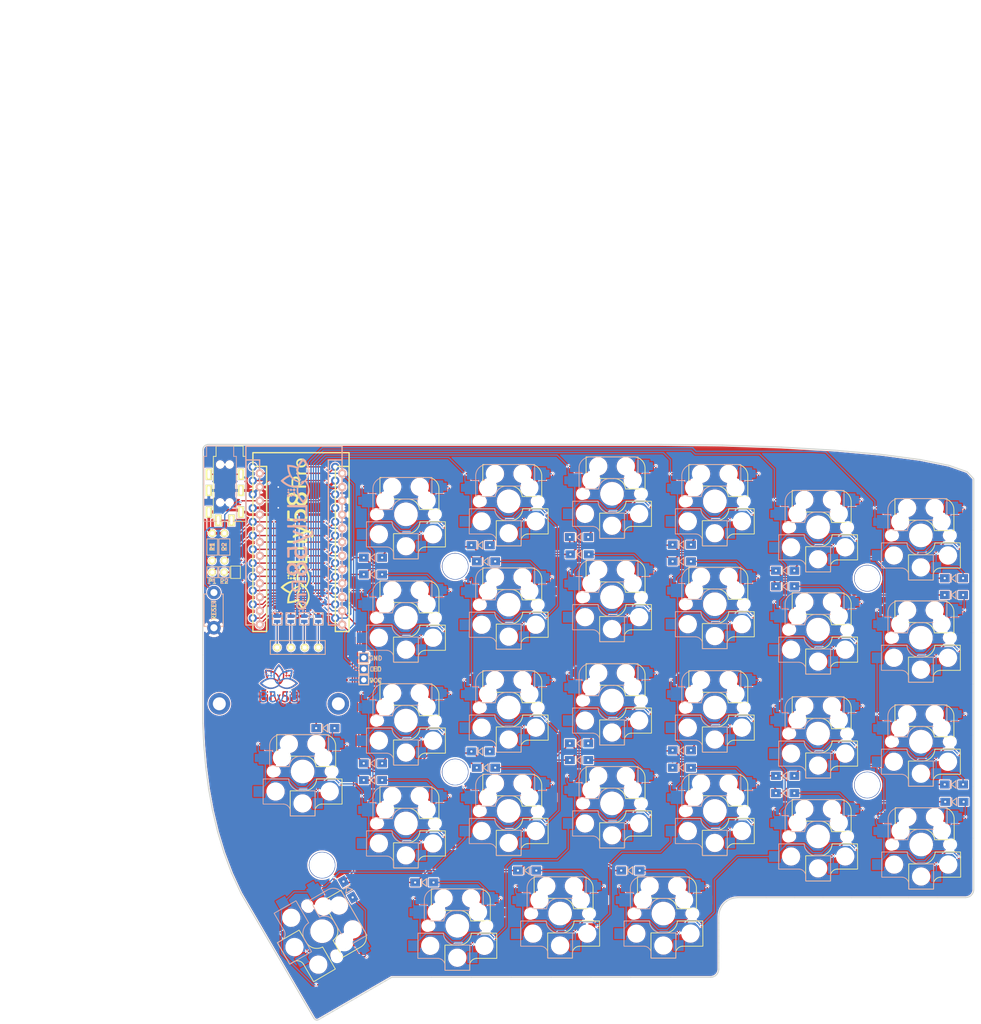
<source format=kicad_pcb>
(kicad_pcb (version 20171130) (host pcbnew "(5.1.4-0)")
  (layers (0 F.Cu signal) (31 B.Cu signal) (34 B.Paste user) (35 F.Paste user) (36 B.SilkS user) (37 F.SilkS user) (38 B.Mask user) (39 F.Mask user) (44 Edge.Cuts user))
  (net 0 "")
  (net 1 "Net-(D1-Pad2)")
  (net 2 row4)
  (net 3 "Net-(D2-Pad2)")
  (net 4 "Net-(D3-Pad2)")
  (net 5 row0)
  (net 6 "Net-(D4-Pad2)")
  (net 7 row1)
  (net 8 "Net-(D5-Pad2)")
  (net 9 row2)
  (net 10 "Net-(D6-Pad2)")
  (net 11 row3)
  (net 12 "Net-(D7-Pad2)")
  (net 13 "Net-(D8-Pad2)")
  (net 14 "Net-(D9-Pad2)")
  (net 15 "Net-(D10-Pad2)")
  (net 16 "Net-(D11-Pad2)")
  (net 17 "Net-(D12-Pad2)")
  (net 18 "Net-(D13-Pad2)")
  (net 19 "Net-(D14-Pad2)")
  (net 20 "Net-(D15-Pad2)")
  (net 21 "Net-(D16-Pad2)")
  (net 22 "Net-(D17-Pad2)")
  (net 23 "Net-(D18-Pad2)")
  (net 24 "Net-(D19-Pad2)")
  (net 25 "Net-(D20-Pad2)")
  (net 26 "Net-(D21-Pad2)")
  (net 27 "Net-(D22-Pad2)")
  (net 28 "Net-(D23-Pad2)")
  (net 29 "Net-(D24-Pad2)")
  (net 30 "Net-(D25-Pad2)")
  (net 31 "Net-(D26-Pad2)")
  (net 32 "Net-(D27-Pad2)")
  (net 33 "Net-(D28-Pad2)")
  (net 34 VCC)
  (net 35 GND)
  (net 36 col0)
  (net 37 col1)
  (net 38 col2)
  (net 39 col3)
  (net 40 col4)
  (net 41 col5)
  (net 42 SDA)
  (net 43 LED)
  (net 44 SCL)
  (net 45 RESET)
  (net 46 "Net-(D29-Pad2)")
  (net 47 "Net-(U1-Pad24)")
  (net 48 "Net-(U1-Pad20)")
  (net 49 "Net-(U1-Pad19)")
  (net 50 "Net-(U1-Pad7)")
  (net 51 DATA)
  (net 52 "Net-(J2-Pad4)")
  (net 53 "Net-(J2-Pad3)")
  (net 54 "Net-(J3-Pad1)")
  (net 55 "Net-(J3-Pad2)")
  (net 56 "Net-(J3-Pad3)")
  (net 57 "Net-(J3-Pad4)")
  (module Lily58-footprint:MJ-4PP-9 (layer F.Cu) (at 87.9 39.3)
    (fp_text reference J2 hide)
    (fp_text value 4PIN hide)
    (pad "" np_thru_hole circle (at -1.75 8.5) (size 1.2 1.2) (drill 1.2) (layers *.Cu *.Mask F.SilkS))
    (pad "" np_thru_hole circle (at -1.75 1.5) (size 1.2 1.2) (drill 1.2) (layers *.Cu *.Mask F.SilkS))
    (pad 1 thru_hole rect (at -3.85 10.3) (size 1.2 2.1) (drill oval 0.5 1.6) (layers *.Cu *.Mask F.SilkS) (net 34 VCC) (clearance 0.15))
    (pad 4 thru_hole rect (at 0.35 11.8) (size 1.2 2.1) (drill oval 0.5 1.6) (layers *.Cu *.Mask F.SilkS) (net 52 "Net-(J2-Pad4)") (clearance 0.15))
    (pad 3 thru_hole rect (at -3.85 3.3) (size 1.2 2.1) (drill oval 0.5 1.6) (layers *.Cu *.Mask F.SilkS) (net 53 "Net-(J2-Pad3)") (clearance 0.15))
    (pad 2 thru_hole rect (at -3.85 6.3) (size 1.2 2.1) (drill oval 0.5 1.6) (layers *.Cu *.Mask F.SilkS) (net 35 GND) (clearance 0.15))
    (pad "" np_thru_hole circle (at 0 1.5) (size 1.2 1.2) (drill 1.2) (layers *.Cu *.Mask F.SilkS))
    (pad "" np_thru_hole circle (at 0 8.5) (size 1.2 1.2) (drill 1.2) (layers *.Cu *.Mask F.SilkS))
    (pad 3 thru_hole rect (at 2.1 3.3) (size 1.2 2.1) (drill oval 0.5 1.6) (layers *.Cu *.Mask F.SilkS) (net 53 "Net-(J2-Pad3)") (clearance 0.15))
    (pad 2 thru_hole rect (at 2.1 6.3) (size 1.2 2.1) (drill oval 0.5 1.6) (layers *.Cu *.Mask F.SilkS) (net 35 GND) (clearance 0.15))
    (pad 1 thru_hole rect (at 2.1 10.3) (size 1.2 2.1) (drill oval 0.5 1.6) (layers *.Cu *.Mask F.SilkS) (net 34 VCC) (clearance 0.15))
    (pad 4 thru_hole rect (at -2.1 11.8) (size 1.2 2.1) (drill oval 0.5 1.6) (layers *.Cu *.Mask F.SilkS) (net 52 "Net-(J2-Pad4)") (clearance 0.15))
  )
  (module Lily58-footprint:LED (layer F.Cu) (at 112.7 81.1 180)
    (fp_text reference J1 hide)
    (fp_text value LED hide)
    (fp_text user VCC (at -2.2 0.4 180) (layer B.SilkS) (effects (font (size 0.8 0.8)) (justify mirror)))
    (fp_text user VCC (at -2.2 0.4 180) (layer F.SilkS) (effects (font (size 0.8 0.8))))
    (fp_text user GND (at -2.2 4.5 180) (layer F.SilkS) (effects (font (size 0.8 0.8))))
    (fp_text user LED (at -2.2 2.5 180) (layer B.SilkS) (effects (font (size 0.8 0.8)) (justify mirror)))
    (fp_text user LED (at -2.2 2.5) (layer F.SilkS) (effects (font (size 0.8 0.8))))
    (fp_text user GND (at -2.2 4.5 180) (layer B.SilkS) (effects (font (size 0.8 0.8)) (justify mirror)))
    (pad 3 thru_hole rect (at 0 4.6 180) (size 1.524 1.524) (drill 1) (layers *.Cu *.Mask) (net 35 GND))
    (pad 2 thru_hole rect (at 0 2.5 180) (size 1.524 1.524) (drill 1) (layers *.Cu *.Mask) (net 43 LED))
    (pad 1 thru_hole rect (at 0 0.5 270) (size 1.524 1.524) (drill 1) (layers *.Cu *.Mask) (net 34 VCC))
  )
  (module Lily58-footprint:lily58_logo_2 (layer B.Cu) (at 97 81.5 180)
    (fp_text reference G*** hide)
    (fp_text value LOGO hide)
    (fp_poly (pts (xy 1.418714 2.781746) (xy 1.434649 2.768201) (xy 1.456095 2.748275) (xy 1.480912 2.724136) (xy 1.50696 2.697952) (xy 1.532101 2.67189) (xy 1.554194 2.648117) (xy 1.571101 2.628803) (xy 1.580681 2.616113) (xy 1.582057 2.612854) (xy 1.577145 2.604365) (xy 1.563828 2.588107) (xy 1.544241 2.566258) (xy 1.520514 2.540996) (xy 1.494781 2.5145) (xy 1.469172 2.488948) (xy 1.445822 2.466519) (xy 1.426862 2.44939) (xy 1.414424 2.43974) (xy 1.411288 2.4384) (xy 1.403998 2.443303) (xy 1.38839 2.456882) (xy 1.366299 2.477438) (xy 1.33956 2.503275) (xy 1.31746 2.525197) (xy 1.230889 2.611994) (xy 1.317187 2.699368) (xy 1.346078 2.728223) (xy 1.371693 2.75306) (xy 1.392215 2.772176) (xy 1.405826 2.783869) (xy 1.410428 2.786743) (xy 1.418714 2.781746)) (layer B.Cu) (width 0.01))
    (fp_poly (pts (xy 1.822488 2.810846) (xy 1.838605 2.797331) (xy 1.860907 2.777116) (xy 1.887475 2.75209) (xy 1.91639 2.724146) (xy 1.945733 2.695171) (xy 1.973586 2.667057) (xy 1.998028 2.641694) (xy 2.017142 2.620972) (xy 2.029009 2.606781) (xy 2.032 2.601501) (xy 2.027061 2.594184) (xy 2.013509 2.578756) (xy 1.993243 2.557112) (xy 1.968165 2.53115) (xy 1.940173 2.502766) (xy 1.911167 2.473856) (xy 1.883046 2.446316) (xy 1.857711 2.422043) (xy 1.837061 2.402933) (xy 1.822995 2.390883) (xy 1.81773 2.3876) (xy 1.810614 2.392518) (xy 1.79498 2.406239) (xy 1.772486 2.427213) (xy 1.744786 2.45389) (xy 1.713535 2.484721) (xy 1.707149 2.491105) (xy 1.675685 2.523145) (xy 1.648082 2.552246) (xy 1.625897 2.576685) (xy 1.610686 2.59474) (xy 1.604006 2.604687) (xy 1.603829 2.605502) (xy 1.608829 2.614157) (xy 1.622527 2.630726) (xy 1.642972 2.653259) (xy 1.668213 2.67981) (xy 1.696298 2.70843) (xy 1.725275 2.73717) (xy 1.753193 2.764084) (xy 1.778101 2.787222) (xy 1.798047 2.804638) (xy 1.811079 2.814382) (xy 1.814474 2.815771) (xy 1.822488 2.810846)) (layer B.Cu) (width 0.01))
    (fp_poly (pts (xy 2.316259 2.854318) (xy 2.33277 2.840505) (xy 2.355704 2.819632) (xy 2.383304 2.793461) (xy 2.413812 2.763751) (xy 2.445471 2.732261) (xy 2.476523 2.700752) (xy 2.505212 2.670983) (xy 2.529778 2.644713) (xy 2.548465 2.623703) (xy 2.559515 2.609712) (xy 2.561772 2.605156) (xy 2.556776 2.596826) (xy 2.542962 2.580316) (xy 2.52209 2.557382) (xy 2.495919 2.529782) (xy 2.466208 2.499274) (xy 2.434719 2.467615) (xy 2.403209 2.436562) (xy 2.37344 2.407874) (xy 2.347171 2.383308) (xy 2.326161 2.364621) (xy 2.31217 2.35357) (xy 2.307614 2.351314) (xy 2.299605 2.356261) (xy 2.283003 2.370147) (xy 2.25937 2.391538) (xy 2.230264 2.419001) (xy 2.197246 2.4511) (xy 2.175249 2.472949) (xy 2.141017 2.507668) (xy 2.110519 2.539449) (xy 2.085187 2.566728) (xy 2.066453 2.587945) (xy 2.055748 2.601537) (xy 2.053772 2.605472) (xy 2.058767 2.613802) (xy 2.072581 2.630312) (xy 2.093454 2.653246) (xy 2.119625 2.680846) (xy 2.149335 2.711354) (xy 2.180825 2.743013) (xy 2.212334 2.774066) (xy 2.242103 2.802754) (xy 2.268372 2.82732) (xy 2.289382 2.846007) (xy 2.303373 2.857058) (xy 2.30793 2.859314) (xy 2.316259 2.854318)) (layer B.Cu) (width 0.01))
    (fp_poly (pts (xy 1.419315 2.411628) (xy 1.435102 2.397907) (xy 1.456989 2.377382) (xy 1.48309 2.351973) (xy 1.511519 2.323596) (xy 1.540389 2.294171) (xy 1.567814 2.265615) (xy 1.591909 2.239847) (xy 1.610786 2.218785) (xy 1.622561 2.204346) (xy 1.6256 2.198914) (xy 1.620683 2.190981) (xy 1.607191 2.174927) (xy 1.587008 2.152669) (xy 1.562022 2.126125) (xy 1.534119 2.097215) (xy 1.505184 2.067855) (xy 1.477104 2.039965) (xy 1.451765 2.015462) (xy 1.431054 1.996265) (xy 1.416856 1.984291) (xy 1.411515 1.9812) (xy 1.404723 1.986087) (xy 1.389336 1.999723) (xy 1.366995 2.020569) (xy 1.339343 2.047088) (xy 1.308023 2.077742) (xy 1.301405 2.08429) (xy 1.26975 2.116226) (xy 1.241978 2.145295) (xy 1.219654 2.169773) (xy 1.204343 2.187934) (xy 1.197609 2.198054) (xy 1.197429 2.198914) (xy 1.202346 2.206847) (xy 1.215838 2.222902) (xy 1.236021 2.24516) (xy 1.261007 2.271703) (xy 1.28891 2.300613) (xy 1.317845 2.329973) (xy 1.345925 2.357863) (xy 1.371264 2.382366) (xy 1.391975 2.401564) (xy 1.406173 2.413537) (xy 1.411515 2.416628) (xy 1.419315 2.411628)) (layer B.Cu) (width 0.01))
    (fp_poly (pts (xy 2.412968 2.227975) (xy 2.444769 2.195711) (xy 2.472714 2.166365) (xy 2.495258 2.141642) (xy 2.510855 2.123248) (xy 2.517959 2.112889) (xy 2.518229 2.111825) (xy 2.513229 2.103132) (xy 2.499532 2.086527) (xy 2.479088 2.063958) (xy 2.453849 2.037375) (xy 2.425765 2.008727) (xy 2.396788 1.979964) (xy 2.368869 1.953035) (xy 2.34396 1.92989) (xy 2.32401 1.912478) (xy 2.310972 1.902748) (xy 2.307584 1.901371) (xy 2.299366 1.906309) (xy 2.282718 1.920093) (xy 2.25934 1.941177) (xy 2.230936 1.968016) (xy 2.199208 1.999064) (xy 2.191625 2.006632) (xy 2.086552 2.111893) (xy 2.19713 2.22247) (xy 2.307707 2.333048) (xy 2.412968 2.227975)) (layer B.Cu) (width 0.01))
    (fp_poly (pts (xy 2.316339 1.867433) (xy 2.332458 1.854126) (xy 2.354185 1.834553) (xy 2.379347 1.810846) (xy 2.405768 1.785139) (xy 2.431274 1.759563) (xy 2.45369 1.73625) (xy 2.470842 1.717332) (xy 2.480554 1.704942) (xy 2.481943 1.701795) (xy 2.477103 1.694889) (xy 2.463959 1.679952) (xy 2.444575 1.659089) (xy 2.421016 1.634409) (xy 2.395345 1.608018) (xy 2.369626 1.582023) (xy 2.345923 1.558531) (xy 2.326301 1.53965) (xy 2.312824 1.527485) (xy 2.307772 1.524) (xy 2.301622 1.528881) (xy 2.287047 1.542389) (xy 2.26582 1.562825) (xy 2.239713 1.588489) (xy 2.218758 1.60938) (xy 2.190385 1.638245) (xy 2.166018 1.66383) (xy 2.147365 1.684278) (xy 2.136133 1.69773) (xy 2.1336 1.702027) (xy 2.138619 1.710227) (xy 2.152222 1.726035) (xy 2.172232 1.747324) (xy 2.196468 1.771967) (xy 2.222751 1.797834) (xy 2.248904 1.822798) (xy 2.272746 1.844732) (xy 2.292099 1.861507) (xy 2.304783 1.870995) (xy 2.308004 1.872343) (xy 2.316339 1.867433)) (layer B.Cu) (width 0.01))
    (fp_poly (pts (xy 1.913116 1.917225) (xy 1.922787 1.909656) (xy 1.939958 1.894004) (xy 1.962722 1.872204) (xy 1.989169 1.846194) (xy 2.01739 1.817907) (xy 2.045477 1.789281) (xy 2.071521 1.76225) (xy 2.093613 1.73875) (xy 2.109843 1.720717) (xy 2.118304 1.710087) (xy 2.119086 1.708361) (xy 2.114077 1.700582) (xy 2.100331 1.684834) (xy 2.07977 1.663002) (xy 2.054319 1.636967) (xy 2.025899 1.608614) (xy 1.996433 1.579824) (xy 1.967844 1.552482) (xy 1.942055 1.528469) (xy 1.920989 1.509668) (xy 1.906568 1.497964) (xy 1.901184 1.494971) (xy 1.892884 1.499906) (xy 1.876217 1.51365) (xy 1.85294 1.534617) (xy 1.824811 1.561217) (xy 1.793589 1.591864) (xy 1.790603 1.594851) (xy 1.759721 1.62633) (xy 1.732731 1.65487) (xy 1.711217 1.67871) (xy 1.696764 1.696089) (xy 1.690959 1.705246) (xy 1.690915 1.705616) (xy 1.695852 1.713848) (xy 1.709628 1.7305) (xy 1.730691 1.75386) (xy 1.757487 1.782216) (xy 1.788464 1.813855) (xy 1.795188 1.820589) (xy 1.831119 1.856213) (xy 1.858408 1.882553) (xy 1.878481 1.900778) (xy 1.892764 1.912057) (xy 1.902684 1.91756) (xy 1.909668 1.918454) (xy 1.913116 1.917225)) (layer B.Cu) (width 0.01))
    (fp_poly (pts (xy 1.421348 1.954371) (xy 1.439163 1.940401) (xy 1.463159 1.919324) (xy 1.491532 1.892945) (xy 1.522479 1.863069) (xy 1.554195 1.8315) (xy 1.584877 1.800044) (xy 1.612721 1.770505) (xy 1.635924 1.744688) (xy 1.652681 1.724399) (xy 1.66119 1.711442) (xy 1.661886 1.708897) (xy 1.656909 1.699901) (xy 1.643144 1.682726) (xy 1.622343 1.659149) (xy 1.596257 1.630948) (xy 1.566636 1.599901) (xy 1.535233 1.567785) (xy 1.503796 1.53638) (xy 1.474079 1.507462) (xy 1.447831 1.482809) (xy 1.426804 1.464199) (xy 1.412748 1.45341) (xy 1.408305 1.451428) (xy 1.400403 1.456351) (xy 1.38389 1.470155) (xy 1.36035 1.49139) (xy 1.33137 1.518608) (xy 1.298535 1.55036) (xy 1.279575 1.569064) (xy 1.245428 1.603387) (xy 1.214748 1.634992) (xy 1.189065 1.662239) (xy 1.169911 1.68349) (xy 1.158814 1.697104) (xy 1.156731 1.700639) (xy 1.157392 1.707365) (xy 1.163318 1.717955) (xy 1.175496 1.73355) (xy 1.194914 1.755292) (xy 1.222559 1.784326) (xy 1.259419 1.821792) (xy 1.274574 1.837003) (xy 1.317749 1.879601) (xy 1.353658 1.913703) (xy 1.381675 1.938748) (xy 1.401174 1.954176) (xy 1.411517 1.959428) (xy 1.421348 1.954371)) (layer B.Cu) (width 0.01))
    (fp_poly (pts (xy 0.078092 3.748263) (xy 0.237453 3.575434) (xy 0.386427 3.392484) (xy 0.524948 3.19949) (xy 0.548489 3.164114) (xy 0.656724 2.98901) (xy 0.750642 2.814569) (xy 0.83023 2.640857) (xy 0.895475 2.467939) (xy 0.946363 2.29588) (xy 0.98288 2.124745) (xy 1.005013 1.9546) (xy 1.012748 1.785509) (xy 1.006072 1.617539) (xy 0.98497 1.450753) (xy 0.949431 1.285218) (xy 0.943993 1.264693) (xy 0.935685 1.233985) (xy 0.864316 1.211813) (xy 0.825821 1.199395) (xy 0.784696 1.185396) (xy 0.747902 1.172208) (xy 0.736557 1.167926) (xy 0.710323 1.158407) (xy 0.689601 1.151981) (xy 0.677785 1.149658) (xy 0.676399 1.149982) (xy 0.676674 1.158133) (xy 0.680561 1.176823) (xy 0.687318 1.20275) (xy 0.691518 1.217319) (xy 0.729788 1.368959) (xy 0.754242 1.520192) (xy 0.764833 1.671442) (xy 0.761512 1.823133) (xy 0.74423 1.975688) (xy 0.71294 2.12953) (xy 0.667593 2.285083) (xy 0.608141 2.44277) (xy 0.534535 2.603016) (xy 0.532958 2.60617) (xy 0.493733 2.682587) (xy 0.456381 2.750847) (xy 0.417788 2.816314) (xy 0.37484 2.884351) (xy 0.345938 2.928257) (xy 0.276796 3.027892) (xy 0.201006 3.129752) (xy 0.122143 3.229243) (xy 0.043777 3.321775) (xy 0.012809 3.356428) (xy -0.020192 3.392714) (xy -0.036297 3.3782) (xy -0.050449 3.363876) (xy -0.071852 3.340211) (xy -0.098778 3.309267) (xy -0.129496 3.273104) (xy -0.162278 3.233784) (xy -0.195392 3.193368) (xy -0.22711 3.153916) (xy -0.255702 3.117491) (xy -0.262522 3.108624) (xy -0.331453 3.014616) (xy -0.400239 2.913451) (xy -0.465221 2.810703) (xy -0.521506 2.714171) (xy -0.543533 2.673297) (xy -0.566606 2.62835) (xy -0.589898 2.58117) (xy -0.61258 2.533596) (xy -0.633826 2.487467) (xy -0.652808 2.444622) (xy -0.668697 2.406902) (xy -0.680667 2.376144) (xy -0.68789 2.354189) (xy -0.689537 2.342875) (xy -0.689006 2.341943) (xy -0.682045 2.337037) (xy -0.665794 2.325755) (xy -0.642919 2.309945) (xy -0.624114 2.296981) (xy -0.492716 2.197747) (xy -0.370449 2.087318) (xy -0.257293 1.965665) (xy -0.153229 1.832762) (xy -0.058238 1.688581) (xy 0.027699 1.533096) (xy 0.104601 1.366278) (xy 0.172488 1.188101) (xy 0.188841 1.139371) (xy 0.2029 1.095706) (xy 0.216013 1.053852) (xy 0.227224 1.016944) (xy 0.235578 0.988118) (xy 0.239609 0.972785) (xy 0.244495 0.949793) (xy 0.245199 0.936682) (xy 0.241427 0.929348) (xy 0.236232 0.925613) (xy 0.225568 0.918954) (xy 0.205448 0.906154) (xy 0.178601 0.888959) (xy 0.147758 0.869113) (xy 0.142623 0.8658) (xy 0.112477 0.8469) (xy 0.086769 0.831824) (xy 0.067864 0.821883) (xy 0.058127 0.818386) (xy 0.057434 0.818629) (xy 0.053771 0.82752) (xy 0.047625 0.846943) (xy 0.040087 0.873359) (xy 0.036852 0.885371) (xy -0.010296 1.043231) (xy -0.066363 1.19516) (xy -0.130692 1.339967) (xy -0.202624 1.476463) (xy -0.2815 1.603456) (xy -0.366663 1.719757) (xy -0.457452 1.824176) (xy -0.513158 1.87951) (xy -0.632074 1.98128) (xy -0.761849 2.073745) (xy -0.902527 2.156921) (xy -1.054154 2.230826) (xy -1.216775 2.295474) (xy -1.390436 2.350883) (xy -1.57518 2.39707) (xy -1.771055 2.434049) (xy -1.978104 2.461839) (xy -2.165406 2.478418) (xy -2.229869 2.482856) (xy -2.224829 2.400757) (xy -2.205247 2.180459) (xy -2.174058 1.968746) (xy -2.131221 1.765436) (xy -2.076693 1.570344) (xy -2.010433 1.383287) (xy -1.975468 1.298651) (xy -1.961176 1.265617) (xy -1.864145 1.281947) (xy -1.699162 1.302736) (xy -1.533849 1.30957) (xy -1.367979 1.302401) (xy -1.201324 1.28118) (xy -1.033654 1.245857) (xy -0.864743 1.196384) (xy -0.694361 1.132712) (xy -0.52228 1.054792) (xy -0.348273 0.962575) (xy -0.332609 0.953629) (xy -0.290312 0.928795) (xy -0.245647 0.901635) (xy -0.200663 0.873489) (xy -0.15741 0.845697) (xy -0.117937 0.819599) (xy -0.084293 0.796534) (xy -0.058527 0.777843) (xy -0.042687 0.764863) (xy -0.040505 0.762653) (xy -0.034204 0.754723) (xy -0.032838 0.747322) (xy -0.037659 0.737341) (xy -0.049918 0.721673) (xy -0.06331 0.705987) (xy -0.086219 0.67794) (xy -0.109796 0.646818) (xy -0.126618 0.622786) (xy -0.15381 0.581543) (xy -0.220993 0.628059) (xy -0.358992 0.717374) (xy -0.502026 0.79805) (xy -0.648322 0.869374) (xy -0.796109 0.930631) (xy -0.943613 0.981105) (xy -1.089064 1.020083) (xy -1.23069 1.04685) (xy -1.273628 1.052567) (xy -1.329853 1.057413) (xy -1.395797 1.060096) (xy -1.466835 1.06066) (xy -1.538338 1.059146) (xy -1.605683 1.055597) (xy -1.664241 1.050056) (xy -1.673221 1.048888) (xy -1.828826 1.020701) (xy -1.986462 0.978541) (xy -2.14551 0.922702) (xy -2.305349 0.85348) (xy -2.46536 0.771172) (xy -2.624924 0.676073) (xy -2.78342 0.568478) (xy -2.940229 0.448685) (xy -2.954243 0.437311) (xy -2.989713 0.408064) (xy -3.025558 0.377957) (xy -3.058295 0.349949) (xy -3.084443 0.327002) (xy -3.091543 0.320577) (xy -3.138714 0.277352) (xy -3.120571 0.257535) (xy -3.093013 0.229962) (xy -3.055232 0.195885) (xy -3.009125 0.156786) (xy -2.956587 0.114146) (xy -2.899516 0.069448) (xy -2.839808 0.024173) (xy -2.779359 -0.020196) (xy -2.720067 -0.062179) (xy -2.663827 -0.100293) (xy -2.656114 -0.105361) (xy -2.505598 -0.198671) (xy -2.35881 -0.27899) (xy -2.214321 -0.346897) (xy -2.070706 -0.40297) (xy -1.926536 -0.447787) (xy -1.780385 -0.481926) (xy -1.685872 -0.498329) (xy -1.631307 -0.504546) (xy -1.566449 -0.508662) (xy -1.495366 -0.510683) (xy -1.422125 -0.510612) (xy -1.350793 -0.508454) (xy -1.28544 -0.504211) (xy -1.230131 -0.497888) (xy -1.230085 -0.497881) (xy -1.074248 -0.467633) (xy -0.916109 -0.423613) (xy -0.756602 -0.366201) (xy -0.596661 -0.295775) (xy -0.43722 -0.212711) (xy -0.279213 -0.11739) (xy -0.261505 -0.105874) (xy -0.201811 -0.06412) (xy -0.154119 -0.024568) (xy -0.11649 0.014613) (xy -0.086982 0.055252) (xy -0.082232 0.06312) (xy -0.057692 0.114616) (xy -0.038673 0.17393) (xy -0.027063 0.234824) (xy -0.025473 0.250371) (xy -0.020011 0.305733) (xy -0.013157 0.350465) (xy -0.004008 0.388443) (xy 0.008337 0.423545) (xy 0.021802 0.453571) (xy 0.0395 0.486217) (xy 0.060499 0.51928) (xy 0.08069 0.546366) (xy 0.083588 0.549737) (xy 0.100765 0.566672) (xy 0.124906 0.587141) (xy 0.153748 0.609587) (xy 0.185025 0.632447) (xy 0.216474 0.654163) (xy 0.245829 0.673174) (xy 0.270826 0.68792) (xy 0.289201 0.696842) (xy 0.298689 0.698378) (xy 0.298995 0.698136) (xy 0.303347 0.686558) (xy 0.306633 0.66367) (xy 0.308794 0.632641) (xy 0.309774 0.596638) (xy 0.309515 0.558831) (xy 0.307959 0.522388) (xy 0.305051 0.490478) (xy 0.303004 0.476836) (xy 0.292858 0.420273) (xy 0.309234 0.440551) (xy 0.323794 0.460468) (xy 0.343881 0.490605) (xy 0.36799 0.528483) (xy 0.394614 0.571626) (xy 0.422243 0.617559) (xy 0.449372 0.663805) (xy 0.474494 0.707886) (xy 0.4961 0.747328) (xy 0.497115 0.749235) (xy 0.547915 0.844868) (xy 0.619087 0.87664) (xy 0.651372 0.890667) (xy 0.687309 0.905655) (xy 0.724408 0.920641) (xy 0.760177 0.93466) (xy 0.792124 0.94675) (xy 0.817759 0.955947) (xy 0.834589 0.961288) (xy 0.840096 0.962095) (xy 0.838993 0.953818) (xy 0.83191 0.934555) (xy 0.819731 0.906106) (xy 0.803342 0.870272) (xy 0.783628 0.828854) (xy 0.761473 0.783653) (xy 0.737764 0.73647) (xy 0.713384 0.689106) (xy 0.68922 0.643362) (xy 0.666156 0.601039) (xy 0.645078 0.563938) (xy 0.641024 0.557041) (xy 0.589606 0.472367) (xy 0.542438 0.399781) (xy 0.498246 0.337952) (xy 0.455757 0.285545) (xy 0.413697 0.241227) (xy 0.370792 0.203666) (xy 0.32577 0.171528) (xy 0.277356 0.14348) (xy 0.224277 0.118188) (xy 0.220083 0.11637) (xy 0.190623 0.103428) (xy 0.171522 0.093645) (xy 0.159776 0.084507) (xy 0.152385 0.073503) (xy 0.146345 0.058119) (xy 0.144684 0.053265) (xy 0.13508 0.027333) (xy 0.124899 0.003255) (xy 0.12099 -0.004846) (xy 0.11395 -0.02057) (xy 0.114981 -0.03047) (xy 0.124906 -0.041297) (xy 0.125501 -0.041846) (xy 0.137384 -0.051165) (xy 0.158724 -0.066361) (xy 0.186739 -0.085507) (xy 0.218646 -0.106677) (xy 0.22666 -0.1119) (xy 0.389471 -0.2107) (xy 0.552946 -0.296137) (xy 0.716562 -0.368002) (xy 0.879796 -0.426086) (xy 1.042127 -0.470177) (xy 1.186543 -0.497651) (xy 1.237438 -0.503557) (xy 1.298306 -0.507783) (xy 1.365168 -0.510292) (xy 1.434046 -0.511045) (xy 1.500959 -0.510007) (xy 1.561929 -0.507139) (xy 1.612977 -0.502404) (xy 1.618343 -0.501695) (xy 1.780901 -0.472295) (xy 1.944447 -0.428745) (xy 2.108243 -0.371306) (xy 2.271552 -0.300241) (xy 2.433637 -0.21581) (xy 2.450096 -0.206444) (xy 2.541078 -0.151715) (xy 2.636029 -0.089946) (xy 2.731929 -0.023346) (xy 2.825759 0.045875) (xy 2.914501 0.115506) (xy 2.995135 0.183338) (xy 3.048 0.231255) (xy 3.095172 0.275682) (xy 3.058886 0.309517) (xy 3.026193 0.338962) (xy 2.985032 0.374453) (xy 2.938575 0.413371) (xy 2.889997 0.453095) (xy 2.842472 0.491006) (xy 2.799175 0.524484) (xy 2.790372 0.531115) (xy 2.633833 0.641692) (xy 2.475693 0.740354) (xy 2.316813 0.82668) (xy 2.158055 0.90025) (xy 2.000282 0.960645) (xy 1.844355 1.007445) (xy 1.781128 1.022612) (xy 1.685335 1.040202) (xy 1.582178 1.052591) (xy 1.476015 1.059571) (xy 1.371203 1.060938) (xy 1.2721 1.056484) (xy 1.208067 1.04974) (xy 1.148355 1.040406) (xy 1.083138 1.0281) (xy 1.017336 1.013887) (xy 0.955864 0.998832) (xy 0.903641 0.984003) (xy 0.900997 0.983171) (xy 0.874217 0.974998) (xy 0.858649 0.971349) (xy 0.851794 0.971984) (xy 0.851154 0.976664) (xy 0.851675 0.978447) (xy 0.855249 0.989046) (xy 0.86268 1.01089) (xy 0.873119 1.041497) (xy 0.88572 1.07838) (xy 0.897286 1.112193) (xy 0.911531 1.154782) (xy 0.922497 1.18663) (xy 0.932435 1.209655) (xy 0.943596 1.225778) (xy 0.958228 1.236918) (xy 0.978584 1.244995) (xy 1.006912 1.251929) (xy 1.045462 1.259639) (xy 1.077686 1.266103) (xy 1.248866 1.294227) (xy 1.419001 1.307932) (xy 1.587938 1.307216) (xy 1.755521 1.292079) (xy 1.886857 1.269923) (xy 2.049897 1.230031) (xy 2.215176 1.176582) (xy 2.381669 1.110163) (xy 2.548351 1.03136) (xy 2.714197 0.94076) (xy 2.878182 0.838949) (xy 3.03928 0.726513) (xy 3.196467 0.604038) (xy 3.348717 0.472111) (xy 3.45072 0.375519) (xy 3.552372 0.275696) (xy 3.439647 0.165062) (xy 3.292897 0.028622) (xy 3.139305 -0.099677) (xy 2.980247 -0.218966) (xy 2.817101 -0.328373) (xy 2.651243 -0.427029) (xy 2.484049 -0.514064) (xy 2.316897 -0.588608) (xy 2.151162 -0.64979) (xy 2.149541 -0.650324) (xy 1.983017 -0.698512) (xy 1.81805 -0.732965) (xy 1.654064 -0.753642) (xy 1.490483 -0.760499) (xy 1.326734 -0.753496) (xy 1.16224 -0.732592) (xy 0.996426 -0.697743) (xy 0.828717 -0.648908) (xy 0.658538 -0.586047) (xy 0.537029 -0.533397) (xy 0.461836 -0.497224) (xy 0.382193 -0.455922) (xy 0.301149 -0.411261) (xy 0.22175 -0.36501) (xy 0.147045 -0.31894) (xy 0.08008 -0.27482) (xy 0.029276 -0.23849) (xy 0.002614 -0.219055) (xy -0.015546 -0.208023) (xy -0.027882 -0.204543) (xy -0.037074 -0.207766) (xy -0.044388 -0.215104) (xy -0.05387 -0.223386) (xy -0.072949 -0.237761) (xy -0.099072 -0.256377) (xy -0.129687 -0.277384) (xy -0.137805 -0.282834) (xy -0.305053 -0.387951) (xy -0.473051 -0.480397) (xy -0.641268 -0.560012) (xy -0.809176 -0.626638) (xy -0.976245 -0.680115) (xy -1.141948 -0.720284) (xy -1.305754 -0.746985) (xy -1.467135 -0.760058) (xy -1.625562 -0.759346) (xy -1.7018 -0.75393) (xy -1.871254 -0.731003) (xy -2.042236 -0.693861) (xy -2.21431 -0.642671) (xy -2.387043 -0.577598) (xy -2.560001 -0.49881) (xy -2.73275 -0.406472) (xy -2.904856 -0.300751) (xy -2.933775 -0.281622) (xy -3.042975 -0.205483) (xy -3.153607 -0.122392) (xy -3.262414 -0.035018) (xy -3.366138 0.053974) (xy -3.461521 0.141916) (xy -3.512457 0.192119) (xy -3.595914 0.276729) (xy -3.486835 0.383293) (xy -3.335802 0.522998) (xy -3.177728 0.6542) (xy -3.014009 0.776002) (xy -2.846043 0.887504) (xy -2.675224 0.987809) (xy -2.502951 1.076018) (xy -2.330619 1.151232) (xy -2.240459 1.185262) (xy -2.234063 1.188861) (xy -2.232847 1.19552) (xy -2.237377 1.208442) (xy -2.248218 1.230828) (xy -2.248678 1.231743) (xy -2.263846 1.264175) (xy -2.282274 1.307249) (xy -2.302735 1.357802) (xy -2.324001 1.412672) (xy -2.344843 1.468698) (xy -2.364036 1.522717) (xy -2.379057 1.567543) (xy -2.428432 1.737874) (xy -2.46996 1.917378) (xy -2.503125 2.102701) (xy -2.527408 2.290488) (xy -2.542291 2.477383) (xy -2.547257 2.657168) (xy -2.547257 2.801257) (xy -2.418443 2.801227) (xy -2.246507 2.79667) (xy -2.071305 2.78338) (xy -1.895135 2.76181) (xy -1.720294 2.732416) (xy -1.54908 2.695651) (xy -1.383791 2.65197) (xy -1.226724 2.601827) (xy -1.080177 2.545677) (xy -1.041281 2.528913) (xy -1.007997 2.51431) (xy -0.979098 2.501862) (xy -0.957385 2.492757) (xy -0.945659 2.488187) (xy -0.944877 2.487951) (xy -0.93795 2.493417) (xy -0.927609 2.51158) (xy -0.914509 2.541202) (xy -0.90781 2.558143) (xy -0.832658 2.73553) (xy -0.743847 2.912444) (xy -0.642211 3.087624) (xy -0.528585 3.259805) (xy -0.403803 3.427726) (xy -0.268698 3.590124) (xy -0.124106 3.745735) (xy -0.121571 3.748314) (xy -0.021617 3.849914) (xy 0.078092 3.748263)) (layer B.Cu) (width 0.01))
    (fp_poly (pts (xy -2.090489 -1.162223) (xy -2.060579 -1.163924) (xy -2.041134 -1.16659) (xy -2.028107 -1.171538) (xy -2.017453 -1.180084) (xy -2.009558 -1.188556) (xy -2.000823 -1.198791) (xy -1.994908 -1.208369) (xy -1.991264 -1.220278) (xy -1.989341 -1.237506) (xy -1.988588 -1.263043) (xy -1.988457 -1.299877) (xy -1.988457 -1.303249) (xy -1.989034 -1.33932) (xy -1.990606 -1.371025) (xy -1.992937 -1.395033) (xy -1.99579 -1.408012) (xy -1.995929 -1.408288) (xy -2.010359 -1.425057) (xy -2.033673 -1.436242) (xy -2.067609 -1.442389) (xy -2.109654 -1.444065) (xy -2.142504 -1.442961) (xy -2.170466 -1.440088) (xy -2.189209 -1.435928) (xy -2.191657 -1.434892) (xy -2.210017 -1.421795) (xy -2.222739 -1.402495) (xy -2.230447 -1.374928) (xy -2.233759 -1.337027) (xy -2.233591 -1.2954) (xy -2.23049 -1.247041) (xy -2.223294 -1.211333) (xy -2.210195 -1.186597) (xy -2.189389 -1.171153) (xy -2.15907 -1.16332) (xy -2.117432 -1.161417) (xy -2.090489 -1.162223)) (layer B.Cu) (width 0.01))
    (fp_poly (pts (xy -2.099347 -1.742825) (xy -2.069088 -1.744379) (xy -2.049378 -1.746851) (xy -2.036255 -1.751501) (xy -2.025758 -1.759588) (xy -2.01689 -1.769043) (xy -1.995714 -1.792743) (xy -1.995714 -3.185657) (xy -2.01689 -3.209357) (xy -2.028101 -3.221028) (xy -2.038776 -3.228197) (xy -2.052912 -3.232118) (xy -2.074506 -3.234044) (xy -2.098533 -3.234949) (xy -2.141248 -3.234519) (xy -2.171617 -3.23002) (xy -2.182857 -3.226114) (xy -2.19027 -3.222918) (xy -2.196824 -3.219822) (xy -2.202571 -3.215963) (xy -2.207565 -3.210477) (xy -2.211858 -3.2025) (xy -2.215503 -3.191169) (xy -2.218553 -3.175619) (xy -2.22106 -3.154987) (xy -2.223079 -3.128409) (xy -2.224661 -3.095021) (xy -2.225859 -3.05396) (xy -2.226726 -3.004362) (xy -2.227316 -2.945362) (xy -2.22768 -2.876098) (xy -2.227872 -2.795706) (xy -2.227945 -2.703321) (xy -2.227951 -2.59808) (xy -2.227943 -2.4892) (xy -2.227951 -2.371608) (xy -2.22794 -2.267661) (xy -2.227858 -2.176493) (xy -2.227655 -2.097233) (xy -2.227277 -2.029015) (xy -2.226673 -1.970969) (xy -2.225791 -1.922228) (xy -2.22458 -1.881923) (xy -2.222987 -1.849186) (xy -2.220961 -1.823149) (xy -2.21845 -1.802943) (xy -2.215402 -1.787699) (xy -2.211765 -1.776551) (xy -2.207488 -1.768629) (xy -2.202519 -1.763065) (xy -2.196805 -1.758991) (xy -2.190295 -1.755538) (xy -2.183971 -1.752379) (xy -2.166714 -1.745901) (xy -2.144306 -1.742714) (xy -2.112823 -1.742372) (xy -2.099347 -1.742825)) (layer B.Cu) (width 0.01))
    (fp_poly (pts (xy -3.493894 -1.162254) (xy -3.462656 -1.164125) (xy -3.441948 -1.167249) (xy -3.42779 -1.172639) (xy -3.416199 -1.181314) (xy -3.415055 -1.182376) (xy -3.399942 -1.202035) (xy -3.389319 -1.225202) (xy -3.389115 -1.225918) (xy -3.387953 -1.237468) (xy -3.386883 -1.263198) (xy -3.38591 -1.302776) (xy -3.385034 -1.355868) (xy -3.38426 -1.422141) (xy -3.383589 -1.501263) (xy -3.383024 -1.592899) (xy -3.382568 -1.696716) (xy -3.382224 -1.812382) (xy -3.381994 -1.939563) (xy -3.381881 -2.077925) (xy -3.381869 -2.135252) (xy -3.381828 -3.018647) (xy -2.93565 -3.020624) (xy -2.489472 -3.0226) (xy -2.46575 -3.046324) (xy -2.45343 -3.059618) (xy -2.44633 -3.071774) (xy -2.44302 -3.087426) (xy -2.442069 -3.111211) (xy -2.442028 -3.123198) (xy -2.444158 -3.162943) (xy -2.451316 -3.191395) (xy -2.46466 -3.211251) (xy -2.485347 -3.225206) (xy -2.485904 -3.225472) (xy -2.49805 -3.227798) (xy -2.523219 -3.229882) (xy -2.559984 -3.231723) (xy -2.60692 -3.233322) (xy -2.6626 -3.234678) (xy -2.725599 -3.235792) (xy -2.79449 -3.236664) (xy -2.867847 -3.237294) (xy -2.944245 -3.237683) (xy -3.022257 -3.23783) (xy -3.100457 -3.237736) (xy -3.177419 -3.237401) (xy -3.251717 -3.236826) (xy -3.321925 -3.236009) (xy -3.386616 -3.234953) (xy -3.444366 -3.233656) (xy -3.493747 -3.232119) (xy -3.533334 -3.230342) (xy -3.5617 -3.228326) (xy -3.57742 -3.22607) (xy -3.579494 -3.225326) (xy -3.585363 -3.22242) (xy -3.590657 -3.21991) (xy -3.595406 -3.217073) (xy -3.59964 -3.213184) (xy -3.603387 -3.20752) (xy -3.606678 -3.199356) (xy -3.609542 -3.187969) (xy -3.612009 -3.172635) (xy -3.614107 -3.15263) (xy -3.615867 -3.12723) (xy -3.617318 -3.09571) (xy -3.618489 -3.057348) (xy -3.619411 -3.01142) (xy -3.620111 -2.9572) (xy -3.620621 -2.893966) (xy -3.620969 -2.820994) (xy -3.621185 -2.737559) (xy -3.621299 -2.642938) (xy -3.621339 -2.536406) (xy -3.621336 -2.417241) (xy -3.621319 -2.284717) (xy -3.621314 -2.198915) (xy -3.621328 -2.057983) (xy -3.621349 -1.930843) (xy -3.621345 -1.816771) (xy -3.621285 -1.715043) (xy -3.621138 -1.624937) (xy -3.620871 -1.54573) (xy -3.620455 -1.476697) (xy -3.619856 -1.417116) (xy -3.619045 -1.366264) (xy -3.617988 -1.323417) (xy -3.616656 -1.287853) (xy -3.615016 -1.258848) (xy -3.613037 -1.235679) (xy -3.610688 -1.217623) (xy -3.607937 -1.203956) (xy -3.604752 -1.193956) (xy -3.601103 -1.186898) (xy -3.596958 -1.182061) (xy -3.592285 -1.178721) (xy -3.587053 -1.176154) (xy -3.58123 -1.173638) (xy -3.576648 -1.171448) (xy -3.558925 -1.165031) (xy -3.53516 -1.16201) (xy -3.501579 -1.161965) (xy -3.493894 -1.162254)) (layer B.Cu) (width 0.01))
    (fp_poly (pts (xy 2.929251 -1.141304) (xy 2.993591 -1.146052) (xy 3.052515 -1.15364) (xy 3.098884 -1.163169) (xy 3.192044 -1.193582) (xy 3.274312 -1.233389) (xy 3.346042 -1.282806) (xy 3.407589 -1.342052) (xy 3.426156 -1.364343) (xy 3.470955 -1.432554) (xy 3.502997 -1.50644) (xy 3.522409 -1.584986) (xy 3.529316 -1.667178) (xy 3.523843 -1.752003) (xy 3.506116 -1.838445) (xy 3.47626 -1.925492) (xy 3.434401 -2.012128) (xy 3.380664 -2.09734) (xy 3.326948 -2.166474) (xy 3.288627 -2.211647) (xy 3.340396 -2.247009) (xy 3.40958 -2.30132) (xy 3.468212 -2.36208) (xy 3.515135 -2.427825) (xy 3.549189 -2.497091) (xy 3.557842 -2.521857) (xy 3.567692 -2.566305) (xy 3.573192 -2.619449) (xy 3.574278 -2.676118) (xy 3.570887 -2.731141) (xy 3.562956 -2.779348) (xy 3.561085 -2.786743) (xy 3.530519 -2.872814) (xy 3.487386 -2.952047) (xy 3.432256 -3.023769) (xy 3.365704 -3.087304) (xy 3.288301 -3.141978) (xy 3.234678 -3.171344) (xy 3.170316 -3.200217) (xy 3.108343 -3.221352) (xy 3.044574 -3.235713) (xy 2.974824 -3.244265) (xy 2.902857 -3.247805) (xy 2.859794 -3.248283) (xy 2.818044 -3.247825) (xy 2.781514 -3.246536) (xy 2.754111 -3.244522) (xy 2.746975 -3.2436) (xy 2.652879 -3.223132) (xy 2.561807 -3.192273) (xy 2.47696 -3.152342) (xy 2.40154 -3.10466) (xy 2.391229 -3.096915) (xy 2.325087 -3.03713) (xy 2.268214 -2.96737) (xy 2.222175 -2.889946) (xy 2.188538 -2.807173) (xy 2.183374 -2.789961) (xy 2.175542 -2.758293) (xy 2.170543 -2.726915) (xy 2.167847 -2.691039) (xy 2.166922 -2.645879) (xy 2.166908 -2.6416) (xy 2.168078 -2.610809) (xy 2.453027 -2.610809) (xy 2.456105 -2.665536) (xy 2.464803 -2.714174) (xy 2.467322 -2.723002) (xy 2.494276 -2.786304) (xy 2.533568 -2.844112) (xy 2.583597 -2.894977) (xy 2.642763 -2.937452) (xy 2.709463 -2.970086) (xy 2.757715 -2.985762) (xy 2.794013 -2.992206) (xy 2.839327 -2.995751) (xy 2.88845 -2.996396) (xy 2.936177 -2.99414) (xy 2.9773 -2.988981) (xy 2.991896 -2.985809) (xy 3.059484 -2.962556) (xy 3.119368 -2.930629) (xy 3.170954 -2.891388) (xy 3.213646 -2.846197) (xy 3.24685 -2.796415) (xy 3.26997 -2.743407) (xy 3.282412 -2.688532) (xy 3.28358 -2.633154) (xy 3.272881 -2.578635) (xy 3.249718 -2.526335) (xy 3.21376 -2.477903) (xy 3.192533 -2.456421) (xy 3.169132 -2.436192) (xy 3.14208 -2.416383) (xy 3.109896 -2.396162) (xy 3.071101 -2.374695) (xy 3.024216 -2.351149) (xy 2.967762 -2.324694) (xy 2.900259 -2.294494) (xy 2.845502 -2.270622) (xy 2.697432 -2.206569) (xy 2.662703 -2.232062) (xy 2.611751 -2.275314) (xy 2.564389 -2.326613) (xy 2.522953 -2.382722) (xy 2.489777 -2.440406) (xy 2.467196 -2.496427) (xy 2.464098 -2.50737) (xy 2.455662 -2.556064) (xy 2.453027 -2.610809) (xy 2.168078 -2.610809) (xy 2.169539 -2.572399) (xy 2.178587 -2.511227) (xy 2.195291 -2.452555) (xy 2.220887 -2.390855) (xy 2.224899 -2.382392) (xy 2.256135 -2.326952) (xy 2.296787 -2.269269) (xy 2.34371 -2.212997) (xy 2.393758 -2.161793) (xy 2.443787 -2.119312) (xy 2.462906 -2.105703) (xy 2.491041 -2.08691) (xy 2.466535 -2.069035) (xy 2.451589 -2.056701) (xy 2.429648 -2.03681) (xy 2.403808 -2.012237) (xy 2.38025 -1.988966) (xy 2.329332 -1.931348) (xy 2.291663 -1.873317) (xy 2.266154 -1.812219) (xy 2.251713 -1.745402) (xy 2.247617 -1.6764) (xy 2.529354 -1.6764) (xy 2.529967 -1.710789) (xy 2.532148 -1.735549) (xy 2.536831 -1.755553) (xy 2.544954 -1.775673) (xy 2.5507 -1.787502) (xy 2.575694 -1.826157) (xy 2.611715 -1.866305) (xy 2.655893 -1.905243) (xy 2.70536 -1.940265) (xy 2.72528 -1.952172) (xy 2.749272 -1.964916) (xy 2.781351 -1.980726) (xy 2.819309 -1.998637) (xy 2.860939 -2.017685) (xy 2.904035 -2.036904) (xy 2.946389 -2.05533) (xy 2.985796 -2.071998) (xy 3.020049 -2.085944) (xy 3.04694 -2.096201) (xy 3.064263 -2.101807) (xy 3.06919 -2.102529) (xy 3.07802 -2.096364) (xy 3.092789 -2.081254) (xy 3.110877 -2.059976) (xy 3.118622 -2.050143) (xy 3.15795 -1.992348) (xy 3.192016 -1.928994) (xy 3.219532 -1.863388) (xy 3.239207 -1.798834) (xy 3.249753 -1.738638) (xy 3.2512 -1.710354) (xy 3.244713 -1.641795) (xy 3.225777 -1.57988) (xy 3.19518 -1.5253) (xy 3.153709 -1.478742) (xy 3.102152 -1.440897) (xy 3.041296 -1.412454) (xy 2.971929 -1.394103) (xy 2.894838 -1.386532) (xy 2.881086 -1.386367) (xy 2.804157 -1.391991) (xy 2.7343 -1.408508) (xy 2.672511 -1.43538) (xy 2.619783 -1.47207) (xy 2.57711 -1.51804) (xy 2.548564 -1.565961) (xy 2.539026 -1.588277) (xy 2.533217 -1.608637) (xy 2.530281 -1.631966) (xy 2.52936 -1.663191) (xy 2.529354 -1.6764) (xy 2.247617 -1.6764) (xy 2.247249 -1.670212) (xy 2.247274 -1.665515) (xy 2.254747 -1.579725) (xy 2.275241 -1.499453) (xy 2.308089 -1.425386) (xy 2.352625 -1.358214) (xy 2.408183 -1.298626) (xy 2.474094 -1.247311) (xy 2.549692 -1.204959) (xy 2.634311 -1.172258) (xy 2.727284 -1.149898) (xy 2.749588 -1.146318) (xy 2.802664 -1.141216) (xy 2.86408 -1.139619) (xy 2.929251 -1.141304)) (layer B.Cu) (width 0.01))
    (fp_poly (pts (xy 1.300995 -1.172034) (xy 1.384164 -1.17211) (xy 1.454924 -1.172349) (xy 1.514327 -1.172843) (xy 1.563425 -1.173681) (xy 1.603271 -1.174957) (xy 1.634916 -1.176762) (xy 1.659415 -1.179186) (xy 1.677818 -1.182321) (xy 1.691179 -1.18626) (xy 1.700549 -1.191092) (xy 1.706981 -1.19691) (xy 1.711528 -1.203806) (xy 1.715242 -1.211869) (xy 1.717207 -1.216589) (xy 1.722865 -1.239214) (xy 1.72612 -1.270807) (xy 1.726896 -1.306008) (xy 1.725117 -1.33946) (xy 1.720705 -1.365804) (xy 1.7194 -1.370038) (xy 1.707544 -1.390545) (xy 1.692186 -1.405593) (xy 1.686985 -1.408578) (xy 1.680091 -1.411093) (xy 1.670265 -1.413186) (xy 1.656265 -1.414907) (xy 1.63685 -1.416306) (xy 1.610779 -1.41743) (xy 1.576813 -1.418331) (xy 1.533709 -1.419056) (xy 1.480227 -1.419655) (xy 1.415126 -1.420178) (xy 1.337165 -1.420673) (xy 1.3081 -1.420841) (xy 1.236886 -1.421365) (xy 1.170268 -1.422088) (xy 1.109617 -1.422977) (xy 1.056303 -1.424003) (xy 1.011697 -1.425133) (xy 0.977169 -1.426337) (xy 0.95409 -1.427583) (xy 0.943831 -1.428841) (xy 0.943429 -1.429137) (xy 0.942639 -1.437549) (xy 0.940392 -1.45872) (xy 0.936872 -1.490989) (xy 0.932261 -1.532694) (xy 0.926745 -1.582174) (xy 0.920506 -1.637766) (xy 0.914084 -1.69466) (xy 0.907415 -1.754333) (xy 0.901433 -1.80932) (xy 0.896302 -1.857986) (xy 0.892188 -1.898701) (xy 0.889255 -1.92983) (xy 0.88767 -1.949742) (xy 0.887568 -1.956788) (xy 0.895157 -1.955634) (xy 0.911952 -1.949758) (xy 0.929613 -1.94245) (xy 1.004434 -1.917014) (xy 1.086668 -1.902242) (xy 1.173929 -1.898095) (xy 1.263825 -1.904534) (xy 1.35397 -1.92152) (xy 1.441974 -1.949014) (xy 1.446975 -1.950935) (xy 1.518086 -1.982949) (xy 1.581342 -2.021528) (xy 1.641237 -2.069636) (xy 1.673431 -2.100284) (xy 1.728936 -2.161604) (xy 1.772585 -2.223547) (xy 1.806722 -2.289734) (xy 1.823006 -2.331262) (xy 1.850309 -2.429008) (xy 1.863101 -2.526887) (xy 1.861381 -2.624844) (xy 1.845147 -2.722823) (xy 1.82794 -2.783115) (xy 1.790891 -2.872628) (xy 1.741971 -2.954468) (xy 1.682047 -3.027919) (xy 1.611986 -3.092265) (xy 1.532654 -3.14679) (xy 1.44492 -3.190778) (xy 1.349649 -3.223513) (xy 1.274492 -3.240125) (xy 1.224769 -3.246216) (xy 1.166737 -3.249459) (xy 1.106334 -3.249788) (xy 1.049498 -3.247132) (xy 1.012987 -3.243169) (xy 0.920321 -3.223204) (xy 0.82865 -3.191173) (xy 0.741008 -3.148552) (xy 0.660429 -3.096818) (xy 0.589947 -3.037449) (xy 0.589643 -3.037152) (xy 0.567448 -3.014884) (xy 0.553935 -2.998875) (xy 0.546993 -2.985677) (xy 0.544513 -2.971845) (xy 0.544286 -2.963045) (xy 0.545624 -2.947052) (xy 0.550728 -2.931219) (xy 0.56123 -2.91223) (xy 0.578766 -2.88677) (xy 0.588183 -2.873939) (xy 0.617198 -2.837361) (xy 0.642422 -2.812964) (xy 0.666207 -2.800514) (xy 0.690906 -2.79978) (xy 0.718873 -2.810526) (xy 0.752458 -2.832521) (xy 0.780989 -2.854825) (xy 0.832439 -2.891461) (xy 0.890884 -2.924521) (xy 0.950687 -2.951087) (xy 0.994229 -2.965309) (xy 1.036743 -2.973129) (xy 1.087743 -2.977252) (xy 1.141917 -2.97768) (xy 1.193957 -2.974414) (xy 1.238552 -2.967456) (xy 1.24761 -2.965223) (xy 1.325509 -2.937504) (xy 1.393958 -2.899349) (xy 1.452337 -2.851432) (xy 1.500026 -2.794425) (xy 1.536406 -2.729002) (xy 1.560857 -2.655837) (xy 1.568407 -2.616616) (xy 1.571825 -2.545843) (xy 1.56183 -2.475575) (xy 1.539448 -2.407804) (xy 1.505707 -2.344524) (xy 1.46163 -2.287725) (xy 1.408245 -2.2394) (xy 1.357534 -2.207118) (xy 1.309307 -2.183988) (xy 1.26342 -2.167853) (xy 1.215037 -2.157494) (xy 1.159318 -2.15169) (xy 1.132115 -2.150299) (xy 1.069713 -2.149651) (xy 1.016059 -2.153743) (xy 0.965884 -2.16355) (xy 0.913917 -2.180048) (xy 0.865378 -2.199637) (xy 0.828479 -2.214745) (xy 0.800006 -2.224116) (xy 0.775614 -2.228916) (xy 0.751115 -2.23031) (xy 0.704535 -2.225493) (xy 0.664704 -2.211508) (xy 0.633458 -2.189583) (xy 0.612633 -2.160947) (xy 0.604496 -2.132238) (xy 0.60446 -2.117791) (xy 0.605924 -2.090838) (xy 0.608723 -2.052925) (xy 0.612695 -2.005598) (xy 0.617677 -1.950406) (xy 0.623505 -1.888893) (xy 0.630016 -1.822608) (xy 0.637046 -1.753097) (xy 0.644433 -1.681907) (xy 0.652013 -1.610584) (xy 0.659623 -1.540677) (xy 0.667099 -1.47373) (xy 0.674278 -1.411292) (xy 0.680998 -1.354909) (xy 0.687094 -1.306127) (xy 0.692403 -1.266494) (xy 0.696763 -1.237557) (xy 0.700009 -1.220862) (xy 0.701018 -1.217839) (xy 0.715174 -1.19865) (xy 0.730986 -1.184797) (xy 0.735763 -1.182187) (xy 0.742249 -1.179957) (xy 0.751544 -1.178077) (xy 0.76475 -1.176519) (xy 0.782964 -1.175251) (xy 0.807287 -1.174245) (xy 0.838818 -1.17347) (xy 0.878658 -1.172898) (xy 0.927907 -1.172498) (xy 0.987663 -1.172241) (xy 1.059027 -1.172098) (xy 1.143098 -1.172037) (xy 1.204364 -1.172029) (xy 1.300995 -1.172034)) (layer B.Cu) (width 0.01))
    (fp_poly (pts (xy -1.422438 -1.162965) (xy -1.38598 -1.170438) (xy -1.360688 -1.185037) (xy -1.351386 -1.195939) (xy -1.34949 -1.199587) (xy -1.347787 -1.20496) (xy -1.346262 -1.212842) (xy -1.344901 -1.224018) (xy -1.343688 -1.239271) (xy -1.34261 -1.259385) (xy -1.341652 -1.285144) (xy -1.340799 -1.317333) (xy -1.340038 -1.356734) (xy -1.339353 -1.404131) (xy -1.338731 -1.46031) (xy -1.338156 -1.526052) (xy -1.337615 -1.602144) (xy -1.337093 -1.689367) (xy -1.336575 -1.788507) (xy -1.336047 -1.900347) (xy -1.335495 -2.02567) (xy -1.335314 -2.067963) (xy -1.331685 -2.921) (xy -1.313543 -2.957275) (xy -1.289234 -2.993028) (xy -1.257472 -3.016653) (xy -1.216691 -3.029291) (xy -1.214045 -3.029707) (xy -1.175334 -3.038829) (xy -1.148963 -3.053127) (xy -1.133527 -3.073197) (xy -1.127788 -3.095302) (xy -1.125239 -3.125515) (xy -1.125802 -3.158155) (xy -1.129396 -3.187543) (xy -1.1354 -3.206996) (xy -1.154536 -3.228425) (xy -1.185302 -3.241734) (xy -1.22721 -3.246793) (xy -1.273628 -3.244233) (xy -1.344484 -3.22963) (xy -1.406436 -3.203704) (xy -1.459071 -3.166818) (xy -1.501977 -3.119333) (xy -1.534742 -3.061613) (xy -1.556601 -2.995525) (xy -1.558246 -2.986898) (xy -1.559719 -2.975207) (xy -1.561029 -2.959679) (xy -1.562186 -2.939543) (xy -1.563199 -2.914026) (xy -1.564076 -2.882357) (xy -1.564828 -2.843764) (xy -1.565463 -2.797475) (xy -1.565991 -2.742719) (xy -1.56642 -2.678722) (xy -1.566759 -2.604714) (xy -1.567019 -2.519922) (xy -1.567207 -2.423574) (xy -1.567334 -2.3149) (xy -1.567408 -2.193126) (xy -1.567435 -2.0811) (xy -1.567543 -1.212172) (xy -1.546527 -1.188651) (xy -1.534562 -1.176463) (xy -1.522776 -1.16914) (xy -1.506775 -1.165155) (xy -1.482164 -1.162979) (xy -1.470932 -1.162374) (xy -1.422438 -1.162965)) (layer B.Cu) (width 0.01))
    (fp_poly (pts (xy 0.248955 -1.74337) (xy 0.278216 -1.748098) (xy 0.289624 -1.752258) (xy 0.311575 -1.771141) (xy 0.322843 -1.79792) (xy 0.322246 -1.829519) (xy 0.321123 -1.834247) (xy 0.317541 -1.844099) (xy 0.308818 -1.866378) (xy 0.295362 -1.900095) (xy 0.277577 -1.944264) (xy 0.255868 -1.997897) (xy 0.230642 -2.060006) (xy 0.202304 -2.129605) (xy 0.171259 -2.205707) (xy 0.137914 -2.287323) (xy 0.102672 -2.373467) (xy 0.065941 -2.463151) (xy 0.028126 -2.555389) (xy -0.010369 -2.649193) (xy -0.049137 -2.743575) (xy -0.087772 -2.837548) (xy -0.12587 -2.930126) (xy -0.163025 -3.02032) (xy -0.198831 -3.107143) (xy -0.232883 -3.189609) (xy -0.264774 -3.26673) (xy -0.294101 -3.337519) (xy -0.320456 -3.400987) (xy -0.343435 -3.456149) (xy -0.362632 -3.502017) (xy -0.377642 -3.537603) (xy -0.388058 -3.561921) (xy -0.393476 -3.573982) (xy -0.393556 -3.574143) (xy -0.430279 -3.63507) (xy -0.476215 -3.692137) (xy -0.528408 -3.742315) (xy -0.583901 -3.782573) (xy -0.612033 -3.79807) (xy -0.685239 -3.826573) (xy -0.760318 -3.84174) (xy -0.835286 -3.843303) (xy -0.889691 -3.835508) (xy -0.931644 -3.824122) (xy -0.974036 -3.808767) (xy -1.011414 -3.791593) (xy -1.032146 -3.779319) (xy -1.048265 -3.762135) (xy -1.060005 -3.738689) (xy -1.060452 -3.737257) (xy -1.064378 -3.721239) (xy -1.064356 -3.707443) (xy -1.059476 -3.69121) (xy -1.048827 -3.667879) (xy -1.045632 -3.661356) (xy -1.024527 -3.625599) (xy -1.001844 -3.603255) (xy -0.975443 -3.593556) (xy -0.943181 -3.595732) (xy -0.902917 -3.609015) (xy -0.901481 -3.609612) (xy -0.847768 -3.627554) (xy -0.799789 -3.633298) (xy -0.755054 -3.626606) (xy -0.711074 -3.60724) (xy -0.683008 -3.588701) (xy -0.654263 -3.564197) (xy -0.627125 -3.533603) (xy -0.600547 -3.495264) (xy -0.573481 -3.447528) (xy -0.54488 -3.388739) (xy -0.518904 -3.329609) (xy -0.466753 -3.206539) (xy -0.75589 -2.520039) (xy -0.805414 -2.402222) (xy -0.850779 -2.293819) (xy -0.89182 -2.195238) (xy -0.92837 -2.106889) (xy -0.960264 -2.029179) (xy -0.987334 -1.962516) (xy -1.009415 -1.907309) (xy -1.026341 -1.863966) (xy -1.037945 -1.832895) (xy -1.044061 -1.814505) (xy -1.045028 -1.809803) (xy -1.038695 -1.783185) (xy -1.027525 -1.765705) (xy -1.018641 -1.756317) (xy -1.009216 -1.750244) (xy -0.995872 -1.746629) (xy -0.975233 -1.744619) (xy -0.943919 -1.743357) (xy -0.938625 -1.743196) (xy -0.894339 -1.743534) (xy -0.861559 -1.748263) (xy -0.837681 -1.758361) (xy -0.820105 -1.774806) (xy -0.809596 -1.791693) (xy -0.804667 -1.802697) (xy -0.794857 -1.825894) (xy -0.780685 -1.860006) (xy -0.762666 -1.903751) (xy -0.74132 -1.955851) (xy -0.717162 -2.015025) (xy -0.69071 -2.079994) (xy -0.662482 -2.149478) (xy -0.632994 -2.222197) (xy -0.602765 -2.296871) (xy -0.57231 -2.372221) (xy -0.542147 -2.446967) (xy -0.512794 -2.519828) (xy -0.484768 -2.589526) (xy -0.458586 -2.654781) (xy -0.434765 -2.714312) (xy -0.413823 -2.76684) (xy -0.396277 -2.811085) (xy -0.382644 -2.845768) (xy -0.373441 -2.869608) (xy -0.369185 -2.881326) (xy -0.369141 -2.881472) (xy -0.362725 -2.899275) (xy -0.357014 -2.909303) (xy -0.3556 -2.910115) (xy -0.350651 -2.903867) (xy -0.344225 -2.88822) (xy -0.342019 -2.881339) (xy -0.337854 -2.869641) (xy -0.328819 -2.84581) (xy -0.315422 -2.811128) (xy -0.298173 -2.766877) (xy -0.277582 -2.714337) (xy -0.254157 -2.654791) (xy -0.228408 -2.589519) (xy -0.200845 -2.519805) (xy -0.171976 -2.446928) (xy -0.142311 -2.37217) (xy -0.11236 -2.296814) (xy -0.082631 -2.222141) (xy -0.053635 -2.149431) (xy -0.02588 -2.079967) (xy 0.000123 -2.01503) (xy 0.023867 -1.955902) (xy 0.044841 -1.903864) (xy 0.062536 -1.860198) (xy 0.076443 -1.826185) (xy 0.086052 -1.803107) (xy 0.090854 -1.792246) (xy 0.090865 -1.792223) (xy 0.107401 -1.768947) (xy 0.130164 -1.753472) (xy 0.161591 -1.744759) (xy 0.204116 -1.741766) (xy 0.209003 -1.741742) (xy 0.248955 -1.74337)) (layer B.Cu) (width 0.01))
  )
  (module Lily58-footprint:lily58_logo_Pro (layer F.Cu) (at 100.4 53.6 90)
    (fp_text reference G*** hide)
    (fp_text value LOGO hide)
  )
  (module Lily58-footprint:lily58_logo_Pro (layer B.Cu) (at 100.4 53.7 270)
    (fp_text reference G*** hide)
    (fp_text value LOGO hide)
  )
  (module Lily58-footprint:CherryMX_KailhLowProfile_Hotswap_edge (layer F.Cu) (at 105 127 300)
    (fp_text reference SW26 hide)
    (fp_text value SW_PUSH hide)
    (pad 1 smd rect (at -7.2 -5.1 300) (size 0.7 1.5) (layers F.Cu F.Paste F.Mask) (net 40 col4))
    (pad 1 smd rect (at -8.5 -2.5 300) (size 0.7 1.5) (layers B.Cu B.Paste B.Mask) (net 40 col4))
    (pad 2 smd rect (at 8.5 -2.5 300) (size 0.7 1.5) (layers F.Cu F.Paste F.Mask) (net 31 "Net-(D26-Pad2)"))
    (pad 2 smd rect (at 7.2 -5.1 300) (size 0.7 1.5) (layers B.Cu B.Paste B.Mask) (net 31 "Net-(D26-Pad2)"))
    (pad "" np_thru_hole circle (at 3.81 -2.54 120) (size 3 3) (drill 3) (layers *.Cu *.Mask))
    (pad 1 smd rect (at -5.7 -5.08 120) (size 2.4 2.4) (layers F.Cu F.Paste F.Mask) (net 40 col4))
    (pad "" np_thru_hole circle (at 3.81 -2.54 120) (size 3 3) (drill 3) (layers *.Cu *.Mask))
    (pad "" np_thru_hole circle (at -2.54 -5.08 120) (size 3 3) (drill 3) (layers *.Cu *.Mask))
    (pad 2 smd rect (at 6.9 -2.540001 120) (size 2.5 2.5) (layers F.Cu F.Paste F.Mask) (net 31 "Net-(D26-Pad2)"))
    (pad "" np_thru_hole circle (at 3.825 -2.58 120) (size 0.1 0.1) (drill 0.1) (layers *.Cu *.Mask))
    (pad "" np_thru_hole circle (at 5 3.7 210) (size 3 3) (drill 3) (layers *.Cu *.Mask))
    (pad 2 smd rect (at -2.8 5.9 120) (size 1.8 2) (layers F.Cu F.Paste F.Mask) (net 31 "Net-(D26-Pad2)"))
    (pad 1 smd rect (at 8.1 3.7 120) (size 2 2) (layers F.Cu F.Paste F.Mask) (net 40 col4))
    (pad 1 smd rect (at -8.1 3.7 120) (size 2 2) (layers B.Cu B.Paste B.Mask) (net 40 col4))
    (pad 2 smd rect (at 2.8 5.9 120) (size 1.9 2) (layers B.Cu B.Paste B.Mask) (net 31 "Net-(D26-Pad2)"))
    (pad "" np_thru_hole circle (at -5 3.7 30) (size 3 3) (drill 3) (layers *.Cu *.Mask))
    (pad "" np_thru_hole circle (at 0 5.9 30) (size 3 3) (drill 3) (layers *.Cu *.Mask))
    (pad "" np_thru_hole circle (at -3.825 -2.58 120) (size 0.1 0.1) (drill 0.1) (layers *.Cu *.Mask))
    (pad 1 smd rect (at -6.9 -2.54 120) (size 2.5 2.5) (layers B.Cu B.Paste B.Mask) (net 40 col4))
    (pad "" np_thru_hole circle (at 2.54 -5.08 120) (size 3 3) (drill 3) (layers *.Cu *.Mask))
    (pad "" np_thru_hole circle (at 0 0 30) (size 4 4) (drill 4) (layers *.Cu *.Mask))
    (pad "" np_thru_hole circle (at -5.5 0 30) (size 1.9 1.9) (drill 1.9) (layers *.Cu *.Mask))
    (pad "" np_thru_hole circle (at 5.5 0 30) (size 1.9 1.9) (drill 1.9) (layers *.Cu *.Mask))
    (pad "" np_thru_hole circle (at 5.08 0 300) (size 1.7 1.7) (drill 1.7) (layers *.Cu *.Mask))
    (pad "" np_thru_hole circle (at -5.08 0 300) (size 1.7 1.7) (drill 1.7) (layers *.Cu *.Mask))
    (pad "" np_thru_hole circle (at -3.81 -2.540001 120) (size 3 3) (drill 3) (layers *.Cu *.Mask))
    (pad 2 smd rect (at 5.7 -5.08 120) (size 2.4 2.4) (layers B.Cu B.Paste B.Mask) (net 31 "Net-(D26-Pad2)"))
  )
  (module Lily58-footprint:CherryMX_KailhLowProfile_Hotswap_edge (layer F.Cu) (at 168.1 123.75)
    (fp_text reference SW29 hide)
    (fp_text value SW_PUSH hide)
    (pad 1 smd rect (at -7.2 -5.1) (size 0.7 1.5) (layers F.Cu F.Paste F.Mask) (net 37 col1))
    (pad 1 smd rect (at -8.5 -2.5) (size 0.7 1.5) (layers B.Cu B.Paste B.Mask) (net 37 col1))
    (pad 2 smd rect (at 8.5 -2.5) (size 0.7 1.5) (layers F.Cu F.Paste F.Mask) (net 46 "Net-(D29-Pad2)"))
    (pad 2 smd rect (at 7.2 -5.1) (size 0.7 1.5) (layers B.Cu B.Paste B.Mask) (net 46 "Net-(D29-Pad2)"))
    (pad "" np_thru_hole circle (at 3.81 -2.54 180) (size 3 3) (drill 3) (layers *.Cu *.Mask))
    (pad 1 smd rect (at -5.7 -5.08 180) (size 2.4 2.4) (layers F.Cu F.Paste F.Mask) (net 37 col1))
    (pad "" np_thru_hole circle (at 3.81 -2.54 180) (size 3 3) (drill 3) (layers *.Cu *.Mask))
    (pad "" np_thru_hole circle (at -2.54 -5.08 180) (size 3 3) (drill 3) (layers *.Cu *.Mask))
    (pad 2 smd rect (at 6.9 -2.540001 180) (size 2.5 2.5) (layers F.Cu F.Paste F.Mask) (net 46 "Net-(D29-Pad2)"))
    (pad "" np_thru_hole circle (at 3.825 -2.58 180) (size 0.1 0.1) (drill 0.1) (layers *.Cu *.Mask))
    (pad "" np_thru_hole circle (at 5 3.7 270) (size 3 3) (drill 3) (layers *.Cu *.Mask))
    (pad 2 smd rect (at -2.8 5.9 180) (size 1.8 2) (layers F.Cu F.Paste F.Mask) (net 46 "Net-(D29-Pad2)"))
    (pad 1 smd rect (at 8.1 3.7 180) (size 2 2) (layers F.Cu F.Paste F.Mask) (net 37 col1))
    (pad 1 smd rect (at -8.1 3.7 180) (size 2 2) (layers B.Cu B.Paste B.Mask) (net 37 col1))
    (pad 2 smd rect (at 2.8 5.9 180) (size 1.9 2) (layers B.Cu B.Paste B.Mask) (net 46 "Net-(D29-Pad2)"))
    (pad "" np_thru_hole circle (at -5 3.7 90) (size 3 3) (drill 3) (layers *.Cu *.Mask))
    (pad "" np_thru_hole circle (at 0 5.9 90) (size 3 3) (drill 3) (layers *.Cu *.Mask))
    (pad "" np_thru_hole circle (at -3.825 -2.58 180) (size 0.1 0.1) (drill 0.1) (layers *.Cu *.Mask))
    (pad 1 smd rect (at -6.9 -2.54 180) (size 2.5 2.5) (layers B.Cu B.Paste B.Mask) (net 37 col1))
    (pad "" np_thru_hole circle (at 2.54 -5.08 180) (size 3 3) (drill 3) (layers *.Cu *.Mask))
    (pad "" np_thru_hole circle (at 0 0 90) (size 4 4) (drill 4) (layers *.Cu *.Mask))
    (pad "" np_thru_hole circle (at -5.5 0 90) (size 1.9 1.9) (drill 1.9) (layers *.Cu *.Mask))
    (pad "" np_thru_hole circle (at 5.5 0 90) (size 1.9 1.9) (drill 1.9) (layers *.Cu *.Mask))
    (pad "" np_thru_hole circle (at 5.08 0) (size 1.7 1.7) (drill 1.7) (layers *.Cu *.Mask))
    (pad "" np_thru_hole circle (at -5.08 0) (size 1.7 1.7) (drill 1.7) (layers *.Cu *.Mask))
    (pad "" np_thru_hole circle (at -3.81 -2.540001 180) (size 3 3) (drill 3) (layers *.Cu *.Mask))
    (pad 2 smd rect (at 5.7 -5.08 180) (size 2.4 2.4) (layers B.Cu B.Paste B.Mask) (net 46 "Net-(D29-Pad2)"))
  )
  (module Lily58-footprint:CherryMX_KailhLowProfile_Hotswap_edge (layer F.Cu) (at 149 123.75)
    (fp_text reference SW28 hide)
    (fp_text value SW_PUSH hide)
    (pad 1 smd rect (at -7.2 -5.1) (size 0.7 1.5) (layers F.Cu F.Paste F.Mask) (net 38 col2))
    (pad 1 smd rect (at -8.5 -2.5) (size 0.7 1.5) (layers B.Cu B.Paste B.Mask) (net 38 col2))
    (pad 2 smd rect (at 8.5 -2.5) (size 0.7 1.5) (layers F.Cu F.Paste F.Mask) (net 33 "Net-(D28-Pad2)"))
    (pad 2 smd rect (at 7.2 -5.1) (size 0.7 1.5) (layers B.Cu B.Paste B.Mask) (net 33 "Net-(D28-Pad2)"))
    (pad "" np_thru_hole circle (at 3.81 -2.54 180) (size 3 3) (drill 3) (layers *.Cu *.Mask))
    (pad 1 smd rect (at -5.7 -5.08 180) (size 2.4 2.4) (layers F.Cu F.Paste F.Mask) (net 38 col2))
    (pad "" np_thru_hole circle (at 3.81 -2.54 180) (size 3 3) (drill 3) (layers *.Cu *.Mask))
    (pad "" np_thru_hole circle (at -2.54 -5.08 180) (size 3 3) (drill 3) (layers *.Cu *.Mask))
    (pad 2 smd rect (at 6.9 -2.540001 180) (size 2.5 2.5) (layers F.Cu F.Paste F.Mask) (net 33 "Net-(D28-Pad2)"))
    (pad "" np_thru_hole circle (at 3.825 -2.58 180) (size 0.1 0.1) (drill 0.1) (layers *.Cu *.Mask))
    (pad "" np_thru_hole circle (at 5 3.7 270) (size 3 3) (drill 3) (layers *.Cu *.Mask))
    (pad 2 smd rect (at -2.8 5.9 180) (size 1.8 2) (layers F.Cu F.Paste F.Mask) (net 33 "Net-(D28-Pad2)"))
    (pad 1 smd rect (at 8.1 3.7 180) (size 2 2) (layers F.Cu F.Paste F.Mask) (net 38 col2))
    (pad 1 smd rect (at -8.1 3.7 180) (size 2 2) (layers B.Cu B.Paste B.Mask) (net 38 col2))
    (pad 2 smd rect (at 2.8 5.9 180) (size 1.9 2) (layers B.Cu B.Paste B.Mask) (net 33 "Net-(D28-Pad2)"))
    (pad "" np_thru_hole circle (at -5 3.7 90) (size 3 3) (drill 3) (layers *.Cu *.Mask))
    (pad "" np_thru_hole circle (at 0 5.9 90) (size 3 3) (drill 3) (layers *.Cu *.Mask))
    (pad "" np_thru_hole circle (at -3.825 -2.58 180) (size 0.1 0.1) (drill 0.1) (layers *.Cu *.Mask))
    (pad 1 smd rect (at -6.9 -2.54 180) (size 2.5 2.5) (layers B.Cu B.Paste B.Mask) (net 38 col2))
    (pad "" np_thru_hole circle (at 2.54 -5.08 180) (size 3 3) (drill 3) (layers *.Cu *.Mask))
    (pad "" np_thru_hole circle (at 0 0 90) (size 4 4) (drill 4) (layers *.Cu *.Mask))
    (pad "" np_thru_hole circle (at -5.5 0 90) (size 1.9 1.9) (drill 1.9) (layers *.Cu *.Mask))
    (pad "" np_thru_hole circle (at 5.5 0 90) (size 1.9 1.9) (drill 1.9) (layers *.Cu *.Mask))
    (pad "" np_thru_hole circle (at 5.08 0) (size 1.7 1.7) (drill 1.7) (layers *.Cu *.Mask))
    (pad "" np_thru_hole circle (at -5.08 0) (size 1.7 1.7) (drill 1.7) (layers *.Cu *.Mask))
    (pad "" np_thru_hole circle (at -3.81 -2.540001 180) (size 3 3) (drill 3) (layers *.Cu *.Mask))
    (pad 2 smd rect (at 5.7 -5.08 180) (size 2.4 2.4) (layers B.Cu B.Paste B.Mask) (net 33 "Net-(D28-Pad2)"))
  )
  (module Lily58-footprint:CherryMX_KailhLowProfile_Hotswap_edge (layer F.Cu) (at 130 126)
    (fp_text reference SW27 hide)
    (fp_text value SW_PUSH hide)
    (pad 1 smd rect (at -7.2 -5.1) (size 0.7 1.5) (layers F.Cu F.Paste F.Mask) (net 39 col3))
    (pad 1 smd rect (at -8.5 -2.5) (size 0.7 1.5) (layers B.Cu B.Paste B.Mask) (net 39 col3))
    (pad 2 smd rect (at 8.5 -2.5) (size 0.7 1.5) (layers F.Cu F.Paste F.Mask) (net 32 "Net-(D27-Pad2)"))
    (pad 2 smd rect (at 7.2 -5.1) (size 0.7 1.5) (layers B.Cu B.Paste B.Mask) (net 32 "Net-(D27-Pad2)"))
    (pad "" np_thru_hole circle (at 3.81 -2.54 180) (size 3 3) (drill 3) (layers *.Cu *.Mask))
    (pad 1 smd rect (at -5.7 -5.08 180) (size 2.4 2.4) (layers F.Cu F.Paste F.Mask) (net 39 col3))
    (pad "" np_thru_hole circle (at 3.81 -2.54 180) (size 3 3) (drill 3) (layers *.Cu *.Mask))
    (pad "" np_thru_hole circle (at -2.54 -5.08 180) (size 3 3) (drill 3) (layers *.Cu *.Mask))
    (pad 2 smd rect (at 6.9 -2.540001 180) (size 2.5 2.5) (layers F.Cu F.Paste F.Mask) (net 32 "Net-(D27-Pad2)"))
    (pad "" np_thru_hole circle (at 3.825 -2.58 180) (size 0.1 0.1) (drill 0.1) (layers *.Cu *.Mask))
    (pad "" np_thru_hole circle (at 5 3.7 270) (size 3 3) (drill 3) (layers *.Cu *.Mask))
    (pad 2 smd rect (at -2.8 5.9 180) (size 1.8 2) (layers F.Cu F.Paste F.Mask) (net 32 "Net-(D27-Pad2)"))
    (pad 1 smd rect (at 8.1 3.7 180) (size 2 2) (layers F.Cu F.Paste F.Mask) (net 39 col3))
    (pad 1 smd rect (at -8.1 3.7 180) (size 2 2) (layers B.Cu B.Paste B.Mask) (net 39 col3))
    (pad 2 smd rect (at 2.8 5.9 180) (size 1.9 2) (layers B.Cu B.Paste B.Mask) (net 32 "Net-(D27-Pad2)"))
    (pad "" np_thru_hole circle (at -5 3.7 90) (size 3 3) (drill 3) (layers *.Cu *.Mask))
    (pad "" np_thru_hole circle (at 0 5.9 90) (size 3 3) (drill 3) (layers *.Cu *.Mask))
    (pad "" np_thru_hole circle (at -3.825 -2.58 180) (size 0.1 0.1) (drill 0.1) (layers *.Cu *.Mask))
    (pad 1 smd rect (at -6.9 -2.54 180) (size 2.5 2.5) (layers B.Cu B.Paste B.Mask) (net 39 col3))
    (pad "" np_thru_hole circle (at 2.54 -5.08 180) (size 3 3) (drill 3) (layers *.Cu *.Mask))
    (pad "" np_thru_hole circle (at 0 0 90) (size 4 4) (drill 4) (layers *.Cu *.Mask))
    (pad "" np_thru_hole circle (at -5.5 0 90) (size 1.9 1.9) (drill 1.9) (layers *.Cu *.Mask))
    (pad "" np_thru_hole circle (at 5.5 0 90) (size 1.9 1.9) (drill 1.9) (layers *.Cu *.Mask))
    (pad "" np_thru_hole circle (at 5.08 0) (size 1.7 1.7) (drill 1.7) (layers *.Cu *.Mask))
    (pad "" np_thru_hole circle (at -5.08 0) (size 1.7 1.7) (drill 1.7) (layers *.Cu *.Mask))
    (pad "" np_thru_hole circle (at -3.81 -2.540001 180) (size 3 3) (drill 3) (layers *.Cu *.Mask))
    (pad 2 smd rect (at 5.7 -5.08 180) (size 2.4 2.4) (layers B.Cu B.Paste B.Mask) (net 32 "Net-(D27-Pad2)"))
  )
  (module Lily58-footprint:CherryMX_KailhLowProfile_Hotswap_edge (layer F.Cu) (at 101.4 97.5)
    (fp_text reference SW25 hide)
    (fp_text value SW_PUSH hide)
    (pad 1 smd rect (at -7.2 -5.1) (size 0.7 1.5) (layers F.Cu F.Paste F.Mask) (net 41 col5))
    (pad 1 smd rect (at -8.5 -2.5) (size 0.7 1.5) (layers B.Cu B.Paste B.Mask) (net 41 col5))
    (pad 2 smd rect (at 8.5 -2.5) (size 0.7 1.5) (layers F.Cu F.Paste F.Mask) (net 30 "Net-(D25-Pad2)"))
    (pad 2 smd rect (at 7.2 -5.1) (size 0.7 1.5) (layers B.Cu B.Paste B.Mask) (net 30 "Net-(D25-Pad2)"))
    (pad "" np_thru_hole circle (at 3.81 -2.54 180) (size 3 3) (drill 3) (layers *.Cu *.Mask))
    (pad 1 smd rect (at -5.7 -5.08 180) (size 2.4 2.4) (layers F.Cu F.Paste F.Mask) (net 41 col5))
    (pad "" np_thru_hole circle (at 3.81 -2.54 180) (size 3 3) (drill 3) (layers *.Cu *.Mask))
    (pad "" np_thru_hole circle (at -2.54 -5.08 180) (size 3 3) (drill 3) (layers *.Cu *.Mask))
    (pad 2 smd rect (at 6.9 -2.540001 180) (size 2.5 2.5) (layers F.Cu F.Paste F.Mask) (net 30 "Net-(D25-Pad2)"))
    (pad "" np_thru_hole circle (at 3.825 -2.58 180) (size 0.1 0.1) (drill 0.1) (layers *.Cu *.Mask))
    (pad "" np_thru_hole circle (at 5 3.7 270) (size 3 3) (drill 3) (layers *.Cu *.Mask))
    (pad 2 smd rect (at -2.8 5.9 180) (size 1.8 2) (layers F.Cu F.Paste F.Mask) (net 30 "Net-(D25-Pad2)"))
    (pad 1 smd rect (at 8.1 3.7 180) (size 2 2) (layers F.Cu F.Paste F.Mask) (net 41 col5))
    (pad 1 smd rect (at -8.1 3.7 180) (size 2 2) (layers B.Cu B.Paste B.Mask) (net 41 col5))
    (pad 2 smd rect (at 2.8 5.9 180) (size 1.9 2) (layers B.Cu B.Paste B.Mask) (net 30 "Net-(D25-Pad2)"))
    (pad "" np_thru_hole circle (at -5 3.7 90) (size 3 3) (drill 3) (layers *.Cu *.Mask))
    (pad "" np_thru_hole circle (at 0 5.9 90) (size 3 3) (drill 3) (layers *.Cu *.Mask))
    (pad "" np_thru_hole circle (at -3.825 -2.58 180) (size 0.1 0.1) (drill 0.1) (layers *.Cu *.Mask))
    (pad 1 smd rect (at -6.9 -2.54 180) (size 2.5 2.5) (layers B.Cu B.Paste B.Mask) (net 41 col5))
    (pad "" np_thru_hole circle (at 2.54 -5.08 180) (size 3 3) (drill 3) (layers *.Cu *.Mask))
    (pad "" np_thru_hole circle (at 0 0 90) (size 4 4) (drill 4) (layers *.Cu *.Mask))
    (pad "" np_thru_hole circle (at -5.5 0 90) (size 1.9 1.9) (drill 1.9) (layers *.Cu *.Mask))
    (pad "" np_thru_hole circle (at 5.5 0 90) (size 1.9 1.9) (drill 1.9) (layers *.Cu *.Mask))
    (pad "" np_thru_hole circle (at 5.08 0) (size 1.7 1.7) (drill 1.7) (layers *.Cu *.Mask))
    (pad "" np_thru_hole circle (at -5.08 0) (size 1.7 1.7) (drill 1.7) (layers *.Cu *.Mask))
    (pad "" np_thru_hole circle (at -3.81 -2.540001 180) (size 3 3) (drill 3) (layers *.Cu *.Mask))
    (pad 2 smd rect (at 5.7 -5.08 180) (size 2.4 2.4) (layers B.Cu B.Paste B.Mask) (net 30 "Net-(D25-Pad2)"))
  )
  (module Lily58-footprint:CherryMX_KailhLowProfile_Hotswap_edge (layer F.Cu) (at 215.75 111)
    (fp_text reference SW24 hide)
    (fp_text value SW_PUSH hide)
    (pad 1 smd rect (at -7.2 -5.1) (size 0.7 1.5) (layers F.Cu F.Paste F.Mask) (net 36 col0))
    (pad 1 smd rect (at -8.5 -2.5) (size 0.7 1.5) (layers B.Cu B.Paste B.Mask) (net 36 col0))
    (pad 2 smd rect (at 8.5 -2.5) (size 0.7 1.5) (layers F.Cu F.Paste F.Mask) (net 29 "Net-(D24-Pad2)"))
    (pad 2 smd rect (at 7.2 -5.1) (size 0.7 1.5) (layers B.Cu B.Paste B.Mask) (net 29 "Net-(D24-Pad2)"))
    (pad "" np_thru_hole circle (at 3.81 -2.54 180) (size 3 3) (drill 3) (layers *.Cu *.Mask))
    (pad 1 smd rect (at -5.7 -5.08 180) (size 2.4 2.4) (layers F.Cu F.Paste F.Mask) (net 36 col0))
    (pad "" np_thru_hole circle (at 3.81 -2.54 180) (size 3 3) (drill 3) (layers *.Cu *.Mask))
    (pad "" np_thru_hole circle (at -2.54 -5.08 180) (size 3 3) (drill 3) (layers *.Cu *.Mask))
    (pad 2 smd rect (at 6.9 -2.540001 180) (size 2.5 2.5) (layers F.Cu F.Paste F.Mask) (net 29 "Net-(D24-Pad2)"))
    (pad "" np_thru_hole circle (at 3.825 -2.58 180) (size 0.1 0.1) (drill 0.1) (layers *.Cu *.Mask))
    (pad "" np_thru_hole circle (at 5 3.7 270) (size 3 3) (drill 3) (layers *.Cu *.Mask))
    (pad 2 smd rect (at -2.8 5.9 180) (size 1.8 2) (layers F.Cu F.Paste F.Mask) (net 29 "Net-(D24-Pad2)"))
    (pad 1 smd rect (at 8.1 3.7 180) (size 2 2) (layers F.Cu F.Paste F.Mask) (net 36 col0))
    (pad 1 smd rect (at -8.1 3.7 180) (size 2 2) (layers B.Cu B.Paste B.Mask) (net 36 col0))
    (pad 2 smd rect (at 2.8 5.9 180) (size 1.9 2) (layers B.Cu B.Paste B.Mask) (net 29 "Net-(D24-Pad2)"))
    (pad "" np_thru_hole circle (at -5 3.7 90) (size 3 3) (drill 3) (layers *.Cu *.Mask))
    (pad "" np_thru_hole circle (at 0 5.9 90) (size 3 3) (drill 3) (layers *.Cu *.Mask))
    (pad "" np_thru_hole circle (at -3.825 -2.58 180) (size 0.1 0.1) (drill 0.1) (layers *.Cu *.Mask))
    (pad 1 smd rect (at -6.9 -2.54 180) (size 2.5 2.5) (layers B.Cu B.Paste B.Mask) (net 36 col0))
    (pad "" np_thru_hole circle (at 2.54 -5.08 180) (size 3 3) (drill 3) (layers *.Cu *.Mask))
    (pad "" np_thru_hole circle (at 0 0 90) (size 4 4) (drill 4) (layers *.Cu *.Mask))
    (pad "" np_thru_hole circle (at -5.5 0 90) (size 1.9 1.9) (drill 1.9) (layers *.Cu *.Mask))
    (pad "" np_thru_hole circle (at 5.5 0 90) (size 1.9 1.9) (drill 1.9) (layers *.Cu *.Mask))
    (pad "" np_thru_hole circle (at 5.08 0) (size 1.7 1.7) (drill 1.7) (layers *.Cu *.Mask))
    (pad "" np_thru_hole circle (at -5.08 0) (size 1.7 1.7) (drill 1.7) (layers *.Cu *.Mask))
    (pad "" np_thru_hole circle (at -3.81 -2.540001 180) (size 3 3) (drill 3) (layers *.Cu *.Mask))
    (pad 2 smd rect (at 5.7 -5.08 180) (size 2.4 2.4) (layers B.Cu B.Paste B.Mask) (net 29 "Net-(D24-Pad2)"))
  )
  (module Lily58-footprint:CherryMX_KailhLowProfile_Hotswap_edge (layer F.Cu) (at 196.7 109.5)
    (fp_text reference SW23 hide)
    (fp_text value SW_PUSH hide)
    (pad 1 smd rect (at -7.2 -5.1) (size 0.7 1.5) (layers F.Cu F.Paste F.Mask) (net 37 col1))
    (pad 1 smd rect (at -8.5 -2.5) (size 0.7 1.5) (layers B.Cu B.Paste B.Mask) (net 37 col1))
    (pad 2 smd rect (at 8.5 -2.5) (size 0.7 1.5) (layers F.Cu F.Paste F.Mask) (net 28 "Net-(D23-Pad2)"))
    (pad 2 smd rect (at 7.2 -5.1) (size 0.7 1.5) (layers B.Cu B.Paste B.Mask) (net 28 "Net-(D23-Pad2)"))
    (pad "" np_thru_hole circle (at 3.81 -2.54 180) (size 3 3) (drill 3) (layers *.Cu *.Mask))
    (pad 1 smd rect (at -5.7 -5.08 180) (size 2.4 2.4) (layers F.Cu F.Paste F.Mask) (net 37 col1))
    (pad "" np_thru_hole circle (at 3.81 -2.54 180) (size 3 3) (drill 3) (layers *.Cu *.Mask))
    (pad "" np_thru_hole circle (at -2.54 -5.08 180) (size 3 3) (drill 3) (layers *.Cu *.Mask))
    (pad 2 smd rect (at 6.9 -2.540001 180) (size 2.5 2.5) (layers F.Cu F.Paste F.Mask) (net 28 "Net-(D23-Pad2)"))
    (pad "" np_thru_hole circle (at 3.825 -2.58 180) (size 0.1 0.1) (drill 0.1) (layers *.Cu *.Mask))
    (pad "" np_thru_hole circle (at 5 3.7 270) (size 3 3) (drill 3) (layers *.Cu *.Mask))
    (pad 2 smd rect (at -2.8 5.9 180) (size 1.8 2) (layers F.Cu F.Paste F.Mask) (net 28 "Net-(D23-Pad2)"))
    (pad 1 smd rect (at 8.1 3.7 180) (size 2 2) (layers F.Cu F.Paste F.Mask) (net 37 col1))
    (pad 1 smd rect (at -8.1 3.7 180) (size 2 2) (layers B.Cu B.Paste B.Mask) (net 37 col1))
    (pad 2 smd rect (at 2.8 5.9 180) (size 1.9 2) (layers B.Cu B.Paste B.Mask) (net 28 "Net-(D23-Pad2)"))
    (pad "" np_thru_hole circle (at -5 3.7 90) (size 3 3) (drill 3) (layers *.Cu *.Mask))
    (pad "" np_thru_hole circle (at 0 5.9 90) (size 3 3) (drill 3) (layers *.Cu *.Mask))
    (pad "" np_thru_hole circle (at -3.825 -2.58 180) (size 0.1 0.1) (drill 0.1) (layers *.Cu *.Mask))
    (pad 1 smd rect (at -6.9 -2.54 180) (size 2.5 2.5) (layers B.Cu B.Paste B.Mask) (net 37 col1))
    (pad "" np_thru_hole circle (at 2.54 -5.08 180) (size 3 3) (drill 3) (layers *.Cu *.Mask))
    (pad "" np_thru_hole circle (at 0 0 90) (size 4 4) (drill 4) (layers *.Cu *.Mask))
    (pad "" np_thru_hole circle (at -5.5 0 90) (size 1.9 1.9) (drill 1.9) (layers *.Cu *.Mask))
    (pad "" np_thru_hole circle (at 5.5 0 90) (size 1.9 1.9) (drill 1.9) (layers *.Cu *.Mask))
    (pad "" np_thru_hole circle (at 5.08 0) (size 1.7 1.7) (drill 1.7) (layers *.Cu *.Mask))
    (pad "" np_thru_hole circle (at -5.08 0) (size 1.7 1.7) (drill 1.7) (layers *.Cu *.Mask))
    (pad "" np_thru_hole circle (at -3.81 -2.540001 180) (size 3 3) (drill 3) (layers *.Cu *.Mask))
    (pad 2 smd rect (at 5.7 -5.08 180) (size 2.4 2.4) (layers B.Cu B.Paste B.Mask) (net 28 "Net-(D23-Pad2)"))
  )
  (module Lily58-footprint:CherryMX_KailhLowProfile_Hotswap_edge (layer F.Cu) (at 177.6 104.8)
    (fp_text reference SW22 hide)
    (fp_text value SW_PUSH hide)
    (pad 1 smd rect (at -7.2 -5.1) (size 0.7 1.5) (layers F.Cu F.Paste F.Mask) (net 38 col2))
    (pad 1 smd rect (at -8.5 -2.5) (size 0.7 1.5) (layers B.Cu B.Paste B.Mask) (net 38 col2))
    (pad 2 smd rect (at 8.5 -2.5) (size 0.7 1.5) (layers F.Cu F.Paste F.Mask) (net 27 "Net-(D22-Pad2)"))
    (pad 2 smd rect (at 7.2 -5.1) (size 0.7 1.5) (layers B.Cu B.Paste B.Mask) (net 27 "Net-(D22-Pad2)"))
    (pad "" np_thru_hole circle (at 3.81 -2.54 180) (size 3 3) (drill 3) (layers *.Cu *.Mask))
    (pad 1 smd rect (at -5.7 -5.08 180) (size 2.4 2.4) (layers F.Cu F.Paste F.Mask) (net 38 col2))
    (pad "" np_thru_hole circle (at 3.81 -2.54 180) (size 3 3) (drill 3) (layers *.Cu *.Mask))
    (pad "" np_thru_hole circle (at -2.54 -5.08 180) (size 3 3) (drill 3) (layers *.Cu *.Mask))
    (pad 2 smd rect (at 6.9 -2.540001 180) (size 2.5 2.5) (layers F.Cu F.Paste F.Mask) (net 27 "Net-(D22-Pad2)"))
    (pad "" np_thru_hole circle (at 3.825 -2.58 180) (size 0.1 0.1) (drill 0.1) (layers *.Cu *.Mask))
    (pad "" np_thru_hole circle (at 5 3.7 270) (size 3 3) (drill 3) (layers *.Cu *.Mask))
    (pad 2 smd rect (at -2.8 5.9 180) (size 1.8 2) (layers F.Cu F.Paste F.Mask) (net 27 "Net-(D22-Pad2)"))
    (pad 1 smd rect (at 8.1 3.7 180) (size 2 2) (layers F.Cu F.Paste F.Mask) (net 38 col2))
    (pad 1 smd rect (at -8.1 3.7 180) (size 2 2) (layers B.Cu B.Paste B.Mask) (net 38 col2))
    (pad 2 smd rect (at 2.8 5.9 180) (size 1.9 2) (layers B.Cu B.Paste B.Mask) (net 27 "Net-(D22-Pad2)"))
    (pad "" np_thru_hole circle (at -5 3.7 90) (size 3 3) (drill 3) (layers *.Cu *.Mask))
    (pad "" np_thru_hole circle (at 0 5.9 90) (size 3 3) (drill 3) (layers *.Cu *.Mask))
    (pad "" np_thru_hole circle (at -3.825 -2.58 180) (size 0.1 0.1) (drill 0.1) (layers *.Cu *.Mask))
    (pad 1 smd rect (at -6.9 -2.54 180) (size 2.5 2.5) (layers B.Cu B.Paste B.Mask) (net 38 col2))
    (pad "" np_thru_hole circle (at 2.54 -5.08 180) (size 3 3) (drill 3) (layers *.Cu *.Mask))
    (pad "" np_thru_hole circle (at 0 0 90) (size 4 4) (drill 4) (layers *.Cu *.Mask))
    (pad "" np_thru_hole circle (at -5.5 0 90) (size 1.9 1.9) (drill 1.9) (layers *.Cu *.Mask))
    (pad "" np_thru_hole circle (at 5.5 0 90) (size 1.9 1.9) (drill 1.9) (layers *.Cu *.Mask))
    (pad "" np_thru_hole circle (at 5.08 0) (size 1.7 1.7) (drill 1.7) (layers *.Cu *.Mask))
    (pad "" np_thru_hole circle (at -5.08 0) (size 1.7 1.7) (drill 1.7) (layers *.Cu *.Mask))
    (pad "" np_thru_hole circle (at -3.81 -2.540001 180) (size 3 3) (drill 3) (layers *.Cu *.Mask))
    (pad 2 smd rect (at 5.7 -5.08 180) (size 2.4 2.4) (layers B.Cu B.Paste B.Mask) (net 27 "Net-(D22-Pad2)"))
  )
  (module Lily58-footprint:CherryMX_KailhLowProfile_Hotswap_edge (layer F.Cu) (at 158.6 103.4)
    (fp_text reference SW21 hide)
    (fp_text value SW_PUSH hide)
    (pad 1 smd rect (at -7.2 -5.1) (size 0.7 1.5) (layers F.Cu F.Paste F.Mask) (net 39 col3))
    (pad 1 smd rect (at -8.5 -2.5) (size 0.7 1.5) (layers B.Cu B.Paste B.Mask) (net 39 col3))
    (pad 2 smd rect (at 8.5 -2.5) (size 0.7 1.5) (layers F.Cu F.Paste F.Mask) (net 26 "Net-(D21-Pad2)"))
    (pad 2 smd rect (at 7.2 -5.1) (size 0.7 1.5) (layers B.Cu B.Paste B.Mask) (net 26 "Net-(D21-Pad2)"))
    (pad "" np_thru_hole circle (at 3.81 -2.54 180) (size 3 3) (drill 3) (layers *.Cu *.Mask))
    (pad 1 smd rect (at -5.7 -5.08 180) (size 2.4 2.4) (layers F.Cu F.Paste F.Mask) (net 39 col3))
    (pad "" np_thru_hole circle (at 3.81 -2.54 180) (size 3 3) (drill 3) (layers *.Cu *.Mask))
    (pad "" np_thru_hole circle (at -2.54 -5.08 180) (size 3 3) (drill 3) (layers *.Cu *.Mask))
    (pad 2 smd rect (at 6.9 -2.540001 180) (size 2.5 2.5) (layers F.Cu F.Paste F.Mask) (net 26 "Net-(D21-Pad2)"))
    (pad "" np_thru_hole circle (at 3.825 -2.58 180) (size 0.1 0.1) (drill 0.1) (layers *.Cu *.Mask))
    (pad "" np_thru_hole circle (at 5 3.7 270) (size 3 3) (drill 3) (layers *.Cu *.Mask))
    (pad 2 smd rect (at -2.8 5.9 180) (size 1.8 2) (layers F.Cu F.Paste F.Mask) (net 26 "Net-(D21-Pad2)"))
    (pad 1 smd rect (at 8.1 3.7 180) (size 2 2) (layers F.Cu F.Paste F.Mask) (net 39 col3))
    (pad 1 smd rect (at -8.1 3.7 180) (size 2 2) (layers B.Cu B.Paste B.Mask) (net 39 col3))
    (pad 2 smd rect (at 2.8 5.9 180) (size 1.9 2) (layers B.Cu B.Paste B.Mask) (net 26 "Net-(D21-Pad2)"))
    (pad "" np_thru_hole circle (at -5 3.7 90) (size 3 3) (drill 3) (layers *.Cu *.Mask))
    (pad "" np_thru_hole circle (at 0 5.9 90) (size 3 3) (drill 3) (layers *.Cu *.Mask))
    (pad "" np_thru_hole circle (at -3.825 -2.58 180) (size 0.1 0.1) (drill 0.1) (layers *.Cu *.Mask))
    (pad 1 smd rect (at -6.9 -2.54 180) (size 2.5 2.5) (layers B.Cu B.Paste B.Mask) (net 39 col3))
    (pad "" np_thru_hole circle (at 2.54 -5.08 180) (size 3 3) (drill 3) (layers *.Cu *.Mask))
    (pad "" np_thru_hole circle (at 0 0 90) (size 4 4) (drill 4) (layers *.Cu *.Mask))
    (pad "" np_thru_hole circle (at -5.5 0 90) (size 1.9 1.9) (drill 1.9) (layers *.Cu *.Mask))
    (pad "" np_thru_hole circle (at 5.5 0 90) (size 1.9 1.9) (drill 1.9) (layers *.Cu *.Mask))
    (pad "" np_thru_hole circle (at 5.08 0) (size 1.7 1.7) (drill 1.7) (layers *.Cu *.Mask))
    (pad "" np_thru_hole circle (at -5.08 0) (size 1.7 1.7) (drill 1.7) (layers *.Cu *.Mask))
    (pad "" np_thru_hole circle (at -3.81 -2.540001 180) (size 3 3) (drill 3) (layers *.Cu *.Mask))
    (pad 2 smd rect (at 5.7 -5.08 180) (size 2.4 2.4) (layers B.Cu B.Paste B.Mask) (net 26 "Net-(D21-Pad2)"))
  )
  (module Lily58-footprint:CherryMX_KailhLowProfile_Hotswap_edge (layer F.Cu) (at 139.5 104.8)
    (fp_text reference SW20 hide)
    (fp_text value SW_PUSH hide)
    (pad 1 smd rect (at -7.2 -5.1) (size 0.7 1.5) (layers F.Cu F.Paste F.Mask) (net 40 col4))
    (pad 1 smd rect (at -8.5 -2.5) (size 0.7 1.5) (layers B.Cu B.Paste B.Mask) (net 40 col4))
    (pad 2 smd rect (at 8.5 -2.5) (size 0.7 1.5) (layers F.Cu F.Paste F.Mask) (net 25 "Net-(D20-Pad2)"))
    (pad 2 smd rect (at 7.2 -5.1) (size 0.7 1.5) (layers B.Cu B.Paste B.Mask) (net 25 "Net-(D20-Pad2)"))
    (pad "" np_thru_hole circle (at 3.81 -2.54 180) (size 3 3) (drill 3) (layers *.Cu *.Mask))
    (pad 1 smd rect (at -5.7 -5.08 180) (size 2.4 2.4) (layers F.Cu F.Paste F.Mask) (net 40 col4))
    (pad "" np_thru_hole circle (at 3.81 -2.54 180) (size 3 3) (drill 3) (layers *.Cu *.Mask))
    (pad "" np_thru_hole circle (at -2.54 -5.08 180) (size 3 3) (drill 3) (layers *.Cu *.Mask))
    (pad 2 smd rect (at 6.9 -2.540001 180) (size 2.5 2.5) (layers F.Cu F.Paste F.Mask) (net 25 "Net-(D20-Pad2)"))
    (pad "" np_thru_hole circle (at 3.825 -2.58 180) (size 0.1 0.1) (drill 0.1) (layers *.Cu *.Mask))
    (pad "" np_thru_hole circle (at 5 3.7 270) (size 3 3) (drill 3) (layers *.Cu *.Mask))
    (pad 2 smd rect (at -2.8 5.9 180) (size 1.8 2) (layers F.Cu F.Paste F.Mask) (net 25 "Net-(D20-Pad2)"))
    (pad 1 smd rect (at 8.1 3.7 180) (size 2 2) (layers F.Cu F.Paste F.Mask) (net 40 col4))
    (pad 1 smd rect (at -8.1 3.7 180) (size 2 2) (layers B.Cu B.Paste B.Mask) (net 40 col4))
    (pad 2 smd rect (at 2.8 5.9 180) (size 1.9 2) (layers B.Cu B.Paste B.Mask) (net 25 "Net-(D20-Pad2)"))
    (pad "" np_thru_hole circle (at -5 3.7 90) (size 3 3) (drill 3) (layers *.Cu *.Mask))
    (pad "" np_thru_hole circle (at 0 5.9 90) (size 3 3) (drill 3) (layers *.Cu *.Mask))
    (pad "" np_thru_hole circle (at -3.825 -2.58 180) (size 0.1 0.1) (drill 0.1) (layers *.Cu *.Mask))
    (pad 1 smd rect (at -6.9 -2.54 180) (size 2.5 2.5) (layers B.Cu B.Paste B.Mask) (net 40 col4))
    (pad "" np_thru_hole circle (at 2.54 -5.08 180) (size 3 3) (drill 3) (layers *.Cu *.Mask))
    (pad "" np_thru_hole circle (at 0 0 90) (size 4 4) (drill 4) (layers *.Cu *.Mask))
    (pad "" np_thru_hole circle (at -5.5 0 90) (size 1.9 1.9) (drill 1.9) (layers *.Cu *.Mask))
    (pad "" np_thru_hole circle (at 5.5 0 90) (size 1.9 1.9) (drill 1.9) (layers *.Cu *.Mask))
    (pad "" np_thru_hole circle (at 5.08 0) (size 1.7 1.7) (drill 1.7) (layers *.Cu *.Mask))
    (pad "" np_thru_hole circle (at -5.08 0) (size 1.7 1.7) (drill 1.7) (layers *.Cu *.Mask))
    (pad "" np_thru_hole circle (at -3.81 -2.540001 180) (size 3 3) (drill 3) (layers *.Cu *.Mask))
    (pad 2 smd rect (at 5.7 -5.08 180) (size 2.4 2.4) (layers B.Cu B.Paste B.Mask) (net 25 "Net-(D20-Pad2)"))
  )
  (module Lily58-footprint:CherryMX_KailhLowProfile_Hotswap_edge (layer F.Cu) (at 120.5 107.1)
    (fp_text reference SW19 hide)
    (fp_text value SW_PUSH hide)
    (pad 1 smd rect (at -7.2 -5.1) (size 0.7 1.5) (layers F.Cu F.Paste F.Mask) (net 41 col5))
    (pad 1 smd rect (at -8.5 -2.5) (size 0.7 1.5) (layers B.Cu B.Paste B.Mask) (net 41 col5))
    (pad 2 smd rect (at 8.5 -2.5) (size 0.7 1.5) (layers F.Cu F.Paste F.Mask) (net 24 "Net-(D19-Pad2)"))
    (pad 2 smd rect (at 7.2 -5.1) (size 0.7 1.5) (layers B.Cu B.Paste B.Mask) (net 24 "Net-(D19-Pad2)"))
    (pad "" np_thru_hole circle (at 3.81 -2.54 180) (size 3 3) (drill 3) (layers *.Cu *.Mask))
    (pad 1 smd rect (at -5.7 -5.08 180) (size 2.4 2.4) (layers F.Cu F.Paste F.Mask) (net 41 col5))
    (pad "" np_thru_hole circle (at 3.81 -2.54 180) (size 3 3) (drill 3) (layers *.Cu *.Mask))
    (pad "" np_thru_hole circle (at -2.54 -5.08 180) (size 3 3) (drill 3) (layers *.Cu *.Mask))
    (pad 2 smd rect (at 6.9 -2.540001 180) (size 2.5 2.5) (layers F.Cu F.Paste F.Mask) (net 24 "Net-(D19-Pad2)"))
    (pad "" np_thru_hole circle (at 3.825 -2.58 180) (size 0.1 0.1) (drill 0.1) (layers *.Cu *.Mask))
    (pad "" np_thru_hole circle (at 5 3.7 270) (size 3 3) (drill 3) (layers *.Cu *.Mask))
    (pad 2 smd rect (at -2.8 5.9 180) (size 1.8 2) (layers F.Cu F.Paste F.Mask) (net 24 "Net-(D19-Pad2)"))
    (pad 1 smd rect (at 8.1 3.7 180) (size 2 2) (layers F.Cu F.Paste F.Mask) (net 41 col5))
    (pad 1 smd rect (at -8.1 3.7 180) (size 2 2) (layers B.Cu B.Paste B.Mask) (net 41 col5))
    (pad 2 smd rect (at 2.8 5.9 180) (size 1.9 2) (layers B.Cu B.Paste B.Mask) (net 24 "Net-(D19-Pad2)"))
    (pad "" np_thru_hole circle (at -5 3.7 90) (size 3 3) (drill 3) (layers *.Cu *.Mask))
    (pad "" np_thru_hole circle (at 0 5.9 90) (size 3 3) (drill 3) (layers *.Cu *.Mask))
    (pad "" np_thru_hole circle (at -3.825 -2.58 180) (size 0.1 0.1) (drill 0.1) (layers *.Cu *.Mask))
    (pad 1 smd rect (at -6.9 -2.54 180) (size 2.5 2.5) (layers B.Cu B.Paste B.Mask) (net 41 col5))
    (pad "" np_thru_hole circle (at 2.54 -5.08 180) (size 3 3) (drill 3) (layers *.Cu *.Mask))
    (pad "" np_thru_hole circle (at 0 0 90) (size 4 4) (drill 4) (layers *.Cu *.Mask))
    (pad "" np_thru_hole circle (at -5.5 0 90) (size 1.9 1.9) (drill 1.9) (layers *.Cu *.Mask))
    (pad "" np_thru_hole circle (at 5.5 0 90) (size 1.9 1.9) (drill 1.9) (layers *.Cu *.Mask))
    (pad "" np_thru_hole circle (at 5.08 0) (size 1.7 1.7) (drill 1.7) (layers *.Cu *.Mask))
    (pad "" np_thru_hole circle (at -5.08 0) (size 1.7 1.7) (drill 1.7) (layers *.Cu *.Mask))
    (pad "" np_thru_hole circle (at -3.81 -2.540001 180) (size 3 3) (drill 3) (layers *.Cu *.Mask))
    (pad 2 smd rect (at 5.7 -5.08 180) (size 2.4 2.4) (layers B.Cu B.Paste B.Mask) (net 24 "Net-(D19-Pad2)"))
  )
  (module Lily58-footprint:CherryMX_KailhLowProfile_Hotswap_edge (layer F.Cu) (at 215.7 92)
    (fp_text reference SW18 hide)
    (fp_text value SW_PUSH hide)
    (pad 1 smd rect (at -7.2 -5.1) (size 0.7 1.5) (layers F.Cu F.Paste F.Mask) (net 36 col0))
    (pad 1 smd rect (at -8.5 -2.5) (size 0.7 1.5) (layers B.Cu B.Paste B.Mask) (net 36 col0))
    (pad 2 smd rect (at 8.5 -2.5) (size 0.7 1.5) (layers F.Cu F.Paste F.Mask) (net 23 "Net-(D18-Pad2)"))
    (pad 2 smd rect (at 7.2 -5.1) (size 0.7 1.5) (layers B.Cu B.Paste B.Mask) (net 23 "Net-(D18-Pad2)"))
    (pad "" np_thru_hole circle (at 3.81 -2.54 180) (size 3 3) (drill 3) (layers *.Cu *.Mask))
    (pad 1 smd rect (at -5.7 -5.08 180) (size 2.4 2.4) (layers F.Cu F.Paste F.Mask) (net 36 col0))
    (pad "" np_thru_hole circle (at 3.81 -2.54 180) (size 3 3) (drill 3) (layers *.Cu *.Mask))
    (pad "" np_thru_hole circle (at -2.54 -5.08 180) (size 3 3) (drill 3) (layers *.Cu *.Mask))
    (pad 2 smd rect (at 6.9 -2.540001 180) (size 2.5 2.5) (layers F.Cu F.Paste F.Mask) (net 23 "Net-(D18-Pad2)"))
    (pad "" np_thru_hole circle (at 3.825 -2.58 180) (size 0.1 0.1) (drill 0.1) (layers *.Cu *.Mask))
    (pad "" np_thru_hole circle (at 5 3.7 270) (size 3 3) (drill 3) (layers *.Cu *.Mask))
    (pad 2 smd rect (at -2.8 5.9 180) (size 1.8 2) (layers F.Cu F.Paste F.Mask) (net 23 "Net-(D18-Pad2)"))
    (pad 1 smd rect (at 8.1 3.7 180) (size 2 2) (layers F.Cu F.Paste F.Mask) (net 36 col0))
    (pad 1 smd rect (at -8.1 3.7 180) (size 2 2) (layers B.Cu B.Paste B.Mask) (net 36 col0))
    (pad 2 smd rect (at 2.8 5.9 180) (size 1.9 2) (layers B.Cu B.Paste B.Mask) (net 23 "Net-(D18-Pad2)"))
    (pad "" np_thru_hole circle (at -5 3.7 90) (size 3 3) (drill 3) (layers *.Cu *.Mask))
    (pad "" np_thru_hole circle (at 0 5.9 90) (size 3 3) (drill 3) (layers *.Cu *.Mask))
    (pad "" np_thru_hole circle (at -3.825 -2.58 180) (size 0.1 0.1) (drill 0.1) (layers *.Cu *.Mask))
    (pad 1 smd rect (at -6.9 -2.54 180) (size 2.5 2.5) (layers B.Cu B.Paste B.Mask) (net 36 col0))
    (pad "" np_thru_hole circle (at 2.54 -5.08 180) (size 3 3) (drill 3) (layers *.Cu *.Mask))
    (pad "" np_thru_hole circle (at 0 0 90) (size 4 4) (drill 4) (layers *.Cu *.Mask))
    (pad "" np_thru_hole circle (at -5.5 0 90) (size 1.9 1.9) (drill 1.9) (layers *.Cu *.Mask))
    (pad "" np_thru_hole circle (at 5.5 0 90) (size 1.9 1.9) (drill 1.9) (layers *.Cu *.Mask))
    (pad "" np_thru_hole circle (at 5.08 0) (size 1.7 1.7) (drill 1.7) (layers *.Cu *.Mask))
    (pad "" np_thru_hole circle (at -5.08 0) (size 1.7 1.7) (drill 1.7) (layers *.Cu *.Mask))
    (pad "" np_thru_hole circle (at -3.81 -2.540001 180) (size 3 3) (drill 3) (layers *.Cu *.Mask))
    (pad 2 smd rect (at 5.7 -5.08 180) (size 2.4 2.4) (layers B.Cu B.Paste B.Mask) (net 23 "Net-(D18-Pad2)"))
  )
  (module Lily58-footprint:CherryMX_KailhLowProfile_Hotswap_edge (layer F.Cu) (at 196.7 90.5)
    (fp_text reference SW17 hide)
    (fp_text value SW_PUSH hide)
    (pad 1 smd rect (at -7.2 -5.1) (size 0.7 1.5) (layers F.Cu F.Paste F.Mask) (net 37 col1))
    (pad 1 smd rect (at -8.5 -2.5) (size 0.7 1.5) (layers B.Cu B.Paste B.Mask) (net 37 col1))
    (pad 2 smd rect (at 8.5 -2.5) (size 0.7 1.5) (layers F.Cu F.Paste F.Mask) (net 22 "Net-(D17-Pad2)"))
    (pad 2 smd rect (at 7.2 -5.1) (size 0.7 1.5) (layers B.Cu B.Paste B.Mask) (net 22 "Net-(D17-Pad2)"))
    (pad "" np_thru_hole circle (at 3.81 -2.54 180) (size 3 3) (drill 3) (layers *.Cu *.Mask))
    (pad 1 smd rect (at -5.7 -5.08 180) (size 2.4 2.4) (layers F.Cu F.Paste F.Mask) (net 37 col1))
    (pad "" np_thru_hole circle (at 3.81 -2.54 180) (size 3 3) (drill 3) (layers *.Cu *.Mask))
    (pad "" np_thru_hole circle (at -2.54 -5.08 180) (size 3 3) (drill 3) (layers *.Cu *.Mask))
    (pad 2 smd rect (at 6.9 -2.540001 180) (size 2.5 2.5) (layers F.Cu F.Paste F.Mask) (net 22 "Net-(D17-Pad2)"))
    (pad "" np_thru_hole circle (at 3.825 -2.58 180) (size 0.1 0.1) (drill 0.1) (layers *.Cu *.Mask))
    (pad "" np_thru_hole circle (at 5 3.7 270) (size 3 3) (drill 3) (layers *.Cu *.Mask))
    (pad 2 smd rect (at -2.8 5.9 180) (size 1.8 2) (layers F.Cu F.Paste F.Mask) (net 22 "Net-(D17-Pad2)"))
    (pad 1 smd rect (at 8.1 3.7 180) (size 2 2) (layers F.Cu F.Paste F.Mask) (net 37 col1))
    (pad 1 smd rect (at -8.1 3.7 180) (size 2 2) (layers B.Cu B.Paste B.Mask) (net 37 col1))
    (pad 2 smd rect (at 2.8 5.9 180) (size 1.9 2) (layers B.Cu B.Paste B.Mask) (net 22 "Net-(D17-Pad2)"))
    (pad "" np_thru_hole circle (at -5 3.7 90) (size 3 3) (drill 3) (layers *.Cu *.Mask))
    (pad "" np_thru_hole circle (at 0 5.9 90) (size 3 3) (drill 3) (layers *.Cu *.Mask))
    (pad "" np_thru_hole circle (at -3.825 -2.58 180) (size 0.1 0.1) (drill 0.1) (layers *.Cu *.Mask))
    (pad 1 smd rect (at -6.9 -2.54 180) (size 2.5 2.5) (layers B.Cu B.Paste B.Mask) (net 37 col1))
    (pad "" np_thru_hole circle (at 2.54 -5.08 180) (size 3 3) (drill 3) (layers *.Cu *.Mask))
    (pad "" np_thru_hole circle (at 0 0 90) (size 4 4) (drill 4) (layers *.Cu *.Mask))
    (pad "" np_thru_hole circle (at -5.5 0 90) (size 1.9 1.9) (drill 1.9) (layers *.Cu *.Mask))
    (pad "" np_thru_hole circle (at 5.5 0 90) (size 1.9 1.9) (drill 1.9) (layers *.Cu *.Mask))
    (pad "" np_thru_hole circle (at 5.08 0) (size 1.7 1.7) (drill 1.7) (layers *.Cu *.Mask))
    (pad "" np_thru_hole circle (at -5.08 0) (size 1.7 1.7) (drill 1.7) (layers *.Cu *.Mask))
    (pad "" np_thru_hole circle (at -3.81 -2.540001 180) (size 3 3) (drill 3) (layers *.Cu *.Mask))
    (pad 2 smd rect (at 5.7 -5.08 180) (size 2.4 2.4) (layers B.Cu B.Paste B.Mask) (net 22 "Net-(D17-Pad2)"))
  )
  (module Lily58-footprint:CherryMX_KailhLowProfile_Hotswap_edge (layer F.Cu) (at 177.6 85.7)
    (fp_text reference SW16 hide)
    (fp_text value SW_PUSH hide)
    (pad 1 smd rect (at -7.2 -5.1) (size 0.7 1.5) (layers F.Cu F.Paste F.Mask) (net 38 col2))
    (pad 1 smd rect (at -8.5 -2.5) (size 0.7 1.5) (layers B.Cu B.Paste B.Mask) (net 38 col2))
    (pad 2 smd rect (at 8.5 -2.5) (size 0.7 1.5) (layers F.Cu F.Paste F.Mask) (net 21 "Net-(D16-Pad2)"))
    (pad 2 smd rect (at 7.2 -5.1) (size 0.7 1.5) (layers B.Cu B.Paste B.Mask) (net 21 "Net-(D16-Pad2)"))
    (pad "" np_thru_hole circle (at 3.81 -2.54 180) (size 3 3) (drill 3) (layers *.Cu *.Mask))
    (pad 1 smd rect (at -5.7 -5.08 180) (size 2.4 2.4) (layers F.Cu F.Paste F.Mask) (net 38 col2))
    (pad "" np_thru_hole circle (at 3.81 -2.54 180) (size 3 3) (drill 3) (layers *.Cu *.Mask))
    (pad "" np_thru_hole circle (at -2.54 -5.08 180) (size 3 3) (drill 3) (layers *.Cu *.Mask))
    (pad 2 smd rect (at 6.9 -2.540001 180) (size 2.5 2.5) (layers F.Cu F.Paste F.Mask) (net 21 "Net-(D16-Pad2)"))
    (pad "" np_thru_hole circle (at 3.825 -2.58 180) (size 0.1 0.1) (drill 0.1) (layers *.Cu *.Mask))
    (pad "" np_thru_hole circle (at 5 3.7 270) (size 3 3) (drill 3) (layers *.Cu *.Mask))
    (pad 2 smd rect (at -2.8 5.9 180) (size 1.8 2) (layers F.Cu F.Paste F.Mask) (net 21 "Net-(D16-Pad2)"))
    (pad 1 smd rect (at 8.1 3.7 180) (size 2 2) (layers F.Cu F.Paste F.Mask) (net 38 col2))
    (pad 1 smd rect (at -8.1 3.7 180) (size 2 2) (layers B.Cu B.Paste B.Mask) (net 38 col2))
    (pad 2 smd rect (at 2.8 5.9 180) (size 1.9 2) (layers B.Cu B.Paste B.Mask) (net 21 "Net-(D16-Pad2)"))
    (pad "" np_thru_hole circle (at -5 3.7 90) (size 3 3) (drill 3) (layers *.Cu *.Mask))
    (pad "" np_thru_hole circle (at 0 5.9 90) (size 3 3) (drill 3) (layers *.Cu *.Mask))
    (pad "" np_thru_hole circle (at -3.825 -2.58 180) (size 0.1 0.1) (drill 0.1) (layers *.Cu *.Mask))
    (pad 1 smd rect (at -6.9 -2.54 180) (size 2.5 2.5) (layers B.Cu B.Paste B.Mask) (net 38 col2))
    (pad "" np_thru_hole circle (at 2.54 -5.08 180) (size 3 3) (drill 3) (layers *.Cu *.Mask))
    (pad "" np_thru_hole circle (at 0 0 90) (size 4 4) (drill 4) (layers *.Cu *.Mask))
    (pad "" np_thru_hole circle (at -5.5 0 90) (size 1.9 1.9) (drill 1.9) (layers *.Cu *.Mask))
    (pad "" np_thru_hole circle (at 5.5 0 90) (size 1.9 1.9) (drill 1.9) (layers *.Cu *.Mask))
    (pad "" np_thru_hole circle (at 5.08 0) (size 1.7 1.7) (drill 1.7) (layers *.Cu *.Mask))
    (pad "" np_thru_hole circle (at -5.08 0) (size 1.7 1.7) (drill 1.7) (layers *.Cu *.Mask))
    (pad "" np_thru_hole circle (at -3.81 -2.540001 180) (size 3 3) (drill 3) (layers *.Cu *.Mask))
    (pad 2 smd rect (at 5.7 -5.08 180) (size 2.4 2.4) (layers B.Cu B.Paste B.Mask) (net 21 "Net-(D16-Pad2)"))
  )
  (module Lily58-footprint:CherryMX_KailhLowProfile_Hotswap_edge (layer F.Cu) (at 158.6 84.4)
    (fp_text reference SW15 hide)
    (fp_text value SW_PUSH hide)
    (pad 1 smd rect (at -7.2 -5.1) (size 0.7 1.5) (layers F.Cu F.Paste F.Mask) (net 39 col3))
    (pad 1 smd rect (at -8.5 -2.5) (size 0.7 1.5) (layers B.Cu B.Paste B.Mask) (net 39 col3))
    (pad 2 smd rect (at 8.5 -2.5) (size 0.7 1.5) (layers F.Cu F.Paste F.Mask) (net 20 "Net-(D15-Pad2)"))
    (pad 2 smd rect (at 7.2 -5.1) (size 0.7 1.5) (layers B.Cu B.Paste B.Mask) (net 20 "Net-(D15-Pad2)"))
    (pad "" np_thru_hole circle (at 3.81 -2.54 180) (size 3 3) (drill 3) (layers *.Cu *.Mask))
    (pad 1 smd rect (at -5.7 -5.08 180) (size 2.4 2.4) (layers F.Cu F.Paste F.Mask) (net 39 col3))
    (pad "" np_thru_hole circle (at 3.81 -2.54 180) (size 3 3) (drill 3) (layers *.Cu *.Mask))
    (pad "" np_thru_hole circle (at -2.54 -5.08 180) (size 3 3) (drill 3) (layers *.Cu *.Mask))
    (pad 2 smd rect (at 6.9 -2.540001 180) (size 2.5 2.5) (layers F.Cu F.Paste F.Mask) (net 20 "Net-(D15-Pad2)"))
    (pad "" np_thru_hole circle (at 3.825 -2.58 180) (size 0.1 0.1) (drill 0.1) (layers *.Cu *.Mask))
    (pad "" np_thru_hole circle (at 5 3.7 270) (size 3 3) (drill 3) (layers *.Cu *.Mask))
    (pad 2 smd rect (at -2.8 5.9 180) (size 1.8 2) (layers F.Cu F.Paste F.Mask) (net 20 "Net-(D15-Pad2)"))
    (pad 1 smd rect (at 8.1 3.7 180) (size 2 2) (layers F.Cu F.Paste F.Mask) (net 39 col3))
    (pad 1 smd rect (at -8.1 3.7 180) (size 2 2) (layers B.Cu B.Paste B.Mask) (net 39 col3))
    (pad 2 smd rect (at 2.8 5.9 180) (size 1.9 2) (layers B.Cu B.Paste B.Mask) (net 20 "Net-(D15-Pad2)"))
    (pad "" np_thru_hole circle (at -5 3.7 90) (size 3 3) (drill 3) (layers *.Cu *.Mask))
    (pad "" np_thru_hole circle (at 0 5.9 90) (size 3 3) (drill 3) (layers *.Cu *.Mask))
    (pad "" np_thru_hole circle (at -3.825 -2.58 180) (size 0.1 0.1) (drill 0.1) (layers *.Cu *.Mask))
    (pad 1 smd rect (at -6.9 -2.54 180) (size 2.5 2.5) (layers B.Cu B.Paste B.Mask) (net 39 col3))
    (pad "" np_thru_hole circle (at 2.54 -5.08 180) (size 3 3) (drill 3) (layers *.Cu *.Mask))
    (pad "" np_thru_hole circle (at 0 0 90) (size 4 4) (drill 4) (layers *.Cu *.Mask))
    (pad "" np_thru_hole circle (at -5.5 0 90) (size 1.9 1.9) (drill 1.9) (layers *.Cu *.Mask))
    (pad "" np_thru_hole circle (at 5.5 0 90) (size 1.9 1.9) (drill 1.9) (layers *.Cu *.Mask))
    (pad "" np_thru_hole circle (at 5.08 0) (size 1.7 1.7) (drill 1.7) (layers *.Cu *.Mask))
    (pad "" np_thru_hole circle (at -5.08 0) (size 1.7 1.7) (drill 1.7) (layers *.Cu *.Mask))
    (pad "" np_thru_hole circle (at -3.81 -2.540001 180) (size 3 3) (drill 3) (layers *.Cu *.Mask))
    (pad 2 smd rect (at 5.7 -5.08 180) (size 2.4 2.4) (layers B.Cu B.Paste B.Mask) (net 20 "Net-(D15-Pad2)"))
  )
  (module Lily58-footprint:CherryMX_KailhLowProfile_Hotswap_edge (layer F.Cu) (at 139.5 85.7)
    (fp_text reference SW14 hide)
    (fp_text value SW_PUSH hide)
    (pad 1 smd rect (at -7.2 -5.1) (size 0.7 1.5) (layers F.Cu F.Paste F.Mask) (net 40 col4))
    (pad 1 smd rect (at -8.5 -2.5) (size 0.7 1.5) (layers B.Cu B.Paste B.Mask) (net 40 col4))
    (pad 2 smd rect (at 8.5 -2.5) (size 0.7 1.5) (layers F.Cu F.Paste F.Mask) (net 19 "Net-(D14-Pad2)"))
    (pad 2 smd rect (at 7.2 -5.1) (size 0.7 1.5) (layers B.Cu B.Paste B.Mask) (net 19 "Net-(D14-Pad2)"))
    (pad "" np_thru_hole circle (at 3.81 -2.54 180) (size 3 3) (drill 3) (layers *.Cu *.Mask))
    (pad 1 smd rect (at -5.7 -5.08 180) (size 2.4 2.4) (layers F.Cu F.Paste F.Mask) (net 40 col4))
    (pad "" np_thru_hole circle (at 3.81 -2.54 180) (size 3 3) (drill 3) (layers *.Cu *.Mask))
    (pad "" np_thru_hole circle (at -2.54 -5.08 180) (size 3 3) (drill 3) (layers *.Cu *.Mask))
    (pad 2 smd rect (at 6.9 -2.540001 180) (size 2.5 2.5) (layers F.Cu F.Paste F.Mask) (net 19 "Net-(D14-Pad2)"))
    (pad "" np_thru_hole circle (at 3.825 -2.58 180) (size 0.1 0.1) (drill 0.1) (layers *.Cu *.Mask))
    (pad "" np_thru_hole circle (at 5 3.7 270) (size 3 3) (drill 3) (layers *.Cu *.Mask))
    (pad 2 smd rect (at -2.8 5.9 180) (size 1.8 2) (layers F.Cu F.Paste F.Mask) (net 19 "Net-(D14-Pad2)"))
    (pad 1 smd rect (at 8.1 3.7 180) (size 2 2) (layers F.Cu F.Paste F.Mask) (net 40 col4))
    (pad 1 smd rect (at -8.1 3.7 180) (size 2 2) (layers B.Cu B.Paste B.Mask) (net 40 col4))
    (pad 2 smd rect (at 2.8 5.9 180) (size 1.9 2) (layers B.Cu B.Paste B.Mask) (net 19 "Net-(D14-Pad2)"))
    (pad "" np_thru_hole circle (at -5 3.7 90) (size 3 3) (drill 3) (layers *.Cu *.Mask))
    (pad "" np_thru_hole circle (at 0 5.9 90) (size 3 3) (drill 3) (layers *.Cu *.Mask))
    (pad "" np_thru_hole circle (at -3.825 -2.58 180) (size 0.1 0.1) (drill 0.1) (layers *.Cu *.Mask))
    (pad 1 smd rect (at -6.9 -2.54 180) (size 2.5 2.5) (layers B.Cu B.Paste B.Mask) (net 40 col4))
    (pad "" np_thru_hole circle (at 2.54 -5.08 180) (size 3 3) (drill 3) (layers *.Cu *.Mask))
    (pad "" np_thru_hole circle (at 0 0 90) (size 4 4) (drill 4) (layers *.Cu *.Mask))
    (pad "" np_thru_hole circle (at -5.5 0 90) (size 1.9 1.9) (drill 1.9) (layers *.Cu *.Mask))
    (pad "" np_thru_hole circle (at 5.5 0 90) (size 1.9 1.9) (drill 1.9) (layers *.Cu *.Mask))
    (pad "" np_thru_hole circle (at 5.08 0) (size 1.7 1.7) (drill 1.7) (layers *.Cu *.Mask))
    (pad "" np_thru_hole circle (at -5.08 0) (size 1.7 1.7) (drill 1.7) (layers *.Cu *.Mask))
    (pad "" np_thru_hole circle (at -3.81 -2.540001 180) (size 3 3) (drill 3) (layers *.Cu *.Mask))
    (pad 2 smd rect (at 5.7 -5.08 180) (size 2.4 2.4) (layers B.Cu B.Paste B.Mask) (net 19 "Net-(D14-Pad2)"))
  )
  (module Lily58-footprint:CherryMX_KailhLowProfile_Hotswap_edge (layer F.Cu) (at 120.5 88.1)
    (fp_text reference SW13 hide)
    (fp_text value SW_PUSH hide)
    (pad 1 smd rect (at -7.2 -5.1) (size 0.7 1.5) (layers F.Cu F.Paste F.Mask) (net 41 col5))
    (pad 1 smd rect (at -8.5 -2.5) (size 0.7 1.5) (layers B.Cu B.Paste B.Mask) (net 41 col5))
    (pad 2 smd rect (at 8.5 -2.5) (size 0.7 1.5) (layers F.Cu F.Paste F.Mask) (net 18 "Net-(D13-Pad2)"))
    (pad 2 smd rect (at 7.2 -5.1) (size 0.7 1.5) (layers B.Cu B.Paste B.Mask) (net 18 "Net-(D13-Pad2)"))
    (pad "" np_thru_hole circle (at 3.81 -2.54 180) (size 3 3) (drill 3) (layers *.Cu *.Mask))
    (pad 1 smd rect (at -5.7 -5.08 180) (size 2.4 2.4) (layers F.Cu F.Paste F.Mask) (net 41 col5))
    (pad "" np_thru_hole circle (at 3.81 -2.54 180) (size 3 3) (drill 3) (layers *.Cu *.Mask))
    (pad "" np_thru_hole circle (at -2.54 -5.08 180) (size 3 3) (drill 3) (layers *.Cu *.Mask))
    (pad 2 smd rect (at 6.9 -2.540001 180) (size 2.5 2.5) (layers F.Cu F.Paste F.Mask) (net 18 "Net-(D13-Pad2)"))
    (pad "" np_thru_hole circle (at 3.825 -2.58 180) (size 0.1 0.1) (drill 0.1) (layers *.Cu *.Mask))
    (pad "" np_thru_hole circle (at 5 3.7 270) (size 3 3) (drill 3) (layers *.Cu *.Mask))
    (pad 2 smd rect (at -2.8 5.9 180) (size 1.8 2) (layers F.Cu F.Paste F.Mask) (net 18 "Net-(D13-Pad2)"))
    (pad 1 smd rect (at 8.1 3.7 180) (size 2 2) (layers F.Cu F.Paste F.Mask) (net 41 col5))
    (pad 1 smd rect (at -8.1 3.7 180) (size 2 2) (layers B.Cu B.Paste B.Mask) (net 41 col5))
    (pad 2 smd rect (at 2.8 5.9 180) (size 1.9 2) (layers B.Cu B.Paste B.Mask) (net 18 "Net-(D13-Pad2)"))
    (pad "" np_thru_hole circle (at -5 3.7 90) (size 3 3) (drill 3) (layers *.Cu *.Mask))
    (pad "" np_thru_hole circle (at 0 5.9 90) (size 3 3) (drill 3) (layers *.Cu *.Mask))
    (pad "" np_thru_hole circle (at -3.825 -2.58 180) (size 0.1 0.1) (drill 0.1) (layers *.Cu *.Mask))
    (pad 1 smd rect (at -6.9 -2.54 180) (size 2.5 2.5) (layers B.Cu B.Paste B.Mask) (net 41 col5))
    (pad "" np_thru_hole circle (at 2.54 -5.08 180) (size 3 3) (drill 3) (layers *.Cu *.Mask))
    (pad "" np_thru_hole circle (at 0 0 90) (size 4 4) (drill 4) (layers *.Cu *.Mask))
    (pad "" np_thru_hole circle (at -5.5 0 90) (size 1.9 1.9) (drill 1.9) (layers *.Cu *.Mask))
    (pad "" np_thru_hole circle (at 5.5 0 90) (size 1.9 1.9) (drill 1.9) (layers *.Cu *.Mask))
    (pad "" np_thru_hole circle (at 5.08 0) (size 1.7 1.7) (drill 1.7) (layers *.Cu *.Mask))
    (pad "" np_thru_hole circle (at -5.08 0) (size 1.7 1.7) (drill 1.7) (layers *.Cu *.Mask))
    (pad "" np_thru_hole circle (at -3.81 -2.540001 180) (size 3 3) (drill 3) (layers *.Cu *.Mask))
    (pad 2 smd rect (at 5.7 -5.08 180) (size 2.4 2.4) (layers B.Cu B.Paste B.Mask) (net 18 "Net-(D13-Pad2)"))
  )
  (module Lily58-footprint:CherryMX_KailhLowProfile_Hotswap_edge (layer F.Cu) (at 215.7 72.8)
    (fp_text reference SW12 hide)
    (fp_text value SW_PUSH hide)
    (pad 1 smd rect (at -7.2 -5.1) (size 0.7 1.5) (layers F.Cu F.Paste F.Mask) (net 36 col0))
    (pad 1 smd rect (at -8.5 -2.5) (size 0.7 1.5) (layers B.Cu B.Paste B.Mask) (net 36 col0))
    (pad 2 smd rect (at 8.5 -2.5) (size 0.7 1.5) (layers F.Cu F.Paste F.Mask) (net 17 "Net-(D12-Pad2)"))
    (pad 2 smd rect (at 7.2 -5.1) (size 0.7 1.5) (layers B.Cu B.Paste B.Mask) (net 17 "Net-(D12-Pad2)"))
    (pad "" np_thru_hole circle (at 3.81 -2.54 180) (size 3 3) (drill 3) (layers *.Cu *.Mask))
    (pad 1 smd rect (at -5.7 -5.08 180) (size 2.4 2.4) (layers F.Cu F.Paste F.Mask) (net 36 col0))
    (pad "" np_thru_hole circle (at 3.81 -2.54 180) (size 3 3) (drill 3) (layers *.Cu *.Mask))
    (pad "" np_thru_hole circle (at -2.54 -5.08 180) (size 3 3) (drill 3) (layers *.Cu *.Mask))
    (pad 2 smd rect (at 6.9 -2.540001 180) (size 2.5 2.5) (layers F.Cu F.Paste F.Mask) (net 17 "Net-(D12-Pad2)"))
    (pad "" np_thru_hole circle (at 3.825 -2.58 180) (size 0.1 0.1) (drill 0.1) (layers *.Cu *.Mask))
    (pad "" np_thru_hole circle (at 5 3.7 270) (size 3 3) (drill 3) (layers *.Cu *.Mask))
    (pad 2 smd rect (at -2.8 5.9 180) (size 1.8 2) (layers F.Cu F.Paste F.Mask) (net 17 "Net-(D12-Pad2)"))
    (pad 1 smd rect (at 8.1 3.7 180) (size 2 2) (layers F.Cu F.Paste F.Mask) (net 36 col0))
    (pad 1 smd rect (at -8.1 3.7 180) (size 2 2) (layers B.Cu B.Paste B.Mask) (net 36 col0))
    (pad 2 smd rect (at 2.8 5.9 180) (size 1.9 2) (layers B.Cu B.Paste B.Mask) (net 17 "Net-(D12-Pad2)"))
    (pad "" np_thru_hole circle (at -5 3.7 90) (size 3 3) (drill 3) (layers *.Cu *.Mask))
    (pad "" np_thru_hole circle (at 0 5.9 90) (size 3 3) (drill 3) (layers *.Cu *.Mask))
    (pad "" np_thru_hole circle (at -3.825 -2.58 180) (size 0.1 0.1) (drill 0.1) (layers *.Cu *.Mask))
    (pad 1 smd rect (at -6.9 -2.54 180) (size 2.5 2.5) (layers B.Cu B.Paste B.Mask) (net 36 col0))
    (pad "" np_thru_hole circle (at 2.54 -5.08 180) (size 3 3) (drill 3) (layers *.Cu *.Mask))
    (pad "" np_thru_hole circle (at 0 0 90) (size 4 4) (drill 4) (layers *.Cu *.Mask))
    (pad "" np_thru_hole circle (at -5.5 0 90) (size 1.9 1.9) (drill 1.9) (layers *.Cu *.Mask))
    (pad "" np_thru_hole circle (at 5.5 0 90) (size 1.9 1.9) (drill 1.9) (layers *.Cu *.Mask))
    (pad "" np_thru_hole circle (at 5.08 0) (size 1.7 1.7) (drill 1.7) (layers *.Cu *.Mask))
    (pad "" np_thru_hole circle (at -5.08 0) (size 1.7 1.7) (drill 1.7) (layers *.Cu *.Mask))
    (pad "" np_thru_hole circle (at -3.81 -2.540001 180) (size 3 3) (drill 3) (layers *.Cu *.Mask))
    (pad 2 smd rect (at 5.7 -5.08 180) (size 2.4 2.4) (layers B.Cu B.Paste B.Mask) (net 17 "Net-(D12-Pad2)"))
  )
  (module Lily58-footprint:CherryMX_KailhLowProfile_Hotswap_edge (layer F.Cu) (at 196.7 71.3)
    (fp_text reference SW11 hide)
    (fp_text value SW_PUSH hide)
    (pad 1 smd rect (at -7.2 -5.1) (size 0.7 1.5) (layers F.Cu F.Paste F.Mask) (net 37 col1))
    (pad 1 smd rect (at -8.5 -2.5) (size 0.7 1.5) (layers B.Cu B.Paste B.Mask) (net 37 col1))
    (pad 2 smd rect (at 8.5 -2.5) (size 0.7 1.5) (layers F.Cu F.Paste F.Mask) (net 16 "Net-(D11-Pad2)"))
    (pad 2 smd rect (at 7.2 -5.1) (size 0.7 1.5) (layers B.Cu B.Paste B.Mask) (net 16 "Net-(D11-Pad2)"))
    (pad "" np_thru_hole circle (at 3.81 -2.54 180) (size 3 3) (drill 3) (layers *.Cu *.Mask))
    (pad 1 smd rect (at -5.7 -5.08 180) (size 2.4 2.4) (layers F.Cu F.Paste F.Mask) (net 37 col1))
    (pad "" np_thru_hole circle (at 3.81 -2.54 180) (size 3 3) (drill 3) (layers *.Cu *.Mask))
    (pad "" np_thru_hole circle (at -2.54 -5.08 180) (size 3 3) (drill 3) (layers *.Cu *.Mask))
    (pad 2 smd rect (at 6.9 -2.540001 180) (size 2.5 2.5) (layers F.Cu F.Paste F.Mask) (net 16 "Net-(D11-Pad2)"))
    (pad "" np_thru_hole circle (at 3.825 -2.58 180) (size 0.1 0.1) (drill 0.1) (layers *.Cu *.Mask))
    (pad "" np_thru_hole circle (at 5 3.7 270) (size 3 3) (drill 3) (layers *.Cu *.Mask))
    (pad 2 smd rect (at -2.8 5.9 180) (size 1.8 2) (layers F.Cu F.Paste F.Mask) (net 16 "Net-(D11-Pad2)"))
    (pad 1 smd rect (at 8.1 3.7 180) (size 2 2) (layers F.Cu F.Paste F.Mask) (net 37 col1))
    (pad 1 smd rect (at -8.1 3.7 180) (size 2 2) (layers B.Cu B.Paste B.Mask) (net 37 col1))
    (pad 2 smd rect (at 2.8 5.9 180) (size 1.9 2) (layers B.Cu B.Paste B.Mask) (net 16 "Net-(D11-Pad2)"))
    (pad "" np_thru_hole circle (at -5 3.7 90) (size 3 3) (drill 3) (layers *.Cu *.Mask))
    (pad "" np_thru_hole circle (at 0 5.9 90) (size 3 3) (drill 3) (layers *.Cu *.Mask))
    (pad "" np_thru_hole circle (at -3.825 -2.58 180) (size 0.1 0.1) (drill 0.1) (layers *.Cu *.Mask))
    (pad 1 smd rect (at -6.9 -2.54 180) (size 2.5 2.5) (layers B.Cu B.Paste B.Mask) (net 37 col1))
    (pad "" np_thru_hole circle (at 2.54 -5.08 180) (size 3 3) (drill 3) (layers *.Cu *.Mask))
    (pad "" np_thru_hole circle (at 0 0 90) (size 4 4) (drill 4) (layers *.Cu *.Mask))
    (pad "" np_thru_hole circle (at -5.5 0 90) (size 1.9 1.9) (drill 1.9) (layers *.Cu *.Mask))
    (pad "" np_thru_hole circle (at 5.5 0 90) (size 1.9 1.9) (drill 1.9) (layers *.Cu *.Mask))
    (pad "" np_thru_hole circle (at 5.08 0) (size 1.7 1.7) (drill 1.7) (layers *.Cu *.Mask))
    (pad "" np_thru_hole circle (at -5.08 0) (size 1.7 1.7) (drill 1.7) (layers *.Cu *.Mask))
    (pad "" np_thru_hole circle (at -3.81 -2.540001 180) (size 3 3) (drill 3) (layers *.Cu *.Mask))
    (pad 2 smd rect (at 5.7 -5.08 180) (size 2.4 2.4) (layers B.Cu B.Paste B.Mask) (net 16 "Net-(D11-Pad2)"))
  )
  (module Lily58-footprint:CherryMX_KailhLowProfile_Hotswap_edge (layer F.Cu) (at 177.6 66.6)
    (fp_text reference SW10 hide)
    (fp_text value SW_PUSH hide)
    (pad 1 smd rect (at -7.2 -5.1) (size 0.7 1.5) (layers F.Cu F.Paste F.Mask) (net 38 col2))
    (pad 1 smd rect (at -8.5 -2.5) (size 0.7 1.5) (layers B.Cu B.Paste B.Mask) (net 38 col2))
    (pad 2 smd rect (at 8.5 -2.5) (size 0.7 1.5) (layers F.Cu F.Paste F.Mask) (net 15 "Net-(D10-Pad2)"))
    (pad 2 smd rect (at 7.2 -5.1) (size 0.7 1.5) (layers B.Cu B.Paste B.Mask) (net 15 "Net-(D10-Pad2)"))
    (pad "" np_thru_hole circle (at 3.81 -2.54 180) (size 3 3) (drill 3) (layers *.Cu *.Mask))
    (pad 1 smd rect (at -5.7 -5.08 180) (size 2.4 2.4) (layers F.Cu F.Paste F.Mask) (net 38 col2))
    (pad "" np_thru_hole circle (at 3.81 -2.54 180) (size 3 3) (drill 3) (layers *.Cu *.Mask))
    (pad "" np_thru_hole circle (at -2.54 -5.08 180) (size 3 3) (drill 3) (layers *.Cu *.Mask))
    (pad 2 smd rect (at 6.9 -2.540001 180) (size 2.5 2.5) (layers F.Cu F.Paste F.Mask) (net 15 "Net-(D10-Pad2)"))
    (pad "" np_thru_hole circle (at 3.825 -2.58 180) (size 0.1 0.1) (drill 0.1) (layers *.Cu *.Mask))
    (pad "" np_thru_hole circle (at 5 3.7 270) (size 3 3) (drill 3) (layers *.Cu *.Mask))
    (pad 2 smd rect (at -2.8 5.9 180) (size 1.8 2) (layers F.Cu F.Paste F.Mask) (net 15 "Net-(D10-Pad2)"))
    (pad 1 smd rect (at 8.1 3.7 180) (size 2 2) (layers F.Cu F.Paste F.Mask) (net 38 col2))
    (pad 1 smd rect (at -8.1 3.7 180) (size 2 2) (layers B.Cu B.Paste B.Mask) (net 38 col2))
    (pad 2 smd rect (at 2.8 5.9 180) (size 1.9 2) (layers B.Cu B.Paste B.Mask) (net 15 "Net-(D10-Pad2)"))
    (pad "" np_thru_hole circle (at -5 3.7 90) (size 3 3) (drill 3) (layers *.Cu *.Mask))
    (pad "" np_thru_hole circle (at 0 5.9 90) (size 3 3) (drill 3) (layers *.Cu *.Mask))
    (pad "" np_thru_hole circle (at -3.825 -2.58 180) (size 0.1 0.1) (drill 0.1) (layers *.Cu *.Mask))
    (pad 1 smd rect (at -6.9 -2.54 180) (size 2.5 2.5) (layers B.Cu B.Paste B.Mask) (net 38 col2))
    (pad "" np_thru_hole circle (at 2.54 -5.08 180) (size 3 3) (drill 3) (layers *.Cu *.Mask))
    (pad "" np_thru_hole circle (at 0 0 90) (size 4 4) (drill 4) (layers *.Cu *.Mask))
    (pad "" np_thru_hole circle (at -5.5 0 90) (size 1.9 1.9) (drill 1.9) (layers *.Cu *.Mask))
    (pad "" np_thru_hole circle (at 5.5 0 90) (size 1.9 1.9) (drill 1.9) (layers *.Cu *.Mask))
    (pad "" np_thru_hole circle (at 5.08 0) (size 1.7 1.7) (drill 1.7) (layers *.Cu *.Mask))
    (pad "" np_thru_hole circle (at -5.08 0) (size 1.7 1.7) (drill 1.7) (layers *.Cu *.Mask))
    (pad "" np_thru_hole circle (at -3.81 -2.540001 180) (size 3 3) (drill 3) (layers *.Cu *.Mask))
    (pad 2 smd rect (at 5.7 -5.08 180) (size 2.4 2.4) (layers B.Cu B.Paste B.Mask) (net 15 "Net-(D10-Pad2)"))
  )
  (module Lily58-footprint:CherryMX_KailhLowProfile_Hotswap_edge (layer F.Cu) (at 158.6 65.3)
    (fp_text reference SW9 hide)
    (fp_text value SW_PUSH hide)
    (pad 1 smd rect (at -7.2 -5.1) (size 0.7 1.5) (layers F.Cu F.Paste F.Mask) (net 39 col3))
    (pad 1 smd rect (at -8.5 -2.5) (size 0.7 1.5) (layers B.Cu B.Paste B.Mask) (net 39 col3))
    (pad 2 smd rect (at 8.5 -2.5) (size 0.7 1.5) (layers F.Cu F.Paste F.Mask) (net 14 "Net-(D9-Pad2)"))
    (pad 2 smd rect (at 7.2 -5.1) (size 0.7 1.5) (layers B.Cu B.Paste B.Mask) (net 14 "Net-(D9-Pad2)"))
    (pad "" np_thru_hole circle (at 3.81 -2.54 180) (size 3 3) (drill 3) (layers *.Cu *.Mask))
    (pad 1 smd rect (at -5.7 -5.08 180) (size 2.4 2.4) (layers F.Cu F.Paste F.Mask) (net 39 col3))
    (pad "" np_thru_hole circle (at 3.81 -2.54 180) (size 3 3) (drill 3) (layers *.Cu *.Mask))
    (pad "" np_thru_hole circle (at -2.54 -5.08 180) (size 3 3) (drill 3) (layers *.Cu *.Mask))
    (pad 2 smd rect (at 6.9 -2.540001 180) (size 2.5 2.5) (layers F.Cu F.Paste F.Mask) (net 14 "Net-(D9-Pad2)"))
    (pad "" np_thru_hole circle (at 3.825 -2.58 180) (size 0.1 0.1) (drill 0.1) (layers *.Cu *.Mask))
    (pad "" np_thru_hole circle (at 5 3.7 270) (size 3 3) (drill 3) (layers *.Cu *.Mask))
    (pad 2 smd rect (at -2.8 5.9 180) (size 1.8 2) (layers F.Cu F.Paste F.Mask) (net 14 "Net-(D9-Pad2)"))
    (pad 1 smd rect (at 8.1 3.7 180) (size 2 2) (layers F.Cu F.Paste F.Mask) (net 39 col3))
    (pad 1 smd rect (at -8.1 3.7 180) (size 2 2) (layers B.Cu B.Paste B.Mask) (net 39 col3))
    (pad 2 smd rect (at 2.8 5.9 180) (size 1.9 2) (layers B.Cu B.Paste B.Mask) (net 14 "Net-(D9-Pad2)"))
    (pad "" np_thru_hole circle (at -5 3.7 90) (size 3 3) (drill 3) (layers *.Cu *.Mask))
    (pad "" np_thru_hole circle (at 0 5.9 90) (size 3 3) (drill 3) (layers *.Cu *.Mask))
    (pad "" np_thru_hole circle (at -3.825 -2.58 180) (size 0.1 0.1) (drill 0.1) (layers *.Cu *.Mask))
    (pad 1 smd rect (at -6.9 -2.54 180) (size 2.5 2.5) (layers B.Cu B.Paste B.Mask) (net 39 col3))
    (pad "" np_thru_hole circle (at 2.54 -5.08 180) (size 3 3) (drill 3) (layers *.Cu *.Mask))
    (pad "" np_thru_hole circle (at 0 0 90) (size 4 4) (drill 4) (layers *.Cu *.Mask))
    (pad "" np_thru_hole circle (at -5.5 0 90) (size 1.9 1.9) (drill 1.9) (layers *.Cu *.Mask))
    (pad "" np_thru_hole circle (at 5.5 0 90) (size 1.9 1.9) (drill 1.9) (layers *.Cu *.Mask))
    (pad "" np_thru_hole circle (at 5.08 0) (size 1.7 1.7) (drill 1.7) (layers *.Cu *.Mask))
    (pad "" np_thru_hole circle (at -5.08 0) (size 1.7 1.7) (drill 1.7) (layers *.Cu *.Mask))
    (pad "" np_thru_hole circle (at -3.81 -2.540001 180) (size 3 3) (drill 3) (layers *.Cu *.Mask))
    (pad 2 smd rect (at 5.7 -5.08 180) (size 2.4 2.4) (layers B.Cu B.Paste B.Mask) (net 14 "Net-(D9-Pad2)"))
  )
  (module Lily58-footprint:CherryMX_KailhLowProfile_Hotswap_edge (layer F.Cu) (at 139.5 66.7)
    (fp_text reference SW8 hide)
    (fp_text value SW_PUSH hide)
    (pad 1 smd rect (at -7.2 -5.1) (size 0.7 1.5) (layers F.Cu F.Paste F.Mask) (net 40 col4))
    (pad 1 smd rect (at -8.5 -2.5) (size 0.7 1.5) (layers B.Cu B.Paste B.Mask) (net 40 col4))
    (pad 2 smd rect (at 8.5 -2.5) (size 0.7 1.5) (layers F.Cu F.Paste F.Mask) (net 13 "Net-(D8-Pad2)"))
    (pad 2 smd rect (at 7.2 -5.1) (size 0.7 1.5) (layers B.Cu B.Paste B.Mask) (net 13 "Net-(D8-Pad2)"))
    (pad "" np_thru_hole circle (at 3.81 -2.54 180) (size 3 3) (drill 3) (layers *.Cu *.Mask))
    (pad 1 smd rect (at -5.7 -5.08 180) (size 2.4 2.4) (layers F.Cu F.Paste F.Mask) (net 40 col4))
    (pad "" np_thru_hole circle (at 3.81 -2.54 180) (size 3 3) (drill 3) (layers *.Cu *.Mask))
    (pad "" np_thru_hole circle (at -2.54 -5.08 180) (size 3 3) (drill 3) (layers *.Cu *.Mask))
    (pad 2 smd rect (at 6.9 -2.540001 180) (size 2.5 2.5) (layers F.Cu F.Paste F.Mask) (net 13 "Net-(D8-Pad2)"))
    (pad "" np_thru_hole circle (at 3.825 -2.58 180) (size 0.1 0.1) (drill 0.1) (layers *.Cu *.Mask))
    (pad "" np_thru_hole circle (at 5 3.7 270) (size 3 3) (drill 3) (layers *.Cu *.Mask))
    (pad 2 smd rect (at -2.8 5.9 180) (size 1.8 2) (layers F.Cu F.Paste F.Mask) (net 13 "Net-(D8-Pad2)"))
    (pad 1 smd rect (at 8.1 3.7 180) (size 2 2) (layers F.Cu F.Paste F.Mask) (net 40 col4))
    (pad 1 smd rect (at -8.1 3.7 180) (size 2 2) (layers B.Cu B.Paste B.Mask) (net 40 col4))
    (pad 2 smd rect (at 2.8 5.9 180) (size 1.9 2) (layers B.Cu B.Paste B.Mask) (net 13 "Net-(D8-Pad2)"))
    (pad "" np_thru_hole circle (at -5 3.7 90) (size 3 3) (drill 3) (layers *.Cu *.Mask))
    (pad "" np_thru_hole circle (at 0 5.9 90) (size 3 3) (drill 3) (layers *.Cu *.Mask))
    (pad "" np_thru_hole circle (at -3.825 -2.58 180) (size 0.1 0.1) (drill 0.1) (layers *.Cu *.Mask))
    (pad 1 smd rect (at -6.9 -2.54 180) (size 2.5 2.5) (layers B.Cu B.Paste B.Mask) (net 40 col4))
    (pad "" np_thru_hole circle (at 2.54 -5.08 180) (size 3 3) (drill 3) (layers *.Cu *.Mask))
    (pad "" np_thru_hole circle (at 0 0 90) (size 4 4) (drill 4) (layers *.Cu *.Mask))
    (pad "" np_thru_hole circle (at -5.5 0 90) (size 1.9 1.9) (drill 1.9) (layers *.Cu *.Mask))
    (pad "" np_thru_hole circle (at 5.5 0 90) (size 1.9 1.9) (drill 1.9) (layers *.Cu *.Mask))
    (pad "" np_thru_hole circle (at 5.08 0) (size 1.7 1.7) (drill 1.7) (layers *.Cu *.Mask))
    (pad "" np_thru_hole circle (at -5.08 0) (size 1.7 1.7) (drill 1.7) (layers *.Cu *.Mask))
    (pad "" np_thru_hole circle (at -3.81 -2.540001 180) (size 3 3) (drill 3) (layers *.Cu *.Mask))
    (pad 2 smd rect (at 5.7 -5.08 180) (size 2.4 2.4) (layers B.Cu B.Paste B.Mask) (net 13 "Net-(D8-Pad2)"))
  )
  (module Lily58-footprint:CherryMX_KailhLowProfile_Hotswap_edge (layer F.Cu) (at 120.5 69.1)
    (fp_text reference SW7 hide)
    (fp_text value SW_PUSH hide)
    (pad 1 smd rect (at -7.2 -5.1) (size 0.7 1.5) (layers F.Cu F.Paste F.Mask) (net 41 col5))
    (pad 1 smd rect (at -8.5 -2.5) (size 0.7 1.5) (layers B.Cu B.Paste B.Mask) (net 41 col5))
    (pad 2 smd rect (at 8.5 -2.5) (size 0.7 1.5) (layers F.Cu F.Paste F.Mask) (net 12 "Net-(D7-Pad2)"))
    (pad 2 smd rect (at 7.2 -5.1) (size 0.7 1.5) (layers B.Cu B.Paste B.Mask) (net 12 "Net-(D7-Pad2)"))
    (pad "" np_thru_hole circle (at 3.81 -2.54 180) (size 3 3) (drill 3) (layers *.Cu *.Mask))
    (pad 1 smd rect (at -5.7 -5.08 180) (size 2.4 2.4) (layers F.Cu F.Paste F.Mask) (net 41 col5))
    (pad "" np_thru_hole circle (at 3.81 -2.54 180) (size 3 3) (drill 3) (layers *.Cu *.Mask))
    (pad "" np_thru_hole circle (at -2.54 -5.08 180) (size 3 3) (drill 3) (layers *.Cu *.Mask))
    (pad 2 smd rect (at 6.9 -2.540001 180) (size 2.5 2.5) (layers F.Cu F.Paste F.Mask) (net 12 "Net-(D7-Pad2)"))
    (pad "" np_thru_hole circle (at 3.825 -2.58 180) (size 0.1 0.1) (drill 0.1) (layers *.Cu *.Mask))
    (pad "" np_thru_hole circle (at 5 3.7 270) (size 3 3) (drill 3) (layers *.Cu *.Mask))
    (pad 2 smd rect (at -2.8 5.9 180) (size 1.8 2) (layers F.Cu F.Paste F.Mask) (net 12 "Net-(D7-Pad2)"))
    (pad 1 smd rect (at 8.1 3.7 180) (size 2 2) (layers F.Cu F.Paste F.Mask) (net 41 col5))
    (pad 1 smd rect (at -8.1 3.7 180) (size 2 2) (layers B.Cu B.Paste B.Mask) (net 41 col5))
    (pad 2 smd rect (at 2.8 5.9 180) (size 1.9 2) (layers B.Cu B.Paste B.Mask) (net 12 "Net-(D7-Pad2)"))
    (pad "" np_thru_hole circle (at -5 3.7 90) (size 3 3) (drill 3) (layers *.Cu *.Mask))
    (pad "" np_thru_hole circle (at 0 5.9 90) (size 3 3) (drill 3) (layers *.Cu *.Mask))
    (pad "" np_thru_hole circle (at -3.825 -2.58 180) (size 0.1 0.1) (drill 0.1) (layers *.Cu *.Mask))
    (pad 1 smd rect (at -6.9 -2.54 180) (size 2.5 2.5) (layers B.Cu B.Paste B.Mask) (net 41 col5))
    (pad "" np_thru_hole circle (at 2.54 -5.08 180) (size 3 3) (drill 3) (layers *.Cu *.Mask))
    (pad "" np_thru_hole circle (at 0 0 90) (size 4 4) (drill 4) (layers *.Cu *.Mask))
    (pad "" np_thru_hole circle (at -5.5 0 90) (size 1.9 1.9) (drill 1.9) (layers *.Cu *.Mask))
    (pad "" np_thru_hole circle (at 5.5 0 90) (size 1.9 1.9) (drill 1.9) (layers *.Cu *.Mask))
    (pad "" np_thru_hole circle (at 5.08 0) (size 1.7 1.7) (drill 1.7) (layers *.Cu *.Mask))
    (pad "" np_thru_hole circle (at -5.08 0) (size 1.7 1.7) (drill 1.7) (layers *.Cu *.Mask))
    (pad "" np_thru_hole circle (at -3.81 -2.540001 180) (size 3 3) (drill 3) (layers *.Cu *.Mask))
    (pad 2 smd rect (at 5.7 -5.08 180) (size 2.4 2.4) (layers B.Cu B.Paste B.Mask) (net 12 "Net-(D7-Pad2)"))
  )
  (module Lily58-footprint:CherryMX_KailhLowProfile_Hotswap_edge (layer F.Cu) (at 215.7 53.9)
    (fp_text reference SW6 hide)
    (fp_text value SW_PUSH hide)
    (pad 1 smd rect (at -7.2 -5.1) (size 0.7 1.5) (layers F.Cu F.Paste F.Mask) (net 36 col0))
    (pad 1 smd rect (at -8.5 -2.5) (size 0.7 1.5) (layers B.Cu B.Paste B.Mask) (net 36 col0))
    (pad 2 smd rect (at 8.5 -2.5) (size 0.7 1.5) (layers F.Cu F.Paste F.Mask) (net 10 "Net-(D6-Pad2)"))
    (pad 2 smd rect (at 7.2 -5.1) (size 0.7 1.5) (layers B.Cu B.Paste B.Mask) (net 10 "Net-(D6-Pad2)"))
    (pad "" np_thru_hole circle (at 3.81 -2.54 180) (size 3 3) (drill 3) (layers *.Cu *.Mask))
    (pad 1 smd rect (at -5.7 -5.08 180) (size 2.4 2.4) (layers F.Cu F.Paste F.Mask) (net 36 col0))
    (pad "" np_thru_hole circle (at 3.81 -2.54 180) (size 3 3) (drill 3) (layers *.Cu *.Mask))
    (pad "" np_thru_hole circle (at -2.54 -5.08 180) (size 3 3) (drill 3) (layers *.Cu *.Mask))
    (pad 2 smd rect (at 6.9 -2.540001 180) (size 2.5 2.5) (layers F.Cu F.Paste F.Mask) (net 10 "Net-(D6-Pad2)"))
    (pad "" np_thru_hole circle (at 3.825 -2.58 180) (size 0.1 0.1) (drill 0.1) (layers *.Cu *.Mask))
    (pad "" np_thru_hole circle (at 5 3.7 270) (size 3 3) (drill 3) (layers *.Cu *.Mask))
    (pad 2 smd rect (at -2.8 5.9 180) (size 1.8 2) (layers F.Cu F.Paste F.Mask) (net 10 "Net-(D6-Pad2)"))
    (pad 1 smd rect (at 8.1 3.7 180) (size 2 2) (layers F.Cu F.Paste F.Mask) (net 36 col0))
    (pad 1 smd rect (at -8.1 3.7 180) (size 2 2) (layers B.Cu B.Paste B.Mask) (net 36 col0))
    (pad 2 smd rect (at 2.8 5.9 180) (size 1.9 2) (layers B.Cu B.Paste B.Mask) (net 10 "Net-(D6-Pad2)"))
    (pad "" np_thru_hole circle (at -5 3.7 90) (size 3 3) (drill 3) (layers *.Cu *.Mask))
    (pad "" np_thru_hole circle (at 0 5.9 90) (size 3 3) (drill 3) (layers *.Cu *.Mask))
    (pad "" np_thru_hole circle (at -3.825 -2.58 180) (size 0.1 0.1) (drill 0.1) (layers *.Cu *.Mask))
    (pad 1 smd rect (at -6.9 -2.54 180) (size 2.5 2.5) (layers B.Cu B.Paste B.Mask) (net 36 col0))
    (pad "" np_thru_hole circle (at 2.54 -5.08 180) (size 3 3) (drill 3) (layers *.Cu *.Mask))
    (pad "" np_thru_hole circle (at 0 0 90) (size 4 4) (drill 4) (layers *.Cu *.Mask))
    (pad "" np_thru_hole circle (at -5.5 0 90) (size 1.9 1.9) (drill 1.9) (layers *.Cu *.Mask))
    (pad "" np_thru_hole circle (at 5.5 0 90) (size 1.9 1.9) (drill 1.9) (layers *.Cu *.Mask))
    (pad "" np_thru_hole circle (at 5.08 0) (size 1.7 1.7) (drill 1.7) (layers *.Cu *.Mask))
    (pad "" np_thru_hole circle (at -5.08 0) (size 1.7 1.7) (drill 1.7) (layers *.Cu *.Mask))
    (pad "" np_thru_hole circle (at -3.81 -2.540001 180) (size 3 3) (drill 3) (layers *.Cu *.Mask))
    (pad 2 smd rect (at 5.7 -5.08 180) (size 2.4 2.4) (layers B.Cu B.Paste B.Mask) (net 10 "Net-(D6-Pad2)"))
  )
  (module Lily58-footprint:CherryMX_KailhLowProfile_Hotswap_edge (layer F.Cu) (at 196.7 52.4)
    (fp_text reference SW5 hide)
    (fp_text value SW_PUSH hide)
    (pad 1 smd rect (at -7.2 -5.1) (size 0.7 1.5) (layers F.Cu F.Paste F.Mask) (net 37 col1))
    (pad 1 smd rect (at -8.5 -2.5) (size 0.7 1.5) (layers B.Cu B.Paste B.Mask) (net 37 col1))
    (pad 2 smd rect (at 8.5 -2.5) (size 0.7 1.5) (layers F.Cu F.Paste F.Mask) (net 8 "Net-(D5-Pad2)"))
    (pad 2 smd rect (at 7.2 -5.1) (size 0.7 1.5) (layers B.Cu B.Paste B.Mask) (net 8 "Net-(D5-Pad2)"))
    (pad "" np_thru_hole circle (at 3.81 -2.54 180) (size 3 3) (drill 3) (layers *.Cu *.Mask))
    (pad 1 smd rect (at -5.7 -5.08 180) (size 2.4 2.4) (layers F.Cu F.Paste F.Mask) (net 37 col1))
    (pad "" np_thru_hole circle (at 3.81 -2.54 180) (size 3 3) (drill 3) (layers *.Cu *.Mask))
    (pad "" np_thru_hole circle (at -2.54 -5.08 180) (size 3 3) (drill 3) (layers *.Cu *.Mask))
    (pad 2 smd rect (at 6.9 -2.540001 180) (size 2.5 2.5) (layers F.Cu F.Paste F.Mask) (net 8 "Net-(D5-Pad2)"))
    (pad "" np_thru_hole circle (at 3.825 -2.58 180) (size 0.1 0.1) (drill 0.1) (layers *.Cu *.Mask))
    (pad "" np_thru_hole circle (at 5 3.7 270) (size 3 3) (drill 3) (layers *.Cu *.Mask))
    (pad 2 smd rect (at -2.8 5.9 180) (size 1.8 2) (layers F.Cu F.Paste F.Mask) (net 8 "Net-(D5-Pad2)"))
    (pad 1 smd rect (at 8.1 3.7 180) (size 2 2) (layers F.Cu F.Paste F.Mask) (net 37 col1))
    (pad 1 smd rect (at -8.1 3.7 180) (size 2 2) (layers B.Cu B.Paste B.Mask) (net 37 col1))
    (pad 2 smd rect (at 2.8 5.9 180) (size 1.9 2) (layers B.Cu B.Paste B.Mask) (net 8 "Net-(D5-Pad2)"))
    (pad "" np_thru_hole circle (at -5 3.7 90) (size 3 3) (drill 3) (layers *.Cu *.Mask))
    (pad "" np_thru_hole circle (at 0 5.9 90) (size 3 3) (drill 3) (layers *.Cu *.Mask))
    (pad "" np_thru_hole circle (at -3.825 -2.58 180) (size 0.1 0.1) (drill 0.1) (layers *.Cu *.Mask))
    (pad 1 smd rect (at -6.9 -2.54 180) (size 2.5 2.5) (layers B.Cu B.Paste B.Mask) (net 37 col1))
    (pad "" np_thru_hole circle (at 2.54 -5.08 180) (size 3 3) (drill 3) (layers *.Cu *.Mask))
    (pad "" np_thru_hole circle (at 0 0 90) (size 4 4) (drill 4) (layers *.Cu *.Mask))
    (pad "" np_thru_hole circle (at -5.5 0 90) (size 1.9 1.9) (drill 1.9) (layers *.Cu *.Mask))
    (pad "" np_thru_hole circle (at 5.5 0 90) (size 1.9 1.9) (drill 1.9) (layers *.Cu *.Mask))
    (pad "" np_thru_hole circle (at 5.08 0) (size 1.7 1.7) (drill 1.7) (layers *.Cu *.Mask))
    (pad "" np_thru_hole circle (at -5.08 0) (size 1.7 1.7) (drill 1.7) (layers *.Cu *.Mask))
    (pad "" np_thru_hole circle (at -3.81 -2.540001 180) (size 3 3) (drill 3) (layers *.Cu *.Mask))
    (pad 2 smd rect (at 5.7 -5.08 180) (size 2.4 2.4) (layers B.Cu B.Paste B.Mask) (net 8 "Net-(D5-Pad2)"))
  )
  (module Lily58-footprint:CherryMX_KailhLowProfile_Hotswap_edge (layer F.Cu) (at 177.6 47.6)
    (fp_text reference SW4 hide)
    (fp_text value SW_PUSH hide)
    (pad 1 smd rect (at -7.2 -5.1) (size 0.7 1.5) (layers F.Cu F.Paste F.Mask) (net 38 col2))
    (pad 1 smd rect (at -8.5 -2.5) (size 0.7 1.5) (layers B.Cu B.Paste B.Mask) (net 38 col2))
    (pad 2 smd rect (at 8.5 -2.5) (size 0.7 1.5) (layers F.Cu F.Paste F.Mask) (net 6 "Net-(D4-Pad2)"))
    (pad 2 smd rect (at 7.2 -5.1) (size 0.7 1.5) (layers B.Cu B.Paste B.Mask) (net 6 "Net-(D4-Pad2)"))
    (pad "" np_thru_hole circle (at 3.81 -2.54 180) (size 3 3) (drill 3) (layers *.Cu *.Mask))
    (pad 1 smd rect (at -5.7 -5.08 180) (size 2.4 2.4) (layers F.Cu F.Paste F.Mask) (net 38 col2))
    (pad "" np_thru_hole circle (at 3.81 -2.54 180) (size 3 3) (drill 3) (layers *.Cu *.Mask))
    (pad "" np_thru_hole circle (at -2.54 -5.08 180) (size 3 3) (drill 3) (layers *.Cu *.Mask))
    (pad 2 smd rect (at 6.9 -2.540001 180) (size 2.5 2.5) (layers F.Cu F.Paste F.Mask) (net 6 "Net-(D4-Pad2)"))
    (pad "" np_thru_hole circle (at 3.825 -2.58 180) (size 0.1 0.1) (drill 0.1) (layers *.Cu *.Mask))
    (pad "" np_thru_hole circle (at 5 3.7 270) (size 3 3) (drill 3) (layers *.Cu *.Mask))
    (pad 2 smd rect (at -2.8 5.9 180) (size 1.8 2) (layers F.Cu F.Paste F.Mask) (net 6 "Net-(D4-Pad2)"))
    (pad 1 smd rect (at 8.1 3.7 180) (size 2 2) (layers F.Cu F.Paste F.Mask) (net 38 col2))
    (pad 1 smd rect (at -8.1 3.7 180) (size 2 2) (layers B.Cu B.Paste B.Mask) (net 38 col2))
    (pad 2 smd rect (at 2.8 5.9 180) (size 1.9 2) (layers B.Cu B.Paste B.Mask) (net 6 "Net-(D4-Pad2)"))
    (pad "" np_thru_hole circle (at -5 3.7 90) (size 3 3) (drill 3) (layers *.Cu *.Mask))
    (pad "" np_thru_hole circle (at 0 5.9 90) (size 3 3) (drill 3) (layers *.Cu *.Mask))
    (pad "" np_thru_hole circle (at -3.825 -2.58 180) (size 0.1 0.1) (drill 0.1) (layers *.Cu *.Mask))
    (pad 1 smd rect (at -6.9 -2.54 180) (size 2.5 2.5) (layers B.Cu B.Paste B.Mask) (net 38 col2))
    (pad "" np_thru_hole circle (at 2.54 -5.08 180) (size 3 3) (drill 3) (layers *.Cu *.Mask))
    (pad "" np_thru_hole circle (at 0 0 90) (size 4 4) (drill 4) (layers *.Cu *.Mask))
    (pad "" np_thru_hole circle (at -5.5 0 90) (size 1.9 1.9) (drill 1.9) (layers *.Cu *.Mask))
    (pad "" np_thru_hole circle (at 5.5 0 90) (size 1.9 1.9) (drill 1.9) (layers *.Cu *.Mask))
    (pad "" np_thru_hole circle (at 5.08 0) (size 1.7 1.7) (drill 1.7) (layers *.Cu *.Mask))
    (pad "" np_thru_hole circle (at -5.08 0) (size 1.7 1.7) (drill 1.7) (layers *.Cu *.Mask))
    (pad "" np_thru_hole circle (at -3.81 -2.540001 180) (size 3 3) (drill 3) (layers *.Cu *.Mask))
    (pad 2 smd rect (at 5.7 -5.08 180) (size 2.4 2.4) (layers B.Cu B.Paste B.Mask) (net 6 "Net-(D4-Pad2)"))
  )
  (module Lily58-footprint:CherryMX_KailhLowProfile_Hotswap_edge (layer F.Cu) (at 158.6 46.21)
    (fp_text reference SW3 hide)
    (fp_text value SW_PUSH hide)
    (pad 1 smd rect (at -7.2 -5.1) (size 0.7 1.5) (layers F.Cu F.Paste F.Mask) (net 39 col3))
    (pad 1 smd rect (at -8.5 -2.5) (size 0.7 1.5) (layers B.Cu B.Paste B.Mask) (net 39 col3))
    (pad 2 smd rect (at 8.5 -2.5) (size 0.7 1.5) (layers F.Cu F.Paste F.Mask) (net 4 "Net-(D3-Pad2)"))
    (pad 2 smd rect (at 7.2 -5.1) (size 0.7 1.5) (layers B.Cu B.Paste B.Mask) (net 4 "Net-(D3-Pad2)"))
    (pad "" np_thru_hole circle (at 3.81 -2.54 180) (size 3 3) (drill 3) (layers *.Cu *.Mask))
    (pad 1 smd rect (at -5.7 -5.08 180) (size 2.4 2.4) (layers F.Cu F.Paste F.Mask) (net 39 col3))
    (pad "" np_thru_hole circle (at 3.81 -2.54 180) (size 3 3) (drill 3) (layers *.Cu *.Mask))
    (pad "" np_thru_hole circle (at -2.54 -5.08 180) (size 3 3) (drill 3) (layers *.Cu *.Mask))
    (pad 2 smd rect (at 6.9 -2.540001 180) (size 2.5 2.5) (layers F.Cu F.Paste F.Mask) (net 4 "Net-(D3-Pad2)"))
    (pad "" np_thru_hole circle (at 3.825 -2.58 180) (size 0.1 0.1) (drill 0.1) (layers *.Cu *.Mask))
    (pad "" np_thru_hole circle (at 5 3.7 270) (size 3 3) (drill 3) (layers *.Cu *.Mask))
    (pad 2 smd rect (at -2.8 5.9 180) (size 1.8 2) (layers F.Cu F.Paste F.Mask) (net 4 "Net-(D3-Pad2)"))
    (pad 1 smd rect (at 8.1 3.7 180) (size 2 2) (layers F.Cu F.Paste F.Mask) (net 39 col3))
    (pad 1 smd rect (at -8.1 3.7 180) (size 2 2) (layers B.Cu B.Paste B.Mask) (net 39 col3))
    (pad 2 smd rect (at 2.8 5.9 180) (size 1.9 2) (layers B.Cu B.Paste B.Mask) (net 4 "Net-(D3-Pad2)"))
    (pad "" np_thru_hole circle (at -5 3.7 90) (size 3 3) (drill 3) (layers *.Cu *.Mask))
    (pad "" np_thru_hole circle (at 0 5.9 90) (size 3 3) (drill 3) (layers *.Cu *.Mask))
    (pad "" np_thru_hole circle (at -3.825 -2.58 180) (size 0.1 0.1) (drill 0.1) (layers *.Cu *.Mask))
    (pad 1 smd rect (at -6.9 -2.54 180) (size 2.5 2.5) (layers B.Cu B.Paste B.Mask) (net 39 col3))
    (pad "" np_thru_hole circle (at 2.54 -5.08 180) (size 3 3) (drill 3) (layers *.Cu *.Mask))
    (pad "" np_thru_hole circle (at 0 0 90) (size 4 4) (drill 4) (layers *.Cu *.Mask))
    (pad "" np_thru_hole circle (at -5.5 0 90) (size 1.9 1.9) (drill 1.9) (layers *.Cu *.Mask))
    (pad "" np_thru_hole circle (at 5.5 0 90) (size 1.9 1.9) (drill 1.9) (layers *.Cu *.Mask))
    (pad "" np_thru_hole circle (at 5.08 0) (size 1.7 1.7) (drill 1.7) (layers *.Cu *.Mask))
    (pad "" np_thru_hole circle (at -5.08 0) (size 1.7 1.7) (drill 1.7) (layers *.Cu *.Mask))
    (pad "" np_thru_hole circle (at -3.81 -2.540001 180) (size 3 3) (drill 3) (layers *.Cu *.Mask))
    (pad 2 smd rect (at 5.7 -5.08 180) (size 2.4 2.4) (layers B.Cu B.Paste B.Mask) (net 4 "Net-(D3-Pad2)"))
  )
  (module Lily58-footprint:CherryMX_KailhLowProfile_Hotswap_edge (layer F.Cu) (at 139.5 47.6)
    (fp_text reference SW2 hide)
    (fp_text value SW_PUSH hide)
    (pad 1 smd rect (at -7.2 -5.1) (size 0.7 1.5) (layers F.Cu F.Paste F.Mask) (net 40 col4))
    (pad 1 smd rect (at -8.5 -2.5) (size 0.7 1.5) (layers B.Cu B.Paste B.Mask) (net 40 col4))
    (pad 2 smd rect (at 8.5 -2.5) (size 0.7 1.5) (layers F.Cu F.Paste F.Mask) (net 3 "Net-(D2-Pad2)"))
    (pad 2 smd rect (at 7.2 -5.1) (size 0.7 1.5) (layers B.Cu B.Paste B.Mask) (net 3 "Net-(D2-Pad2)"))
    (pad "" np_thru_hole circle (at 3.81 -2.54 180) (size 3 3) (drill 3) (layers *.Cu *.Mask))
    (pad 1 smd rect (at -5.7 -5.08 180) (size 2.4 2.4) (layers F.Cu F.Paste F.Mask) (net 40 col4))
    (pad "" np_thru_hole circle (at 3.81 -2.54 180) (size 3 3) (drill 3) (layers *.Cu *.Mask))
    (pad "" np_thru_hole circle (at -2.54 -5.08 180) (size 3 3) (drill 3) (layers *.Cu *.Mask))
    (pad 2 smd rect (at 6.9 -2.540001 180) (size 2.5 2.5) (layers F.Cu F.Paste F.Mask) (net 3 "Net-(D2-Pad2)"))
    (pad "" np_thru_hole circle (at 3.825 -2.58 180) (size 0.1 0.1) (drill 0.1) (layers *.Cu *.Mask))
    (pad "" np_thru_hole circle (at 5 3.7 270) (size 3 3) (drill 3) (layers *.Cu *.Mask))
    (pad 2 smd rect (at -2.8 5.9 180) (size 1.8 2) (layers F.Cu F.Paste F.Mask) (net 3 "Net-(D2-Pad2)"))
    (pad 1 smd rect (at 8.1 3.7 180) (size 2 2) (layers F.Cu F.Paste F.Mask) (net 40 col4))
    (pad 1 smd rect (at -8.1 3.7 180) (size 2 2) (layers B.Cu B.Paste B.Mask) (net 40 col4))
    (pad 2 smd rect (at 2.8 5.9 180) (size 1.9 2) (layers B.Cu B.Paste B.Mask) (net 3 "Net-(D2-Pad2)"))
    (pad "" np_thru_hole circle (at -5 3.7 90) (size 3 3) (drill 3) (layers *.Cu *.Mask))
    (pad "" np_thru_hole circle (at 0 5.9 90) (size 3 3) (drill 3) (layers *.Cu *.Mask))
    (pad "" np_thru_hole circle (at -3.825 -2.58 180) (size 0.1 0.1) (drill 0.1) (layers *.Cu *.Mask))
    (pad 1 smd rect (at -6.9 -2.54 180) (size 2.5 2.5) (layers B.Cu B.Paste B.Mask) (net 40 col4))
    (pad "" np_thru_hole circle (at 2.54 -5.08 180) (size 3 3) (drill 3) (layers *.Cu *.Mask))
    (pad "" np_thru_hole circle (at 0 0 90) (size 4 4) (drill 4) (layers *.Cu *.Mask))
    (pad "" np_thru_hole circle (at -5.5 0 90) (size 1.9 1.9) (drill 1.9) (layers *.Cu *.Mask))
    (pad "" np_thru_hole circle (at 5.5 0 90) (size 1.9 1.9) (drill 1.9) (layers *.Cu *.Mask))
    (pad "" np_thru_hole circle (at 5.08 0) (size 1.7 1.7) (drill 1.7) (layers *.Cu *.Mask))
    (pad "" np_thru_hole circle (at -5.08 0) (size 1.7 1.7) (drill 1.7) (layers *.Cu *.Mask))
    (pad "" np_thru_hole circle (at -3.81 -2.540001 180) (size 3 3) (drill 3) (layers *.Cu *.Mask))
    (pad 2 smd rect (at 5.7 -5.08 180) (size 2.4 2.4) (layers B.Cu B.Paste B.Mask) (net 3 "Net-(D2-Pad2)"))
  )
  (module Lily58-footprint:CherryMX_KailhLowProfile_Hotswap_edge (layer F.Cu) (at 120.5 50)
    (fp_text reference SW1 hide)
    (fp_text value SW_PUSH hide)
    (pad 1 smd rect (at -7.2 -5.1) (size 0.7 1.5) (layers F.Cu F.Paste F.Mask) (net 41 col5))
    (pad 1 smd rect (at -8.5 -2.5) (size 0.7 1.5) (layers B.Cu B.Paste B.Mask) (net 41 col5))
    (pad 2 smd rect (at 8.5 -2.5) (size 0.7 1.5) (layers F.Cu F.Paste F.Mask) (net 1 "Net-(D1-Pad2)"))
    (pad 2 smd rect (at 7.2 -5.1) (size 0.7 1.5) (layers B.Cu B.Paste B.Mask) (net 1 "Net-(D1-Pad2)"))
    (pad "" np_thru_hole circle (at 3.81 -2.54 180) (size 3 3) (drill 3) (layers *.Cu *.Mask))
    (pad 1 smd rect (at -5.7 -5.08 180) (size 2.4 2.4) (layers F.Cu F.Paste F.Mask) (net 41 col5))
    (pad "" np_thru_hole circle (at 3.81 -2.54 180) (size 3 3) (drill 3) (layers *.Cu *.Mask))
    (pad "" np_thru_hole circle (at -2.54 -5.08 180) (size 3 3) (drill 3) (layers *.Cu *.Mask))
    (pad 2 smd rect (at 6.9 -2.540001 180) (size 2.5 2.5) (layers F.Cu F.Paste F.Mask) (net 1 "Net-(D1-Pad2)"))
    (pad "" np_thru_hole circle (at 3.825 -2.58 180) (size 0.1 0.1) (drill 0.1) (layers *.Cu *.Mask))
    (pad "" np_thru_hole circle (at 5 3.7 270) (size 3 3) (drill 3) (layers *.Cu *.Mask))
    (pad 2 smd rect (at -2.8 5.9 180) (size 1.8 2) (layers F.Cu F.Paste F.Mask) (net 1 "Net-(D1-Pad2)"))
    (pad 1 smd rect (at 8.1 3.7 180) (size 2 2) (layers F.Cu F.Paste F.Mask) (net 41 col5))
    (pad 1 smd rect (at -8.1 3.7 180) (size 2 2) (layers B.Cu B.Paste B.Mask) (net 41 col5))
    (pad 2 smd rect (at 2.8 5.9 180) (size 1.9 2) (layers B.Cu B.Paste B.Mask) (net 1 "Net-(D1-Pad2)"))
    (pad "" np_thru_hole circle (at -5 3.7 90) (size 3 3) (drill 3) (layers *.Cu *.Mask))
    (pad "" np_thru_hole circle (at 0 5.9 90) (size 3 3) (drill 3) (layers *.Cu *.Mask))
    (pad "" np_thru_hole circle (at -3.825 -2.58 180) (size 0.1 0.1) (drill 0.1) (layers *.Cu *.Mask))
    (pad 1 smd rect (at -6.9 -2.54 180) (size 2.5 2.5) (layers B.Cu B.Paste B.Mask) (net 41 col5))
    (pad "" np_thru_hole circle (at 2.54 -5.08 180) (size 3 3) (drill 3) (layers *.Cu *.Mask))
    (pad "" np_thru_hole circle (at 0 0 90) (size 4 4) (drill 4) (layers *.Cu *.Mask))
    (pad "" np_thru_hole circle (at -5.5 0 90) (size 1.9 1.9) (drill 1.9) (layers *.Cu *.Mask))
    (pad "" np_thru_hole circle (at 5.5 0 90) (size 1.9 1.9) (drill 1.9) (layers *.Cu *.Mask))
    (pad "" np_thru_hole circle (at 5.08 0) (size 1.7 1.7) (drill 1.7) (layers *.Cu *.Mask))
    (pad "" np_thru_hole circle (at -5.08 0) (size 1.7 1.7) (drill 1.7) (layers *.Cu *.Mask))
    (pad "" np_thru_hole circle (at -3.81 -2.540001 180) (size 3 3) (drill 3) (layers *.Cu *.Mask))
    (pad 2 smd rect (at 5.7 -5.08 180) (size 2.4 2.4) (layers B.Cu B.Paste B.Mask) (net 1 "Net-(D1-Pad2)"))
  )
  (module Lily58-footprint:ProMicro_rev2 (layer F.Cu) (at 101 56)
    (fp_text reference U1 hide)
    (fp_text value ProMicro hide)
    (pad 24 thru_hole circle (at 6.42 -14.77) (size 1.524 1.524) (drill 0.8128) (layers *.Cu *.Mask) (net 47 "Net-(U1-Pad24)"))
    (pad 23 thru_hole circle (at 6.42 -12.23) (size 1.524 1.524) (drill 0.8128) (layers *.Cu *.Mask) (net 35 GND))
    (pad 22 thru_hole circle (at 6.42 -9.69) (size 1.524 1.524) (drill 0.8128) (layers *.Cu *.Mask) (net 45 RESET))
    (pad 21 thru_hole circle (at 6.42 -7.15) (size 1.524 1.524) (drill 0.8128) (layers *.Cu *.Mask) (net 34 VCC))
    (pad 20 thru_hole circle (at 6.42 -4.61) (size 1.524 1.524) (drill 0.8128) (layers *.Cu *.Mask) (net 48 "Net-(U1-Pad20)"))
    (pad 19 thru_hole circle (at 6.42 -2.07) (size 1.524 1.524) (drill 0.8128) (layers *.Cu *.Mask) (net 49 "Net-(U1-Pad19)"))
    (pad 18 thru_hole circle (at 6.42 0.47) (size 1.524 1.524) (drill 0.8128) (layers *.Cu *.Mask) (net 36 col0))
    (pad 17 thru_hole circle (at 6.42 3.01) (size 1.524 1.524) (drill 0.8128) (layers *.Cu *.Mask) (net 37 col1))
    (pad 16 thru_hole circle (at 6.42 5.55) (size 1.524 1.524) (drill 0.8128) (layers *.Cu *.Mask) (net 38 col2))
    (pad 15 thru_hole circle (at 6.42 8.09) (size 1.524 1.524) (drill 0.8128) (layers *.Cu *.Mask) (net 39 col3))
    (pad 14 thru_hole circle (at 6.42 10.63) (size 1.524 1.524) (drill 0.8128) (layers *.Cu *.Mask) (net 40 col4))
    (pad 13 thru_hole circle (at 6.42 13.17) (size 1.524 1.524) (drill 0.8128) (layers *.Cu *.Mask) (net 41 col5))
    (pad 12 thru_hole circle (at -8.82 13.17) (size 1.524 1.524) (drill 0.8128) (layers *.Cu *.Mask) (net 2 row4))
    (pad 11 thru_hole circle (at -8.82 10.63) (size 1.524 1.524) (drill 0.8128) (layers *.Cu *.Mask) (net 11 row3))
    (pad 10 thru_hole circle (at -8.82 8.09) (size 1.524 1.524) (drill 0.8128) (layers *.Cu *.Mask) (net 9 row2))
    (pad 9 thru_hole circle (at -8.82 5.55) (size 1.524 1.524) (drill 0.8128) (layers *.Cu *.Mask) (net 7 row1))
    (pad 8 thru_hole circle (at -8.82 3.01) (size 1.524 1.524) (drill 0.8128) (layers *.Cu *.Mask) (net 5 row0))
    (pad 7 thru_hole circle (at -8.82 0.47) (size 1.524 1.524) (drill 0.8128) (layers *.Cu *.Mask) (net 50 "Net-(U1-Pad7)"))
    (pad 6 thru_hole circle (at -8.82 -2.07) (size 1.524 1.524) (drill 0.8128) (layers *.Cu *.Mask) (net 44 SCL))
    (pad 5 thru_hole circle (at -8.82 -4.61) (size 1.524 1.524) (drill 0.8128) (layers *.Cu *.Mask) (net 42 SDA))
    (pad 4 thru_hole circle (at -8.82 -7.15) (size 1.524 1.524) (drill 0.8128) (layers *.Cu *.Mask) (net 35 GND))
    (pad 3 thru_hole circle (at -8.82 -9.69) (size 1.524 1.524) (drill 0.8128) (layers *.Cu *.Mask) (net 35 GND))
    (pad 2 thru_hole circle (at -8.82 -12.23) (size 1.524 1.524) (drill 0.8128) (layers *.Cu *.Mask) (net 51 DATA))
    (pad 1 thru_hole circle (at -8.82 -14.77) (size 1.524 1.524) (drill 0.8128) (layers *.Cu *.Mask) (net 43 LED))
    (pad 5 thru_hole circle (at 7.718815 -3.414255 180) (size 1.524 1.524) (drill 0.8128) (layers *.Cu *.Mask B.SilkS) (net 42 SDA))
    (pad 7 thru_hole circle (at 7.718815 1.665745 180) (size 1.524 1.524) (drill 0.8128) (layers *.Cu *.Mask B.SilkS) (net 50 "Net-(U1-Pad7)"))
    (pad 24 thru_hole circle (at -7.521185 -13.574255 180) (size 1.524 1.524) (drill 0.8128) (layers *.Cu *.Mask B.SilkS) (net 47 "Net-(U1-Pad24)"))
    (pad 2 thru_hole circle (at 7.718815 -11.034255 180) (size 1.524 1.524) (drill 0.8128) (layers *.Cu *.Mask B.SilkS) (net 51 DATA))
    (pad 11 thru_hole circle (at 7.718815 11.825745 180) (size 1.524 1.524) (drill 0.8128) (layers *.Cu *.Mask B.SilkS) (net 11 row3))
    (pad 13 thru_hole circle (at -7.521185 14.365745 180) (size 1.524 1.524) (drill 0.8128) (layers *.Cu *.Mask B.SilkS) (net 41 col5))
    (pad 8 thru_hole circle (at 7.718815 4.205745 180) (size 1.524 1.524) (drill 0.8128) (layers *.Cu *.Mask B.SilkS) (net 5 row0))
    (pad 9 thru_hole circle (at 7.718815 6.745745 180) (size 1.524 1.524) (drill 0.8128) (layers *.Cu *.Mask B.SilkS) (net 7 row1))
    (pad 17 thru_hole circle (at -7.521185 4.205745 180) (size 1.524 1.524) (drill 0.8128) (layers *.Cu *.Mask B.SilkS) (net 37 col1))
    (pad 15 thru_hole circle (at -7.521185 9.285745 180) (size 1.524 1.524) (drill 0.8128) (layers *.Cu *.Mask B.SilkS) (net 39 col3))
    (pad 20 thru_hole circle (at -7.521185 -3.414255 180) (size 1.524 1.524) (drill 0.8128) (layers *.Cu *.Mask B.SilkS) (net 48 "Net-(U1-Pad20)"))
    (pad 21 thru_hole circle (at -7.521185 -5.954255 180) (size 1.524 1.524) (drill 0.8128) (layers *.Cu *.Mask B.SilkS) (net 34 VCC))
    (pad 23 thru_hole circle (at -7.521185 -11.034255 180) (size 1.524 1.524) (drill 0.8128) (layers *.Cu *.Mask B.SilkS) (net 35 GND))
    (pad 19 thru_hole circle (at -7.521185 -0.874255 180) (size 1.524 1.524) (drill 0.8128) (layers *.Cu *.Mask B.SilkS) (net 49 "Net-(U1-Pad19)"))
    (pad 12 thru_hole circle (at 7.718815 14.365745 180) (size 1.524 1.524) (drill 0.8128) (layers *.Cu *.Mask B.SilkS) (net 2 row4))
    (pad 16 thru_hole circle (at -7.521185 6.745745 180) (size 1.524 1.524) (drill 0.8128) (layers *.Cu *.Mask B.SilkS) (net 38 col2))
    (pad 1 thru_hole circle (at 7.718815 -13.574255 180) (size 1.524 1.524) (drill 0.8128) (layers *.Cu *.Mask B.SilkS) (net 43 LED))
    (pad 3 thru_hole circle (at 7.718815 -8.494255 180) (size 1.524 1.524) (drill 0.8128) (layers *.Cu *.Mask B.SilkS) (net 35 GND))
    (pad 14 thru_hole circle (at -7.521185 11.825745 180) (size 1.524 1.524) (drill 0.8128) (layers *.Cu *.Mask B.SilkS) (net 40 col4))
    (pad 4 thru_hole circle (at 7.718815 -5.954255 180) (size 1.524 1.524) (drill 0.8128) (layers *.Cu *.Mask B.SilkS) (net 35 GND))
    (pad 6 thru_hole circle (at 7.718815 -0.874255 180) (size 1.524 1.524) (drill 0.8128) (layers *.Cu *.Mask B.SilkS) (net 44 SCL))
    (pad 18 thru_hole circle (at -7.521185 1.665745 180) (size 1.524 1.524) (drill 0.8128) (layers *.Cu *.Mask B.SilkS) (net 36 col0))
    (pad 10 thru_hole circle (at 7.718815 9.285745 180) (size 1.524 1.524) (drill 0.8128) (layers *.Cu *.Mask B.SilkS) (net 9 row2))
    (pad 22 thru_hole circle (at -7.521185 -8.494255 180) (size 1.524 1.524) (drill 0.8128) (layers *.Cu *.Mask B.SilkS) (net 45 RESET))
  )
  (module Lily58-footprint:HOLE_M2_TH (layer F.Cu) (at 129.6 59.6)
    (fp_text reference TH3 hide)
    (fp_text value HOLE hide)
    (pad "" thru_hole circle (at 0 0 90) (size 4.9 4.9) (drill 4.7) (layers *.Cu *.Mask) (clearance 0.3))
  )
  (module Lily58-footprint:HOLE_M2_TH (layer F.Cu) (at 205.8 61.8)
    (fp_text reference TH4 hide)
    (fp_text value HOLE hide)
    (pad "" thru_hole circle (at 0 0 90) (size 4.9 4.9) (drill 4.7) (layers *.Cu *.Mask) (clearance 0.3))
  )
  (module Lily58-footprint:HOLE_M2_TH (layer F.Cu) (at 129.6 97.6)
    (fp_text reference TH5 hide)
    (fp_text value HOLE hide)
    (pad "" thru_hole circle (at 0 0 90) (size 4.9 4.9) (drill 4.7) (layers *.Cu *.Mask) (clearance 0.3))
  )
  (module Lily58-footprint:HOLE_M2_TH (layer F.Cu) (at 205.8 100)
    (fp_text reference TH6 hide)
    (fp_text value HOLE hide)
    (pad "" thru_hole circle (at 0 0 90) (size 4.9 4.9) (drill 4.7) (layers *.Cu *.Mask) (clearance 0.3))
  )
  (module Lily58-footprint:HOLE_M2_TH (layer F.Cu) (at 105 114.8 90)
    (fp_text reference TH7 hide)
    (fp_text value HOLE hide)
    (pad "" thru_hole circle (at 0 0 180) (size 4.9 4.9) (drill 4.7) (layers *.Cu *.Mask) (clearance 0.3))
  )
  (module Lily58-footprint:1pin_conn (layer F.Cu) (at 84.7 60.7 180)
    (fp_text reference P1 (at 0 -1.671944 180) (layer F.SilkS) (effects (font (size 0.8128 0.8128))))
    (fp_text value i2c_pin hide)
    (fp_text user P1 (at 0.2 -1.7 180) (layer B.SilkS) (effects (font (size 0.8 0.8)) (justify mirror)))
    (pad 1 thru_hole circle (at 0 0 180) (size 1.397 1.397) (drill 0.8128) (layers *.Cu *.Mask F.SilkS) (net 52 "Net-(J2-Pad4)"))
  )
  (module Lily58-footprint:1pin_conn (layer F.Cu) (at 86.9 60.7 180)
    (fp_text reference P2 (at 0 -1.671944 180) (layer F.SilkS) (effects (font (size 0.8128 0.8128))))
    (fp_text value i2c_pin hide)
    (fp_text user P2 (at 0 -1.7 180) (layer B.SilkS) (effects (font (size 0.8 0.8)) (justify mirror)))
    (pad 1 thru_hole circle (at 0 0 180) (size 1.397 1.397) (drill 0.8128) (layers *.Cu *.Mask F.SilkS) (net 53 "Net-(J2-Pad3)"))
  )
  (module Lily58-footprint:RESISTOR_mini (layer F.Cu) (at 86.938035 56.039272 270)
    (fp_text reference R2 (at -0.039272 0.038035 270) (layer F.SilkS) (effects (font (size 0.8128 0.8128))))
    (fp_text value R hide)
    (fp_text user R2 (at 0 0 270) (layer B.SilkS) (effects (font (size 0.8 0.8)) (justify mirror)))
    (pad 2 thru_hole circle (at 2.54 0 270) (size 1.397 1.397) (drill 0.8128) (layers *.Cu *.Mask F.SilkS) (net 44 SCL))
    (pad 1 thru_hole circle (at -2.54 0 270) (size 1.397 1.397) (drill 0.8128) (layers *.Cu *.Mask F.SilkS) (net 34 VCC))
  )
  (module Lily58-footprint:RESISTOR_mini (layer F.Cu) (at 84.688035 56.039272 270)
    (fp_text reference R1 (at -0.039272 -0.011965 270) (layer F.SilkS) (effects (font (size 0.8128 0.8128))))
    (fp_text value R hide)
    (fp_text user R1 (at 0 -0.011965 270) (layer B.SilkS) (effects (font (size 0.8 0.8)) (justify mirror)))
    (pad 1 thru_hole circle (at -2.54 0 270) (size 1.397 1.397) (drill 0.8128) (layers *.Cu *.Mask F.SilkS) (net 34 VCC))
    (pad 2 thru_hole circle (at 2.54 0 270) (size 1.397 1.397) (drill 0.8128) (layers *.Cu *.Mask F.SilkS) (net 42 SDA))
  )
  (module Lily58-footprint:Jumper (layer F.Cu) (at 104.3 69.3 90)
    (fp_text reference JP1 hide)
    (fp_text value "" hide)
    (pad 2 smd rect (at 0.50038 0 90) (size 0.635 1.143) (layers F.Cu F.Paste F.Mask) (net 35 GND) (clearance 0.1905))
    (pad 1 smd rect (at -0.50038 0 90) (size 0.635 1.143) (layers F.Cu F.Paste F.Mask) (net 57 "Net-(J3-Pad4)") (clearance 0.1905))
  )
  (module Lily58-footprint:Jumper (layer F.Cu) (at 101.7 69.3 90)
    (fp_text reference JP2 hide)
    (fp_text value "" hide)
    (pad 1 smd rect (at -0.50038 0 90) (size 0.635 1.143) (layers F.Cu F.Paste F.Mask) (net 56 "Net-(J3-Pad3)") (clearance 0.1905))
    (pad 2 smd rect (at 0.50038 0 90) (size 0.635 1.143) (layers F.Cu F.Paste F.Mask) (net 34 VCC) (clearance 0.1905))
  )
  (module Lily58-footprint:Jumper (layer F.Cu) (at 99.2 69.3 90)
    (fp_text reference JP3 hide)
    (fp_text value "" hide)
    (pad 2 smd rect (at 0.50038 0 90) (size 0.635 1.143) (layers F.Cu F.Paste F.Mask) (net 44 SCL) (clearance 0.1905))
    (pad 1 smd rect (at -0.50038 0 90) (size 0.635 1.143) (layers F.Cu F.Paste F.Mask) (net 55 "Net-(J3-Pad2)") (clearance 0.1905))
  )
  (module Lily58-footprint:Jumper (layer F.Cu) (at 96.7 69.3 90)
    (fp_text reference JP4 hide)
    (fp_text value "" hide)
    (pad 1 smd rect (at -0.50038 0 90) (size 0.635 1.143) (layers F.Cu F.Paste F.Mask) (net 54 "Net-(J3-Pad1)") (clearance 0.1905))
    (pad 2 smd rect (at 0.50038 0 90) (size 0.635 1.143) (layers F.Cu F.Paste F.Mask) (net 42 SDA) (clearance 0.1905))
  )
  (module Lily58-footprint:Jumper (layer B.Cu) (at 104.3 69.3 90)
    (fp_text reference JP5 hide)
    (fp_text value "" hide)
    (pad 2 smd rect (at 0.50038 0 90) (size 0.635 1.143) (layers B.Cu B.Paste B.Mask) (net 42 SDA) (clearance 0.1905))
    (pad 1 smd rect (at -0.50038 0 90) (size 0.635 1.143) (layers B.Cu B.Paste B.Mask) (net 57 "Net-(J3-Pad4)") (clearance 0.1905))
  )
  (module Lily58-footprint:Jumper (layer B.Cu) (at 101.7 69.3 90)
    (fp_text reference JP6 hide)
    (fp_text value "" hide)
    (pad 1 smd rect (at -0.50038 0 90) (size 0.635 1.143) (layers B.Cu B.Paste B.Mask) (net 56 "Net-(J3-Pad3)") (clearance 0.1905))
    (pad 2 smd rect (at 0.50038 0 90) (size 0.635 1.143) (layers B.Cu B.Paste B.Mask) (net 44 SCL) (clearance 0.1905))
  )
  (module Lily58-footprint:Jumper (layer B.Cu) (at 99.2 69.3 90)
    (fp_text reference JP7 hide)
    (fp_text value "" hide)
    (pad 2 smd rect (at 0.50038 0 90) (size 0.635 1.143) (layers B.Cu B.Paste B.Mask) (net 34 VCC) (clearance 0.1905))
    (pad 1 smd rect (at -0.50038 0 90) (size 0.635 1.143) (layers B.Cu B.Paste B.Mask) (net 55 "Net-(J3-Pad2)") (clearance 0.1905))
  )
  (module Lily58-footprint:Jumper (layer B.Cu) (at 96.7 69.3 90)
    (fp_text reference JP8 hide)
    (fp_text value "" hide)
    (pad 1 smd rect (at -0.50038 0 90) (size 0.635 1.143) (layers B.Cu B.Paste B.Mask) (net 54 "Net-(J3-Pad1)") (clearance 0.1905))
    (pad 2 smd rect (at 0.50038 0 90) (size 0.635 1.143) (layers B.Cu B.Paste B.Mask) (net 35 GND) (clearance 0.1905))
  )
  (module Lily58-footprint:TACT_SWITCH_TVBP06 (layer F.Cu) (at 85 67.7 90)
    (fp_text reference RSW1 hide)
    (fp_text value SW_RST hide)
    (fp_text user RESET (at 0 0 90) (layer F.SilkS) (effects (font (size 0.8 0.8))))
    (fp_text user RESET (at 0 0 270) (layer B.SilkS) (effects (font (size 0.8 0.8)) (justify mirror)))
    (pad 1 thru_hole circle (at -3.25 0 90) (size 2.5 2.5) (drill 1.3) (layers *.Cu *.Mask) (net 35 GND))
    (pad 2 thru_hole circle (at 3.25 0 90) (size 2.5 2.5) (drill 1.3) (layers *.Cu *.Mask) (net 45 RESET))
  )
  (module Lily58-footprint:jumper_data (layer F.Cu) (at 89 60.7 90)
    (fp_text reference W1 hide)
    (fp_text value jumper hide)
    (pad "" smd rect (at 0 0 180) (size 0.381 0.381) (layers F.Cu F.Paste F.Mask) (clearance 0.00254))
    (pad 2 smd rect (at 0.50038 0 90) (size 0.635 1.143) (layers F.Cu F.Paste F.Mask) (net 53 "Net-(J2-Pad3)") (clearance 0.1905))
    (pad 1 smd rect (at -0.50038 0 90) (size 0.635 1.143) (layers F.Cu F.Paste F.Mask) (net 51 DATA) (clearance 0.1905))
  )
  (module Lily58-footprint:Diode_SOD123 (layer F.Cu) (at 114.4 58)
    (fp_text reference D1 hide)
    (fp_text value D hide)
    (pad 1 thru_hole rect (at -1.7 0) (size 1.8 1.5) (drill 0.4) (layers *.Cu *.Mask) (net 5 row0))
    (pad 2 thru_hole rect (at 1.7 0) (size 1.8 1.5) (drill 0.4) (layers *.Cu *.Mask) (net 1 "Net-(D1-Pad2)"))
  )
  (module Lily58-footprint:Diode_SOD123 (layer F.Cu) (at 134.3 55.7)
    (fp_text reference D2 hide)
    (fp_text value D hide)
    (pad 1 thru_hole rect (at -1.7 0) (size 1.8 1.5) (drill 0.4) (layers *.Cu *.Mask) (net 5 row0))
    (pad 2 thru_hole rect (at 1.7 0) (size 1.8 1.5) (drill 0.4) (layers *.Cu *.Mask) (net 3 "Net-(D2-Pad2)"))
  )
  (module Lily58-footprint:Diode_SOD123 (layer F.Cu) (at 152.5 54.2)
    (fp_text reference D3 hide)
    (fp_text value D hide)
    (pad 1 thru_hole rect (at -1.7 0) (size 1.8 1.5) (drill 0.4) (layers *.Cu *.Mask) (net 5 row0))
    (pad 2 thru_hole rect (at 1.7 0) (size 1.8 1.5) (drill 0.4) (layers *.Cu *.Mask) (net 4 "Net-(D3-Pad2)"))
  )
  (module Lily58-footprint:Diode_SOD123 (layer F.Cu) (at 171.5 55.6)
    (fp_text reference D4 hide)
    (fp_text value D hide)
    (pad 1 thru_hole rect (at -1.7 0) (size 1.8 1.5) (drill 0.4) (layers *.Cu *.Mask) (net 5 row0))
    (pad 2 thru_hole rect (at 1.7 0) (size 1.8 1.5) (drill 0.4) (layers *.Cu *.Mask) (net 6 "Net-(D4-Pad2)"))
  )
  (module Lily58-footprint:Diode_SOD123 (layer F.Cu) (at 190.6 60.4)
    (fp_text reference D5 hide)
    (fp_text value D hide)
    (pad 2 thru_hole rect (at 1.7 0) (size 1.8 1.5) (drill 0.4) (layers *.Cu *.Mask) (net 8 "Net-(D5-Pad2)"))
    (pad 1 thru_hole rect (at -1.7 0) (size 1.8 1.5) (drill 0.4) (layers *.Cu *.Mask) (net 5 row0))
  )
  (module Lily58-footprint:Diode_SOD123 (layer F.Cu) (at 221.8 61.8)
    (fp_text reference D6 hide)
    (fp_text value D hide)
    (pad 1 thru_hole rect (at -1.7 0) (size 1.8 1.5) (drill 0.4) (layers *.Cu *.Mask) (net 5 row0))
    (pad 2 thru_hole rect (at 1.7 0) (size 1.8 1.5) (drill 0.4) (layers *.Cu *.Mask) (net 10 "Net-(D6-Pad2)"))
  )
  (module Lily58-footprint:Diode_SOD123 (layer F.Cu) (at 114.4 61.1)
    (fp_text reference D7 hide)
    (fp_text value D hide)
    (pad 2 thru_hole rect (at 1.7 0) (size 1.8 1.5) (drill 0.4) (layers *.Cu *.Mask) (net 12 "Net-(D7-Pad2)"))
    (pad 1 thru_hole rect (at -1.7 0) (size 1.8 1.5) (drill 0.4) (layers *.Cu *.Mask) (net 7 row1))
  )
  (module Lily58-footprint:Diode_SOD123 (layer F.Cu) (at 135.3 58.7)
    (fp_text reference D8 hide)
    (fp_text value D hide)
    (pad 2 thru_hole rect (at 1.7 0) (size 1.8 1.5) (drill 0.4) (layers *.Cu *.Mask) (net 13 "Net-(D8-Pad2)"))
    (pad 1 thru_hole rect (at -1.7 0) (size 1.8 1.5) (drill 0.4) (layers *.Cu *.Mask) (net 7 row1))
  )
  (module Lily58-footprint:Diode_SOD123 (layer F.Cu) (at 152.6 57.4)
    (fp_text reference D9 hide)
    (fp_text value D hide)
    (pad 2 thru_hole rect (at 1.7 0) (size 1.8 1.5) (drill 0.4) (layers *.Cu *.Mask) (net 14 "Net-(D9-Pad2)"))
    (pad 1 thru_hole rect (at -1.7 0) (size 1.8 1.5) (drill 0.4) (layers *.Cu *.Mask) (net 7 row1))
  )
  (module Lily58-footprint:Diode_SOD123 (layer F.Cu) (at 171.5 58.7)
    (fp_text reference D10 hide)
    (fp_text value D hide)
    (pad 1 thru_hole rect (at -1.7 0) (size 1.8 1.5) (drill 0.4) (layers *.Cu *.Mask) (net 7 row1))
    (pad 2 thru_hole rect (at 1.7 0) (size 1.8 1.5) (drill 0.4) (layers *.Cu *.Mask) (net 15 "Net-(D10-Pad2)"))
  )
  (module Lily58-footprint:Diode_SOD123 (layer F.Cu) (at 190.6 63.3)
    (fp_text reference D11 hide)
    (fp_text value D hide)
    (pad 2 thru_hole rect (at 1.7 0) (size 1.8 1.5) (drill 0.4) (layers *.Cu *.Mask) (net 16 "Net-(D11-Pad2)"))
    (pad 1 thru_hole rect (at -1.7 0) (size 1.8 1.5) (drill 0.4) (layers *.Cu *.Mask) (net 7 row1))
  )
  (module Lily58-footprint:Diode_SOD123 (layer F.Cu) (at 221.8 64.9)
    (fp_text reference D12 hide)
    (fp_text value D hide)
    (pad 2 thru_hole rect (at 1.7 0) (size 1.8 1.5) (drill 0.4) (layers *.Cu *.Mask) (net 17 "Net-(D12-Pad2)"))
    (pad 1 thru_hole rect (at -1.7 0) (size 1.8 1.5) (drill 0.4) (layers *.Cu *.Mask) (net 7 row1))
  )
  (module Lily58-footprint:Diode_SOD123 (layer F.Cu) (at 114.4 96)
    (fp_text reference D13 hide)
    (fp_text value D hide)
    (pad 1 thru_hole rect (at -1.7 0) (size 1.8 1.5) (drill 0.4) (layers *.Cu *.Mask) (net 9 row2))
    (pad 2 thru_hole rect (at 1.7 0) (size 1.8 1.5) (drill 0.4) (layers *.Cu *.Mask) (net 18 "Net-(D13-Pad2)"))
  )
  (module Lily58-footprint:Diode_SOD123 (layer F.Cu) (at 134.3 93.8)
    (fp_text reference D14 hide)
    (fp_text value D hide)
    (pad 2 thru_hole rect (at 1.7 0) (size 1.8 1.5) (drill 0.4) (layers *.Cu *.Mask) (net 19 "Net-(D14-Pad2)"))
    (pad 1 thru_hole rect (at -1.7 0) (size 1.8 1.5) (drill 0.4) (layers *.Cu *.Mask) (net 9 row2))
  )
  (module Lily58-footprint:Diode_SOD123 (layer F.Cu) (at 152.5 92.3)
    (fp_text reference D15 hide)
    (fp_text value D hide)
    (pad 2 thru_hole rect (at 1.7 0) (size 1.8 1.5) (drill 0.4) (layers *.Cu *.Mask) (net 20 "Net-(D15-Pad2)"))
    (pad 1 thru_hole rect (at -1.7 0) (size 1.8 1.5) (drill 0.4) (layers *.Cu *.Mask) (net 9 row2))
  )
  (module Lily58-footprint:Diode_SOD123 (layer F.Cu) (at 171.5 93.6)
    (fp_text reference D16 hide)
    (fp_text value D hide)
    (pad 1 thru_hole rect (at -1.7 0) (size 1.8 1.5) (drill 0.4) (layers *.Cu *.Mask) (net 9 row2))
    (pad 2 thru_hole rect (at 1.7 0) (size 1.8 1.5) (drill 0.4) (layers *.Cu *.Mask) (net 21 "Net-(D16-Pad2)"))
  )
  (module Lily58-footprint:Diode_SOD123 (layer F.Cu) (at 190.6 98.3)
    (fp_text reference D17 hide)
    (fp_text value D hide)
    (pad 1 thru_hole rect (at -1.7 0) (size 1.8 1.5) (drill 0.4) (layers *.Cu *.Mask) (net 9 row2))
    (pad 2 thru_hole rect (at 1.7 0) (size 1.8 1.5) (drill 0.4) (layers *.Cu *.Mask) (net 22 "Net-(D17-Pad2)"))
  )
  (module Lily58-footprint:Diode_SOD123 (layer F.Cu) (at 221.8 99.9)
    (fp_text reference D18 hide)
    (fp_text value D hide)
    (pad 2 thru_hole rect (at 1.7 0) (size 1.8 1.5) (drill 0.4) (layers *.Cu *.Mask) (net 23 "Net-(D18-Pad2)"))
    (pad 1 thru_hole rect (at -1.7 0) (size 1.8 1.5) (drill 0.4) (layers *.Cu *.Mask) (net 9 row2))
  )
  (module Lily58-footprint:Diode_SOD123 (layer F.Cu) (at 114.4 99.1)
    (fp_text reference D19 hide)
    (fp_text value D hide)
    (pad 2 thru_hole rect (at 1.7 0) (size 1.8 1.5) (drill 0.4) (layers *.Cu *.Mask) (net 24 "Net-(D19-Pad2)"))
    (pad 1 thru_hole rect (at -1.7 0) (size 1.8 1.5) (drill 0.4) (layers *.Cu *.Mask) (net 11 row3))
  )
  (module Lily58-footprint:Diode_SOD123 (layer F.Cu) (at 135.3 96.8)
    (fp_text reference D20 hide)
    (fp_text value D hide)
    (pad 1 thru_hole rect (at -1.7 0) (size 1.8 1.5) (drill 0.4) (layers *.Cu *.Mask) (net 11 row3))
    (pad 2 thru_hole rect (at 1.7 0) (size 1.8 1.5) (drill 0.4) (layers *.Cu *.Mask) (net 25 "Net-(D20-Pad2)"))
  )
  (module Lily58-footprint:Diode_SOD123 (layer F.Cu) (at 152.5 95.4)
    (fp_text reference D21 hide)
    (fp_text value D hide)
    (pad 2 thru_hole rect (at 1.7 0) (size 1.8 1.5) (drill 0.4) (layers *.Cu *.Mask) (net 26 "Net-(D21-Pad2)"))
    (pad 1 thru_hole rect (at -1.7 0) (size 1.8 1.5) (drill 0.4) (layers *.Cu *.Mask) (net 11 row3))
  )
  (module Lily58-footprint:Diode_SOD123 (layer F.Cu) (at 171.5 96.8)
    (fp_text reference D22 hide)
    (fp_text value D hide)
    (pad 1 thru_hole rect (at -1.7 0) (size 1.8 1.5) (drill 0.4) (layers *.Cu *.Mask) (net 11 row3))
    (pad 2 thru_hole rect (at 1.7 0) (size 1.8 1.5) (drill 0.4) (layers *.Cu *.Mask) (net 27 "Net-(D22-Pad2)"))
  )
  (module Lily58-footprint:Diode_SOD123 (layer F.Cu) (at 190.6 101.5)
    (fp_text reference D23 hide)
    (fp_text value D hide)
    (pad 2 thru_hole rect (at 1.7 0) (size 1.8 1.5) (drill 0.4) (layers *.Cu *.Mask) (net 28 "Net-(D23-Pad2)"))
    (pad 1 thru_hole rect (at -1.7 0) (size 1.8 1.5) (drill 0.4) (layers *.Cu *.Mask) (net 11 row3))
  )
  (module Lily58-footprint:Diode_SOD123 (layer F.Cu) (at 221.9 103.1)
    (fp_text reference D24 hide)
    (fp_text value D hide)
    (pad 1 thru_hole rect (at -1.7 0) (size 1.8 1.5) (drill 0.4) (layers *.Cu *.Mask) (net 11 row3))
    (pad 2 thru_hole rect (at 1.7 0) (size 1.8 1.5) (drill 0.4) (layers *.Cu *.Mask) (net 29 "Net-(D24-Pad2)"))
  )
  (module Lily58-footprint:Diode_SOD123 (layer F.Cu) (at 105.6 89.5)
    (fp_text reference D25 hide)
    (fp_text value D hide)
    (pad 1 thru_hole rect (at -1.7 0) (size 1.8 1.5) (drill 0.4) (layers *.Cu *.Mask) (net 2 row4))
    (pad 2 thru_hole rect (at 1.7 0) (size 1.8 1.5) (drill 0.4) (layers *.Cu *.Mask) (net 30 "Net-(D25-Pad2)"))
  )
  (module Lily58-footprint:Diode_SOD123 (layer F.Cu) (at 109.8 119.3 300)
    (fp_text reference D26 hide)
    (fp_text value D hide)
    (pad 2 thru_hole rect (at 1.7 0 300) (size 1.8 1.5) (drill 0.4) (layers *.Cu *.Mask) (net 31 "Net-(D26-Pad2)"))
    (pad 1 thru_hole rect (at -1.7 0 300) (size 1.8 1.5) (drill 0.4) (layers *.Cu *.Mask) (net 2 row4))
  )
  (module Lily58-footprint:Diode_SOD123 (layer F.Cu) (at 123.9 118)
    (fp_text reference D27 hide)
    (fp_text value D hide)
    (pad 1 thru_hole rect (at -1.7 0) (size 1.8 1.5) (drill 0.4) (layers *.Cu *.Mask) (net 2 row4))
    (pad 2 thru_hole rect (at 1.7 0) (size 1.8 1.5) (drill 0.4) (layers *.Cu *.Mask) (net 32 "Net-(D27-Pad2)"))
  )
  (module Lily58-footprint:Diode_SOD123 (layer F.Cu) (at 142.9 115.8)
    (fp_text reference D28 hide)
    (fp_text value D hide)
    (pad 2 thru_hole rect (at 1.7 0) (size 1.8 1.5) (drill 0.4) (layers *.Cu *.Mask) (net 33 "Net-(D28-Pad2)"))
    (pad 1 thru_hole rect (at -1.7 0) (size 1.8 1.5) (drill 0.4) (layers *.Cu *.Mask) (net 2 row4))
  )
  (module Lily58-footprint:Diode_SOD123 (layer F.Cu) (at 162 115.8)
    (fp_text reference D29 hide)
    (fp_text value D hide)
    (pad 1 thru_hole rect (at -1.7 0) (size 1.8 1.5) (drill 0.4) (layers *.Cu *.Mask) (net 2 row4))
    (pad 2 thru_hole rect (at 1.7 0) (size 1.8 1.5) (drill 0.4) (layers *.Cu *.Mask) (net 46 "Net-(D29-Pad2)"))
  )
  (module Lily58-footprint:M2_HOLE_PCB (layer F.Cu) (at 86 85)
    (fp_text reference TH1 hide)
    (fp_text value HOLE)
    (pad "" thru_hole circle (at 0 0) (size 4 4) (drill 2.4) (layers *.Cu *.Mask))
  )
  (module Lily58-footprint:M2_HOLE_PCB (layer F.Cu) (at 108 85)
    (fp_text reference TH2 hide)
    (fp_text value HOLE)
    (pad "" thru_hole circle (at 0 0) (size 4 4) (drill 2.4) (layers *.Cu *.Mask))
  )
  (module Lily58-footprint:OLED_4Pin (layer F.Cu) (at 96.7 74.6)
    (fp_text reference J3 hide)
    (fp_text value OLED hide)
    (pad 1 thru_hole circle (at 0 0) (size 1.397 1.397) (drill 0.8128) (layers *.Cu *.Mask F.SilkS) (net 54 "Net-(J3-Pad1)"))
    (pad 2 thru_hole circle (at 2.54 0) (size 1.397 1.397) (drill 0.8128) (layers *.Cu *.Mask F.SilkS) (net 55 "Net-(J3-Pad2)"))
    (pad 3 thru_hole circle (at 5.08 0) (size 1.397 1.397) (drill 0.8128) (layers *.Cu *.Mask F.SilkS) (net 56 "Net-(J3-Pad3)"))
    (pad 4 thru_hole circle (at 7.62 0) (size 1.397 1.397) (drill 0.8128) (layers *.Cu *.Mask F.SilkS) (net 57 "Net-(J3-Pad4)"))
  )
  (module Lily58-footprint:lily58_logo_2 (layer F.Cu) (at 97 81.5)
    (fp_text reference G*** hide)
    (fp_text value LOGO hide)
    (fp_poly (pts (xy 0.248955 1.74337) (xy 0.278216 1.748098) (xy 0.289624 1.752258) (xy 0.311575 1.771141) (xy 0.322843 1.79792) (xy 0.322246 1.829519) (xy 0.321123 1.834247) (xy 0.317541 1.844099) (xy 0.308818 1.866378) (xy 0.295362 1.900095) (xy 0.277577 1.944264) (xy 0.255868 1.997897) (xy 0.230642 2.060006) (xy 0.202304 2.129605) (xy 0.171259 2.205707) (xy 0.137914 2.287323) (xy 0.102672 2.373467) (xy 0.065941 2.463151) (xy 0.028126 2.555389) (xy -0.010369 2.649193) (xy -0.049137 2.743575) (xy -0.087772 2.837548) (xy -0.12587 2.930126) (xy -0.163025 3.02032) (xy -0.198831 3.107143) (xy -0.232883 3.189609) (xy -0.264774 3.26673) (xy -0.294101 3.337519) (xy -0.320456 3.400987) (xy -0.343435 3.456149) (xy -0.362632 3.502017) (xy -0.377642 3.537603) (xy -0.388058 3.561921) (xy -0.393476 3.573982) (xy -0.393556 3.574143) (xy -0.430279 3.63507) (xy -0.476215 3.692137) (xy -0.528408 3.742315) (xy -0.583901 3.782573) (xy -0.612033 3.79807) (xy -0.685239 3.826573) (xy -0.760318 3.84174) (xy -0.835286 3.843303) (xy -0.889691 3.835508) (xy -0.931644 3.824122) (xy -0.974036 3.808767) (xy -1.011414 3.791593) (xy -1.032146 3.779319) (xy -1.048265 3.762135) (xy -1.060005 3.738689) (xy -1.060452 3.737257) (xy -1.064378 3.721239) (xy -1.064356 3.707443) (xy -1.059476 3.69121) (xy -1.048827 3.667879) (xy -1.045632 3.661356) (xy -1.024527 3.625599) (xy -1.001844 3.603255) (xy -0.975443 3.593556) (xy -0.943181 3.595732) (xy -0.902917 3.609015) (xy -0.901481 3.609612) (xy -0.847768 3.627554) (xy -0.799789 3.633298) (xy -0.755054 3.626606) (xy -0.711074 3.60724) (xy -0.683008 3.588701) (xy -0.654263 3.564197) (xy -0.627125 3.533603) (xy -0.600547 3.495264) (xy -0.573481 3.447528) (xy -0.54488 3.388739) (xy -0.518904 3.329609) (xy -0.466753 3.206539) (xy -0.75589 2.520039) (xy -0.805414 2.402222) (xy -0.850779 2.293819) (xy -0.89182 2.195238) (xy -0.92837 2.106889) (xy -0.960264 2.029179) (xy -0.987334 1.962516) (xy -1.009415 1.907309) (xy -1.026341 1.863966) (xy -1.037945 1.832895) (xy -1.044061 1.814505) (xy -1.045028 1.809803) (xy -1.038695 1.783185) (xy -1.027525 1.765705) (xy -1.018641 1.756317) (xy -1.009216 1.750244) (xy -0.995872 1.746629) (xy -0.975233 1.744619) (xy -0.943919 1.743357) (xy -0.938625 1.743196) (xy -0.894339 1.743534) (xy -0.861559 1.748263) (xy -0.837681 1.758361) (xy -0.820105 1.774806) (xy -0.809596 1.791693) (xy -0.804667 1.802697) (xy -0.794857 1.825894) (xy -0.780685 1.860006) (xy -0.762666 1.903751) (xy -0.74132 1.955851) (xy -0.717162 2.015025) (xy -0.69071 2.079994) (xy -0.662482 2.149478) (xy -0.632994 2.222197) (xy -0.602765 2.296871) (xy -0.57231 2.372221) (xy -0.542147 2.446967) (xy -0.512794 2.519828) (xy -0.484768 2.589526) (xy -0.458586 2.654781) (xy -0.434765 2.714312) (xy -0.413823 2.76684) (xy -0.396277 2.811085) (xy -0.382644 2.845768) (xy -0.373441 2.869608) (xy -0.369185 2.881326) (xy -0.369141 2.881472) (xy -0.362725 2.899275) (xy -0.357014 2.909303) (xy -0.3556 2.910115) (xy -0.350651 2.903867) (xy -0.344225 2.88822) (xy -0.342019 2.881339) (xy -0.337854 2.869641) (xy -0.328819 2.84581) (xy -0.315422 2.811128) (xy -0.298173 2.766877) (xy -0.277582 2.714337) (xy -0.254157 2.654791) (xy -0.228408 2.589519) (xy -0.200845 2.519805) (xy -0.171976 2.446928) (xy -0.142311 2.37217) (xy -0.11236 2.296814) (xy -0.082631 2.222141) (xy -0.053635 2.149431) (xy -0.02588 2.079967) (xy 0.000123 2.01503) (xy 0.023867 1.955902) (xy 0.044841 1.903864) (xy 0.062536 1.860198) (xy 0.076443 1.826185) (xy 0.086052 1.803107) (xy 0.090854 1.792246) (xy 0.090865 1.792223) (xy 0.107401 1.768947) (xy 0.130164 1.753472) (xy 0.161591 1.744759) (xy 0.204116 1.741766) (xy 0.209003 1.741742) (xy 0.248955 1.74337)) (layer F.Cu) (width 0.01))
    (fp_poly (pts (xy -1.422438 1.162965) (xy -1.38598 1.170438) (xy -1.360688 1.185037) (xy -1.351386 1.195939) (xy -1.34949 1.199587) (xy -1.347787 1.20496) (xy -1.346262 1.212842) (xy -1.344901 1.224018) (xy -1.343688 1.239271) (xy -1.34261 1.259385) (xy -1.341652 1.285144) (xy -1.340799 1.317333) (xy -1.340038 1.356734) (xy -1.339353 1.404131) (xy -1.338731 1.46031) (xy -1.338156 1.526052) (xy -1.337615 1.602144) (xy -1.337093 1.689367) (xy -1.336575 1.788507) (xy -1.336047 1.900347) (xy -1.335495 2.02567) (xy -1.335314 2.067963) (xy -1.331685 2.921) (xy -1.313543 2.957275) (xy -1.289234 2.993028) (xy -1.257472 3.016653) (xy -1.216691 3.029291) (xy -1.214045 3.029707) (xy -1.175334 3.038829) (xy -1.148963 3.053127) (xy -1.133527 3.073197) (xy -1.127788 3.095302) (xy -1.125239 3.125515) (xy -1.125802 3.158155) (xy -1.129396 3.187543) (xy -1.1354 3.206996) (xy -1.154536 3.228425) (xy -1.185302 3.241734) (xy -1.22721 3.246793) (xy -1.273628 3.244233) (xy -1.344484 3.22963) (xy -1.406436 3.203704) (xy -1.459071 3.166818) (xy -1.501977 3.119333) (xy -1.534742 3.061613) (xy -1.556601 2.995525) (xy -1.558246 2.986898) (xy -1.559719 2.975207) (xy -1.561029 2.959679) (xy -1.562186 2.939543) (xy -1.563199 2.914026) (xy -1.564076 2.882357) (xy -1.564828 2.843764) (xy -1.565463 2.797475) (xy -1.565991 2.742719) (xy -1.56642 2.678722) (xy -1.566759 2.604714) (xy -1.567019 2.519922) (xy -1.567207 2.423574) (xy -1.567334 2.3149) (xy -1.567408 2.193126) (xy -1.567435 2.0811) (xy -1.567543 1.212172) (xy -1.546527 1.188651) (xy -1.534562 1.176463) (xy -1.522776 1.16914) (xy -1.506775 1.165155) (xy -1.482164 1.162979) (xy -1.470932 1.162374) (xy -1.422438 1.162965)) (layer F.Cu) (width 0.01))
    (fp_poly (pts (xy 1.300995 1.172034) (xy 1.384164 1.17211) (xy 1.454924 1.172349) (xy 1.514327 1.172843) (xy 1.563425 1.173681) (xy 1.603271 1.174957) (xy 1.634916 1.176762) (xy 1.659415 1.179186) (xy 1.677818 1.182321) (xy 1.691179 1.18626) (xy 1.700549 1.191092) (xy 1.706981 1.19691) (xy 1.711528 1.203806) (xy 1.715242 1.211869) (xy 1.717207 1.216589) (xy 1.722865 1.239214) (xy 1.72612 1.270807) (xy 1.726896 1.306008) (xy 1.725117 1.33946) (xy 1.720705 1.365804) (xy 1.7194 1.370038) (xy 1.707544 1.390545) (xy 1.692186 1.405593) (xy 1.686985 1.408578) (xy 1.680091 1.411093) (xy 1.670265 1.413186) (xy 1.656265 1.414907) (xy 1.63685 1.416306) (xy 1.610779 1.41743) (xy 1.576813 1.418331) (xy 1.533709 1.419056) (xy 1.480227 1.419655) (xy 1.415126 1.420178) (xy 1.337165 1.420673) (xy 1.3081 1.420841) (xy 1.236886 1.421365) (xy 1.170268 1.422088) (xy 1.109617 1.422977) (xy 1.056303 1.424003) (xy 1.011697 1.425133) (xy 0.977169 1.426337) (xy 0.95409 1.427583) (xy 0.943831 1.428841) (xy 0.943429 1.429137) (xy 0.942639 1.437549) (xy 0.940392 1.45872) (xy 0.936872 1.490989) (xy 0.932261 1.532694) (xy 0.926745 1.582174) (xy 0.920506 1.637766) (xy 0.914084 1.69466) (xy 0.907415 1.754333) (xy 0.901433 1.80932) (xy 0.896302 1.857986) (xy 0.892188 1.898701) (xy 0.889255 1.92983) (xy 0.88767 1.949742) (xy 0.887568 1.956788) (xy 0.895157 1.955634) (xy 0.911952 1.949758) (xy 0.929613 1.94245) (xy 1.004434 1.917014) (xy 1.086668 1.902242) (xy 1.173929 1.898095) (xy 1.263825 1.904534) (xy 1.35397 1.92152) (xy 1.441974 1.949014) (xy 1.446975 1.950935) (xy 1.518086 1.982949) (xy 1.581342 2.021528) (xy 1.641237 2.069636) (xy 1.673431 2.100284) (xy 1.728936 2.161604) (xy 1.772585 2.223547) (xy 1.806722 2.289734) (xy 1.823006 2.331262) (xy 1.850309 2.429008) (xy 1.863101 2.526887) (xy 1.861381 2.624844) (xy 1.845147 2.722823) (xy 1.82794 2.783115) (xy 1.790891 2.872628) (xy 1.741971 2.954468) (xy 1.682047 3.027919) (xy 1.611986 3.092265) (xy 1.532654 3.14679) (xy 1.44492 3.190778) (xy 1.349649 3.223513) (xy 1.274492 3.240125) (xy 1.224769 3.246216) (xy 1.166737 3.249459) (xy 1.106334 3.249788) (xy 1.049498 3.247132) (xy 1.012987 3.243169) (xy 0.920321 3.223204) (xy 0.82865 3.191173) (xy 0.741008 3.148552) (xy 0.660429 3.096818) (xy 0.589947 3.037449) (xy 0.589643 3.037152) (xy 0.567448 3.014884) (xy 0.553935 2.998875) (xy 0.546993 2.985677) (xy 0.544513 2.971845) (xy 0.544286 2.963045) (xy 0.545624 2.947052) (xy 0.550728 2.931219) (xy 0.56123 2.91223) (xy 0.578766 2.88677) (xy 0.588183 2.873939) (xy 0.617198 2.837361) (xy 0.642422 2.812964) (xy 0.666207 2.800514) (xy 0.690906 2.79978) (xy 0.718873 2.810526) (xy 0.752458 2.832521) (xy 0.780989 2.854825) (xy 0.832439 2.891461) (xy 0.890884 2.924521) (xy 0.950687 2.951087) (xy 0.994229 2.965309) (xy 1.036743 2.973129) (xy 1.087743 2.977252) (xy 1.141917 2.97768) (xy 1.193957 2.974414) (xy 1.238552 2.967456) (xy 1.24761 2.965223) (xy 1.325509 2.937504) (xy 1.393958 2.899349) (xy 1.452337 2.851432) (xy 1.500026 2.794425) (xy 1.536406 2.729002) (xy 1.560857 2.655837) (xy 1.568407 2.616616) (xy 1.571825 2.545843) (xy 1.56183 2.475575) (xy 1.539448 2.407804) (xy 1.505707 2.344524) (xy 1.46163 2.287725) (xy 1.408245 2.2394) (xy 1.357534 2.207118) (xy 1.309307 2.183988) (xy 1.26342 2.167853) (xy 1.215037 2.157494) (xy 1.159318 2.15169) (xy 1.132115 2.150299) (xy 1.069713 2.149651) (xy 1.016059 2.153743) (xy 0.965884 2.16355) (xy 0.913917 2.180048) (xy 0.865378 2.199637) (xy 0.828479 2.214745) (xy 0.800006 2.224116) (xy 0.775614 2.228916) (xy 0.751115 2.23031) (xy 0.704535 2.225493) (xy 0.664704 2.211508) (xy 0.633458 2.189583) (xy 0.612633 2.160947) (xy 0.604496 2.132238) (xy 0.60446 2.117791) (xy 0.605924 2.090838) (xy 0.608723 2.052925) (xy 0.612695 2.005598) (xy 0.617677 1.950406) (xy 0.623505 1.888893) (xy 0.630016 1.822608) (xy 0.637046 1.753097) (xy 0.644433 1.681907) (xy 0.652013 1.610584) (xy 0.659623 1.540677) (xy 0.667099 1.47373) (xy 0.674278 1.411292) (xy 0.680998 1.354909) (xy 0.687094 1.306127) (xy 0.692403 1.266494) (xy 0.696763 1.237557) (xy 0.700009 1.220862) (xy 0.701018 1.217839) (xy 0.715174 1.19865) (xy 0.730986 1.184797) (xy 0.735763 1.182187) (xy 0.742249 1.179957) (xy 0.751544 1.178077) (xy 0.76475 1.176519) (xy 0.782964 1.175251) (xy 0.807287 1.174245) (xy 0.838818 1.17347) (xy 0.878658 1.172898) (xy 0.927907 1.172498) (xy 0.987663 1.172241) (xy 1.059027 1.172098) (xy 1.143098 1.172037) (xy 1.204364 1.172029) (xy 1.300995 1.172034)) (layer F.Cu) (width 0.01))
    (fp_poly (pts (xy 2.929251 1.141304) (xy 2.993591 1.146052) (xy 3.052515 1.15364) (xy 3.098884 1.163169) (xy 3.192044 1.193582) (xy 3.274312 1.233389) (xy 3.346042 1.282806) (xy 3.407589 1.342052) (xy 3.426156 1.364343) (xy 3.470955 1.432554) (xy 3.502997 1.50644) (xy 3.522409 1.584986) (xy 3.529316 1.667178) (xy 3.523843 1.752003) (xy 3.506116 1.838445) (xy 3.47626 1.925492) (xy 3.434401 2.012128) (xy 3.380664 2.09734) (xy 3.326948 2.166474) (xy 3.288627 2.211647) (xy 3.340396 2.247009) (xy 3.40958 2.30132) (xy 3.468212 2.36208) (xy 3.515135 2.427825) (xy 3.549189 2.497091) (xy 3.557842 2.521857) (xy 3.567692 2.566305) (xy 3.573192 2.619449) (xy 3.574278 2.676118) (xy 3.570887 2.731141) (xy 3.562956 2.779348) (xy 3.561085 2.786743) (xy 3.530519 2.872814) (xy 3.487386 2.952047) (xy 3.432256 3.023769) (xy 3.365704 3.087304) (xy 3.288301 3.141978) (xy 3.234678 3.171344) (xy 3.170316 3.200217) (xy 3.108343 3.221352) (xy 3.044574 3.235713) (xy 2.974824 3.244265) (xy 2.902857 3.247805) (xy 2.859794 3.248283) (xy 2.818044 3.247825) (xy 2.781514 3.246536) (xy 2.754111 3.244522) (xy 2.746975 3.2436) (xy 2.652879 3.223132) (xy 2.561807 3.192273) (xy 2.47696 3.152342) (xy 2.40154 3.10466) (xy 2.391229 3.096915) (xy 2.325087 3.03713) (xy 2.268214 2.96737) (xy 2.222175 2.889946) (xy 2.188538 2.807173) (xy 2.183374 2.789961) (xy 2.175542 2.758293) (xy 2.170543 2.726915) (xy 2.167847 2.691039) (xy 2.166922 2.645879) (xy 2.166908 2.6416) (xy 2.168078 2.610809) (xy 2.453027 2.610809) (xy 2.456105 2.665536) (xy 2.464803 2.714174) (xy 2.467322 2.723002) (xy 2.494276 2.786304) (xy 2.533568 2.844112) (xy 2.583597 2.894977) (xy 2.642763 2.937452) (xy 2.709463 2.970086) (xy 2.757715 2.985762) (xy 2.794013 2.992206) (xy 2.839327 2.995751) (xy 2.88845 2.996396) (xy 2.936177 2.99414) (xy 2.9773 2.988981) (xy 2.991896 2.985809) (xy 3.059484 2.962556) (xy 3.119368 2.930629) (xy 3.170954 2.891388) (xy 3.213646 2.846197) (xy 3.24685 2.796415) (xy 3.26997 2.743407) (xy 3.282412 2.688532) (xy 3.28358 2.633154) (xy 3.272881 2.578635) (xy 3.249718 2.526335) (xy 3.21376 2.477903) (xy 3.192533 2.456421) (xy 3.169132 2.436192) (xy 3.14208 2.416383) (xy 3.109896 2.396162) (xy 3.071101 2.374695) (xy 3.024216 2.351149) (xy 2.967762 2.324694) (xy 2.900259 2.294494) (xy 2.845502 2.270622) (xy 2.697432 2.206569) (xy 2.662703 2.232062) (xy 2.611751 2.275314) (xy 2.564389 2.326613) (xy 2.522953 2.382722) (xy 2.489777 2.440406) (xy 2.467196 2.496427) (xy 2.464098 2.50737) (xy 2.455662 2.556064) (xy 2.453027 2.610809) (xy 2.168078 2.610809) (xy 2.169539 2.572399) (xy 2.178587 2.511227) (xy 2.195291 2.452555) (xy 2.220887 2.390855) (xy 2.224899 2.382392) (xy 2.256135 2.326952) (xy 2.296787 2.269269) (xy 2.34371 2.212997) (xy 2.393758 2.161793) (xy 2.443787 2.119312) (xy 2.462906 2.105703) (xy 2.491041 2.08691) (xy 2.466535 2.069035) (xy 2.451589 2.056701) (xy 2.429648 2.03681) (xy 2.403808 2.012237) (xy 2.38025 1.988966) (xy 2.329332 1.931348) (xy 2.291663 1.873317) (xy 2.266154 1.812219) (xy 2.251713 1.745402) (xy 2.247617 1.6764) (xy 2.529354 1.6764) (xy 2.529967 1.710789) (xy 2.532148 1.735549) (xy 2.536831 1.755553) (xy 2.544954 1.775673) (xy 2.5507 1.787502) (xy 2.575694 1.826157) (xy 2.611715 1.866305) (xy 2.655893 1.905243) (xy 2.70536 1.940265) (xy 2.72528 1.952172) (xy 2.749272 1.964916) (xy 2.781351 1.980726) (xy 2.819309 1.998637) (xy 2.860939 2.017685) (xy 2.904035 2.036904) (xy 2.946389 2.05533) (xy 2.985796 2.071998) (xy 3.020049 2.085944) (xy 3.04694 2.096201) (xy 3.064263 2.101807) (xy 3.06919 2.102529) (xy 3.07802 2.096364) (xy 3.092789 2.081254) (xy 3.110877 2.059976) (xy 3.118622 2.050143) (xy 3.15795 1.992348) (xy 3.192016 1.928994) (xy 3.219532 1.863388) (xy 3.239207 1.798834) (xy 3.249753 1.738638) (xy 3.2512 1.710354) (xy 3.244713 1.641795) (xy 3.225777 1.57988) (xy 3.19518 1.5253) (xy 3.153709 1.478742) (xy 3.102152 1.440897) (xy 3.041296 1.412454) (xy 2.971929 1.394103) (xy 2.894838 1.386532) (xy 2.881086 1.386367) (xy 2.804157 1.391991) (xy 2.7343 1.408508) (xy 2.672511 1.43538) (xy 2.619783 1.47207) (xy 2.57711 1.51804) (xy 2.548564 1.565961) (xy 2.539026 1.588277) (xy 2.533217 1.608637) (xy 2.530281 1.631966) (xy 2.52936 1.663191) (xy 2.529354 1.6764) (xy 2.247617 1.6764) (xy 2.247249 1.670212) (xy 2.247274 1.665515) (xy 2.254747 1.579725) (xy 2.275241 1.499453) (xy 2.308089 1.425386) (xy 2.352625 1.358214) (xy 2.408183 1.298626) (xy 2.474094 1.247311) (xy 2.549692 1.204959) (xy 2.634311 1.172258) (xy 2.727284 1.149898) (xy 2.749588 1.146318) (xy 2.802664 1.141216) (xy 2.86408 1.139619) (xy 2.929251 1.141304)) (layer F.Cu) (width 0.01))
    (fp_poly (pts (xy -3.493894 1.162254) (xy -3.462656 1.164125) (xy -3.441948 1.167249) (xy -3.42779 1.172639) (xy -3.416199 1.181314) (xy -3.415055 1.182376) (xy -3.399942 1.202035) (xy -3.389319 1.225202) (xy -3.389115 1.225918) (xy -3.387953 1.237468) (xy -3.386883 1.263198) (xy -3.38591 1.302776) (xy -3.385034 1.355868) (xy -3.38426 1.422141) (xy -3.383589 1.501263) (xy -3.383024 1.592899) (xy -3.382568 1.696716) (xy -3.382224 1.812382) (xy -3.381994 1.939563) (xy -3.381881 2.077925) (xy -3.381869 2.135252) (xy -3.381828 3.018647) (xy -2.93565 3.020624) (xy -2.489472 3.0226) (xy -2.46575 3.046324) (xy -2.45343 3.059618) (xy -2.44633 3.071774) (xy -2.44302 3.087426) (xy -2.442069 3.111211) (xy -2.442028 3.123198) (xy -2.444158 3.162943) (xy -2.451316 3.191395) (xy -2.46466 3.211251) (xy -2.485347 3.225206) (xy -2.485904 3.225472) (xy -2.49805 3.227798) (xy -2.523219 3.229882) (xy -2.559984 3.231723) (xy -2.60692 3.233322) (xy -2.6626 3.234678) (xy -2.725599 3.235792) (xy -2.79449 3.236664) (xy -2.867847 3.237294) (xy -2.944245 3.237683) (xy -3.022257 3.23783) (xy -3.100457 3.237736) (xy -3.177419 3.237401) (xy -3.251717 3.236826) (xy -3.321925 3.236009) (xy -3.386616 3.234953) (xy -3.444366 3.233656) (xy -3.493747 3.232119) (xy -3.533334 3.230342) (xy -3.5617 3.228326) (xy -3.57742 3.22607) (xy -3.579494 3.225326) (xy -3.585363 3.22242) (xy -3.590657 3.21991) (xy -3.595406 3.217073) (xy -3.59964 3.213184) (xy -3.603387 3.20752) (xy -3.606678 3.199356) (xy -3.609542 3.187969) (xy -3.612009 3.172635) (xy -3.614107 3.15263) (xy -3.615867 3.12723) (xy -3.617318 3.09571) (xy -3.618489 3.057348) (xy -3.619411 3.01142) (xy -3.620111 2.9572) (xy -3.620621 2.893966) (xy -3.620969 2.820994) (xy -3.621185 2.737559) (xy -3.621299 2.642938) (xy -3.621339 2.536406) (xy -3.621336 2.417241) (xy -3.621319 2.284717) (xy -3.621314 2.198915) (xy -3.621328 2.057983) (xy -3.621349 1.930843) (xy -3.621345 1.816771) (xy -3.621285 1.715043) (xy -3.621138 1.624937) (xy -3.620871 1.54573) (xy -3.620455 1.476697) (xy -3.619856 1.417116) (xy -3.619045 1.366264) (xy -3.617988 1.323417) (xy -3.616656 1.287853) (xy -3.615016 1.258848) (xy -3.613037 1.235679) (xy -3.610688 1.217623) (xy -3.607937 1.203956) (xy -3.604752 1.193956) (xy -3.601103 1.186898) (xy -3.596958 1.182061) (xy -3.592285 1.178721) (xy -3.587053 1.176154) (xy -3.58123 1.173638) (xy -3.576648 1.171448) (xy -3.558925 1.165031) (xy -3.53516 1.16201) (xy -3.501579 1.161965) (xy -3.493894 1.162254)) (layer F.Cu) (width 0.01))
    (fp_poly (pts (xy -2.099347 1.742825) (xy -2.069088 1.744379) (xy -2.049378 1.746851) (xy -2.036255 1.751501) (xy -2.025758 1.759588) (xy -2.01689 1.769043) (xy -1.995714 1.792743) (xy -1.995714 3.185657) (xy -2.01689 3.209357) (xy -2.028101 3.221028) (xy -2.038776 3.228197) (xy -2.052912 3.232118) (xy -2.074506 3.234044) (xy -2.098533 3.234949) (xy -2.141248 3.234519) (xy -2.171617 3.23002) (xy -2.182857 3.226114) (xy -2.19027 3.222918) (xy -2.196824 3.219822) (xy -2.202571 3.215963) (xy -2.207565 3.210477) (xy -2.211858 3.2025) (xy -2.215503 3.191169) (xy -2.218553 3.175619) (xy -2.22106 3.154987) (xy -2.223079 3.128409) (xy -2.224661 3.095021) (xy -2.225859 3.05396) (xy -2.226726 3.004362) (xy -2.227316 2.945362) (xy -2.22768 2.876098) (xy -2.227872 2.795706) (xy -2.227945 2.703321) (xy -2.227951 2.59808) (xy -2.227943 2.4892) (xy -2.227951 2.371608) (xy -2.22794 2.267661) (xy -2.227858 2.176493) (xy -2.227655 2.097233) (xy -2.227277 2.029015) (xy -2.226673 1.970969) (xy -2.225791 1.922228) (xy -2.22458 1.881923) (xy -2.222987 1.849186) (xy -2.220961 1.823149) (xy -2.21845 1.802943) (xy -2.215402 1.787699) (xy -2.211765 1.776551) (xy -2.207488 1.768629) (xy -2.202519 1.763065) (xy -2.196805 1.758991) (xy -2.190295 1.755538) (xy -2.183971 1.752379) (xy -2.166714 1.745901) (xy -2.144306 1.742714) (xy -2.112823 1.742372) (xy -2.099347 1.742825)) (layer F.Cu) (width 0.01))
    (fp_poly (pts (xy -2.090489 1.162223) (xy -2.060579 1.163924) (xy -2.041134 1.16659) (xy -2.028107 1.171538) (xy -2.017453 1.180084) (xy -2.009558 1.188556) (xy -2.000823 1.198791) (xy -1.994908 1.208369) (xy -1.991264 1.220278) (xy -1.989341 1.237506) (xy -1.988588 1.263043) (xy -1.988457 1.299877) (xy -1.988457 1.303249) (xy -1.989034 1.33932) (xy -1.990606 1.371025) (xy -1.992937 1.395033) (xy -1.99579 1.408012) (xy -1.995929 1.408288) (xy -2.010359 1.425057) (xy -2.033673 1.436242) (xy -2.067609 1.442389) (xy -2.109654 1.444065) (xy -2.142504 1.442961) (xy -2.170466 1.440088) (xy -2.189209 1.435928) (xy -2.191657 1.434892) (xy -2.210017 1.421795) (xy -2.222739 1.402495) (xy -2.230447 1.374928) (xy -2.233759 1.337027) (xy -2.233591 1.2954) (xy -2.23049 1.247041) (xy -2.223294 1.211333) (xy -2.210195 1.186597) (xy -2.189389 1.171153) (xy -2.15907 1.16332) (xy -2.117432 1.161417) (xy -2.090489 1.162223)) (layer F.Cu) (width 0.01))
    (fp_poly (pts (xy 0.078092 -3.748263) (xy 0.237453 -3.575434) (xy 0.386427 -3.392484) (xy 0.524948 -3.19949) (xy 0.548489 -3.164114) (xy 0.656724 -2.98901) (xy 0.750642 -2.814569) (xy 0.83023 -2.640857) (xy 0.895475 -2.467939) (xy 0.946363 -2.29588) (xy 0.98288 -2.124745) (xy 1.005013 -1.9546) (xy 1.012748 -1.785509) (xy 1.006072 -1.617539) (xy 0.98497 -1.450753) (xy 0.949431 -1.285218) (xy 0.943993 -1.264693) (xy 0.935685 -1.233985) (xy 0.864316 -1.211813) (xy 0.825821 -1.199395) (xy 0.784696 -1.185396) (xy 0.747902 -1.172208) (xy 0.736557 -1.167926) (xy 0.710323 -1.158407) (xy 0.689601 -1.151981) (xy 0.677785 -1.149658) (xy 0.676399 -1.149982) (xy 0.676674 -1.158133) (xy 0.680561 -1.176823) (xy 0.687318 -1.20275) (xy 0.691518 -1.217319) (xy 0.729788 -1.368959) (xy 0.754242 -1.520192) (xy 0.764833 -1.671442) (xy 0.761512 -1.823133) (xy 0.74423 -1.975688) (xy 0.71294 -2.12953) (xy 0.667593 -2.285083) (xy 0.608141 -2.44277) (xy 0.534535 -2.603016) (xy 0.532958 -2.60617) (xy 0.493733 -2.682587) (xy 0.456381 -2.750847) (xy 0.417788 -2.816314) (xy 0.37484 -2.884351) (xy 0.345938 -2.928257) (xy 0.276796 -3.027892) (xy 0.201006 -3.129752) (xy 0.122143 -3.229243) (xy 0.043777 -3.321775) (xy 0.012809 -3.356428) (xy -0.020192 -3.392714) (xy -0.036297 -3.3782) (xy -0.050449 -3.363876) (xy -0.071852 -3.340211) (xy -0.098778 -3.309267) (xy -0.129496 -3.273104) (xy -0.162278 -3.233784) (xy -0.195392 -3.193368) (xy -0.22711 -3.153916) (xy -0.255702 -3.117491) (xy -0.262522 -3.108624) (xy -0.331453 -3.014616) (xy -0.400239 -2.913451) (xy -0.465221 -2.810703) (xy -0.521506 -2.714171) (xy -0.543533 -2.673297) (xy -0.566606 -2.62835) (xy -0.589898 -2.58117) (xy -0.61258 -2.533596) (xy -0.633826 -2.487467) (xy -0.652808 -2.444622) (xy -0.668697 -2.406902) (xy -0.680667 -2.376144) (xy -0.68789 -2.354189) (xy -0.689537 -2.342875) (xy -0.689006 -2.341943) (xy -0.682045 -2.337037) (xy -0.665794 -2.325755) (xy -0.642919 -2.309945) (xy -0.624114 -2.296981) (xy -0.492716 -2.197747) (xy -0.370449 -2.087318) (xy -0.257293 -1.965665) (xy -0.153229 -1.832762) (xy -0.058238 -1.688581) (xy 0.027699 -1.533096) (xy 0.104601 -1.366278) (xy 0.172488 -1.188101) (xy 0.188841 -1.139371) (xy 0.2029 -1.095706) (xy 0.216013 -1.053852) (xy 0.227224 -1.016944) (xy 0.235578 -0.988118) (xy 0.239609 -0.972785) (xy 0.244495 -0.949793) (xy 0.245199 -0.936682) (xy 0.241427 -0.929348) (xy 0.236232 -0.925613) (xy 0.225568 -0.918954) (xy 0.205448 -0.906154) (xy 0.178601 -0.888959) (xy 0.147758 -0.869113) (xy 0.142623 -0.8658) (xy 0.112477 -0.8469) (xy 0.086769 -0.831824) (xy 0.067864 -0.821883) (xy 0.058127 -0.818386) (xy 0.057434 -0.818629) (xy 0.053771 -0.82752) (xy 0.047625 -0.846943) (xy 0.040087 -0.873359) (xy 0.036852 -0.885371) (xy -0.010296 -1.043231) (xy -0.066363 -1.19516) (xy -0.130692 -1.339967) (xy -0.202624 -1.476463) (xy -0.2815 -1.603456) (xy -0.366663 -1.719757) (xy -0.457452 -1.824176) (xy -0.513158 -1.87951) (xy -0.632074 -1.98128) (xy -0.761849 -2.073745) (xy -0.902527 -2.156921) (xy -1.054154 -2.230826) (xy -1.216775 -2.295474) (xy -1.390436 -2.350883) (xy -1.57518 -2.39707) (xy -1.771055 -2.434049) (xy -1.978104 -2.461839) (xy -2.165406 -2.478418) (xy -2.229869 -2.482856) (xy -2.224829 -2.400757) (xy -2.205247 -2.180459) (xy -2.174058 -1.968746) (xy -2.131221 -1.765436) (xy -2.076693 -1.570344) (xy -2.010433 -1.383287) (xy -1.975468 -1.298651) (xy -1.961176 -1.265617) (xy -1.864145 -1.281947) (xy -1.699162 -1.302736) (xy -1.533849 -1.30957) (xy -1.367979 -1.302401) (xy -1.201324 -1.28118) (xy -1.033654 -1.245857) (xy -0.864743 -1.196384) (xy -0.694361 -1.132712) (xy -0.52228 -1.054792) (xy -0.348273 -0.962575) (xy -0.332609 -0.953629) (xy -0.290312 -0.928795) (xy -0.245647 -0.901635) (xy -0.200663 -0.873489) (xy -0.15741 -0.845697) (xy -0.117937 -0.819599) (xy -0.084293 -0.796534) (xy -0.058527 -0.777843) (xy -0.042687 -0.764863) (xy -0.040505 -0.762653) (xy -0.034204 -0.754723) (xy -0.032838 -0.747322) (xy -0.037659 -0.737341) (xy -0.049918 -0.721673) (xy -0.06331 -0.705987) (xy -0.086219 -0.67794) (xy -0.109796 -0.646818) (xy -0.126618 -0.622786) (xy -0.15381 -0.581543) (xy -0.220993 -0.628059) (xy -0.358992 -0.717374) (xy -0.502026 -0.79805) (xy -0.648322 -0.869374) (xy -0.796109 -0.930631) (xy -0.943613 -0.981105) (xy -1.089064 -1.020083) (xy -1.23069 -1.04685) (xy -1.273628 -1.052567) (xy -1.329853 -1.057413) (xy -1.395797 -1.060096) (xy -1.466835 -1.06066) (xy -1.538338 -1.059146) (xy -1.605683 -1.055597) (xy -1.664241 -1.050056) (xy -1.673221 -1.048888) (xy -1.828826 -1.020701) (xy -1.986462 -0.978541) (xy -2.14551 -0.922702) (xy -2.305349 -0.85348) (xy -2.46536 -0.771172) (xy -2.624924 -0.676073) (xy -2.78342 -0.568478) (xy -2.940229 -0.448685) (xy -2.954243 -0.437311) (xy -2.989713 -0.408064) (xy -3.025558 -0.377957) (xy -3.058295 -0.349949) (xy -3.084443 -0.327002) (xy -3.091543 -0.320577) (xy -3.138714 -0.277352) (xy -3.120571 -0.257535) (xy -3.093013 -0.229962) (xy -3.055232 -0.195885) (xy -3.009125 -0.156786) (xy -2.956587 -0.114146) (xy -2.899516 -0.069448) (xy -2.839808 -0.024173) (xy -2.779359 0.020196) (xy -2.720067 0.062179) (xy -2.663827 0.100293) (xy -2.656114 0.105361) (xy -2.505598 0.198671) (xy -2.35881 0.27899) (xy -2.214321 0.346897) (xy -2.070706 0.40297) (xy -1.926536 0.447787) (xy -1.780385 0.481926) (xy -1.685872 0.498329) (xy -1.631307 0.504546) (xy -1.566449 0.508662) (xy -1.495366 0.510683) (xy -1.422125 0.510612) (xy -1.350793 0.508454) (xy -1.28544 0.504211) (xy -1.230131 0.497888) (xy -1.230085 0.497881) (xy -1.074248 0.467633) (xy -0.916109 0.423613) (xy -0.756602 0.366201) (xy -0.596661 0.295775) (xy -0.43722 0.212711) (xy -0.279213 0.11739) (xy -0.261505 0.105874) (xy -0.201811 0.06412) (xy -0.154119 0.024568) (xy -0.11649 -0.014613) (xy -0.086982 -0.055252) (xy -0.082232 -0.06312) (xy -0.057692 -0.114616) (xy -0.038673 -0.17393) (xy -0.027063 -0.234824) (xy -0.025473 -0.250371) (xy -0.020011 -0.305733) (xy -0.013157 -0.350465) (xy -0.004008 -0.388443) (xy 0.008337 -0.423545) (xy 0.021802 -0.453571) (xy 0.0395 -0.486217) (xy 0.060499 -0.51928) (xy 0.08069 -0.546366) (xy 0.083588 -0.549737) (xy 0.100765 -0.566672) (xy 0.124906 -0.587141) (xy 0.153748 -0.609587) (xy 0.185025 -0.632447) (xy 0.216474 -0.654163) (xy 0.245829 -0.673174) (xy 0.270826 -0.68792) (xy 0.289201 -0.696842) (xy 0.298689 -0.698378) (xy 0.298995 -0.698136) (xy 0.303347 -0.686558) (xy 0.306633 -0.66367) (xy 0.308794 -0.632641) (xy 0.309774 -0.596638) (xy 0.309515 -0.558831) (xy 0.307959 -0.522388) (xy 0.305051 -0.490478) (xy 0.303004 -0.476836) (xy 0.292858 -0.420273) (xy 0.309234 -0.440551) (xy 0.323794 -0.460468) (xy 0.343881 -0.490605) (xy 0.36799 -0.528483) (xy 0.394614 -0.571626) (xy 0.422243 -0.617559) (xy 0.449372 -0.663805) (xy 0.474494 -0.707886) (xy 0.4961 -0.747328) (xy 0.497115 -0.749235) (xy 0.547915 -0.844868) (xy 0.619087 -0.87664) (xy 0.651372 -0.890667) (xy 0.687309 -0.905655) (xy 0.724408 -0.920641) (xy 0.760177 -0.93466) (xy 0.792124 -0.94675) (xy 0.817759 -0.955947) (xy 0.834589 -0.961288) (xy 0.840096 -0.962095) (xy 0.838993 -0.953818) (xy 0.83191 -0.934555) (xy 0.819731 -0.906106) (xy 0.803342 -0.870272) (xy 0.783628 -0.828854) (xy 0.761473 -0.783653) (xy 0.737764 -0.73647) (xy 0.713384 -0.689106) (xy 0.68922 -0.643362) (xy 0.666156 -0.601039) (xy 0.645078 -0.563938) (xy 0.641024 -0.557041) (xy 0.589606 -0.472367) (xy 0.542438 -0.399781) (xy 0.498246 -0.337952) (xy 0.455757 -0.285545) (xy 0.413697 -0.241227) (xy 0.370792 -0.203666) (xy 0.32577 -0.171528) (xy 0.277356 -0.14348) (xy 0.224277 -0.118188) (xy 0.220083 -0.11637) (xy 0.190623 -0.103428) (xy 0.171522 -0.093645) (xy 0.159776 -0.084507) (xy 0.152385 -0.073503) (xy 0.146345 -0.058119) (xy 0.144684 -0.053265) (xy 0.13508 -0.027333) (xy 0.124899 -0.003255) (xy 0.12099 0.004846) (xy 0.11395 0.02057) (xy 0.114981 0.03047) (xy 0.124906 0.041297) (xy 0.125501 0.041846) (xy 0.137384 0.051165) (xy 0.158724 0.066361) (xy 0.186739 0.085507) (xy 0.218646 0.106677) (xy 0.22666 0.1119) (xy 0.389471 0.2107) (xy 0.552946 0.296137) (xy 0.716562 0.368002) (xy 0.879796 0.426086) (xy 1.042127 0.470177) (xy 1.186543 0.497651) (xy 1.237438 0.503557) (xy 1.298306 0.507783) (xy 1.365168 0.510292) (xy 1.434046 0.511045) (xy 1.500959 0.510007) (xy 1.561929 0.507139) (xy 1.612977 0.502404) (xy 1.618343 0.501695) (xy 1.780901 0.472295) (xy 1.944447 0.428745) (xy 2.108243 0.371306) (xy 2.271552 0.300241) (xy 2.433637 0.21581) (xy 2.450096 0.206444) (xy 2.541078 0.151715) (xy 2.636029 0.089946) (xy 2.731929 0.023346) (xy 2.825759 -0.045875) (xy 2.914501 -0.115506) (xy 2.995135 -0.183338) (xy 3.048 -0.231255) (xy 3.095172 -0.275682) (xy 3.058886 -0.309517) (xy 3.026193 -0.338962) (xy 2.985032 -0.374453) (xy 2.938575 -0.413371) (xy 2.889997 -0.453095) (xy 2.842472 -0.491006) (xy 2.799175 -0.524484) (xy 2.790372 -0.531115) (xy 2.633833 -0.641692) (xy 2.475693 -0.740354) (xy 2.316813 -0.82668) (xy 2.158055 -0.90025) (xy 2.000282 -0.960645) (xy 1.844355 -1.007445) (xy 1.781128 -1.022612) (xy 1.685335 -1.040202) (xy 1.582178 -1.052591) (xy 1.476015 -1.059571) (xy 1.371203 -1.060938) (xy 1.2721 -1.056484) (xy 1.208067 -1.04974) (xy 1.148355 -1.040406) (xy 1.083138 -1.0281) (xy 1.017336 -1.013887) (xy 0.955864 -0.998832) (xy 0.903641 -0.984003) (xy 0.900997 -0.983171) (xy 0.874217 -0.974998) (xy 0.858649 -0.971349) (xy 0.851794 -0.971984) (xy 0.851154 -0.976664) (xy 0.851675 -0.978447) (xy 0.855249 -0.989046) (xy 0.86268 -1.01089) (xy 0.873119 -1.041497) (xy 0.88572 -1.07838) (xy 0.897286 -1.112193) (xy 0.911531 -1.154782) (xy 0.922497 -1.18663) (xy 0.932435 -1.209655) (xy 0.943596 -1.225778) (xy 0.958228 -1.236918) (xy 0.978584 -1.244995) (xy 1.006912 -1.251929) (xy 1.045462 -1.259639) (xy 1.077686 -1.266103) (xy 1.248866 -1.294227) (xy 1.419001 -1.307932) (xy 1.587938 -1.307216) (xy 1.755521 -1.292079) (xy 1.886857 -1.269923) (xy 2.049897 -1.230031) (xy 2.215176 -1.176582) (xy 2.381669 -1.110163) (xy 2.548351 -1.03136) (xy 2.714197 -0.94076) (xy 2.878182 -0.838949) (xy 3.03928 -0.726513) (xy 3.196467 -0.604038) (xy 3.348717 -0.472111) (xy 3.45072 -0.375519) (xy 3.552372 -0.275696) (xy 3.439647 -0.165062) (xy 3.292897 -0.028622) (xy 3.139305 0.099677) (xy 2.980247 0.218966) (xy 2.817101 0.328373) (xy 2.651243 0.427029) (xy 2.484049 0.514064) (xy 2.316897 0.588608) (xy 2.151162 0.64979) (xy 2.149541 0.650324) (xy 1.983017 0.698512) (xy 1.81805 0.732965) (xy 1.654064 0.753642) (xy 1.490483 0.760499) (xy 1.326734 0.753496) (xy 1.16224 0.732592) (xy 0.996426 0.697743) (xy 0.828717 0.648908) (xy 0.658538 0.586047) (xy 0.537029 0.533397) (xy 0.461836 0.497224) (xy 0.382193 0.455922) (xy 0.301149 0.411261) (xy 0.22175 0.36501) (xy 0.147045 0.31894) (xy 0.08008 0.27482) (xy 0.029276 0.23849) (xy 0.002614 0.219055) (xy -0.015546 0.208023) (xy -0.027882 0.204543) (xy -0.037074 0.207766) (xy -0.044388 0.215104) (xy -0.05387 0.223386) (xy -0.072949 0.237761) (xy -0.099072 0.256377) (xy -0.129687 0.277384) (xy -0.137805 0.282834) (xy -0.305053 0.387951) (xy -0.473051 0.480397) (xy -0.641268 0.560012) (xy -0.809176 0.626638) (xy -0.976245 0.680115) (xy -1.141948 0.720284) (xy -1.305754 0.746985) (xy -1.467135 0.760058) (xy -1.625562 0.759346) (xy -1.7018 0.75393) (xy -1.871254 0.731003) (xy -2.042236 0.693861) (xy -2.21431 0.642671) (xy -2.387043 0.577598) (xy -2.560001 0.49881) (xy -2.73275 0.406472) (xy -2.904856 0.300751) (xy -2.933775 0.281622) (xy -3.042975 0.205483) (xy -3.153607 0.122392) (xy -3.262414 0.035018) (xy -3.366138 -0.053974) (xy -3.461521 -0.141916) (xy -3.512457 -0.192119) (xy -3.595914 -0.276729) (xy -3.486835 -0.383293) (xy -3.335802 -0.522998) (xy -3.177728 -0.6542) (xy -3.014009 -0.776002) (xy -2.846043 -0.887504) (xy -2.675224 -0.987809) (xy -2.502951 -1.076018) (xy -2.330619 -1.151232) (xy -2.240459 -1.185262) (xy -2.234063 -1.188861) (xy -2.232847 -1.19552) (xy -2.237377 -1.208442) (xy -2.248218 -1.230828) (xy -2.248678 -1.231743) (xy -2.263846 -1.264175) (xy -2.282274 -1.307249) (xy -2.302735 -1.357802) (xy -2.324001 -1.412672) (xy -2.344843 -1.468698) (xy -2.364036 -1.522717) (xy -2.379057 -1.567543) (xy -2.428432 -1.737874) (xy -2.46996 -1.917378) (xy -2.503125 -2.102701) (xy -2.527408 -2.290488) (xy -2.542291 -2.477383) (xy -2.547257 -2.657168) (xy -2.547257 -2.801257) (xy -2.418443 -2.801227) (xy -2.246507 -2.79667) (xy -2.071305 -2.78338) (xy -1.895135 -2.76181) (xy -1.720294 -2.732416) (xy -1.54908 -2.695651) (xy -1.383791 -2.65197) (xy -1.226724 -2.601827) (xy -1.080177 -2.545677) (xy -1.041281 -2.528913) (xy -1.007997 -2.51431) (xy -0.979098 -2.501862) (xy -0.957385 -2.492757) (xy -0.945659 -2.488187) (xy -0.944877 -2.487951) (xy -0.93795 -2.493417) (xy -0.927609 -2.51158) (xy -0.914509 -2.541202) (xy -0.90781 -2.558143) (xy -0.832658 -2.73553) (xy -0.743847 -2.912444) (xy -0.642211 -3.087624) (xy -0.528585 -3.259805) (xy -0.403803 -3.427726) (xy -0.268698 -3.590124) (xy -0.124106 -3.745735) (xy -0.121571 -3.748314) (xy -0.021617 -3.849914) (xy 0.078092 -3.748263)) (layer F.Cu) (width 0.01))
    (fp_poly (pts (xy 1.421348 -1.954371) (xy 1.439163 -1.940401) (xy 1.463159 -1.919324) (xy 1.491532 -1.892945) (xy 1.522479 -1.863069) (xy 1.554195 -1.8315) (xy 1.584877 -1.800044) (xy 1.612721 -1.770505) (xy 1.635924 -1.744688) (xy 1.652681 -1.724399) (xy 1.66119 -1.711442) (xy 1.661886 -1.708897) (xy 1.656909 -1.699901) (xy 1.643144 -1.682726) (xy 1.622343 -1.659149) (xy 1.596257 -1.630948) (xy 1.566636 -1.599901) (xy 1.535233 -1.567785) (xy 1.503796 -1.53638) (xy 1.474079 -1.507462) (xy 1.447831 -1.482809) (xy 1.426804 -1.464199) (xy 1.412748 -1.45341) (xy 1.408305 -1.451428) (xy 1.400403 -1.456351) (xy 1.38389 -1.470155) (xy 1.36035 -1.49139) (xy 1.33137 -1.518608) (xy 1.298535 -1.55036) (xy 1.279575 -1.569064) (xy 1.245428 -1.603387) (xy 1.214748 -1.634992) (xy 1.189065 -1.662239) (xy 1.169911 -1.68349) (xy 1.158814 -1.697104) (xy 1.156731 -1.700639) (xy 1.157392 -1.707365) (xy 1.163318 -1.717955) (xy 1.175496 -1.73355) (xy 1.194914 -1.755292) (xy 1.222559 -1.784326) (xy 1.259419 -1.821792) (xy 1.274574 -1.837003) (xy 1.317749 -1.879601) (xy 1.353658 -1.913703) (xy 1.381675 -1.938748) (xy 1.401174 -1.954176) (xy 1.411517 -1.959428) (xy 1.421348 -1.954371)) (layer F.Cu) (width 0.01))
    (fp_poly (pts (xy 1.913116 -1.917225) (xy 1.922787 -1.909656) (xy 1.939958 -1.894004) (xy 1.962722 -1.872204) (xy 1.989169 -1.846194) (xy 2.01739 -1.817907) (xy 2.045477 -1.789281) (xy 2.071521 -1.76225) (xy 2.093613 -1.73875) (xy 2.109843 -1.720717) (xy 2.118304 -1.710087) (xy 2.119086 -1.708361) (xy 2.114077 -1.700582) (xy 2.100331 -1.684834) (xy 2.07977 -1.663002) (xy 2.054319 -1.636967) (xy 2.025899 -1.608614) (xy 1.996433 -1.579824) (xy 1.967844 -1.552482) (xy 1.942055 -1.528469) (xy 1.920989 -1.509668) (xy 1.906568 -1.497964) (xy 1.901184 -1.494971) (xy 1.892884 -1.499906) (xy 1.876217 -1.51365) (xy 1.85294 -1.534617) (xy 1.824811 -1.561217) (xy 1.793589 -1.591864) (xy 1.790603 -1.594851) (xy 1.759721 -1.62633) (xy 1.732731 -1.65487) (xy 1.711217 -1.67871) (xy 1.696764 -1.696089) (xy 1.690959 -1.705246) (xy 1.690915 -1.705616) (xy 1.695852 -1.713848) (xy 1.709628 -1.7305) (xy 1.730691 -1.75386) (xy 1.757487 -1.782216) (xy 1.788464 -1.813855) (xy 1.795188 -1.820589) (xy 1.831119 -1.856213) (xy 1.858408 -1.882553) (xy 1.878481 -1.900778) (xy 1.892764 -1.912057) (xy 1.902684 -1.91756) (xy 1.909668 -1.918454) (xy 1.913116 -1.917225)) (layer F.Cu) (width 0.01))
    (fp_poly (pts (xy 2.316339 -1.867433) (xy 2.332458 -1.854126) (xy 2.354185 -1.834553) (xy 2.379347 -1.810846) (xy 2.405768 -1.785139) (xy 2.431274 -1.759563) (xy 2.45369 -1.73625) (xy 2.470842 -1.717332) (xy 2.480554 -1.704942) (xy 2.481943 -1.701795) (xy 2.477103 -1.694889) (xy 2.463959 -1.679952) (xy 2.444575 -1.659089) (xy 2.421016 -1.634409) (xy 2.395345 -1.608018) (xy 2.369626 -1.582023) (xy 2.345923 -1.558531) (xy 2.326301 -1.53965) (xy 2.312824 -1.527485) (xy 2.307772 -1.524) (xy 2.301622 -1.528881) (xy 2.287047 -1.542389) (xy 2.26582 -1.562825) (xy 2.239713 -1.588489) (xy 2.218758 -1.60938) (xy 2.190385 -1.638245) (xy 2.166018 -1.66383) (xy 2.147365 -1.684278) (xy 2.136133 -1.69773) (xy 2.1336 -1.702027) (xy 2.138619 -1.710227) (xy 2.152222 -1.726035) (xy 2.172232 -1.747324) (xy 2.196468 -1.771967) (xy 2.222751 -1.797834) (xy 2.248904 -1.822798) (xy 2.272746 -1.844732) (xy 2.292099 -1.861507) (xy 2.304783 -1.870995) (xy 2.308004 -1.872343) (xy 2.316339 -1.867433)) (layer F.Cu) (width 0.01))
    (fp_poly (pts (xy 2.412968 -2.227975) (xy 2.444769 -2.195711) (xy 2.472714 -2.166365) (xy 2.495258 -2.141642) (xy 2.510855 -2.123248) (xy 2.517959 -2.112889) (xy 2.518229 -2.111825) (xy 2.513229 -2.103132) (xy 2.499532 -2.086527) (xy 2.479088 -2.063958) (xy 2.453849 -2.037375) (xy 2.425765 -2.008727) (xy 2.396788 -1.979964) (xy 2.368869 -1.953035) (xy 2.34396 -1.92989) (xy 2.32401 -1.912478) (xy 2.310972 -1.902748) (xy 2.307584 -1.901371) (xy 2.299366 -1.906309) (xy 2.282718 -1.920093) (xy 2.25934 -1.941177) (xy 2.230936 -1.968016) (xy 2.199208 -1.999064) (xy 2.191625 -2.006632) (xy 2.086552 -2.111893) (xy 2.19713 -2.22247) (xy 2.307707 -2.333048) (xy 2.412968 -2.227975)) (layer F.Cu) (width 0.01))
    (fp_poly (pts (xy 1.419315 -2.411628) (xy 1.435102 -2.397907) (xy 1.456989 -2.377382) (xy 1.48309 -2.351973) (xy 1.511519 -2.323596) (xy 1.540389 -2.294171) (xy 1.567814 -2.265615) (xy 1.591909 -2.239847) (xy 1.610786 -2.218785) (xy 1.622561 -2.204346) (xy 1.6256 -2.198914) (xy 1.620683 -2.190981) (xy 1.607191 -2.174927) (xy 1.587008 -2.152669) (xy 1.562022 -2.126125) (xy 1.534119 -2.097215) (xy 1.505184 -2.067855) (xy 1.477104 -2.039965) (xy 1.451765 -2.015462) (xy 1.431054 -1.996265) (xy 1.416856 -1.984291) (xy 1.411515 -1.9812) (xy 1.404723 -1.986087) (xy 1.389336 -1.999723) (xy 1.366995 -2.020569) (xy 1.339343 -2.047088) (xy 1.308023 -2.077742) (xy 1.301405 -2.08429) (xy 1.26975 -2.116226) (xy 1.241978 -2.145295) (xy 1.219654 -2.169773) (xy 1.204343 -2.187934) (xy 1.197609 -2.198054) (xy 1.197429 -2.198914) (xy 1.202346 -2.206847) (xy 1.215838 -2.222902) (xy 1.236021 -2.24516) (xy 1.261007 -2.271703) (xy 1.28891 -2.300613) (xy 1.317845 -2.329973) (xy 1.345925 -2.357863) (xy 1.371264 -2.382366) (xy 1.391975 -2.401564) (xy 1.406173 -2.413537) (xy 1.411515 -2.416628) (xy 1.419315 -2.411628)) (layer F.Cu) (width 0.01))
    (fp_poly (pts (xy 2.316259 -2.854318) (xy 2.33277 -2.840505) (xy 2.355704 -2.819632) (xy 2.383304 -2.793461) (xy 2.413812 -2.763751) (xy 2.445471 -2.732261) (xy 2.476523 -2.700752) (xy 2.505212 -2.670983) (xy 2.529778 -2.644713) (xy 2.548465 -2.623703) (xy 2.559515 -2.609712) (xy 2.561772 -2.605156) (xy 2.556776 -2.596826) (xy 2.542962 -2.580316) (xy 2.52209 -2.557382) (xy 2.495919 -2.529782) (xy 2.466208 -2.499274) (xy 2.434719 -2.467615) (xy 2.403209 -2.436562) (xy 2.37344 -2.407874) (xy 2.347171 -2.383308) (xy 2.326161 -2.364621) (xy 2.31217 -2.35357) (xy 2.307614 -2.351314) (xy 2.299605 -2.356261) (xy 2.283003 -2.370147) (xy 2.25937 -2.391538) (xy 2.230264 -2.419001) (xy 2.197246 -2.4511) (xy 2.175249 -2.472949) (xy 2.141017 -2.507668) (xy 2.110519 -2.539449) (xy 2.085187 -2.566728) (xy 2.066453 -2.587945) (xy 2.055748 -2.601537) (xy 2.053772 -2.605472) (xy 2.058767 -2.613802) (xy 2.072581 -2.630312) (xy 2.093454 -2.653246) (xy 2.119625 -2.680846) (xy 2.149335 -2.711354) (xy 2.180825 -2.743013) (xy 2.212334 -2.774066) (xy 2.242103 -2.802754) (xy 2.268372 -2.82732) (xy 2.289382 -2.846007) (xy 2.303373 -2.857058) (xy 2.30793 -2.859314) (xy 2.316259 -2.854318)) (layer F.Cu) (width 0.01))
    (fp_poly (pts (xy 1.822488 -2.810846) (xy 1.838605 -2.797331) (xy 1.860907 -2.777116) (xy 1.887475 -2.75209) (xy 1.91639 -2.724146) (xy 1.945733 -2.695171) (xy 1.973586 -2.667057) (xy 1.998028 -2.641694) (xy 2.017142 -2.620972) (xy 2.029009 -2.606781) (xy 2.032 -2.601501) (xy 2.027061 -2.594184) (xy 2.013509 -2.578756) (xy 1.993243 -2.557112) (xy 1.968165 -2.53115) (xy 1.940173 -2.502766) (xy 1.911167 -2.473856) (xy 1.883046 -2.446316) (xy 1.857711 -2.422043) (xy 1.837061 -2.402933) (xy 1.822995 -2.390883) (xy 1.81773 -2.3876) (xy 1.810614 -2.392518) (xy 1.79498 -2.406239) (xy 1.772486 -2.427213) (xy 1.744786 -2.45389) (xy 1.713535 -2.484721) (xy 1.707149 -2.491105) (xy 1.675685 -2.523145) (xy 1.648082 -2.552246) (xy 1.625897 -2.576685) (xy 1.610686 -2.59474) (xy 1.604006 -2.604687) (xy 1.603829 -2.605502) (xy 1.608829 -2.614157) (xy 1.622527 -2.630726) (xy 1.642972 -2.653259) (xy 1.668213 -2.67981) (xy 1.696298 -2.70843) (xy 1.725275 -2.73717) (xy 1.753193 -2.764084) (xy 1.778101 -2.787222) (xy 1.798047 -2.804638) (xy 1.811079 -2.814382) (xy 1.814474 -2.815771) (xy 1.822488 -2.810846)) (layer F.Cu) (width 0.01))
    (fp_poly (pts (xy 1.418714 -2.781746) (xy 1.434649 -2.768201) (xy 1.456095 -2.748275) (xy 1.480912 -2.724136) (xy 1.50696 -2.697952) (xy 1.532101 -2.67189) (xy 1.554194 -2.648117) (xy 1.571101 -2.628803) (xy 1.580681 -2.616113) (xy 1.582057 -2.612854) (xy 1.577145 -2.604365) (xy 1.563828 -2.588107) (xy 1.544241 -2.566258) (xy 1.520514 -2.540996) (xy 1.494781 -2.5145) (xy 1.469172 -2.488948) (xy 1.445822 -2.466519) (xy 1.426862 -2.44939) (xy 1.414424 -2.43974) (xy 1.411288 -2.4384) (xy 1.403998 -2.443303) (xy 1.38839 -2.456882) (xy 1.366299 -2.477438) (xy 1.33956 -2.503275) (xy 1.31746 -2.525197) (xy 1.230889 -2.611994) (xy 1.317187 -2.699368) (xy 1.346078 -2.728223) (xy 1.371693 -2.75306) (xy 1.392215 -2.772176) (xy 1.405826 -2.783869) (xy 1.410428 -2.786743) (xy 1.418714 -2.781746)) (layer F.Cu) (width 0.01))
  )
  (gr_line (start 116.186619 136.480784) (end 117.862313 135.510645) (layer Edge.Cuts) (width 0.2))
  (gr_line (start 114.510925 137.450923) (end 116.186619 136.480784) (layer Edge.Cuts) (width 0.2))
  (gr_line (start 82.937528 50.750629) (end 82.937528 44.443695) (layer Edge.Cuts) (width 0.2))
  (gr_line (start 82.937528 57.057562) (end 82.937528 50.750629) (layer Edge.Cuts) (width 0.2))
  (gr_line (start 115.211711 37.086762) (end 104.803877 37.086762) (layer Edge.Cuts) (width 0.2))
  (gr_line (start 218.692418 120.789735) (end 223.959999 120.789735) (layer Edge.Cuts) (width 0.2))
  (gr_line (start 213.424836 120.789735) (end 218.692418 120.789735) (layer Edge.Cuts) (width 0.2))
  (gr_line (start 208.157255 120.789735) (end 213.424836 120.789735) (layer Edge.Cuts) (width 0.2))
  (gr_line (start 202.889673 120.789735) (end 208.157255 120.789735) (layer Edge.Cuts) (width 0.2))
  (gr_line (start 197.622092 120.789735) (end 202.889673 120.789735) (layer Edge.Cuts) (width 0.2))
  (gr_line (start 192.354511 120.789735) (end 197.622092 120.789735) (layer Edge.Cuts) (width 0.2))
  (gr_line (start 187.086929 120.789735) (end 192.354511 120.789735) (layer Edge.Cuts) (width 0.2))
  (gr_line (start 181.819348 120.789735) (end 187.086929 120.789735) (layer Edge.Cuts) (width 0.2))
  (gr_line (start 181.113524 120.860778) (end 181.819348 120.789735) (layer Edge.Cuts) (width 0.2))
  (gr_line (start 180.456326 121.064561) (end 181.113524 120.860778) (layer Edge.Cuts) (width 0.2))
  (gr_line (start 179.861773 121.387065) (end 180.456326 121.064561) (layer Edge.Cuts) (width 0.2))
  (gr_line (start 179.343884 121.814271) (end 179.861773 121.387065) (layer Edge.Cuts) (width 0.2))
  (gr_line (start 178.916678 122.33216) (end 179.343884 121.814271) (layer Edge.Cuts) (width 0.2))
  (gr_line (start 178.594174 122.926713) (end 178.916678 122.33216) (layer Edge.Cuts) (width 0.2))
  (gr_line (start 178.390391 123.583911) (end 178.594174 122.926713) (layer Edge.Cuts) (width 0.2))
  (gr_line (start 178.319348 124.289735) (end 178.390391 123.583911) (layer Edge.Cuts) (width 0.2))
  (gr_line (start 199.807654 38.170488) (end 189.919538 37.585374) (layer Edge.Cuts) (width 0.2))
  (gr_line (start 208.420758 38.945561) (end 199.807654 38.170488) (layer Edge.Cuts) (width 0.2))
  (gr_line (start 215.525697 39.885159) (end 208.420758 38.945561) (layer Edge.Cuts) (width 0.2))
  (gr_line (start 220.889319 40.963847) (end 215.525697 39.885159) (layer Edge.Cuts) (width 0.2))
  (gr_line (start 178.989563 37.215654) (end 167.250881 37.086762) (layer Edge.Cuts) (width 0.2))
  (gr_line (start 189.919538 37.585374) (end 178.989563 37.215654) (layer Edge.Cuts) (width 0.2))
  (gr_line (start 177.658308 135.25566) (end 177.4035 135.393876) (layer Edge.Cuts) (width 0.2))
  (gr_line (start 177.880261 135.072571) (end 177.658308 135.25566) (layer Edge.Cuts) (width 0.2))
  (gr_line (start 178.063349 134.850619) (end 177.880261 135.072571) (layer Edge.Cuts) (width 0.2))
  (gr_line (start 178.201565 134.59581) (end 178.063349 134.850619) (layer Edge.Cuts) (width 0.2))
  (gr_line (start 178.288901 134.314154) (end 178.201565 134.59581) (layer Edge.Cuts) (width 0.2))
  (gr_line (start 178.319348 134.011658) (end 178.288901 134.314154) (layer Edge.Cuts) (width 0.2))
  (gr_line (start 225.46 52.918378) (end 225.46 62.4) (layer Edge.Cuts) (width 0.2))
  (gr_line (start 225.46 43.436755) (end 225.46 52.918378) (layer Edge.Cuts) (width 0.2))
  (gr_line (start 82.937528 69.671429) (end 82.937528 63.364495) (layer Edge.Cuts) (width 0.2))
  (gr_line (start 82.937528 75.978362) (end 82.937528 69.671429) (layer Edge.Cuts) (width 0.2))
  (gr_line (start 82.937528 82.285296) (end 82.937528 75.978362) (layer Edge.Cuts) (width 0.2))
  (gr_line (start 82.937528 88.592229) (end 82.937528 82.285296) (layer Edge.Cuts) (width 0.2))
  (gr_line (start 104.803877 37.086762) (end 94.396044 37.086762) (layer Edge.Cuts) (width 0.2))
  (gr_line (start 125.619545 37.086762) (end 115.211711 37.086762) (layer Edge.Cuts) (width 0.2))
  (gr_line (start 136.027379 37.086762) (end 125.619545 37.086762) (layer Edge.Cuts) (width 0.2))
  (gr_line (start 146.435213 37.086762) (end 136.027379 37.086762) (layer Edge.Cuts) (width 0.2))
  (gr_line (start 156.843047 37.086762) (end 146.435213 37.086762) (layer Edge.Cuts) (width 0.2))
  (gr_line (start 167.250881 37.086762) (end 156.843047 37.086762) (layer Edge.Cuts) (width 0.2))
  (gr_line (start 83.400937 37.265961) (end 83.579303 37.16921) (layer Edge.Cuts) (width 0.2))
  (gr_line (start 83.24557 37.394123) (end 83.400937 37.265961) (layer Edge.Cuts) (width 0.2))
  (gr_line (start 83.117409 37.549489) (end 83.24557 37.394123) (layer Edge.Cuts) (width 0.2))
  (gr_line (start 83.020657 37.727855) (end 83.117409 37.549489) (layer Edge.Cuts) (width 0.2))
  (gr_line (start 82.959523 37.925015) (end 83.020657 37.727855) (layer Edge.Cuts) (width 0.2))
  (gr_line (start 82.93821 38.136762) (end 82.959523 37.925015) (layer Edge.Cuts) (width 0.2))
  (gr_line (start 83.776462 37.108075) (end 83.98821 37.086762) (layer Edge.Cuts) (width 0.2))
  (gr_line (start 83.579303 37.16921) (end 83.776462 37.108075) (layer Edge.Cuts) (width 0.2))
  (gr_line (start 94.396044 37.086762) (end 83.98821 37.086762) (layer Edge.Cuts) (width 0.2))
  (gr_line (start 82.937528 63.364495) (end 82.937528 57.057562) (layer Edge.Cuts) (width 0.2))
  (gr_line (start 82.937528 44.443695) (end 82.937528 38.136762) (layer Edge.Cuts) (width 0.2))
  (gr_line (start 88.291758 116.318073) (end 89.993333 119.98954) (layer Edge.Cuts) (width 0.2))
  (gr_line (start 86.863105 112.53067) (end 88.291758 116.318073) (layer Edge.Cuts) (width 0.2))
  (gr_line (start 85.688004 108.649127) (end 86.863105 112.53067) (layer Edge.Cuts) (width 0.2))
  (gr_line (start 84.747083 104.695246) (end 85.688004 108.649127) (layer Edge.Cuts) (width 0.2))
  (gr_line (start 84.020972 100.690825) (end 84.747083 104.695246) (layer Edge.Cuts) (width 0.2))
  (gr_line (start 83.490297 96.657663) (end 84.020972 100.690825) (layer Edge.Cuts) (width 0.2))
  (gr_line (start 83.13569 92.617561) (end 83.490297 96.657663) (layer Edge.Cuts) (width 0.2))
  (gr_line (start 82.937777 88.592317) (end 83.13569 92.617561) (layer Edge.Cuts) (width 0.2))
  (gr_line (start 104.288864 143.357278) (end 104.456758 143.271756) (layer Edge.Cuts) (width 0.2))
  (gr_line (start 104.130206 143.404468) (end 104.288864 143.357278) (layer Edge.Cuts) (width 0.2))
  (gr_line (start 103.981252 143.413974) (end 104.130206 143.404468) (layer Edge.Cuts) (width 0.2))
  (gr_line (start 103.84247 143.386445) (end 103.981252 143.413974) (layer Edge.Cuts) (width 0.2))
  (gr_line (start 103.714328 143.322532) (end 103.84247 143.386445) (layer Edge.Cuts) (width 0.2))
  (gr_line (start 103.597295 143.222884) (end 103.714328 143.322532) (layer Edge.Cuts) (width 0.2))
  (gr_line (start 103.491837 143.08815) (end 103.597295 143.222884) (layer Edge.Cuts) (width 0.2))
  (gr_line (start 103.398425 142.918979) (end 103.491837 143.08815) (layer Edge.Cuts) (width 0.2))
  (gr_line (start 112.83523 138.421062) (end 114.510925 137.450923) (layer Edge.Cuts) (width 0.2))
  (gr_line (start 111.159536 139.391201) (end 112.83523 138.421062) (layer Edge.Cuts) (width 0.2))
  (gr_line (start 109.483841 140.36134) (end 111.159536 139.391201) (layer Edge.Cuts) (width 0.2))
  (gr_line (start 107.808147 141.331479) (end 109.483841 140.36134) (layer Edge.Cuts) (width 0.2))
  (gr_line (start 106.132452 142.301617) (end 107.808147 141.331479) (layer Edge.Cuts) (width 0.2))
  (gr_line (start 104.456758 143.271756) (end 106.132452 142.301617) (layer Edge.Cuts) (width 0.2))
  (gr_line (start 101.72273 140.052659) (end 103.398425 142.918979) (layer Edge.Cuts) (width 0.2))
  (gr_line (start 100.047036 137.18634) (end 101.72273 140.052659) (layer Edge.Cuts) (width 0.2))
  (gr_line (start 98.371341 134.32002) (end 100.047036 137.18634) (layer Edge.Cuts) (width 0.2))
  (gr_line (start 96.695647 131.453701) (end 98.371341 134.32002) (layer Edge.Cuts) (width 0.2))
  (gr_line (start 95.019952 128.587381) (end 96.695647 131.453701) (layer Edge.Cuts) (width 0.2))
  (gr_line (start 93.344258 125.721062) (end 95.019952 128.587381) (layer Edge.Cuts) (width 0.2))
  (gr_line (start 91.668563 122.854742) (end 93.344258 125.721062) (layer Edge.Cuts) (width 0.2))
  (gr_line (start 89.992869 119.988423) (end 91.668563 122.854742) (layer Edge.Cuts) (width 0.2))
  (gr_line (start 169.449826 135.511658) (end 176.819348 135.511658) (layer Edge.Cuts) (width 0.2))
  (gr_line (start 162.080304 135.511658) (end 169.449826 135.511658) (layer Edge.Cuts) (width 0.2))
  (gr_line (start 154.710782 135.511658) (end 162.080304 135.511658) (layer Edge.Cuts) (width 0.2))
  (gr_line (start 147.34126 135.511658) (end 154.710782 135.511658) (layer Edge.Cuts) (width 0.2))
  (gr_line (start 139.971738 135.511658) (end 147.34126 135.511658) (layer Edge.Cuts) (width 0.2))
  (gr_line (start 132.602217 135.511658) (end 139.971738 135.511658) (layer Edge.Cuts) (width 0.2))
  (gr_line (start 125.232695 135.511658) (end 132.602217 135.511658) (layer Edge.Cuts) (width 0.2))
  (gr_line (start 117.863173 135.511658) (end 125.232695 135.511658) (layer Edge.Cuts) (width 0.2))
  (gr_line (start 178.319348 132.816013) (end 178.319348 134.034052) (layer Edge.Cuts) (width 0.2))
  (gr_line (start 178.319348 131.597973) (end 178.319348 132.816013) (layer Edge.Cuts) (width 0.2))
  (gr_line (start 178.319348 130.379933) (end 178.319348 131.597973) (layer Edge.Cuts) (width 0.2))
  (gr_line (start 178.319348 129.161894) (end 178.319348 130.379933) (layer Edge.Cuts) (width 0.2))
  (gr_line (start 178.319348 127.943854) (end 178.319348 129.161894) (layer Edge.Cuts) (width 0.2))
  (gr_line (start 178.319348 126.725814) (end 178.319348 127.943854) (layer Edge.Cuts) (width 0.2))
  (gr_line (start 178.319348 125.507775) (end 178.319348 126.725814) (layer Edge.Cuts) (width 0.2))
  (gr_line (start 178.319348 124.289735) (end 178.319348 125.507775) (layer Edge.Cuts) (width 0.2))
  (gr_line (start 177.121844 135.481211) (end 176.819348 135.511658) (layer Edge.Cuts) (width 0.2))
  (gr_line (start 177.4035 135.393876) (end 177.121844 135.481211) (layer Edge.Cuts) (width 0.2))
  (gr_line (start 224.278471 42.15619) (end 220.889319 40.963847) (layer Edge.Cuts) (width 0.2))
  (gr_line (start 225.46 43.436755) (end 224.278471 42.15619) (layer Edge.Cuts) (width 0.2))
  (gr_line (start 224.262495 120.759288) (end 223.959999 120.789735) (layer Edge.Cuts) (width 0.2))
  (gr_line (start 224.544152 120.671952) (end 224.262495 120.759288) (layer Edge.Cuts) (width 0.2))
  (gr_line (start 224.79896 120.533736) (end 224.544152 120.671952) (layer Edge.Cuts) (width 0.2))
  (gr_line (start 225.020912 120.350648) (end 224.79896 120.533736) (layer Edge.Cuts) (width 0.2))
  (gr_line (start 225.204001 120.128696) (end 225.020912 120.350648) (layer Edge.Cuts) (width 0.2))
  (gr_line (start 225.342217 119.873887) (end 225.204001 120.128696) (layer Edge.Cuts) (width 0.2))
  (gr_line (start 225.429552 119.592231) (end 225.342217 119.873887) (layer Edge.Cuts) (width 0.2))
  (gr_line (start 225.459999 119.289735) (end 225.429552 119.592231) (layer Edge.Cuts) (width 0.2))
  (gr_line (start 225.46 109.808112) (end 225.46 119.289735) (layer Edge.Cuts) (width 0.2))
  (gr_line (start 225.46 100.32649) (end 225.46 109.808112) (layer Edge.Cuts) (width 0.2))
  (gr_line (start 225.46 90.844867) (end 225.46 100.32649) (layer Edge.Cuts) (width 0.2))
  (gr_line (start 225.46 81.363245) (end 225.46 90.844867) (layer Edge.Cuts) (width 0.2))
  (gr_line (start 225.46 71.881623) (end 225.46 81.363245) (layer Edge.Cuts) (width 0.2))
  (gr_line (start 225.46 62.4) (end 225.46 71.881623) (layer Edge.Cuts) (width 0.2))
  (segment (start 116.1 57.6) (end 116.1 58) (width 0.25) (layer F.Cu) (net 1))
  (segment (start 117.7 56) (end 116.1 57.6) (width 0.25) (layer F.Cu) (net 1))
  (segment (start 117.7 55.9) (end 117.7 56) (width 0.25) (layer F.Cu) (net 1))
  (via (at 123.299992 53.5) (size 0.4) (drill 0.3) (layers F.Cu B.Cu) (net 1))
  (segment (start 123.3 53.500008) (end 123.299992 53.5) (width 0.25) (layer B.Cu) (net 1))
  (segment (start 127.4 51.2) (end 127.2 51.4) (width 0.25) (layer F.Cu) (net 1))
  (segment (start 122.875728 53.5) (end 123.299992 53.5) (width 0.25) (layer F.Cu) (net 1))
  (segment (start 127.2 51.4) (end 124.975728 51.4) (width 0.25) (layer F.Cu) (net 1))
  (segment (start 124.975728 51.4) (end 123.299992 53.075736) (width 0.25) (layer F.Cu) (net 1))
  (segment (start 123.299992 53.075736) (end 123.299992 53.5) (width 0.25) (layer F.Cu) (net 1))
  (segment (start 117.7 55.9) (end 117.7 55.8) (width 0.25) (layer F.Cu) (net 1))
  (segment (start 123.3 55.9) (end 123.3 53.500008) (width 0.25) (layer B.Cu) (net 1))
  (segment (start 127.4 47.46) (end 127.4 51.2) (width 0.25) (layer F.Cu) (net 1))
  (segment (start 117.7 55.8) (end 120 53.5) (width 0.25) (layer F.Cu) (net 1))
  (segment (start 120 53.5) (end 122.875728 53.5) (width 0.25) (layer F.Cu) (net 1))
  (segment (start 127.68 44.92) (end 127.7 44.9) (width 0.25) (layer B.Cu) (net 1))
  (segment (start 126.1 44.92) (end 127.68 44.92) (width 0.25) (layer B.Cu) (net 1))
  (via (at 128.5 44.9) (size 0.4) (drill 0.3) (layers F.Cu B.Cu) (net 1))
  (segment (start 127.7 44.9) (end 128.5 44.9) (width 0.25) (layer B.Cu) (net 1))
  (segment (start 128.5 46.36) (end 127.4 47.46) (width 0.25) (layer F.Cu) (net 1))
  (segment (start 128.5 44.9) (end 128.5 46.36) (width 0.25) (layer F.Cu) (net 1))
  (segment (start 127.44 47.5) (end 127.4 47.46) (width 0.25) (layer F.Cu) (net 1))
  (segment (start 129 47.5) (end 127.44 47.5) (width 0.25) (layer F.Cu) (net 1))
  (segment (start 104.2 88.2) (end 110.2 88.2) (width 0.25) (layer F.Cu) (net 2))
  (segment (start 103.9 88.5) (end 104.2 88.2) (width 0.25) (layer F.Cu) (net 2))
  (segment (start 103.9 89.5) (end 103.9 88.5) (width 0.25) (layer F.Cu) (net 2))
  (segment (start 141.35 115.8) (end 141.2 115.8) (width 0.25) (layer F.Cu) (net 2))
  (segment (start 142.425001 114.724999) (end 141.35 115.8) (width 0.25) (layer F.Cu) (net 2))
  (segment (start 159.15 115.8) (end 158.074999 114.724999) (width 0.25) (layer F.Cu) (net 2))
  (segment (start 158.074999 114.724999) (end 142.425001 114.724999) (width 0.25) (layer F.Cu) (net 2))
  (segment (start 160.3 115.8) (end 159.15 115.8) (width 0.25) (layer F.Cu) (net 2))
  (segment (start 122.35 118) (end 122.2 118) (width 0.25) (layer F.Cu) (net 2))
  (segment (start 124.55 115.8) (end 122.35 118) (width 0.25) (layer F.Cu) (net 2))
  (segment (start 141.2 115.8) (end 124.55 115.8) (width 0.25) (layer F.Cu) (net 2))
  (segment (start 109.122243 118) (end 108.95 117.827757) (width 0.25) (layer F.Cu) (net 2))
  (segment (start 122.2 118) (end 109.122243 118) (width 0.25) (layer F.Cu) (net 2))
  (segment (start 108.95 117.827757) (end 110.825001 115.952756) (width 0.25) (layer F.Cu) (net 2))
  (segment (start 110.825001 87.574999) (end 110.825001 88.9) (width 0.25) (layer F.Cu) (net 2))
  (segment (start 110.825001 88.9) (end 110.825001 88.825001) (width 0.25) (layer F.Cu) (net 2))
  (segment (start 110.825001 115.952756) (end 110.825001 88.9) (width 0.25) (layer F.Cu) (net 2))
  (segment (start 110.2 88.2) (end 110.825001 87.574999) (width 0.25) (layer F.Cu) (net 2))
  (segment (start 105.300001 67.100001) (end 105.300001 67.100001) (width 0.25) (layer F.Cu) (net 2))
  (segment (start 106.2 67.944336) (end 105.527832 67.272168) (width 0.25) (layer B.Cu) (net 2))
  (via (at 105.327833 67.072169) (size 0.4) (drill 0.3) (layers F.Cu B.Cu) (net 2))
  (segment (start 108.77 70.37) (end 106.77 70.37) (width 0.25) (layer B.Cu) (net 2))
  (segment (start 105.527832 67.272168) (end 105.327833 67.072169) (width 0.25) (layer B.Cu) (net 2))
  (segment (start 106.77 70.37) (end 106.2 69.8) (width 0.25) (layer B.Cu) (net 2))
  (segment (start 106.2 69.8) (end 106.2 67.944336) (width 0.25) (layer B.Cu) (net 2))
  (segment (start 104.255686 66.000022) (end 105.127834 66.87217) (width 0.25) (layer F.Cu) (net 2))
  (segment (start 94.8 67.14097) (end 95.940948 66.000022) (width 0.25) (layer F.Cu) (net 2))
  (segment (start 105.127834 66.87217) (end 105.327833 67.072169) (width 0.25) (layer F.Cu) (net 2))
  (segment (start 93.83 69.17) (end 94.8 68.2) (width 0.25) (layer F.Cu) (net 2))
  (segment (start 94.8 68.2) (end 94.8 67.14097) (width 0.25) (layer F.Cu) (net 2))
  (segment (start 92.18 69.17) (end 93.83 69.17) (width 0.25) (layer F.Cu) (net 2))
  (segment (start 95.940948 66.000022) (end 104.255686 66.000022) (width 0.25) (layer F.Cu) (net 2))
  (segment (start 111.1 72.74693) (end 108.718815 70.365745) (width 0.25) (layer F.Cu) (net 2))
  (segment (start 110.6 74.718176) (end 111.1 74.218176) (width 0.25) (layer F.Cu) (net 2))
  (segment (start 111.1 74.218176) (end 111.1 72.74693) (width 0.25) (layer F.Cu) (net 2))
  (segment (start 110.6 87.349998) (end 110.6 74.718176) (width 0.25) (layer F.Cu) (net 2))
  (segment (start 110.825001 87.574999) (end 110.6 87.349998) (width 0.25) (layer F.Cu) (net 2))
  (segment (start 136.7 53.5) (end 136.7 53.6) (width 0.25) (layer F.Cu) (net 3))
  (segment (start 146.4 45.06) (end 146.4 48.8) (width 0.25) (layer F.Cu) (net 3))
  (segment (start 142.3 50.57573) (end 142.3 50.999994) (width 0.25) (layer F.Cu) (net 3))
  (segment (start 142.3 53.5) (end 142.3 50.999994) (width 0.25) (layer B.Cu) (net 3))
  (segment (start 146.4 48.8) (end 146.2 49) (width 0.25) (layer F.Cu) (net 3))
  (via (at 142.3 50.999994) (size 0.4) (drill 0.3) (layers F.Cu B.Cu) (net 3))
  (segment (start 143.87573 49) (end 142.3 50.57573) (width 0.25) (layer F.Cu) (net 3))
  (segment (start 136.7 53.4) (end 139.100006 50.999994) (width 0.25) (layer F.Cu) (net 3))
  (segment (start 139.100006 50.999994) (end 141.875736 50.999994) (width 0.25) (layer F.Cu) (net 3))
  (segment (start 146.2 49) (end 143.87573 49) (width 0.25) (layer F.Cu) (net 3))
  (segment (start 141.875736 50.999994) (end 142.3 50.999994) (width 0.25) (layer F.Cu) (net 3))
  (segment (start 146.44 45.1) (end 146.4 45.06) (width 0.25) (layer F.Cu) (net 3))
  (segment (start 148 45.1) (end 146.44 45.1) (width 0.25) (layer F.Cu) (net 3))
  (via (at 147.6 42.5) (size 0.4) (drill 0.3) (layers F.Cu B.Cu) (net 3))
  (segment (start 146.7 42.5) (end 147.6 42.5) (width 0.25) (layer B.Cu) (net 3))
  (segment (start 147.6 43.86) (end 146.4 45.06) (width 0.25) (layer F.Cu) (net 3))
  (segment (start 147.6 42.5) (end 147.6 43.86) (width 0.25) (layer F.Cu) (net 3))
  (segment (start 146.68 42.52) (end 146.7 42.5) (width 0.25) (layer B.Cu) (net 3))
  (segment (start 145.1 42.52) (end 146.68 42.52) (width 0.25) (layer B.Cu) (net 3))
  (segment (start 136.7 55) (end 136 55.7) (width 0.25) (layer F.Cu) (net 3))
  (segment (start 136.7 53.5) (end 136.7 55) (width 0.25) (layer F.Cu) (net 3))
  (segment (start 154.2 53.81) (end 154.2 54.2) (width 0.25) (layer F.Cu) (net 4))
  (segment (start 155.8 52.21) (end 154.2 53.81) (width 0.25) (layer F.Cu) (net 4))
  (segment (start 155.8 52.11) (end 155.8 52.21) (width 0.25) (layer F.Cu) (net 4))
  (segment (start 160.975736 49.6) (end 161.4 49.6) (width 0.25) (layer F.Cu) (net 4))
  (segment (start 161.4 49.175736) (end 161.4 49.6) (width 0.25) (layer F.Cu) (net 4))
  (segment (start 162.975736 47.6) (end 161.4 49.175736) (width 0.25) (layer F.Cu) (net 4))
  (segment (start 161.4 50.024264) (end 161.4 49.6) (width 0.25) (layer B.Cu) (net 4))
  (segment (start 158.2 49.6) (end 160.975736 49.6) (width 0.25) (layer F.Cu) (net 4))
  (segment (start 165.5 47.4) (end 165.3 47.6) (width 0.25) (layer F.Cu) (net 4))
  (segment (start 165.5 43.66) (end 165.5 47.4) (width 0.25) (layer F.Cu) (net 4))
  (segment (start 155.8 52) (end 158.2 49.6) (width 0.25) (layer F.Cu) (net 4))
  (segment (start 161.4 52.1) (end 161.4 50.024264) (width 0.25) (layer B.Cu) (net 4))
  (segment (start 165.3 47.6) (end 162.975736 47.6) (width 0.25) (layer F.Cu) (net 4))
  (via (at 161.4 49.6) (size 0.4) (drill 0.3) (layers F.Cu B.Cu) (net 4))
  (segment (start 165.54 43.71) (end 165.5 43.67) (width 0.25) (layer F.Cu) (net 4))
  (segment (start 167.1 43.71) (end 165.54 43.71) (width 0.25) (layer F.Cu) (net 4))
  (segment (start 165.78 41.13) (end 165.8 41.11) (width 0.25) (layer B.Cu) (net 4))
  (segment (start 164.2 41.13) (end 165.78 41.13) (width 0.25) (layer B.Cu) (net 4))
  (segment (start 166.69 41.11) (end 166.7 41.1) (width 0.25) (layer B.Cu) (net 4))
  (segment (start 165.8 41.11) (end 166.69 41.11) (width 0.25) (layer B.Cu) (net 4))
  (via (at 166.7 41.1) (size 0.4) (drill 0.3) (layers F.Cu B.Cu) (net 4))
  (segment (start 166.7 42.47) (end 165.5 43.67) (width 0.25) (layer F.Cu) (net 4))
  (segment (start 166.7 41.1) (end 166.7 42.47) (width 0.25) (layer F.Cu) (net 4))
  (segment (start 110.92456 58) (end 108.718815 60.205745) (width 0.25) (layer F.Cu) (net 5))
  (segment (start 112.7 58) (end 110.92456 58) (width 0.25) (layer F.Cu) (net 5))
  (via (at 105.7 59) (size 0.4) (drill 0.3) (layers F.Cu B.Cu) (net 5))
  (segment (start 108.77 60.21) (end 106.91 60.21) (width 0.25) (layer B.Cu) (net 5))
  (segment (start 105.899999 59.199999) (end 105.7 59) (width 0.25) (layer B.Cu) (net 5))
  (segment (start 106.91 60.21) (end 105.899999 59.199999) (width 0.25) (layer B.Cu) (net 5))
  (segment (start 92.18 59.01) (end 105.69 59.01) (width 0.25) (layer F.Cu) (net 5))
  (segment (start 105.69 59.01) (end 105.7 59) (width 0.25) (layer F.Cu) (net 5))
  (segment (start 190.2 61.7) (end 188.9 60.4) (width 0.25) (layer F.Cu) (net 5))
  (segment (start 200.3 61.7) (end 190.2 61.7) (width 0.25) (layer F.Cu) (net 5))
  (segment (start 207.5 58) (end 204 58) (width 0.25) (layer F.Cu) (net 5))
  (segment (start 204 58) (end 200.3 61.7) (width 0.25) (layer F.Cu) (net 5))
  (segment (start 211.3 61.8) (end 207.5 58) (width 0.25) (layer F.Cu) (net 5))
  (segment (start 220.1 61.8) (end 211.3 61.8) (width 0.25) (layer F.Cu) (net 5))
  (segment (start 183.749989 56.849989) (end 171.049989 56.849989) (width 0.25) (layer F.Cu) (net 5))
  (segment (start 187.3 60.4) (end 183.749989 56.849989) (width 0.25) (layer F.Cu) (net 5))
  (segment (start 171.049989 56.849989) (end 169.8 55.6) (width 0.25) (layer F.Cu) (net 5))
  (segment (start 188.9 60.4) (end 187.3 60.4) (width 0.25) (layer F.Cu) (net 5))
  (segment (start 152.3 55.7) (end 150.8 54.2) (width 0.25) (layer F.Cu) (net 5))
  (segment (start 169.7 55.7) (end 152.3 55.7) (width 0.25) (layer F.Cu) (net 5))
  (segment (start 169.8 55.6) (end 169.7 55.7) (width 0.25) (layer F.Cu) (net 5))
  (segment (start 133.9 57) (end 132.6 55.7) (width 0.25) (layer F.Cu) (net 5))
  (segment (start 148.9 57) (end 133.9 57) (width 0.25) (layer F.Cu) (net 5))
  (segment (start 150.8 55.1) (end 148.9 57) (width 0.25) (layer F.Cu) (net 5))
  (segment (start 150.8 54.2) (end 150.8 55.1) (width 0.25) (layer F.Cu) (net 5))
  (segment (start 112.85 58) (end 112.7 58) (width 0.25) (layer F.Cu) (net 5))
  (segment (start 114.35 59.5) (end 112.85 58) (width 0.25) (layer F.Cu) (net 5))
  (segment (start 124.3 59.5) (end 114.35 59.5) (width 0.25) (layer F.Cu) (net 5))
  (segment (start 127.8 56) (end 124.3 59.5) (width 0.25) (layer F.Cu) (net 5))
  (segment (start 132.3 56) (end 127.8 56) (width 0.25) (layer F.Cu) (net 5))
  (segment (start 132.6 55.7) (end 132.3 56) (width 0.25) (layer F.Cu) (net 5))
  (segment (start 173.2 55.2) (end 173.2 55.6) (width 0.25) (layer F.Cu) (net 6))
  (segment (start 174.8 53.6) (end 173.2 55.2) (width 0.25) (layer F.Cu) (net 6))
  (segment (start 174.8 53.5) (end 174.8 53.6) (width 0.25) (layer F.Cu) (net 6))
  (via (at 180.4 51.000004) (size 0.4) (drill 0.3) (layers F.Cu B.Cu) (net 6))
  (segment (start 180.4 53.5) (end 180.4 51.000004) (width 0.25) (layer B.Cu) (net 6))
  (segment (start 177.199996 51.000004) (end 179.975736 51.000004) (width 0.25) (layer F.Cu) (net 6))
  (segment (start 184.5 45.06) (end 184.5 48.8) (width 0.25) (layer F.Cu) (net 6))
  (segment (start 184.5 48.8) (end 184.3 49) (width 0.25) (layer F.Cu) (net 6))
  (segment (start 184.3 49) (end 181.97574 49) (width 0.25) (layer F.Cu) (net 6))
  (segment (start 180.4 50.57574) (end 180.4 51.000004) (width 0.25) (layer F.Cu) (net 6))
  (segment (start 174.8 53.4) (end 177.199996 51.000004) (width 0.25) (layer F.Cu) (net 6))
  (segment (start 181.97574 49) (end 180.4 50.57574) (width 0.25) (layer F.Cu) (net 6))
  (segment (start 179.975736 51.000004) (end 180.4 51.000004) (width 0.25) (layer F.Cu) (net 6))
  (segment (start 184.78 42.52) (end 184.8 42.5) (width 0.25) (layer B.Cu) (net 6))
  (segment (start 183.2 42.52) (end 184.78 42.52) (width 0.25) (layer B.Cu) (net 6))
  (via (at 185.7 42.5) (size 0.4) (drill 0.3) (layers F.Cu B.Cu) (net 6))
  (segment (start 184.8 42.5) (end 185.7 42.5) (width 0.25) (layer B.Cu) (net 6))
  (segment (start 185.7 43.86) (end 184.5 45.06) (width 0.25) (layer F.Cu) (net 6))
  (segment (start 185.7 42.5) (end 185.7 43.86) (width 0.25) (layer F.Cu) (net 6))
  (segment (start 184.54 45.1) (end 184.5 45.06) (width 0.25) (layer F.Cu) (net 6))
  (segment (start 186.1 45.1) (end 184.54 45.1) (width 0.25) (layer F.Cu) (net 6))
  (segment (start 110.36456 61.1) (end 108.718815 62.745745) (width 0.25) (layer F.Cu) (net 7))
  (segment (start 112.7 61.1) (end 110.36456 61.1) (width 0.25) (layer F.Cu) (net 7))
  (segment (start 106.55 62.75) (end 105.899999 62.099999) (width 0.25) (layer B.Cu) (net 7))
  (segment (start 105.500001 61.700001) (end 105.7 61.9) (width 0.25) (layer F.Cu) (net 7))
  (segment (start 108.77 62.75) (end 106.55 62.75) (width 0.25) (layer B.Cu) (net 7))
  (segment (start 92.23 61.45) (end 105.25 61.45) (width 0.25) (layer F.Cu) (net 7))
  (segment (start 105.25 61.45) (end 105.500001 61.700001) (width 0.25) (layer F.Cu) (net 7))
  (segment (start 105.899999 62.099999) (end 105.7 61.9) (width 0.25) (layer B.Cu) (net 7))
  (via (at 105.7 61.9) (size 0.4) (drill 0.3) (layers F.Cu B.Cu) (net 7))
  (segment (start 200.450011 62.150011) (end 190.049989 62.150011) (width 0.25) (layer F.Cu) (net 7))
  (segment (start 190.049989 62.150011) (end 188.9 63.3) (width 0.25) (layer F.Cu) (net 7))
  (segment (start 203.2 64.9) (end 200.450011 62.150011) (width 0.25) (layer F.Cu) (net 7))
  (segment (start 220.1 64.9) (end 203.2 64.9) (width 0.25) (layer F.Cu) (net 7))
  (segment (start 171.2 57.3) (end 169.8 58.7) (width 0.25) (layer F.Cu) (net 7))
  (segment (start 183.5 57.3) (end 171.2 57.3) (width 0.25) (layer F.Cu) (net 7))
  (segment (start 188.9 62.7) (end 183.5 57.3) (width 0.25) (layer F.Cu) (net 7))
  (segment (start 188.9 63.3) (end 188.9 62.7) (width 0.25) (layer F.Cu) (net 7))
  (segment (start 152.149989 56.150011) (end 150.9 57.4) (width 0.25) (layer F.Cu) (net 7))
  (segment (start 167.100011 56.150011) (end 152.149989 56.150011) (width 0.25) (layer F.Cu) (net 7))
  (segment (start 169.65 58.7) (end 167.100011 56.150011) (width 0.25) (layer F.Cu) (net 7))
  (segment (start 169.8 58.7) (end 169.65 58.7) (width 0.25) (layer F.Cu) (net 7))
  (segment (start 149.699989 57.450011) (end 134.849989 57.450011) (width 0.25) (layer F.Cu) (net 7))
  (segment (start 134.849989 57.450011) (end 133.6 58.7) (width 0.25) (layer F.Cu) (net 7))
  (segment (start 149.75 57.4) (end 149.699989 57.450011) (width 0.25) (layer F.Cu) (net 7))
  (segment (start 150.9 57.4) (end 149.75 57.4) (width 0.25) (layer F.Cu) (net 7))
  (segment (start 127.986399 56.450011) (end 124.411411 60.024999) (width 0.25) (layer F.Cu) (net 7))
  (segment (start 133.45 58.7) (end 131.200011 56.450011) (width 0.25) (layer F.Cu) (net 7))
  (segment (start 124.411411 60.024999) (end 113.925001 60.024999) (width 0.25) (layer F.Cu) (net 7))
  (segment (start 131.200011 56.450011) (end 127.986399 56.450011) (width 0.25) (layer F.Cu) (net 7))
  (segment (start 133.6 58.7) (end 133.45 58.7) (width 0.25) (layer F.Cu) (net 7))
  (segment (start 113.925001 60.024999) (end 112.85 61.1) (width 0.25) (layer F.Cu) (net 7))
  (segment (start 112.85 61.1) (end 112.7 61.1) (width 0.25) (layer F.Cu) (net 7))
  (segment (start 192.3 60) (end 192.3 60.4) (width 0.25) (layer F.Cu) (net 8))
  (segment (start 193.9 58.4) (end 192.3 60) (width 0.25) (layer F.Cu) (net 8))
  (segment (start 193.9 58.3) (end 193.9 58.4) (width 0.25) (layer F.Cu) (net 8))
  (segment (start 199.5 58.3) (end 199.5 55.800008) (width 0.25) (layer B.Cu) (net 8))
  (via (at 199.499992 55.8) (size 0.4) (drill 0.3) (layers F.Cu B.Cu) (net 8))
  (segment (start 196.3 55.8) (end 199.075728 55.8) (width 0.25) (layer F.Cu) (net 8))
  (segment (start 201.075728 53.8) (end 199.499992 55.375736) (width 0.25) (layer F.Cu) (net 8))
  (segment (start 199.5 55.800008) (end 199.499992 55.8) (width 0.25) (layer B.Cu) (net 8))
  (segment (start 193.9 58.2) (end 196.3 55.8) (width 0.25) (layer F.Cu) (net 8))
  (segment (start 203.6 49.86) (end 203.6 53.6) (width 0.25) (layer F.Cu) (net 8))
  (segment (start 199.075728 55.8) (end 199.499992 55.8) (width 0.25) (layer F.Cu) (net 8))
  (segment (start 203.4 53.8) (end 201.075728 53.8) (width 0.25) (layer F.Cu) (net 8))
  (segment (start 203.6 53.6) (end 203.4 53.8) (width 0.25) (layer F.Cu) (net 8))
  (segment (start 199.499992 55.375736) (end 199.499992 55.8) (width 0.25) (layer F.Cu) (net 8))
  (segment (start 203.88 47.32) (end 203.9 47.3) (width 0.25) (layer B.Cu) (net 8))
  (segment (start 202.3 47.32) (end 203.88 47.32) (width 0.25) (layer B.Cu) (net 8))
  (via (at 204.7 47.3) (size 0.4) (drill 0.3) (layers F.Cu B.Cu) (net 8))
  (segment (start 203.9 47.3) (end 204.7 47.3) (width 0.25) (layer B.Cu) (net 8))
  (segment (start 204.7 48.76) (end 203.6 49.86) (width 0.25) (layer F.Cu) (net 8))
  (segment (start 204.7 47.3) (end 204.7 48.76) (width 0.25) (layer F.Cu) (net 8))
  (segment (start 203.64 49.9) (end 203.6 49.86) (width 0.25) (layer F.Cu) (net 8))
  (segment (start 205.2 49.9) (end 203.64 49.9) (width 0.25) (layer F.Cu) (net 8))
  (segment (start 105.899999 64.199999) (end 105.7 64) (width 0.25) (layer B.Cu) (net 9))
  (segment (start 93.905755 64.09) (end 93.995755 64) (width 0.25) (layer F.Cu) (net 9))
  (segment (start 92.18 64.09) (end 93.905755 64.09) (width 0.25) (layer F.Cu) (net 9))
  (segment (start 108.718815 65.285745) (end 106.985745 65.285745) (width 0.25) (layer B.Cu) (net 9))
  (segment (start 93.995755 64) (end 105.417158 64) (width 0.25) (layer F.Cu) (net 9))
  (segment (start 105.417158 64) (end 105.7 64) (width 0.25) (layer F.Cu) (net 9))
  (segment (start 106.985745 65.285745) (end 105.899999 64.199999) (width 0.25) (layer B.Cu) (net 9))
  (via (at 105.7 64) (size 0.4) (drill 0.3) (layers F.Cu B.Cu) (net 9))
  (segment (start 109.480814 66.047744) (end 108.718815 65.285745) (width 0.25) (layer F.Cu) (net 9))
  (segment (start 112.000022 74.590976) (end 112.000022 72.37413) (width 0.25) (layer F.Cu) (net 9))
  (segment (start 111.500021 75.090977) (end 112.000022 74.590976) (width 0.25) (layer F.Cu) (net 9))
  (segment (start 111.8 87.2) (end 111.500021 86.900021) (width 0.25) (layer F.Cu) (net 9))
  (segment (start 111.8 95.1) (end 111.8 87.2) (width 0.25) (layer F.Cu) (net 9))
  (segment (start 112.7 96) (end 111.8 95.1) (width 0.25) (layer F.Cu) (net 9))
  (segment (start 111.500021 86.900021) (end 111.500021 75.090977) (width 0.25) (layer F.Cu) (net 9))
  (segment (start 112 72.374108) (end 112 68.56693) (width 0.25) (layer F.Cu) (net 9))
  (segment (start 112 68.56693) (end 109.480814 66.047744) (width 0.25) (layer F.Cu) (net 9))
  (segment (start 112.000022 72.37413) (end 112 72.374108) (width 0.25) (layer F.Cu) (net 9))
  (segment (start 191.45 99.7) (end 190.05 98.3) (width 0.25) (layer F.Cu) (net 9))
  (segment (start 204.1 96.4) (end 200.8 99.7) (width 0.25) (layer F.Cu) (net 9))
  (segment (start 207.6 96.4) (end 204.1 96.4) (width 0.25) (layer F.Cu) (net 9))
  (segment (start 220.1 99.9) (end 211.1 99.9) (width 0.25) (layer F.Cu) (net 9))
  (segment (start 190.05 98.3) (end 188.9 98.3) (width 0.25) (layer F.Cu) (net 9))
  (segment (start 211.1 99.9) (end 207.6 96.4) (width 0.25) (layer F.Cu) (net 9))
  (segment (start 200.8 99.7) (end 191.45 99.7) (width 0.25) (layer F.Cu) (net 9))
  (segment (start 171.4 95) (end 170 93.6) (width 0.25) (layer F.Cu) (net 9))
  (segment (start 170 93.6) (end 169.8 93.6) (width 0.25) (layer F.Cu) (net 9))
  (segment (start 183.8 95) (end 171.4 95) (width 0.25) (layer F.Cu) (net 9))
  (segment (start 187.1 98.3) (end 183.8 95) (width 0.25) (layer F.Cu) (net 9))
  (segment (start 188.9 98.3) (end 187.1 98.3) (width 0.25) (layer F.Cu) (net 9))
  (segment (start 152.2 93.7) (end 150.8 92.3) (width 0.25) (layer F.Cu) (net 9))
  (segment (start 169.7 93.7) (end 152.2 93.7) (width 0.25) (layer F.Cu) (net 9))
  (segment (start 169.8 93.6) (end 169.7 93.7) (width 0.25) (layer F.Cu) (net 9))
  (segment (start 132.75 93.8) (end 132.6 93.8) (width 0.25) (layer F.Cu) (net 9))
  (segment (start 133.85 94.9) (end 132.75 93.8) (width 0.25) (layer F.Cu) (net 9))
  (segment (start 148.2 94.9) (end 133.85 94.9) (width 0.25) (layer F.Cu) (net 9))
  (segment (start 150.8 92.3) (end 148.2 94.9) (width 0.25) (layer F.Cu) (net 9))
  (segment (start 112.8 96) (end 112.7 96) (width 0.25) (layer F.Cu) (net 9))
  (segment (start 114.3 97.5) (end 112.8 96) (width 0.25) (layer F.Cu) (net 9))
  (segment (start 121.5 97.5) (end 114.3 97.5) (width 0.25) (layer F.Cu) (net 9))
  (segment (start 124.9 94.1) (end 121.5 97.5) (width 0.25) (layer F.Cu) (net 9))
  (segment (start 132.3 94.1) (end 124.9 94.1) (width 0.25) (layer F.Cu) (net 9))
  (segment (start 132.6 93.8) (end 132.3 94.1) (width 0.25) (layer F.Cu) (net 9))
  (segment (start 223.5 60.8) (end 223.5 61.8) (width 0.25) (layer B.Cu) (net 10))
  (segment (start 222.5 59.8) (end 223.5 60.8) (width 0.25) (layer B.Cu) (net 10))
  (segment (start 218.5 59.8) (end 222.5 59.8) (width 0.25) (layer B.Cu) (net 10))
  (via (at 218.5 57.199986) (size 0.4) (drill 0.3) (layers F.Cu B.Cu) (net 10))
  (segment (start 218.5 59.8) (end 218.5 57.199986) (width 0.25) (layer B.Cu) (net 10))
  (segment (start 215.400014 57.199986) (end 218.075736 57.199986) (width 0.25) (layer F.Cu) (net 10))
  (segment (start 218.075736 57.199986) (end 218.5 57.199986) (width 0.25) (layer F.Cu) (net 10))
  (segment (start 212.9 59.7) (end 215.400014 57.199986) (width 0.25) (layer F.Cu) (net 10))
  (segment (start 218.5 56.8) (end 218.5 57.199986) (width 0.25) (layer F.Cu) (net 10))
  (segment (start 220 55.3) (end 218.5 56.8) (width 0.25) (layer F.Cu) (net 10))
  (segment (start 222.6 55.1) (end 222.4 55.3) (width 0.25) (layer F.Cu) (net 10))
  (segment (start 222.4 55.3) (end 220 55.3) (width 0.25) (layer F.Cu) (net 10))
  (segment (start 222.6 51.36) (end 222.6 55.1) (width 0.25) (layer F.Cu) (net 10))
  (segment (start 222.88 48.82) (end 222.9 48.8) (width 0.25) (layer B.Cu) (net 10))
  (segment (start 221.3 48.82) (end 222.88 48.82) (width 0.25) (layer B.Cu) (net 10))
  (via (at 223.7 48.8) (size 0.4) (drill 0.3) (layers F.Cu B.Cu) (net 10))
  (segment (start 222.9 48.8) (end 223.7 48.8) (width 0.25) (layer B.Cu) (net 10))
  (segment (start 223.7 50.26) (end 222.6 51.36) (width 0.25) (layer F.Cu) (net 10))
  (segment (start 223.7 48.8) (end 223.7 50.26) (width 0.25) (layer F.Cu) (net 10))
  (segment (start 222.64 51.4) (end 222.6 51.36) (width 0.25) (layer F.Cu) (net 10))
  (segment (start 224.2 51.4) (end 222.64 51.4) (width 0.25) (layer F.Cu) (net 10))
  (segment (start 108.77 67.83) (end 106.887507 67.83) (width 0.25) (layer B.Cu) (net 11))
  (segment (start 105.799999 65.399999) (end 105.6 65.2) (width 0.25) (layer B.Cu) (net 11))
  (segment (start 106.2 65.8) (end 105.799999 65.399999) (width 0.25) (layer B.Cu) (net 11))
  (segment (start 106.887507 67.83) (end 106.2 67.142493) (width 0.25) (layer B.Cu) (net 11))
  (segment (start 106.2 67.142493) (end 106.2 65.8) (width 0.25) (layer B.Cu) (net 11))
  (via (at 105.6 65.2) (size 0.4) (drill 0.3) (layers F.Cu B.Cu) (net 11))
  (segment (start 105.5 65.1) (end 105.6 65.2) (width 0.25) (layer F.Cu) (net 11))
  (segment (start 95.5 65.1) (end 105.5 65.1) (width 0.25) (layer F.Cu) (net 11))
  (segment (start 93.97 66.63) (end 95.5 65.1) (width 0.25) (layer F.Cu) (net 11))
  (segment (start 92.18 66.63) (end 93.97 66.63) (width 0.25) (layer F.Cu) (net 11))
  (segment (start 111.549989 70.656919) (end 111.549989 72.560508) (width 0.25) (layer F.Cu) (net 11))
  (segment (start 111.550011 74.404576) (end 111.05001 74.904577) (width 0.25) (layer F.Cu) (net 11))
  (segment (start 111.549989 72.560508) (end 111.550011 72.56053) (width 0.25) (layer F.Cu) (net 11))
  (segment (start 108.718815 67.825745) (end 111.549989 70.656919) (width 0.25) (layer F.Cu) (net 11))
  (segment (start 111.550011 72.56053) (end 111.550011 74.404576) (width 0.25) (layer F.Cu) (net 11))
  (segment (start 111.05001 74.904577) (end 111.05001 87.15001) (width 0.25) (layer F.Cu) (net 11))
  (segment (start 111.05001 87.15001) (end 111.275012 87.375012) (width 0.25) (layer F.Cu) (net 11))
  (segment (start 112.55 99.1) (end 112.7 99.1) (width 0.25) (layer F.Cu) (net 11))
  (segment (start 111.275012 87.375012) (end 111.275012 97.825012) (width 0.25) (layer F.Cu) (net 11))
  (segment (start 111.275012 97.825012) (end 112.55 99.1) (width 0.25) (layer F.Cu) (net 11))
  (segment (start 190.05 101.5) (end 188.9 101.5) (width 0.25) (layer F.Cu) (net 11))
  (segment (start 220.2 103.1) (end 203.8 103.1) (width 0.25) (layer F.Cu) (net 11))
  (segment (start 200.850011 100.150011) (end 191.399989 100.150011) (width 0.25) (layer F.Cu) (net 11))
  (segment (start 191.399989 100.150011) (end 190.05 101.5) (width 0.25) (layer F.Cu) (net 11))
  (segment (start 203.8 103.1) (end 200.850011 100.150011) (width 0.25) (layer F.Cu) (net 11))
  (segment (start 171.149989 95.450011) (end 169.8 96.8) (width 0.25) (layer F.Cu) (net 11))
  (segment (start 183.550011 95.450011) (end 171.149989 95.450011) (width 0.25) (layer F.Cu) (net 11))
  (segment (start 188.9 100.8) (end 183.550011 95.450011) (width 0.25) (layer F.Cu) (net 11))
  (segment (start 188.9 101.5) (end 188.9 100.8) (width 0.25) (layer F.Cu) (net 11))
  (segment (start 168.150011 94.150011) (end 152.049989 94.150011) (width 0.25) (layer F.Cu) (net 11))
  (segment (start 152.049989 94.150011) (end 150.8 95.4) (width 0.25) (layer F.Cu) (net 11))
  (segment (start 169.8 95.8) (end 168.150011 94.150011) (width 0.25) (layer F.Cu) (net 11))
  (segment (start 135.15 95.4) (end 133.75 96.8) (width 0.25) (layer F.Cu) (net 11))
  (segment (start 133.75 96.8) (end 133.6 96.8) (width 0.25) (layer F.Cu) (net 11))
  (segment (start 150.8 95.4) (end 135.15 95.4) (width 0.25) (layer F.Cu) (net 11))
  (segment (start 125.086399 94.550011) (end 121.611411 98.024999) (width 0.25) (layer F.Cu) (net 11))
  (segment (start 131.200011 94.550011) (end 125.086399 94.550011) (width 0.25) (layer F.Cu) (net 11))
  (segment (start 133.6 96.8) (end 133.45 96.8) (width 0.25) (layer F.Cu) (net 11))
  (segment (start 133.45 96.8) (end 131.200011 94.550011) (width 0.25) (layer F.Cu) (net 11))
  (segment (start 114.925001 98.024999) (end 113.85 99.1) (width 0.25) (layer F.Cu) (net 11))
  (segment (start 121.611411 98.024999) (end 114.925001 98.024999) (width 0.25) (layer F.Cu) (net 11))
  (segment (start 113.85 99.1) (end 112.7 99.1) (width 0.25) (layer F.Cu) (net 11))
  (segment (start 124.43 61.1) (end 117.25 61.1) (width 0.25) (layer B.Cu) (net 12))
  (segment (start 126.1 62.77) (end 124.43 61.1) (width 0.25) (layer B.Cu) (net 12))
  (segment (start 117.25 61.1) (end 116.1 61.1) (width 0.25) (layer B.Cu) (net 12))
  (segment (start 126.1 64.02) (end 126.1 62.77) (width 0.25) (layer B.Cu) (net 12))
  (via (at 123.300008 72.6) (size 0.4) (drill 0.3) (layers F.Cu B.Cu) (net 12))
  (segment (start 127.2 70.5) (end 124.975744 70.5) (width 0.25) (layer F.Cu) (net 12))
  (segment (start 117.7 74.9) (end 120 72.6) (width 0.25) (layer F.Cu) (net 12))
  (segment (start 127.4 70.3) (end 127.2 70.5) (width 0.25) (layer F.Cu) (net 12))
  (segment (start 124.975744 70.5) (end 123.300008 72.175736) (width 0.25) (layer F.Cu) (net 12))
  (segment (start 120 72.6) (end 122.875744 72.6) (width 0.25) (layer F.Cu) (net 12))
  (segment (start 122.875744 72.6) (end 123.300008 72.6) (width 0.25) (layer F.Cu) (net 12))
  (segment (start 123.300008 72.175736) (end 123.300008 72.6) (width 0.25) (layer F.Cu) (net 12))
  (segment (start 127.4 66.56) (end 127.4 70.3) (width 0.25) (layer F.Cu) (net 12))
  (segment (start 123.3 75) (end 123.3 72.600008) (width 0.25) (layer B.Cu) (net 12))
  (segment (start 127.68 64.02) (end 127.7 64) (width 0.25) (layer B.Cu) (net 12))
  (segment (start 126.1 64.02) (end 127.68 64.02) (width 0.25) (layer B.Cu) (net 12))
  (segment (start 127.44 66.6) (end 127.4 66.56) (width 0.25) (layer F.Cu) (net 12))
  (segment (start 129 66.6) (end 127.44 66.6) (width 0.25) (layer F.Cu) (net 12))
  (segment (start 127.4 66.56) (end 128.7 65.26) (width 0.25) (layer F.Cu) (net 12))
  (segment (start 128.7 64.282842) (end 128.7 64) (width 0.25) (layer F.Cu) (net 12))
  (segment (start 128.7 65.26) (end 128.7 64.282842) (width 0.25) (layer F.Cu) (net 12))
  (segment (start 127.7 64) (end 128.7 64) (width 0.25) (layer B.Cu) (net 12))
  (via (at 128.7 64) (size 0.4) (drill 0.3) (layers F.Cu B.Cu) (net 12))
  (via (at 142.300006 70.2) (size 0.4) (drill 0.3) (layers F.Cu B.Cu) (net 13))
  (segment (start 142.300006 69.775736) (end 142.300006 70.2) (width 0.25) (layer F.Cu) (net 13))
  (segment (start 146.4 64.16) (end 146.4 67.9) (width 0.25) (layer F.Cu) (net 13))
  (segment (start 141.875742 70.2) (end 142.300006 70.2) (width 0.25) (layer F.Cu) (net 13))
  (segment (start 142.3 70.200006) (end 142.300006 70.2) (width 0.25) (layer B.Cu) (net 13))
  (segment (start 146.2 68.1) (end 143.975742 68.1) (width 0.25) (layer F.Cu) (net 13))
  (segment (start 142.3 72.6) (end 142.3 70.200006) (width 0.25) (layer B.Cu) (net 13))
  (segment (start 146.4 67.9) (end 146.2 68.1) (width 0.25) (layer F.Cu) (net 13))
  (segment (start 136.7 72.5) (end 139 70.2) (width 0.25) (layer F.Cu) (net 13))
  (segment (start 143.975742 68.1) (end 142.300006 69.775736) (width 0.25) (layer F.Cu) (net 13))
  (segment (start 139 70.2) (end 141.875742 70.2) (width 0.25) (layer F.Cu) (net 13))
  (segment (start 145.1 61.52) (end 145.2 61.62) (width 0.25) (layer B.Cu) (net 13))
  (segment (start 145.1 60.37) (end 145.1 61.52) (width 0.25) (layer B.Cu) (net 13))
  (segment (start 143.43 58.7) (end 145.1 60.37) (width 0.25) (layer B.Cu) (net 13))
  (segment (start 137 58.7) (end 143.43 58.7) (width 0.25) (layer B.Cu) (net 13))
  (segment (start 146.68 61.62) (end 146.7 61.6) (width 0.25) (layer B.Cu) (net 13))
  (segment (start 145.2 61.62) (end 146.68 61.62) (width 0.25) (layer B.Cu) (net 13))
  (via (at 147.5 61.6) (size 0.4) (drill 0.3) (layers F.Cu B.Cu) (net 13))
  (segment (start 146.7 61.6) (end 147.5 61.6) (width 0.25) (layer B.Cu) (net 13))
  (segment (start 147.5 63.059999) (end 146.4 64.159999) (width 0.25) (layer F.Cu) (net 13))
  (segment (start 147.5 61.6) (end 147.5 63.059999) (width 0.25) (layer F.Cu) (net 13))
  (segment (start 146.440001 64.2) (end 146.4 64.159999) (width 0.25) (layer F.Cu) (net 13))
  (segment (start 148 64.2) (end 146.440001 64.2) (width 0.25) (layer F.Cu) (net 13))
  (segment (start 162.63 57.4) (end 155.45 57.4) (width 0.25) (layer B.Cu) (net 14))
  (segment (start 164.2 58.97) (end 162.63 57.4) (width 0.25) (layer B.Cu) (net 14))
  (segment (start 155.45 57.4) (end 154.3 57.4) (width 0.25) (layer B.Cu) (net 14))
  (segment (start 164.2 60.22) (end 164.2 58.97) (width 0.25) (layer B.Cu) (net 14))
  (via (at 161.399994 68.7) (size 0.4) (drill 0.3) (layers F.Cu B.Cu) (net 14))
  (segment (start 165.5 62.76) (end 165.5 66.5) (width 0.25) (layer F.Cu) (net 14))
  (segment (start 161.4 71.2) (end 161.4 68.700006) (width 0.25) (layer B.Cu) (net 14))
  (segment (start 161.4 68.700006) (end 161.399994 68.7) (width 0.25) (layer B.Cu) (net 14))
  (segment (start 162.97573 66.7) (end 161.399994 68.275736) (width 0.25) (layer F.Cu) (net 14))
  (segment (start 158.2 68.7) (end 160.97573 68.7) (width 0.25) (layer F.Cu) (net 14))
  (segment (start 165.5 66.5) (end 165.3 66.7) (width 0.25) (layer F.Cu) (net 14))
  (segment (start 161.399994 68.275736) (end 161.399994 68.7) (width 0.25) (layer F.Cu) (net 14))
  (segment (start 165.3 66.7) (end 162.97573 66.7) (width 0.25) (layer F.Cu) (net 14))
  (segment (start 155.8 71.1) (end 158.2 68.7) (width 0.25) (layer F.Cu) (net 14))
  (segment (start 160.97573 68.7) (end 161.399994 68.7) (width 0.25) (layer F.Cu) (net 14))
  (segment (start 165.78 60.22) (end 165.8 60.2) (width 0.25) (layer B.Cu) (net 14))
  (segment (start 164.2 60.22) (end 165.78 60.22) (width 0.25) (layer B.Cu) (net 14))
  (via (at 166.6 60.2) (size 0.4) (drill 0.3) (layers F.Cu B.Cu) (net 14))
  (segment (start 165.8 60.2) (end 166.6 60.2) (width 0.25) (layer B.Cu) (net 14))
  (segment (start 166.6 61.66) (end 165.5 62.76) (width 0.25) (layer F.Cu) (net 14))
  (segment (start 166.6 60.2) (end 166.6 61.66) (width 0.25) (layer F.Cu) (net 14))
  (segment (start 165.54 62.8) (end 165.5 62.76) (width 0.25) (layer F.Cu) (net 14))
  (segment (start 167.1 62.8) (end 165.54 62.8) (width 0.25) (layer F.Cu) (net 14))
  (segment (start 174.35 58.7) (end 173.2 58.7) (width 0.25) (layer B.Cu) (net 15))
  (segment (start 181.63 58.7) (end 174.35 58.7) (width 0.25) (layer B.Cu) (net 15))
  (segment (start 183.2 60.27) (end 181.63 58.7) (width 0.25) (layer B.Cu) (net 15))
  (segment (start 183.2 61.52) (end 183.2 60.27) (width 0.25) (layer B.Cu) (net 15))
  (via (at 180.4 70.00001) (size 0.4) (drill 0.3) (layers F.Cu B.Cu) (net 15))
  (segment (start 180.4 72.5) (end 180.4 70.00001) (width 0.25) (layer B.Cu) (net 15))
  (segment (start 174.8 72.4) (end 177.19999 70.00001) (width 0.25) (layer F.Cu) (net 15))
  (segment (start 184.3 68) (end 181.975746 68) (width 0.25) (layer F.Cu) (net 15))
  (segment (start 184.5 64.06) (end 184.5 67.8) (width 0.25) (layer F.Cu) (net 15))
  (segment (start 181.975746 68) (end 180.4 69.575746) (width 0.25) (layer F.Cu) (net 15))
  (segment (start 180.4 69.575746) (end 180.4 70.00001) (width 0.25) (layer F.Cu) (net 15))
  (segment (start 179.975736 70.00001) (end 180.4 70.00001) (width 0.25) (layer F.Cu) (net 15))
  (segment (start 184.5 67.8) (end 184.3 68) (width 0.25) (layer F.Cu) (net 15))
  (segment (start 177.19999 70.00001) (end 179.975736 70.00001) (width 0.25) (layer F.Cu) (net 15))
  (segment (start 184.78 61.52) (end 184.8 61.5) (width 0.25) (layer B.Cu) (net 15))
  (segment (start 183.2 61.52) (end 184.78 61.52) (width 0.25) (layer B.Cu) (net 15))
  (via (at 185.6 61.5) (size 0.4) (drill 0.3) (layers F.Cu B.Cu) (net 15))
  (segment (start 184.8 61.5) (end 185.6 61.5) (width 0.25) (layer B.Cu) (net 15))
  (segment (start 185.6 62.96) (end 184.5 64.06) (width 0.25) (layer F.Cu) (net 15))
  (segment (start 185.6 61.5) (end 185.6 62.96) (width 0.25) (layer F.Cu) (net 15))
  (segment (start 184.54 64.1) (end 184.5 64.06) (width 0.25) (layer F.Cu) (net 15))
  (segment (start 186.1 64.1) (end 184.54 64.1) (width 0.25) (layer F.Cu) (net 15))
  (segment (start 193.45 63.3) (end 192.3 63.3) (width 0.25) (layer B.Cu) (net 16))
  (segment (start 200.63 63.3) (end 193.45 63.3) (width 0.25) (layer B.Cu) (net 16))
  (segment (start 202.3 64.97) (end 200.63 63.3) (width 0.25) (layer B.Cu) (net 16))
  (segment (start 202.3 66.22) (end 202.3 64.97) (width 0.25) (layer B.Cu) (net 16))
  (via (at 199.500002 74.7) (size 0.4) (drill 0.3) (layers F.Cu B.Cu) (net 16))
  (segment (start 203.6 68.76) (end 203.6 72.5) (width 0.25) (layer F.Cu) (net 16))
  (segment (start 203.6 72.5) (end 203.4 72.7) (width 0.25) (layer F.Cu) (net 16))
  (segment (start 203.4 72.7) (end 201.075738 72.7) (width 0.25) (layer F.Cu) (net 16))
  (segment (start 201.075738 72.7) (end 199.500002 74.275736) (width 0.25) (layer F.Cu) (net 16))
  (segment (start 199.500002 74.275736) (end 199.500002 74.7) (width 0.25) (layer F.Cu) (net 16))
  (segment (start 196.3 74.7) (end 199.075738 74.7) (width 0.25) (layer F.Cu) (net 16))
  (segment (start 199.075738 74.7) (end 199.500002 74.7) (width 0.25) (layer F.Cu) (net 16))
  (segment (start 193.9 77.1) (end 196.3 74.7) (width 0.25) (layer F.Cu) (net 16))
  (segment (start 199.5 77.2) (end 199.5 74.700002) (width 0.25) (layer B.Cu) (net 16))
  (segment (start 199.5 74.700002) (end 199.500002 74.7) (width 0.25) (layer B.Cu) (net 16))
  (segment (start 203.88 66.22) (end 203.9 66.2) (width 0.25) (layer B.Cu) (net 16))
  (segment (start 202.3 66.22) (end 203.88 66.22) (width 0.25) (layer B.Cu) (net 16))
  (via (at 204.7 66.2) (size 0.4) (drill 0.3) (layers F.Cu B.Cu) (net 16))
  (segment (start 203.9 66.2) (end 204.7 66.2) (width 0.25) (layer B.Cu) (net 16))
  (segment (start 204.7 67.66) (end 203.6 68.76) (width 0.25) (layer F.Cu) (net 16))
  (segment (start 204.7 66.2) (end 204.7 67.66) (width 0.25) (layer F.Cu) (net 16))
  (segment (start 203.64 68.8) (end 203.6 68.76) (width 0.25) (layer F.Cu) (net 16))
  (segment (start 205.2 68.8) (end 203.64 68.8) (width 0.25) (layer F.Cu) (net 16))
  (segment (start 218.5 78.7) (end 218.5 76.199996) (width 0.25) (layer B.Cu) (net 17))
  (segment (start 218.075736 76.199996) (end 218.5 76.199996) (width 0.25) (layer F.Cu) (net 17))
  (via (at 218.5 76.199996) (size 0.4) (drill 0.3) (layers F.Cu B.Cu) (net 17))
  (segment (start 215.300004 76.199996) (end 218.075736 76.199996) (width 0.25) (layer F.Cu) (net 17))
  (segment (start 222.6 70.26) (end 222.6 74) (width 0.25) (layer F.Cu) (net 17))
  (segment (start 218.5 75.775732) (end 218.5 76.199996) (width 0.25) (layer F.Cu) (net 17))
  (segment (start 222.4 74.2) (end 220.075732 74.2) (width 0.25) (layer F.Cu) (net 17))
  (segment (start 212.9 78.6) (end 215.300004 76.199996) (width 0.25) (layer F.Cu) (net 17))
  (segment (start 222.6 74) (end 222.4 74.2) (width 0.25) (layer F.Cu) (net 17))
  (segment (start 220.075732 74.2) (end 218.5 75.775732) (width 0.25) (layer F.Cu) (net 17))
  (segment (start 222.88 67.72) (end 222.9 67.7) (width 0.25) (layer B.Cu) (net 17))
  (segment (start 221.3 67.72) (end 222.88 67.72) (width 0.25) (layer B.Cu) (net 17))
  (segment (start 222.9 67.7) (end 223.5 67.7) (width 0.25) (layer B.Cu) (net 17))
  (via (at 223.7 67.7) (size 0.4) (drill 0.3) (layers F.Cu B.Cu) (net 17))
  (segment (start 223.5 67.7) (end 223.7 67.7) (width 0.25) (layer B.Cu) (net 17))
  (segment (start 223.7 69.16) (end 222.6 70.26) (width 0.25) (layer F.Cu) (net 17))
  (segment (start 223.7 67.7) (end 223.7 69.16) (width 0.25) (layer F.Cu) (net 17))
  (segment (start 222.64 70.3) (end 222.6 70.26) (width 0.25) (layer F.Cu) (net 17))
  (segment (start 224.2 70.3) (end 222.64 70.3) (width 0.25) (layer F.Cu) (net 17))
  (segment (start 223.7 65.1) (end 223.5 64.9) (width 0.25) (layer B.Cu) (net 17))
  (segment (start 223.7 67.7) (end 223.7 65.1) (width 0.25) (layer B.Cu) (net 17))
  (segment (start 117.7 94.1) (end 116.1 95.7) (width 0.25) (layer F.Cu) (net 18))
  (segment (start 116.1 95.7) (end 116.1 96) (width 0.25) (layer F.Cu) (net 18))
  (segment (start 117.7 94) (end 117.7 94.1) (width 0.25) (layer F.Cu) (net 18))
  (via (at 123.3 91.500008) (size 0.4) (drill 0.3) (layers F.Cu B.Cu) (net 18))
  (segment (start 122.875736 91.500008) (end 123.3 91.500008) (width 0.25) (layer F.Cu) (net 18))
  (segment (start 123.3 94) (end 123.3 91.500008) (width 0.25) (layer B.Cu) (net 18))
  (segment (start 124.875744 89.5) (end 123.3 91.075744) (width 0.25) (layer F.Cu) (net 18))
  (segment (start 117.7 93.9) (end 120.099992 91.500008) (width 0.25) (layer F.Cu) (net 18))
  (segment (start 120.099992 91.500008) (end 122.875736 91.500008) (width 0.25) (layer F.Cu) (net 18))
  (segment (start 127.4 85.56) (end 127.4 89.3) (width 0.25) (layer F.Cu) (net 18))
  (segment (start 127.2 89.5) (end 124.875744 89.5) (width 0.25) (layer F.Cu) (net 18))
  (segment (start 127.4 89.3) (end 127.2 89.5) (width 0.25) (layer F.Cu) (net 18))
  (segment (start 123.3 91.075744) (end 123.3 91.500008) (width 0.25) (layer F.Cu) (net 18))
  (segment (start 127.44 85.6) (end 127.4 85.56) (width 0.25) (layer F.Cu) (net 18))
  (segment (start 129 85.6) (end 127.44 85.6) (width 0.25) (layer F.Cu) (net 18))
  (via (at 128.7 83.000002) (size 0.4) (drill 0.3) (layers F.Cu B.Cu) (net 18))
  (segment (start 128.417158 83.000002) (end 128.7 83.000002) (width 0.25) (layer B.Cu) (net 18))
  (segment (start 126.1 83.02) (end 126.119998 83.000002) (width 0.25) (layer B.Cu) (net 18))
  (segment (start 128.7 83.282844) (end 128.7 83.000002) (width 0.25) (layer F.Cu) (net 18))
  (segment (start 128.7 84.26) (end 128.7 83.282844) (width 0.25) (layer F.Cu) (net 18))
  (segment (start 127.4 85.56) (end 128.7 84.26) (width 0.25) (layer F.Cu) (net 18))
  (segment (start 126.119998 83.000002) (end 128.417158 83.000002) (width 0.25) (layer B.Cu) (net 18))
  (segment (start 136.7 91.6) (end 136.7 91.7) (width 0.25) (layer F.Cu) (net 19))
  (via (at 142.299992 89.3) (size 0.4) (drill 0.3) (layers F.Cu B.Cu) (net 19))
  (segment (start 138.9 89.3) (end 141.875728 89.3) (width 0.25) (layer F.Cu) (net 19))
  (segment (start 146.4 86.9) (end 146.2 87.1) (width 0.25) (layer F.Cu) (net 19))
  (segment (start 141.875728 89.3) (end 142.299992 89.3) (width 0.25) (layer F.Cu) (net 19))
  (segment (start 136.7 91.5) (end 138.9 89.3) (width 0.25) (layer F.Cu) (net 19))
  (segment (start 144.075728 87.1) (end 142.299992 88.875736) (width 0.25) (layer F.Cu) (net 19))
  (segment (start 146.4 83.16) (end 146.4 86.9) (width 0.25) (layer F.Cu) (net 19))
  (segment (start 146.2 87.1) (end 144.075728 87.1) (width 0.25) (layer F.Cu) (net 19))
  (segment (start 142.3 91.6) (end 142.3 89.300008) (width 0.25) (layer B.Cu) (net 19))
  (segment (start 142.299992 88.875736) (end 142.299992 89.3) (width 0.25) (layer F.Cu) (net 19))
  (segment (start 142.3 89.300008) (end 142.299992 89.3) (width 0.25) (layer B.Cu) (net 19))
  (segment (start 146.68 80.62) (end 146.7 80.6) (width 0.25) (layer B.Cu) (net 19))
  (segment (start 145.1 80.62) (end 146.68 80.62) (width 0.25) (layer B.Cu) (net 19))
  (via (at 147.8 80.6) (size 0.4) (drill 0.3) (layers F.Cu B.Cu) (net 19))
  (segment (start 146.7 80.6) (end 147.8 80.6) (width 0.25) (layer B.Cu) (net 19))
  (segment (start 147.8 81.76) (end 146.4 83.16) (width 0.25) (layer F.Cu) (net 19))
  (segment (start 147.8 80.6) (end 147.8 81.76) (width 0.25) (layer F.Cu) (net 19))
  (segment (start 146.44 83.2) (end 146.4 83.16) (width 0.25) (layer F.Cu) (net 19))
  (segment (start 148 83.2) (end 146.44 83.2) (width 0.25) (layer F.Cu) (net 19))
  (segment (start 136.7 93.1) (end 136 93.8) (width 0.25) (layer F.Cu) (net 19))
  (segment (start 136.7 91.6) (end 136.7 93.1) (width 0.25) (layer F.Cu) (net 19))
  (segment (start 154.2 92) (end 154.2 92.3) (width 0.25) (layer F.Cu) (net 20))
  (segment (start 155.8 90.4) (end 154.2 92) (width 0.25) (layer F.Cu) (net 20))
  (segment (start 155.8 90.3) (end 155.8 90.4) (width 0.25) (layer F.Cu) (net 20))
  (via (at 161.4 87.799988) (size 0.4) (drill 0.3) (layers F.Cu B.Cu) (net 20))
  (segment (start 161.4 90.3) (end 161.4 87.799988) (width 0.25) (layer B.Cu) (net 20))
  (segment (start 158.200012 87.799988) (end 160.975736 87.799988) (width 0.25) (layer F.Cu) (net 20))
  (segment (start 161.4 87.375724) (end 161.4 87.799988) (width 0.25) (layer F.Cu) (net 20))
  (segment (start 155.8 90.2) (end 158.200012 87.799988) (width 0.25) (layer F.Cu) (net 20))
  (segment (start 165.5 85.6) (end 165.3 85.8) (width 0.25) (layer F.Cu) (net 20))
  (segment (start 160.975736 87.799988) (end 161.4 87.799988) (width 0.25) (layer F.Cu) (net 20))
  (segment (start 162.975724 85.8) (end 161.4 87.375724) (width 0.25) (layer F.Cu) (net 20))
  (segment (start 165.5 81.86) (end 165.5 85.6) (width 0.25) (layer F.Cu) (net 20))
  (segment (start 165.3 85.8) (end 162.975724 85.8) (width 0.25) (layer F.Cu) (net 20))
  (segment (start 165.78 79.32) (end 165.8 79.3) (width 0.25) (layer B.Cu) (net 20))
  (segment (start 164.2 79.32) (end 165.78 79.32) (width 0.25) (layer B.Cu) (net 20))
  (via (at 166.8 79.3) (size 0.4) (drill 0.3) (layers F.Cu B.Cu) (net 20))
  (segment (start 165.8 79.3) (end 166.8 79.3) (width 0.25) (layer B.Cu) (net 20))
  (segment (start 166.8 80.56) (end 165.5 81.86) (width 0.25) (layer F.Cu) (net 20))
  (segment (start 166.8 79.3) (end 166.8 80.56) (width 0.25) (layer F.Cu) (net 20))
  (segment (start 165.54 81.9) (end 165.5 81.86) (width 0.25) (layer F.Cu) (net 20))
  (segment (start 167.1 81.9) (end 165.54 81.9) (width 0.25) (layer F.Cu) (net 20))
  (segment (start 173.2 93.3) (end 173.2 93.6) (width 0.25) (layer F.Cu) (net 21))
  (segment (start 174.8 91.7) (end 173.2 93.3) (width 0.25) (layer F.Cu) (net 21))
  (segment (start 174.8 91.6) (end 174.8 91.7) (width 0.25) (layer F.Cu) (net 21))
  (via (at 180.400004 89.1) (size 0.4) (drill 0.3) (layers F.Cu B.Cu) (net 21))
  (segment (start 180.4 89.100004) (end 180.400004 89.1) (width 0.25) (layer B.Cu) (net 21))
  (segment (start 179.97574 89.1) (end 180.400004 89.1) (width 0.25) (layer F.Cu) (net 21))
  (segment (start 180.400004 88.675736) (end 180.400004 89.1) (width 0.25) (layer F.Cu) (net 21))
  (segment (start 174.8 91.5) (end 177.2 89.1) (width 0.25) (layer F.Cu) (net 21))
  (segment (start 181.97574 87.1) (end 180.400004 88.675736) (width 0.25) (layer F.Cu) (net 21))
  (segment (start 177.2 89.1) (end 179.97574 89.1) (width 0.25) (layer F.Cu) (net 21))
  (segment (start 180.4 91.6) (end 180.4 89.100004) (width 0.25) (layer B.Cu) (net 21))
  (segment (start 184.5 83.16) (end 184.5 86.9) (width 0.25) (layer F.Cu) (net 21))
  (segment (start 184.5 86.9) (end 184.3 87.1) (width 0.25) (layer F.Cu) (net 21))
  (segment (start 184.3 87.1) (end 181.97574 87.1) (width 0.25) (layer F.Cu) (net 21))
  (segment (start 184.78 80.62) (end 184.8 80.6) (width 0.25) (layer B.Cu) (net 21))
  (segment (start 183.2 80.62) (end 184.78 80.62) (width 0.25) (layer B.Cu) (net 21))
  (via (at 185.9 80.6) (size 0.4) (drill 0.3) (layers F.Cu B.Cu) (net 21))
  (segment (start 184.8 80.6) (end 185.9 80.6) (width 0.25) (layer B.Cu) (net 21))
  (segment (start 185.9 81.76) (end 184.5 83.16) (width 0.25) (layer F.Cu) (net 21))
  (segment (start 185.9 80.6) (end 185.9 81.76) (width 0.25) (layer F.Cu) (net 21))
  (segment (start 184.54 83.2) (end 184.5 83.16) (width 0.25) (layer F.Cu) (net 21))
  (segment (start 186.1 83.2) (end 184.54 83.2) (width 0.25) (layer F.Cu) (net 21))
  (segment (start 192.3 98.1) (end 192.3 98.3) (width 0.25) (layer F.Cu) (net 22))
  (segment (start 193.9 96.5) (end 192.3 98.1) (width 0.25) (layer F.Cu) (net 22))
  (segment (start 193.9 96.4) (end 193.9 96.5) (width 0.25) (layer F.Cu) (net 22))
  (via (at 199.5 93.900001) (size 0.4) (drill 0.3) (layers F.Cu B.Cu) (net 22))
  (segment (start 203.6 91.7) (end 203.4 91.9) (width 0.25) (layer F.Cu) (net 22))
  (segment (start 199.5 96.4) (end 199.5 93.900001) (width 0.25) (layer B.Cu) (net 22))
  (segment (start 199.075736 93.900001) (end 199.5 93.900001) (width 0.25) (layer F.Cu) (net 22))
  (segment (start 201.075737 91.9) (end 199.5 93.475737) (width 0.25) (layer F.Cu) (net 22))
  (segment (start 193.9 96.3) (end 196.299999 93.900001) (width 0.25) (layer F.Cu) (net 22))
  (segment (start 199.5 93.475737) (end 199.5 93.900001) (width 0.25) (layer F.Cu) (net 22))
  (segment (start 196.299999 93.900001) (end 199.075736 93.900001) (width 0.25) (layer F.Cu) (net 22))
  (segment (start 203.6 87.96) (end 203.6 91.7) (width 0.25) (layer F.Cu) (net 22))
  (segment (start 203.4 91.9) (end 201.075737 91.9) (width 0.25) (layer F.Cu) (net 22))
  (segment (start 203.88 85.42) (end 203.9 85.4) (width 0.25) (layer B.Cu) (net 22))
  (segment (start 202.3 85.42) (end 203.88 85.42) (width 0.25) (layer B.Cu) (net 22))
  (via (at 204.9 85.4) (size 0.4) (drill 0.3) (layers F.Cu B.Cu) (net 22))
  (segment (start 203.9 85.4) (end 204.9 85.4) (width 0.25) (layer B.Cu) (net 22))
  (segment (start 204.9 86.66) (end 203.6 87.96) (width 0.25) (layer F.Cu) (net 22))
  (segment (start 204.9 85.4) (end 204.9 86.66) (width 0.25) (layer F.Cu) (net 22))
  (segment (start 203.64 88) (end 203.6 87.96) (width 0.25) (layer F.Cu) (net 22))
  (segment (start 205.2 88) (end 203.64 88) (width 0.25) (layer F.Cu) (net 22))
  (segment (start 223.5 98.9) (end 223.5 99.9) (width 0.25) (layer B.Cu) (net 23))
  (segment (start 222.5 97.9) (end 223.5 98.9) (width 0.25) (layer B.Cu) (net 23))
  (segment (start 218.5 97.9) (end 222.5 97.9) (width 0.25) (layer B.Cu) (net 23))
  (segment (start 218.5 97.9) (end 218.5 95.3) (width 0.25) (layer B.Cu) (net 23))
  (via (at 218.5 95.3) (size 0.4) (drill 0.3) (layers F.Cu B.Cu) (net 23))
  (segment (start 212.9 97.8) (end 215.4 95.3) (width 0.25) (layer F.Cu) (net 23))
  (segment (start 215.4 95.3) (end 218.075736 95.3) (width 0.25) (layer F.Cu) (net 23))
  (segment (start 218.075736 95.3) (end 218.5 95.3) (width 0.25) (layer F.Cu) (net 23))
  (segment (start 218.5 94.9) (end 218.5 95.3) (width 0.25) (layer F.Cu) (net 23))
  (segment (start 222.4 93.4) (end 220 93.4) (width 0.25) (layer F.Cu) (net 23))
  (segment (start 222.6 93.2) (end 222.4 93.4) (width 0.25) (layer F.Cu) (net 23))
  (segment (start 220 93.4) (end 218.5 94.9) (width 0.25) (layer F.Cu) (net 23))
  (segment (start 222.6 89.46) (end 222.6 93.2) (width 0.25) (layer F.Cu) (net 23))
  (segment (start 222.88 86.92) (end 222.9 86.9) (width 0.25) (layer B.Cu) (net 23))
  (segment (start 221.3 86.92) (end 222.88 86.92) (width 0.25) (layer B.Cu) (net 23))
  (via (at 223.9 86.9) (size 0.4) (drill 0.3) (layers F.Cu B.Cu) (net 23))
  (segment (start 222.9 86.9) (end 223.9 86.9) (width 0.25) (layer B.Cu) (net 23))
  (segment (start 223.9 88.16) (end 222.6 89.46) (width 0.25) (layer F.Cu) (net 23))
  (segment (start 223.9 86.9) (end 223.9 88.16) (width 0.25) (layer F.Cu) (net 23))
  (segment (start 222.64 89.5) (end 222.6 89.46) (width 0.25) (layer F.Cu) (net 23))
  (segment (start 224.2 89.5) (end 222.64 89.5) (width 0.25) (layer F.Cu) (net 23))
  (segment (start 117.25 99.1) (end 116.1 99.1) (width 0.25) (layer B.Cu) (net 24))
  (segment (start 126.1 100.77) (end 124.43 99.1) (width 0.25) (layer B.Cu) (net 24))
  (segment (start 124.43 99.1) (end 117.25 99.1) (width 0.25) (layer B.Cu) (net 24))
  (segment (start 123.3 113) (end 123.3 110.499994) (width 0.25) (layer B.Cu) (net 24))
  (via (at 123.3 110.499994) (size 0.4) (drill 0.3) (layers F.Cu B.Cu) (net 24))
  (segment (start 127.2 108.5) (end 124.87573 108.5) (width 0.25) (layer F.Cu) (net 24))
  (segment (start 124.87573 108.5) (end 123.3 110.07573) (width 0.25) (layer F.Cu) (net 24))
  (segment (start 127.4 104.56) (end 127.4 108.3) (width 0.25) (layer F.Cu) (net 24))
  (segment (start 117.7 112.9) (end 120.100006 110.499994) (width 0.25) (layer F.Cu) (net 24))
  (segment (start 120.100006 110.499994) (end 122.875736 110.499994) (width 0.25) (layer F.Cu) (net 24))
  (segment (start 127.4 108.3) (end 127.2 108.5) (width 0.25) (layer F.Cu) (net 24))
  (segment (start 123.3 110.07573) (end 123.3 110.499994) (width 0.25) (layer F.Cu) (net 24))
  (segment (start 122.875736 110.499994) (end 123.3 110.499994) (width 0.25) (layer F.Cu) (net 24))
  (segment (start 127.68 102.02) (end 127.7 102) (width 0.25) (layer B.Cu) (net 24))
  (segment (start 126.1 102.02) (end 127.68 102.02) (width 0.25) (layer B.Cu) (net 24))
  (via (at 128.6 102) (size 0.4) (drill 0.3) (layers F.Cu B.Cu) (net 24))
  (segment (start 127.7 102) (end 128.6 102) (width 0.25) (layer B.Cu) (net 24))
  (segment (start 128.6 103.36) (end 127.4 104.56) (width 0.25) (layer F.Cu) (net 24))
  (segment (start 128.6 102) (end 128.6 103.36) (width 0.25) (layer F.Cu) (net 24))
  (segment (start 127.44 104.6) (end 127.4 104.56) (width 0.25) (layer F.Cu) (net 24))
  (segment (start 129 104.6) (end 127.44 104.6) (width 0.25) (layer F.Cu) (net 24))
  (segment (start 126.1 102.02) (end 126.1 100.77) (width 0.25) (layer B.Cu) (net 24))
  (segment (start 138.15 96.8) (end 137 96.8) (width 0.25) (layer B.Cu) (net 25))
  (segment (start 143.43 96.8) (end 138.15 96.8) (width 0.25) (layer B.Cu) (net 25))
  (segment (start 145.1 98.47) (end 143.43 96.8) (width 0.25) (layer B.Cu) (net 25))
  (via (at 142.3 108.300008) (size 0.4) (drill 0.3) (layers F.Cu B.Cu) (net 25))
  (segment (start 146.4 102.26) (end 146.4 106) (width 0.25) (layer F.Cu) (net 25))
  (segment (start 136.7 110.6) (end 138.999992 108.300008) (width 0.25) (layer F.Cu) (net 25))
  (segment (start 141.875736 108.300008) (end 142.3 108.300008) (width 0.25) (layer F.Cu) (net 25))
  (segment (start 142.3 110.7) (end 142.3 108.300008) (width 0.25) (layer B.Cu) (net 25))
  (segment (start 146.4 106) (end 146.2 106.2) (width 0.25) (layer F.Cu) (net 25))
  (segment (start 146.2 106.2) (end 143.975744 106.2) (width 0.25) (layer F.Cu) (net 25))
  (segment (start 138.999992 108.300008) (end 141.875736 108.300008) (width 0.25) (layer F.Cu) (net 25))
  (segment (start 143.975744 106.2) (end 142.3 107.875744) (width 0.25) (layer F.Cu) (net 25))
  (segment (start 142.3 107.875744) (end 142.3 108.300008) (width 0.25) (layer F.Cu) (net 25))
  (segment (start 146.68 99.72) (end 146.7 99.7) (width 0.25) (layer B.Cu) (net 25))
  (segment (start 145.1 99.72) (end 146.68 99.72) (width 0.25) (layer B.Cu) (net 25))
  (via (at 147.6 99.7) (size 0.4) (drill 0.3) (layers F.Cu B.Cu) (net 25))
  (segment (start 146.7 99.7) (end 147.6 99.7) (width 0.25) (layer B.Cu) (net 25))
  (segment (start 147.6 101.06) (end 146.4 102.26) (width 0.25) (layer F.Cu) (net 25))
  (segment (start 147.6 99.7) (end 147.6 101.06) (width 0.25) (layer F.Cu) (net 25))
  (segment (start 146.44 102.3) (end 146.4 102.26) (width 0.25) (layer F.Cu) (net 25))
  (segment (start 148 102.3) (end 146.44 102.3) (width 0.25) (layer F.Cu) (net 25))
  (segment (start 145.1 99.72) (end 145.1 98.47) (width 0.25) (layer B.Cu) (net 25))
  (segment (start 160.975736 106.9) (end 161.4 106.9) (width 0.25) (layer F.Cu) (net 26))
  (segment (start 155.8 109.2) (end 158.1 106.9) (width 0.25) (layer F.Cu) (net 26))
  (segment (start 158.1 106.9) (end 160.975736 106.9) (width 0.25) (layer F.Cu) (net 26))
  (segment (start 163.075736 104.8) (end 161.4 106.475736) (width 0.25) (layer F.Cu) (net 26))
  (segment (start 165.5 104.6) (end 165.3 104.8) (width 0.25) (layer F.Cu) (net 26))
  (segment (start 165.3 104.8) (end 163.075736 104.8) (width 0.25) (layer F.Cu) (net 26))
  (segment (start 165.5 100.86) (end 165.5 104.6) (width 0.25) (layer F.Cu) (net 26))
  (segment (start 161.4 106.475736) (end 161.4 106.9) (width 0.25) (layer F.Cu) (net 26))
  (via (at 161.4 106.9) (size 0.4) (drill 0.3) (layers F.Cu B.Cu) (net 26))
  (segment (start 161.4 109.3) (end 161.4 106.9) (width 0.25) (layer B.Cu) (net 26))
  (segment (start 165.540001 100.9) (end 165.5 100.859999) (width 0.25) (layer F.Cu) (net 26))
  (segment (start 167.1 100.9) (end 165.540001 100.9) (width 0.25) (layer F.Cu) (net 26))
  (segment (start 165.78 98.32) (end 165.8 98.3) (width 0.25) (layer B.Cu) (net 26))
  (segment (start 164.3 98.32) (end 165.78 98.32) (width 0.25) (layer B.Cu) (net 26))
  (via (at 166.8 98.3) (size 0.4) (drill 0.3) (layers F.Cu B.Cu) (net 26))
  (segment (start 165.8 98.3) (end 166.8 98.3) (width 0.25) (layer B.Cu) (net 26))
  (segment (start 166.8 99.559999) (end 165.5 100.859999) (width 0.25) (layer F.Cu) (net 26))
  (segment (start 166.8 98.3) (end 166.8 99.559999) (width 0.25) (layer F.Cu) (net 26))
  (segment (start 164.2 98.22) (end 164.3 98.32) (width 0.25) (layer B.Cu) (net 26))
  (segment (start 164.2 97.07) (end 164.2 98.22) (width 0.25) (layer B.Cu) (net 26))
  (segment (start 162.53 95.4) (end 164.2 97.07) (width 0.25) (layer B.Cu) (net 26))
  (segment (start 154.2 95.4) (end 162.53 95.4) (width 0.25) (layer B.Cu) (net 26))
  (segment (start 174.35 96.8) (end 173.2 96.8) (width 0.25) (layer B.Cu) (net 27))
  (segment (start 181.53 96.8) (end 174.35 96.8) (width 0.25) (layer B.Cu) (net 27))
  (segment (start 183.2 98.47) (end 181.53 96.8) (width 0.25) (layer B.Cu) (net 27))
  (segment (start 183.2 99.72) (end 183.2 98.47) (width 0.25) (layer B.Cu) (net 27))
  (via (at 180.399994 108.2) (size 0.4) (drill 0.3) (layers F.Cu B.Cu) (net 27))
  (segment (start 180.399994 107.775736) (end 180.399994 108.2) (width 0.25) (layer F.Cu) (net 27))
  (segment (start 180.4 110.7) (end 180.4 108.200006) (width 0.25) (layer B.Cu) (net 27))
  (segment (start 181.97573 106.2) (end 180.399994 107.775736) (width 0.25) (layer F.Cu) (net 27))
  (segment (start 177.2 108.2) (end 179.97573 108.2) (width 0.25) (layer F.Cu) (net 27))
  (segment (start 180.4 108.200006) (end 180.399994 108.2) (width 0.25) (layer B.Cu) (net 27))
  (segment (start 184.5 106) (end 184.3 106.2) (width 0.25) (layer F.Cu) (net 27))
  (segment (start 184.3 106.2) (end 181.97573 106.2) (width 0.25) (layer F.Cu) (net 27))
  (segment (start 174.8 110.6) (end 177.2 108.2) (width 0.25) (layer F.Cu) (net 27))
  (segment (start 184.5 102.26) (end 184.5 106) (width 0.25) (layer F.Cu) (net 27))
  (segment (start 179.97573 108.2) (end 180.399994 108.2) (width 0.25) (layer F.Cu) (net 27))
  (segment (start 184.78 99.72) (end 184.8 99.7) (width 0.25) (layer B.Cu) (net 27))
  (segment (start 183.2 99.72) (end 184.78 99.72) (width 0.25) (layer B.Cu) (net 27))
  (via (at 185.6 99.7) (size 0.4) (drill 0.3) (layers F.Cu B.Cu) (net 27))
  (segment (start 184.8 99.7) (end 185.6 99.7) (width 0.25) (layer B.Cu) (net 27))
  (segment (start 185.6 101.16) (end 184.5 102.26) (width 0.25) (layer F.Cu) (net 27))
  (segment (start 185.6 99.7) (end 185.6 101.16) (width 0.25) (layer F.Cu) (net 27))
  (segment (start 184.54 102.3) (end 184.5 102.26) (width 0.25) (layer F.Cu) (net 27))
  (segment (start 186.1 102.3) (end 184.54 102.3) (width 0.25) (layer F.Cu) (net 27))
  (via (at 199.500006 113.1) (size 0.4) (drill 0.3) (layers F.Cu B.Cu) (net 28))
  (segment (start 203.6 110.7) (end 203.4 110.9) (width 0.25) (layer F.Cu) (net 28))
  (segment (start 199.075742 113.1) (end 199.500006 113.1) (width 0.25) (layer F.Cu) (net 28))
  (segment (start 199.5 113.100006) (end 199.500006 113.1) (width 0.25) (layer B.Cu) (net 28))
  (segment (start 201.275742 110.9) (end 199.500006 112.675736) (width 0.25) (layer F.Cu) (net 28))
  (segment (start 196.1 113.1) (end 199.075742 113.1) (width 0.25) (layer F.Cu) (net 28))
  (segment (start 199.5 115.4) (end 199.5 113.100006) (width 0.25) (layer B.Cu) (net 28))
  (segment (start 193.9 115.3) (end 196.1 113.1) (width 0.25) (layer F.Cu) (net 28))
  (segment (start 203.6 106.96) (end 203.6 110.7) (width 0.25) (layer F.Cu) (net 28))
  (segment (start 203.4 110.9) (end 201.275742 110.9) (width 0.25) (layer F.Cu) (net 28))
  (segment (start 199.500006 112.675736) (end 199.500006 113.1) (width 0.25) (layer F.Cu) (net 28))
  (via (at 204.9 104.4) (size 0.4) (drill 0.3) (layers F.Cu B.Cu) (net 28))
  (segment (start 203.9 104.4) (end 204.9 104.4) (width 0.25) (layer B.Cu) (net 28))
  (segment (start 204.9 105.66) (end 203.6 106.96) (width 0.25) (layer F.Cu) (net 28))
  (segment (start 204.9 104.4) (end 204.9 105.66) (width 0.25) (layer F.Cu) (net 28))
  (segment (start 203.64 107) (end 203.6 106.96) (width 0.25) (layer F.Cu) (net 28))
  (segment (start 205.2 107) (end 203.64 107) (width 0.25) (layer F.Cu) (net 28))
  (segment (start 202.3 104.32) (end 202.4 104.42) (width 0.25) (layer B.Cu) (net 28))
  (segment (start 202.3 103.17) (end 202.3 104.32) (width 0.25) (layer B.Cu) (net 28))
  (segment (start 200.63 101.5) (end 202.3 103.17) (width 0.25) (layer B.Cu) (net 28))
  (segment (start 192.3 101.5) (end 200.63 101.5) (width 0.25) (layer B.Cu) (net 28))
  (segment (start 203.88 104.42) (end 203.9 104.4) (width 0.25) (layer B.Cu) (net 28))
  (segment (start 202.4 104.42) (end 203.88 104.42) (width 0.25) (layer B.Cu) (net 28))
  (via (at 218.5 114.599992) (size 0.4) (drill 0.3) (layers F.Cu B.Cu) (net 29))
  (segment (start 215.150008 114.599992) (end 218.075736 114.599992) (width 0.25) (layer F.Cu) (net 29))
  (segment (start 212.95 116.9) (end 212.95 116.8) (width 0.25) (layer F.Cu) (net 29))
  (segment (start 218.075736 114.599992) (end 218.5 114.599992) (width 0.25) (layer F.Cu) (net 29))
  (segment (start 212.95 116.8) (end 215.150008 114.599992) (width 0.25) (layer F.Cu) (net 29))
  (segment (start 222.65 108.46) (end 222.65 112.05) (width 0.25) (layer F.Cu) (net 29))
  (segment (start 222.65 112.05) (end 222.3 112.4) (width 0.25) (layer F.Cu) (net 29))
  (segment (start 218.55 114.649992) (end 218.5 114.599992) (width 0.25) (layer B.Cu) (net 29))
  (segment (start 220.275728 112.4) (end 218.5 114.175728) (width 0.25) (layer F.Cu) (net 29))
  (segment (start 222.3 112.4) (end 220.275728 112.4) (width 0.25) (layer F.Cu) (net 29))
  (segment (start 218.5 114.175728) (end 218.5 114.599992) (width 0.25) (layer F.Cu) (net 29))
  (segment (start 218.55 116.9) (end 218.55 114.649992) (width 0.25) (layer B.Cu) (net 29))
  (segment (start 222.93 105.92) (end 222.95 105.9) (width 0.25) (layer B.Cu) (net 29))
  (segment (start 221.35 105.92) (end 222.93 105.92) (width 0.25) (layer B.Cu) (net 29))
  (via (at 223.9 105.9) (size 0.4) (drill 0.3) (layers F.Cu B.Cu) (net 29))
  (segment (start 222.95 105.9) (end 223.9 105.9) (width 0.25) (layer B.Cu) (net 29))
  (segment (start 223.9 107.21) (end 222.65 108.46) (width 0.25) (layer F.Cu) (net 29))
  (segment (start 223.9 105.9) (end 223.9 107.21) (width 0.25) (layer F.Cu) (net 29))
  (segment (start 222.69 108.5) (end 222.65 108.46) (width 0.25) (layer F.Cu) (net 29))
  (segment (start 224.25 108.5) (end 222.69 108.5) (width 0.25) (layer F.Cu) (net 29))
  (segment (start 223.9 103.4) (end 223.6 103.1) (width 0.25) (layer B.Cu) (net 29))
  (segment (start 223.9 105.9) (end 223.9 103.4) (width 0.25) (layer B.Cu) (net 29))
  (via (at 104.2 100.999988) (size 0.4) (drill 0.3) (layers F.Cu B.Cu) (net 30))
  (segment (start 104.2 103.4) (end 104.2 100.999988) (width 0.25) (layer B.Cu) (net 30))
  (segment (start 98.6 103.3) (end 100.900012 100.999988) (width 0.25) (layer F.Cu) (net 30))
  (segment (start 103.775736 100.999988) (end 104.2 100.999988) (width 0.25) (layer F.Cu) (net 30))
  (segment (start 100.900012 100.999988) (end 103.775736 100.999988) (width 0.25) (layer F.Cu) (net 30))
  (segment (start 108.340001 95) (end 108.3 94.959999) (width 0.25) (layer F.Cu) (net 30))
  (segment (start 109.9 95) (end 108.340001 95) (width 0.25) (layer F.Cu) (net 30))
  (via (at 109.6 92.50001) (size 0.4) (drill 0.3) (layers F.Cu B.Cu) (net 30))
  (segment (start 104.2 100.717146) (end 106.017146 98.9) (width 0.25) (layer F.Cu) (net 30))
  (segment (start 104.2 100.999988) (end 104.2 100.717146) (width 0.25) (layer F.Cu) (net 30))
  (segment (start 106.017146 98.9) (end 108.1 98.9) (width 0.25) (layer F.Cu) (net 30))
  (segment (start 106.9 92.2) (end 107.20001 92.50001) (width 0.25) (layer B.Cu) (net 30))
  (segment (start 106.9 89.9) (end 106.9 92.2) (width 0.25) (layer B.Cu) (net 30))
  (segment (start 107.20001 92.50001) (end 109.6 92.50001) (width 0.25) (layer B.Cu) (net 30))
  (segment (start 107.3 89.5) (end 106.9 89.9) (width 0.25) (layer B.Cu) (net 30))
  (segment (start 109.6 93.659999) (end 108.3 94.959999) (width 0.25) (layer F.Cu) (net 30))
  (segment (start 109.6 92.50001) (end 109.6 93.659999) (width 0.25) (layer F.Cu) (net 30))
  (segment (start 108.3 98.7) (end 108.1 98.9) (width 0.25) (layer F.Cu) (net 30))
  (segment (start 108.3 94.959999) (end 108.3 98.7) (width 0.25) (layer F.Cu) (net 30))
  (via (at 102.2 130.7) (size 0.4) (drill 0.3) (layers F.Cu B.Cu) (net 31))
  (segment (start 102.2 131.465321) (end 101.29045 132.374871) (width 0.25) (layer B.Cu) (net 31))
  (segment (start 102.2 130.7) (end 102.2 131.465321) (width 0.25) (layer B.Cu) (net 31))
  (segment (start 102.2 129.2) (end 102.2 130.7) (width 0.25) (layer F.Cu) (net 31))
  (segment (start 100.525129 127.525129) (end 102.2 129.2) (width 0.25) (layer F.Cu) (net 31))
  (segment (start 98.49045 127.525129) (end 100.525129 127.525129) (width 0.25) (layer F.Cu) (net 31))
  (segment (start 104.6 130.7) (end 102.624264 130.7) (width 0.25) (layer F.Cu) (net 31))
  (segment (start 102.624264 130.7) (end 102.2 130.7) (width 0.25) (layer F.Cu) (net 31))
  (segment (start 107.1 133.2) (end 104.6 130.7) (width 0.25) (layer F.Cu) (net 31))
  (segment (start 109.15528 133.2) (end 107.1 133.2) (width 0.25) (layer F.Cu) (net 31))
  (segment (start 110.649705 131.705575) (end 109.15528 133.2) (width 0.25) (layer F.Cu) (net 31))
  (segment (start 113.002169 128.506982) (end 112.199409 129.309742) (width 0.25) (layer B.Cu) (net 31))
  (segment (start 113.002169 123.124412) (end 113.002169 128.506982) (width 0.25) (layer B.Cu) (net 31))
  (segment (start 110.65 120.772243) (end 113.002169 123.124412) (width 0.25) (layer B.Cu) (net 31))
  (segment (start 110.649705 132.345857) (end 111.415064 133.111216) (width 0.25) (layer F.Cu) (net 31))
  (segment (start 110.649705 131.705575) (end 110.649705 132.345857) (width 0.25) (layer F.Cu) (net 31))
  (via (at 113.199996 131.7) (size 0.4) (drill 0.3) (layers F.Cu B.Cu) (net 31))
  (segment (start 110.649705 131.705575) (end 113.194421 131.705575) (width 0.25) (layer F.Cu) (net 31))
  (segment (start 112.199409 129.868062) (end 113.01673 130.685383) (width 0.25) (layer B.Cu) (net 31))
  (segment (start 112.199409 129.309742) (end 112.199409 129.868062) (width 0.25) (layer B.Cu) (net 31))
  (segment (start 113.01673 131.516734) (end 113.199996 131.7) (width 0.25) (layer B.Cu) (net 31))
  (segment (start 113.01673 130.685383) (end 113.01673 131.516734) (width 0.25) (layer B.Cu) (net 31))
  (segment (start 135.6 119.67) (end 133.93 118) (width 0.25) (layer B.Cu) (net 32))
  (segment (start 126.75 118) (end 125.6 118) (width 0.25) (layer B.Cu) (net 32))
  (segment (start 133.93 118) (end 126.75 118) (width 0.25) (layer B.Cu) (net 32))
  (segment (start 135.6 120.92) (end 135.6 119.67) (width 0.25) (layer B.Cu) (net 32))
  (via (at 132.800008 129.4) (size 0.4) (drill 0.3) (layers F.Cu B.Cu) (net 32))
  (segment (start 132.8 131.9) (end 132.8 129.400008) (width 0.25) (layer B.Cu) (net 32))
  (segment (start 132.8 129.400008) (end 132.800008 129.4) (width 0.25) (layer B.Cu) (net 32))
  (segment (start 136.7 127.4) (end 134.375744 127.4) (width 0.25) (layer F.Cu) (net 32))
  (segment (start 132.800008 128.975736) (end 132.800008 129.4) (width 0.25) (layer F.Cu) (net 32))
  (segment (start 136.9 123.46) (end 136.9 127.2) (width 0.25) (layer F.Cu) (net 32))
  (segment (start 134.375744 127.4) (end 132.800008 128.975736) (width 0.25) (layer F.Cu) (net 32))
  (segment (start 136.9 127.2) (end 136.7 127.4) (width 0.25) (layer F.Cu) (net 32))
  (segment (start 129.6 129.4) (end 132.375744 129.4) (width 0.25) (layer F.Cu) (net 32))
  (segment (start 127.2 131.8) (end 129.6 129.4) (width 0.25) (layer F.Cu) (net 32))
  (segment (start 132.375744 129.4) (end 132.800008 129.4) (width 0.25) (layer F.Cu) (net 32))
  (segment (start 135.62 120.9) (end 135.6 120.92) (width 0.25) (layer B.Cu) (net 32))
  (segment (start 137.2 120.9) (end 135.62 120.9) (width 0.25) (layer B.Cu) (net 32))
  (via (at 138 120.9) (size 0.4) (drill 0.3) (layers F.Cu B.Cu) (net 32))
  (segment (start 137.2 120.9) (end 138 120.9) (width 0.25) (layer B.Cu) (net 32))
  (segment (start 138 122.36) (end 136.9 123.46) (width 0.25) (layer F.Cu) (net 32))
  (segment (start 138 120.9) (end 138 122.36) (width 0.25) (layer F.Cu) (net 32))
  (segment (start 136.94 123.5) (end 136.9 123.46) (width 0.25) (layer F.Cu) (net 32))
  (segment (start 138.5 123.5) (end 136.94 123.5) (width 0.25) (layer F.Cu) (net 32))
  (segment (start 152.98 115.8) (end 145.75 115.8) (width 0.25) (layer B.Cu) (net 33))
  (segment (start 145.75 115.8) (end 144.6 115.8) (width 0.25) (layer B.Cu) (net 33))
  (segment (start 154.6 117.42) (end 152.98 115.8) (width 0.25) (layer B.Cu) (net 33))
  (segment (start 154.6 118.67) (end 154.6 117.42) (width 0.25) (layer B.Cu) (net 33))
  (via (at 151.8 127.1) (size 0.4) (drill 0.3) (layers F.Cu B.Cu) (net 33))
  (segment (start 148.7 127.1) (end 151.375736 127.1) (width 0.25) (layer F.Cu) (net 33))
  (segment (start 151.8 127.524264) (end 151.8 127.1) (width 0.25) (layer B.Cu) (net 33))
  (segment (start 151.8 129.7) (end 151.8 127.524264) (width 0.25) (layer B.Cu) (net 33))
  (segment (start 146.2 129.6) (end 148.7 127.1) (width 0.25) (layer F.Cu) (net 33))
  (segment (start 151.375736 127.1) (end 151.8 127.1) (width 0.25) (layer F.Cu) (net 33))
  (segment (start 156.18 118.67) (end 156.2 118.65) (width 0.25) (layer B.Cu) (net 33))
  (segment (start 154.6 118.67) (end 156.18 118.67) (width 0.25) (layer B.Cu) (net 33))
  (via (at 157.1 118.7) (size 0.4) (drill 0.3) (layers F.Cu B.Cu) (net 33))
  (segment (start 157.05 118.65) (end 157.1 118.7) (width 0.25) (layer B.Cu) (net 33))
  (segment (start 156.2 118.65) (end 157.05 118.65) (width 0.25) (layer B.Cu) (net 33))
  (segment (start 157.1 120.01) (end 155.9 121.21) (width 0.25) (layer F.Cu) (net 33))
  (segment (start 157.1 118.7) (end 157.1 120.01) (width 0.25) (layer F.Cu) (net 33))
  (segment (start 155.94 121.25) (end 155.9 121.21) (width 0.25) (layer F.Cu) (net 33))
  (segment (start 157.5 121.25) (end 155.94 121.25) (width 0.25) (layer F.Cu) (net 33))
  (segment (start 153.275736 125.2) (end 151.8 126.675736) (width 0.25) (layer F.Cu) (net 33))
  (segment (start 151.8 126.675736) (end 151.8 127.1) (width 0.25) (layer F.Cu) (net 33))
  (segment (start 155.3 125.2) (end 153.275736 125.2) (width 0.25) (layer F.Cu) (net 33))
  (segment (start 155.9 124.6) (end 155.3 125.2) (width 0.25) (layer F.Cu) (net 33))
  (segment (start 155.9 121.21) (end 155.9 124.6) (width 0.25) (layer F.Cu) (net 33))
  (segment (start 86.938035 53.499272) (end 84.688035 53.499272) (width 0.5) (layer F.Cu) (net 34))
  (segment (start 107.42 48.85) (end 106.224255 50.045745) (width 0.5) (layer F.Cu) (net 34))
  (segment (start 93.42456 50.1) (end 93.478815 50.045745) (width 0.5) (layer F.Cu) (net 34))
  (segment (start 92.401185 50.045745) (end 93.478815 50.045745) (width 0.5) (layer F.Cu) (net 34))
  (segment (start 92.384929 50.062001) (end 92.401185 50.045745) (width 0.5) (layer F.Cu) (net 34))
  (segment (start 91.462001 50.062001) (end 92.384929 50.062001) (width 0.5) (layer F.Cu) (net 34))
  (segment (start 84.15 49.6) (end 84.766 49.6) (width 0.5) (layer F.Cu) (net 34))
  (segment (start 89.732 49.6) (end 91 49.6) (width 0.5) (layer F.Cu) (net 34))
  (segment (start 89.332 49.2) (end 89.732 49.6) (width 0.5) (layer F.Cu) (net 34))
  (segment (start 91 49.6) (end 91.462001 50.062001) (width 0.5) (layer F.Cu) (net 34))
  (segment (start 85.166 49.2) (end 89.332 49.2) (width 0.5) (layer F.Cu) (net 34))
  (segment (start 84.766 49.6) (end 85.166 49.2) (width 0.5) (layer F.Cu) (net 34))
  (via (at 100.400008 68.8) (size 0.4) (drill 0.3) (layers F.Cu B.Cu) (net 34))
  (segment (start 100.399628 68.79962) (end 100.400008 68.8) (width 0.5) (layer B.Cu) (net 34))
  (segment (start 99.2 68.79962) (end 100.399628 68.79962) (width 0.5) (layer B.Cu) (net 34))
  (segment (start 100.400388 68.79962) (end 100.400008 68.8) (width 0.5) (layer F.Cu) (net 34))
  (segment (start 101.7 68.79962) (end 100.400388 68.79962) (width 0.5) (layer F.Cu) (net 34))
  (via (at 100.4 50.045745) (size 0.4) (drill 0.3) (layers F.Cu B.Cu) (net 34))
  (segment (start 100.400008 68.8) (end 100.400008 50.045753) (width 0.5) (layer B.Cu) (net 34))
  (segment (start 100.400008 50.045753) (end 100.4 50.045745) (width 0.5) (layer B.Cu) (net 34))
  (segment (start 100.4 50.045745) (end 93.478815 50.045745) (width 0.5) (layer F.Cu) (net 34))
  (segment (start 106.224255 50.045745) (end 100.4 50.045745) (width 0.5) (layer F.Cu) (net 34))
  (segment (start 84.05 52.861237) (end 84.688035 53.499272) (width 0.5) (layer F.Cu) (net 34))
  (segment (start 84.05 49.6) (end 84.05 52.861237) (width 0.5) (layer F.Cu) (net 34))
  (segment (start 100.5 68.899992) (end 100.5 75.239766) (width 0.5) (layer F.Cu) (net 34))
  (segment (start 100.400008 68.8) (end 100.5 68.899992) (width 0.5) (layer F.Cu) (net 34))
  (via (at 109.9 80.6) (size 0.4) (drill 0.3) (layers F.Cu B.Cu) (net 34))
  (segment (start 112.7 80.6) (end 109.9 80.6) (width 0.5) (layer B.Cu) (net 34))
  (segment (start 105.860234 80.6) (end 100.5 75.239766) (width 0.5) (layer F.Cu) (net 34))
  (segment (start 109.9 80.6) (end 105.860234 80.6) (width 0.5) (layer F.Cu) (net 34))
  (segment (start 84.15 45.6) (end 90.1 45.6) (width 0.5) (layer F.Cu) (net 35))
  (segment (start 92.18 46.26456) (end 93.478815 44.965745) (width 0.5) (layer F.Cu) (net 35))
  (segment (start 92.18 46.31) (end 92.18 46.26456) (width 0.5) (layer F.Cu) (net 35))
  (segment (start 91.67 45.8) (end 92.18 46.31) (width 0.5) (layer F.Cu) (net 35))
  (segment (start 90.1 45.6) (end 91.97 45.6) (width 0.5) (layer F.Cu) (net 35))
  (segment (start 106.224255 44.965745) (end 107.42 43.77) (width 0.5) (layer F.Cu) (net 35))
  (segment (start 106.876238 47.6) (end 108.7 47.6) (width 0.5) (layer F.Cu) (net 35))
  (segment (start 105.676238 48.8) (end 106.876238 47.6) (width 0.5) (layer F.Cu) (net 35))
  (segment (start 92.18 48.85) (end 92.23 48.8) (width 0.5) (layer F.Cu) (net 35))
  (via (at 96.7 67.8) (size 0.4) (drill 0.3) (layers F.Cu B.Cu) (net 35))
  (segment (start 96.7 68.79962) (end 96.7 67.8) (width 0.5) (layer B.Cu) (net 35))
  (segment (start 97.474956 67.025044) (end 103.225042 67.025044) (width 0.5) (layer F.Cu) (net 35))
  (segment (start 104.3 68.100002) (end 104.3 68.79962) (width 0.5) (layer F.Cu) (net 35))
  (segment (start 96.7 67.8) (end 97.474956 67.025044) (width 0.5) (layer F.Cu) (net 35))
  (segment (start 103.225042 67.025044) (end 104.3 68.100002) (width 0.5) (layer F.Cu) (net 35))
  (segment (start 96.9 51.552002) (end 96.9 48.8) (width 0.5) (layer B.Cu) (net 35))
  (segment (start 96.7 67.8) (end 96.9 67.6) (width 0.5) (layer B.Cu) (net 35))
  (segment (start 96.9 67.6) (end 96.9 51.552002) (width 0.5) (layer B.Cu) (net 35))
  (via (at 96.9 48.8) (size 0.4) (drill 0.3) (layers F.Cu B.Cu) (net 35))
  (segment (start 92.23 48.8) (end 96.9 48.8) (width 0.5) (layer F.Cu) (net 35))
  (via (at 96.9 44.965745) (size 0.4) (drill 0.3) (layers F.Cu B.Cu) (net 35))
  (segment (start 96.9 48.8) (end 96.9 44.965745) (width 0.5) (layer B.Cu) (net 35))
  (segment (start 93.478815 44.965745) (end 96.9 44.965745) (width 0.5) (layer F.Cu) (net 35))
  (segment (start 96.9 44.965745) (end 106.224255 44.965745) (width 0.5) (layer F.Cu) (net 35))
  (segment (start 105.676238 48.8) (end 96.9 48.8) (width 0.5) (layer F.Cu) (net 35))
  (segment (start 86.249999 72.199999) (end 85 70.95) (width 0.5) (layer B.Cu) (net 35))
  (segment (start 94.613187 72.199999) (end 86.249999 72.199999) (width 0.5) (layer B.Cu) (net 35))
  (segment (start 95.37501 71.438176) (end 94.613187 72.199999) (width 0.5) (layer B.Cu) (net 35))
  (segment (start 95.37501 69.05311) (end 95.37501 71.438176) (width 0.5) (layer B.Cu) (net 35))
  (segment (start 95.6285 68.79962) (end 95.37501 69.05311) (width 0.5) (layer B.Cu) (net 35))
  (segment (start 96.7 68.79962) (end 95.6285 68.79962) (width 0.5) (layer B.Cu) (net 35))
  (segment (start 109.8 75.917158) (end 109.8 76.2) (width 0.5) (layer F.Cu) (net 35))
  (segment (start 109.8 73.601378) (end 109.8 75.917158) (width 0.5) (layer F.Cu) (net 35))
  (segment (start 104.3 68.79962) (end 104.998242 68.79962) (width 0.5) (layer F.Cu) (net 35))
  (segment (start 112.7 76.5) (end 110.1 76.5) (width 0.5) (layer B.Cu) (net 35))
  (segment (start 109.999999 76.399999) (end 109.8 76.2) (width 0.5) (layer B.Cu) (net 35))
  (segment (start 104.998242 68.79962) (end 109.8 73.601378) (width 0.5) (layer F.Cu) (net 35))
  (segment (start 110.1 76.5) (end 109.999999 76.399999) (width 0.5) (layer B.Cu) (net 35))
  (via (at 109.8 76.2) (size 0.4) (drill 0.3) (layers F.Cu B.Cu) (net 35))
  (segment (start 208.8 70.26) (end 208.799999 68.000005) (width 0.25) (layer B.Cu) (net 36))
  (via (at 222.6 56.2) (size 0.4) (drill 0.3) (layers F.Cu B.Cu) (net 36))
  (segment (start 208.8 56.4) (end 207.6 57.6) (width 0.25) (layer B.Cu) (net 36))
  (segment (start 216.4 56.9) (end 218 55.3) (width 0.25) (layer B.Cu) (net 36))
  (segment (start 209.9 55.3) (end 213.1 55.3) (width 0.25) (layer B.Cu) (net 36))
  (segment (start 218 55.3) (end 221.7 55.3) (width 0.25) (layer B.Cu) (net 36))
  (segment (start 221.7 55.3) (end 222.6 56.2) (width 0.25) (layer B.Cu) (net 36))
  (segment (start 214.7 56.9) (end 216.4 56.9) (width 0.25) (layer B.Cu) (net 36))
  (segment (start 208.8 56.4) (end 209.9 55.3) (width 0.25) (layer B.Cu) (net 36))
  (segment (start 223.8 57.4) (end 223.8 57.6) (width 0.25) (layer F.Cu) (net 36))
  (segment (start 208.8 51.36) (end 208.8 56.4) (width 0.25) (layer B.Cu) (net 36))
  (segment (start 213.1 55.3) (end 214.7 56.9) (width 0.25) (layer B.Cu) (net 36))
  (segment (start 222.6 56.2) (end 223.8 57.4) (width 0.25) (layer F.Cu) (net 36))
  (via (at 222.6 75.1) (size 0.4) (drill 0.3) (layers F.Cu B.Cu) (net 36))
  (segment (start 208.8 75.3) (end 209.9 74.2) (width 0.25) (layer B.Cu) (net 36))
  (segment (start 218 74.2) (end 221.7 74.2) (width 0.25) (layer B.Cu) (net 36))
  (segment (start 216.4 75.8) (end 218 74.2) (width 0.25) (layer B.Cu) (net 36))
  (segment (start 208.8 75.3) (end 207.6 76.5) (width 0.25) (layer B.Cu) (net 36))
  (segment (start 209.9 74.2) (end 213.1 74.2) (width 0.25) (layer B.Cu) (net 36))
  (segment (start 214.7 75.8) (end 216.4 75.8) (width 0.25) (layer B.Cu) (net 36))
  (segment (start 221.7 74.2) (end 222.6 75.1) (width 0.25) (layer B.Cu) (net 36))
  (segment (start 223.8 76.3) (end 223.8 76.5) (width 0.25) (layer F.Cu) (net 36))
  (segment (start 208.8 70.26) (end 208.8 75.3) (width 0.25) (layer B.Cu) (net 36))
  (segment (start 213.1 74.2) (end 214.7 75.8) (width 0.25) (layer B.Cu) (net 36))
  (segment (start 222.6 75.1) (end 223.8 76.3) (width 0.25) (layer F.Cu) (net 36))
  (via (at 222.6 94.3) (size 0.4) (drill 0.3) (layers F.Cu B.Cu) (net 36))
  (segment (start 208.8 89.46) (end 208.8 94.5) (width 0.25) (layer B.Cu) (net 36))
  (segment (start 208.8 94.5) (end 209.9 93.4) (width 0.25) (layer B.Cu) (net 36))
  (segment (start 216.4 95) (end 218 93.4) (width 0.25) (layer B.Cu) (net 36))
  (segment (start 218 93.4) (end 221.7 93.4) (width 0.25) (layer B.Cu) (net 36))
  (segment (start 209.9 93.4) (end 213.1 93.4) (width 0.25) (layer B.Cu) (net 36))
  (segment (start 208.8 94.5) (end 207.6 95.7) (width 0.25) (layer B.Cu) (net 36))
  (segment (start 213.1 93.4) (end 214.7 95) (width 0.25) (layer B.Cu) (net 36))
  (segment (start 214.7 95) (end 216.4 95) (width 0.25) (layer B.Cu) (net 36))
  (segment (start 223.8 95.5) (end 223.8 95.7) (width 0.25) (layer F.Cu) (net 36))
  (segment (start 222.6 94.3) (end 223.8 95.5) (width 0.25) (layer F.Cu) (net 36))
  (segment (start 221.7 93.4) (end 222.6 94.3) (width 0.25) (layer B.Cu) (net 36))
  (segment (start 208.85 113.5) (end 207.65 114.7) (width 0.25) (layer B.Cu) (net 36))
  (segment (start 208.85 108.46) (end 208.85 113.5) (width 0.25) (layer B.Cu) (net 36))
  (via (at 222.6 113.3) (size 0.4) (drill 0.3) (layers F.Cu B.Cu) (net 36))
  (segment (start 222.6 113.45) (end 223.85 114.7) (width 0.25) (layer F.Cu) (net 36))
  (segment (start 222.6 113.3) (end 222.6 113.45) (width 0.25) (layer F.Cu) (net 36))
  (segment (start 221.7 112.4) (end 222.6 113.3) (width 0.25) (layer B.Cu) (net 36))
  (segment (start 218 112.4) (end 221.7 112.4) (width 0.25) (layer B.Cu) (net 36))
  (segment (start 208.85 113.5) (end 209.95 112.4) (width 0.25) (layer B.Cu) (net 36))
  (segment (start 214.8 114) (end 216.4 114) (width 0.25) (layer B.Cu) (net 36))
  (segment (start 216.4 114) (end 218 112.4) (width 0.25) (layer B.Cu) (net 36))
  (segment (start 213.2 112.4) (end 214.8 114) (width 0.25) (layer B.Cu) (net 36))
  (segment (start 209.95 112.4) (end 213.2 112.4) (width 0.25) (layer B.Cu) (net 36))
  (segment (start 207.6 58.85) (end 208.799999 60.049999) (width 0.25) (layer B.Cu) (net 36))
  (segment (start 208.799999 60.049999) (end 208.799999 68.000005) (width 0.25) (layer B.Cu) (net 36))
  (segment (start 207.6 57.6) (end 207.6 58.85) (width 0.25) (layer B.Cu) (net 36))
  (segment (start 207.6 76.5) (end 207.6 85.9) (width 0.25) (layer B.Cu) (net 36))
  (segment (start 207.6 97.692702) (end 208.85 98.942702) (width 0.25) (layer B.Cu) (net 36))
  (segment (start 207.6 95.7) (end 207.6 97.692702) (width 0.25) (layer B.Cu) (net 36))
  (segment (start 208.76 51.4) (end 208.8 51.36) (width 0.25) (layer B.Cu) (net 36))
  (segment (start 207.2 51.4) (end 208.76 51.4) (width 0.25) (layer B.Cu) (net 36))
  (segment (start 208.52 48.82) (end 208.5 48.8) (width 0.25) (layer F.Cu) (net 36))
  (segment (start 210.1 48.82) (end 208.52 48.82) (width 0.25) (layer F.Cu) (net 36))
  (via (at 207.2 48.8) (size 0.4) (drill 0.3) (layers F.Cu B.Cu) (net 36))
  (segment (start 208.5 48.8) (end 207.2 48.8) (width 0.25) (layer F.Cu) (net 36))
  (segment (start 207.2 51.4) (end 207.2 48.8) (width 0.25) (layer B.Cu) (net 36))
  (segment (start 208.52 67.72) (end 208.5 67.7) (width 0.25) (layer F.Cu) (net 36))
  (segment (start 210.1 67.72) (end 208.52 67.72) (width 0.25) (layer F.Cu) (net 36))
  (via (at 207.6 67.7) (size 0.4) (drill 0.3) (layers F.Cu B.Cu) (net 36))
  (segment (start 208.5 67.7) (end 207.6 67.7) (width 0.25) (layer F.Cu) (net 36))
  (segment (start 207.6 69.06) (end 208.8 70.26) (width 0.25) (layer B.Cu) (net 36))
  (segment (start 207.6 67.7) (end 207.6 69.06) (width 0.25) (layer B.Cu) (net 36))
  (segment (start 208.76 70.3) (end 208.8 70.26) (width 0.25) (layer B.Cu) (net 36))
  (segment (start 207.2 70.3) (end 208.76 70.3) (width 0.25) (layer B.Cu) (net 36))
  (segment (start 208.52 86.92) (end 208.5 86.9) (width 0.25) (layer F.Cu) (net 36))
  (segment (start 210.1 86.92) (end 208.52 86.92) (width 0.25) (layer F.Cu) (net 36))
  (segment (start 208.5 86.9) (end 207.600012 86.9) (width 0.25) (layer F.Cu) (net 36))
  (via (at 207.600012 86.9) (size 0.4) (drill 0.3) (layers F.Cu B.Cu) (net 36))
  (segment (start 207.600012 85.900012) (end 207.6 85.9) (width 0.25) (layer B.Cu) (net 36))
  (segment (start 207.600012 86.9) (end 207.600012 85.900012) (width 0.25) (layer B.Cu) (net 36))
  (segment (start 208.76 89.5) (end 208.8 89.46) (width 0.25) (layer B.Cu) (net 36))
  (segment (start 207.2 89.5) (end 208.76 89.5) (width 0.25) (layer B.Cu) (net 36))
  (segment (start 207.600012 88.260012) (end 208.8 89.46) (width 0.25) (layer B.Cu) (net 36))
  (segment (start 207.600012 86.9) (end 207.600012 88.260012) (width 0.25) (layer B.Cu) (net 36))
  (segment (start 208.57 105.92) (end 208.55 105.9) (width 0.25) (layer F.Cu) (net 36))
  (segment (start 210.15 105.92) (end 208.57 105.92) (width 0.25) (layer F.Cu) (net 36))
  (via (at 207.5 105.9) (size 0.4) (drill 0.3) (layers F.Cu B.Cu) (net 36))
  (segment (start 208.55 105.9) (end 207.5 105.9) (width 0.25) (layer F.Cu) (net 36))
  (segment (start 207.5 107.11) (end 208.85 108.46) (width 0.25) (layer B.Cu) (net 36))
  (segment (start 207.5 105.9) (end 207.5 107.11) (width 0.25) (layer B.Cu) (net 36))
  (segment (start 208.81 108.5) (end 208.85 108.46) (width 0.25) (layer B.Cu) (net 36))
  (segment (start 207.25 108.5) (end 208.81 108.5) (width 0.25) (layer B.Cu) (net 36))
  (segment (start 208.85 104.55) (end 207.5 105.9) (width 0.25) (layer B.Cu) (net 36))
  (segment (start 208.85 98.942702) (end 208.85 104.55) (width 0.25) (layer B.Cu) (net 36))
  (via (at 102.424957 57.665745) (size 0.4) (drill 0.3) (layers F.Cu B.Cu) (net 36))
  (segment (start 102.707799 57.665745) (end 102.424957 57.665745) (width 0.25) (layer F.Cu) (net 36))
  (segment (start 173.492674 37.699956) (end 105.0544 37.699956) (width 0.25) (layer B.Cu) (net 36))
  (segment (start 93.478815 57.665745) (end 102.424957 57.665745) (width 0.25) (layer F.Cu) (net 36))
  (segment (start 198.09489 38.49489) (end 195.71392 38.354) (width 0.25) (layer B.Cu) (net 36))
  (segment (start 207.2 47.6) (end 198.09489 38.49489) (width 0.25) (layer B.Cu) (net 36))
  (segment (start 105.0544 37.699956) (end 102.424957 40.329399) (width 0.25) (layer B.Cu) (net 36))
  (segment (start 207.2 48.8) (end 207.2 47.6) (width 0.25) (layer B.Cu) (net 36))
  (segment (start 107.47 56.37) (end 106.174255 57.665745) (width 0.25) (layer F.Cu) (net 36))
  (segment (start 102.424957 40.329399) (end 102.424957 57.382903) (width 0.25) (layer B.Cu) (net 36))
  (segment (start 106.174255 57.665745) (end 102.707799 57.665745) (width 0.25) (layer F.Cu) (net 36))
  (segment (start 102.424957 57.382903) (end 102.424957 57.665745) (width 0.25) (layer B.Cu) (net 36))
  (segment (start 195.71392 38.354) (end 174.146718 38.354) (width 0.25) (layer B.Cu) (net 36))
  (segment (start 174.146718 38.354) (end 173.492674 37.699956) (width 0.25) (layer B.Cu) (net 36))
  (via (at 203.6 54.7) (size 0.4) (drill 0.3) (layers F.Cu B.Cu) (net 37))
  (segment (start 199 53.8) (end 202.7 53.8) (width 0.25) (layer B.Cu) (net 37))
  (segment (start 189.8 54.9) (end 190.9 53.8) (width 0.25) (layer B.Cu) (net 37))
  (segment (start 189.8 49.86) (end 189.8 54.9) (width 0.25) (layer B.Cu) (net 37))
  (segment (start 204.8 55.9) (end 204.8 56.1) (width 0.25) (layer F.Cu) (net 37))
  (segment (start 190.9 53.8) (end 194.1 53.8) (width 0.25) (layer B.Cu) (net 37))
  (segment (start 189.8 54.9) (end 188.6 56.1) (width 0.25) (layer B.Cu) (net 37))
  (segment (start 197.4 55.4) (end 199 53.8) (width 0.25) (layer B.Cu) (net 37))
  (segment (start 203.6 54.7) (end 204.8 55.9) (width 0.25) (layer F.Cu) (net 37))
  (segment (start 194.1 53.8) (end 195.7 55.4) (width 0.25) (layer B.Cu) (net 37))
  (segment (start 202.7 53.8) (end 203.6 54.7) (width 0.25) (layer B.Cu) (net 37))
  (segment (start 195.7 55.4) (end 197.4 55.4) (width 0.25) (layer B.Cu) (net 37))
  (via (at 203.6 73.6) (size 0.4) (drill 0.3) (layers F.Cu B.Cu) (net 37))
  (segment (start 204.8 74.8) (end 204.8 75) (width 0.25) (layer F.Cu) (net 37))
  (segment (start 199 72.7) (end 202.7 72.7) (width 0.25) (layer B.Cu) (net 37))
  (segment (start 194.1 72.7) (end 195.7 74.3) (width 0.25) (layer B.Cu) (net 37))
  (segment (start 202.7 72.7) (end 203.6 73.6) (width 0.25) (layer B.Cu) (net 37))
  (segment (start 189.8 73.8) (end 190.9 72.7) (width 0.25) (layer B.Cu) (net 37))
  (segment (start 190.9 72.7) (end 194.1 72.7) (width 0.25) (layer B.Cu) (net 37))
  (segment (start 203.6 73.6) (end 204.8 74.8) (width 0.25) (layer F.Cu) (net 37))
  (segment (start 197.4 74.3) (end 199 72.7) (width 0.25) (layer B.Cu) (net 37))
  (segment (start 195.7 74.3) (end 197.4 74.3) (width 0.25) (layer B.Cu) (net 37))
  (segment (start 189.8 73.8) (end 188.6 75) (width 0.25) (layer B.Cu) (net 37))
  (segment (start 189.8 68.76) (end 189.8 73.8) (width 0.25) (layer B.Cu) (net 37))
  (via (at 203.6 92.8) (size 0.4) (drill 0.3) (layers F.Cu B.Cu) (net 37))
  (segment (start 199 91.9) (end 202.7 91.9) (width 0.25) (layer B.Cu) (net 37))
  (segment (start 197.4 93.5) (end 199 91.9) (width 0.25) (layer B.Cu) (net 37))
  (segment (start 190.9 91.9) (end 194.1 91.9) (width 0.25) (layer B.Cu) (net 37))
  (segment (start 189.8 93) (end 190.9 91.9) (width 0.25) (layer B.Cu) (net 37))
  (segment (start 189.8 87.96) (end 189.8 93) (width 0.25) (layer B.Cu) (net 37))
  (segment (start 189.8 93) (end 188.6 94.2) (width 0.25) (layer B.Cu) (net 37))
  (segment (start 194.1 91.9) (end 195.7 93.5) (width 0.25) (layer B.Cu) (net 37))
  (segment (start 195.7 93.5) (end 197.4 93.5) (width 0.25) (layer B.Cu) (net 37))
  (segment (start 204.8 94) (end 204.8 94.2) (width 0.25) (layer F.Cu) (net 37))
  (segment (start 203.6 92.8) (end 204.8 94) (width 0.25) (layer F.Cu) (net 37))
  (segment (start 202.7 91.9) (end 203.6 92.8) (width 0.25) (layer B.Cu) (net 37))
  (via (at 203.6 111.8) (size 0.4) (drill 0.3) (layers F.Cu B.Cu) (net 37))
  (segment (start 195.7 112.5) (end 197.4 112.5) (width 0.25) (layer B.Cu) (net 37))
  (segment (start 202.7 110.9) (end 203.6 111.8) (width 0.25) (layer B.Cu) (net 37))
  (segment (start 189.8 106.96) (end 189.8 112) (width 0.25) (layer B.Cu) (net 37))
  (segment (start 204.8 113) (end 204.8 113.2) (width 0.25) (layer F.Cu) (net 37))
  (segment (start 199 110.9) (end 202.7 110.9) (width 0.25) (layer B.Cu) (net 37))
  (segment (start 194.1 110.9) (end 195.7 112.5) (width 0.25) (layer B.Cu) (net 37))
  (segment (start 190.9 110.9) (end 194.1 110.9) (width 0.25) (layer B.Cu) (net 37))
  (segment (start 189.8 112) (end 188.6 113.2) (width 0.25) (layer B.Cu) (net 37))
  (segment (start 197.4 112.5) (end 199 110.9) (width 0.25) (layer B.Cu) (net 37))
  (segment (start 203.6 111.8) (end 204.8 113) (width 0.25) (layer F.Cu) (net 37))
  (segment (start 189.8 112) (end 190.9 110.9) (width 0.25) (layer B.Cu) (net 37))
  (via (at 175 126) (size 0.4) (drill 0.3) (layers F.Cu B.Cu) (net 37))
  (segment (start 161.2 126.2) (end 160 127.4) (width 0.25) (layer B.Cu) (net 37))
  (segment (start 161.2 121.16) (end 161.2 126.2) (width 0.25) (layer B.Cu) (net 37))
  (segment (start 176.2 127.2) (end 176.2 127.4) (width 0.25) (layer F.Cu) (net 37))
  (segment (start 175 126) (end 176.2 127.2) (width 0.25) (layer F.Cu) (net 37))
  (segment (start 189.8 73.8) (end 189.8 85.8) (width 0.25) (layer B.Cu) (net 37))
  (segment (start 190.6 97.3) (end 190.6 103.9) (width 0.25) (layer B.Cu) (net 37))
  (segment (start 189.8 96.5) (end 190.6 97.3) (width 0.25) (layer B.Cu) (net 37))
  (segment (start 189.8 93) (end 189.8 96.5) (width 0.25) (layer B.Cu) (net 37))
  (segment (start 161.2 126.2) (end 162.3 125.1) (width 0.25) (layer B.Cu) (net 37))
  (segment (start 168.8 126.7) (end 170.4 125.1) (width 0.25) (layer B.Cu) (net 37))
  (segment (start 170.4 125.1) (end 174.1 125.1) (width 0.25) (layer B.Cu) (net 37))
  (segment (start 167.1 126.7) (end 168.8 126.7) (width 0.25) (layer B.Cu) (net 37))
  (segment (start 165.5 125.1) (end 167.1 126.7) (width 0.25) (layer B.Cu) (net 37))
  (segment (start 162.3 125.1) (end 165.5 125.1) (width 0.25) (layer B.Cu) (net 37))
  (segment (start 174.1 125.1) (end 175 126) (width 0.25) (layer B.Cu) (net 37))
  (segment (start 189.52 47.32) (end 189.5 47.3) (width 0.25) (layer F.Cu) (net 37))
  (segment (start 191.1 47.32) (end 189.52 47.32) (width 0.25) (layer F.Cu) (net 37))
  (via (at 188.6 47.3) (size 0.4) (drill 0.3) (layers F.Cu B.Cu) (net 37))
  (segment (start 189.5 47.3) (end 188.6 47.3) (width 0.25) (layer F.Cu) (net 37))
  (segment (start 188.6 48.66) (end 189.8 49.86) (width 0.25) (layer B.Cu) (net 37))
  (segment (start 188.6 47.3) (end 188.6 48.66) (width 0.25) (layer B.Cu) (net 37))
  (segment (start 189.76 49.9) (end 189.8 49.86) (width 0.25) (layer B.Cu) (net 37))
  (segment (start 188.2 49.9) (end 189.76 49.9) (width 0.25) (layer B.Cu) (net 37))
  (segment (start 190.6 59.35) (end 189.8 58.55) (width 0.25) (layer B.Cu) (net 37))
  (segment (start 190.6 65.200002) (end 190.6 59.35) (width 0.25) (layer B.Cu) (net 37))
  (segment (start 189.8 58.55) (end 189.8 54.9) (width 0.25) (layer B.Cu) (net 37))
  (segment (start 189.800001 66.000001) (end 190.6 65.200002) (width 0.25) (layer B.Cu) (net 37))
  (segment (start 189.8 68.76) (end 189.800001 66.000001) (width 0.25) (layer B.Cu) (net 37))
  (segment (start 189.52 66.22) (end 189.5 66.2) (width 0.25) (layer F.Cu) (net 37))
  (segment (start 191.1 66.22) (end 189.52 66.22) (width 0.25) (layer F.Cu) (net 37))
  (via (at 188.6 66.2) (size 0.4) (drill 0.3) (layers F.Cu B.Cu) (net 37))
  (segment (start 189.5 66.2) (end 188.6 66.2) (width 0.25) (layer F.Cu) (net 37))
  (segment (start 188.6 67.56) (end 189.8 68.76) (width 0.25) (layer B.Cu) (net 37))
  (segment (start 188.6 66.2) (end 188.6 67.56) (width 0.25) (layer B.Cu) (net 37))
  (segment (start 189.76 68.8) (end 189.8 68.76) (width 0.25) (layer B.Cu) (net 37))
  (segment (start 188.2 68.8) (end 189.76 68.8) (width 0.25) (layer B.Cu) (net 37))
  (segment (start 189.52 85.42) (end 189.5 85.4) (width 0.25) (layer F.Cu) (net 37))
  (segment (start 191.1 85.42) (end 189.52 85.42) (width 0.25) (layer F.Cu) (net 37))
  (segment (start 189.5 85.4) (end 188.5 85.4) (width 0.25) (layer F.Cu) (net 37))
  (via (at 188.5 85.4) (size 0.4) (drill 0.3) (layers F.Cu B.Cu) (net 37))
  (segment (start 188.5 86.66) (end 189.8 87.96) (width 0.25) (layer B.Cu) (net 37))
  (segment (start 188.5 85.4) (end 188.5 86.66) (width 0.25) (layer B.Cu) (net 37))
  (segment (start 189.76 88) (end 189.8 87.96) (width 0.25) (layer B.Cu) (net 37))
  (segment (start 188.2 88) (end 189.76 88) (width 0.25) (layer B.Cu) (net 37))
  (segment (start 189.8 85.8) (end 189.8 87.96) (width 0.25) (layer B.Cu) (net 37))
  (segment (start 189.52 104.42) (end 189.5 104.4) (width 0.25) (layer F.Cu) (net 37))
  (segment (start 191.1 104.42) (end 189.52 104.42) (width 0.25) (layer F.Cu) (net 37))
  (via (at 188.5 104.4) (size 0.4) (drill 0.3) (layers F.Cu B.Cu) (net 37))
  (segment (start 189.5 104.4) (end 188.5 104.4) (width 0.25) (layer F.Cu) (net 37))
  (segment (start 188.5 105.66) (end 189.8 106.96) (width 0.25) (layer B.Cu) (net 37))
  (segment (start 188.5 104.4) (end 188.5 105.66) (width 0.25) (layer B.Cu) (net 37))
  (segment (start 189.76 107) (end 189.8 106.96) (width 0.25) (layer B.Cu) (net 37))
  (segment (start 188.2 107) (end 189.76 107) (width 0.25) (layer B.Cu) (net 37))
  (segment (start 189.8 104.7) (end 189.8 106.96) (width 0.25) (layer B.Cu) (net 37))
  (segment (start 190.6 103.9) (end 189.8 104.7) (width 0.25) (layer B.Cu) (net 37))
  (segment (start 160.92 118.67) (end 160.9 118.65) (width 0.25) (layer F.Cu) (net 37))
  (segment (start 162.5 118.67) (end 160.92 118.67) (width 0.25) (layer F.Cu) (net 37))
  (via (at 159.9 118.7) (size 0.4) (drill 0.3) (layers F.Cu B.Cu) (net 37))
  (segment (start 159.95 118.65) (end 159.9 118.7) (width 0.25) (layer F.Cu) (net 37))
  (segment (start 160.9 118.65) (end 159.95 118.65) (width 0.25) (layer F.Cu) (net 37))
  (segment (start 159.9 119.91) (end 161.2 121.21) (width 0.25) (layer B.Cu) (net 37))
  (segment (start 159.9 118.7) (end 159.9 119.91) (width 0.25) (layer B.Cu) (net 37))
  (segment (start 161.16 121.25) (end 161.2 121.21) (width 0.25) (layer B.Cu) (net 37))
  (segment (start 159.6 121.25) (end 161.16 121.25) (width 0.25) (layer B.Cu) (net 37))
  (segment (start 175.199999 125.800001) (end 175 126) (width 0.25) (layer B.Cu) (net 37))
  (segment (start 177.5 117.5) (end 177.5 123.5) (width 0.25) (layer B.Cu) (net 37))
  (segment (start 181.8 113.2) (end 177.5 117.5) (width 0.25) (layer B.Cu) (net 37))
  (segment (start 177.5 123.5) (end 175.199999 125.800001) (width 0.25) (layer B.Cu) (net 37))
  (segment (start 188.6 113.2) (end 181.8 113.2) (width 0.25) (layer B.Cu) (net 37))
  (segment (start 173.249967 38.149967) (end 106.215798 38.149967) (width 0.25) (layer B.Cu) (net 37))
  (segment (start 185.862 38.862) (end 173.962 38.862) (width 0.25) (layer B.Cu) (net 37))
  (segment (start 173.962 38.862) (end 173.249967 38.149967) (width 0.25) (layer B.Cu) (net 37))
  (segment (start 188.6 41.6) (end 185.862 38.862) (width 0.25) (layer B.Cu) (net 37))
  (segment (start 188.6 47.3) (end 188.6 41.6) (width 0.25) (layer B.Cu) (net 37))
  (via (at 102.874968 60.205745) (size 0.4) (drill 0.3) (layers F.Cu B.Cu) (net 37))
  (segment (start 102.874968 59.922903) (end 102.874968 60.205745) (width 0.25) (layer B.Cu) (net 37))
  (segment (start 93.478815 60.205745) (end 102.874968 60.205745) (width 0.25) (layer F.Cu) (net 37))
  (segment (start 107.42 59.01) (end 106.224255 60.205745) (width 0.25) (layer F.Cu) (net 37))
  (segment (start 106.213623 38.149967) (end 105.2408 38.149968) (width 0.25) (layer B.Cu) (net 37))
  (segment (start 102.949967 40.4408) (end 102.949967 59.847904) (width 0.25) (layer B.Cu) (net 37))
  (segment (start 105.2408 38.149968) (end 102.949967 40.4408) (width 0.25) (layer B.Cu) (net 37))
  (segment (start 106.224255 60.205745) (end 103.15781 60.205745) (width 0.25) (layer F.Cu) (net 37))
  (segment (start 103.15781 60.205745) (end 102.874968 60.205745) (width 0.25) (layer F.Cu) (net 37))
  (segment (start 102.949967 59.847904) (end 102.874968 59.922903) (width 0.25) (layer B.Cu) (net 37))
  (via (at 184.5 49.9) (size 0.4) (drill 0.3) (layers F.Cu B.Cu) (net 38))
  (segment (start 175 49) (end 176.6 50.6) (width 0.25) (layer B.Cu) (net 38))
  (segment (start 170.7 50.1) (end 169.5 51.3) (width 0.25) (layer B.Cu) (net 38))
  (segment (start 170.7 45.06) (end 170.7 50.1) (width 0.25) (layer B.Cu) (net 38))
  (segment (start 179.9 49) (end 183.6 49) (width 0.25) (layer B.Cu) (net 38))
  (segment (start 170.7 50.1) (end 171.8 49) (width 0.25) (layer B.Cu) (net 38))
  (segment (start 178.3 50.6) (end 179.9 49) (width 0.25) (layer B.Cu) (net 38))
  (segment (start 185.7 51.1) (end 185.7 51.3) (width 0.25) (layer F.Cu) (net 38))
  (segment (start 183.6 49) (end 184.5 49.9) (width 0.25) (layer B.Cu) (net 38))
  (segment (start 176.6 50.6) (end 178.3 50.6) (width 0.25) (layer B.Cu) (net 38))
  (segment (start 171.8 49) (end 175 49) (width 0.25) (layer B.Cu) (net 38))
  (segment (start 184.5 49.9) (end 185.7 51.1) (width 0.25) (layer F.Cu) (net 38))
  (via (at 184.5 68.9) (size 0.4) (drill 0.3) (layers F.Cu B.Cu) (net 38))
  (segment (start 179.9 68) (end 183.6 68) (width 0.25) (layer B.Cu) (net 38))
  (segment (start 185.7 70.1) (end 185.7 70.3) (width 0.25) (layer F.Cu) (net 38))
  (segment (start 183.6 68) (end 184.5 68.9) (width 0.25) (layer B.Cu) (net 38))
  (segment (start 170.7 64.06) (end 170.7 69.1) (width 0.25) (layer B.Cu) (net 38))
  (segment (start 175 68) (end 176.6 69.6) (width 0.25) (layer B.Cu) (net 38))
  (segment (start 171.8 68) (end 175 68) (width 0.25) (layer B.Cu) (net 38))
  (segment (start 176.6 69.6) (end 178.3 69.6) (width 0.25) (layer B.Cu) (net 38))
  (segment (start 170.7 69.1) (end 171.8 68) (width 0.25) (layer B.Cu) (net 38))
  (segment (start 178.3 69.6) (end 179.9 68) (width 0.25) (layer B.Cu) (net 38))
  (segment (start 184.5 68.9) (end 185.7 70.1) (width 0.25) (layer F.Cu) (net 38))
  (segment (start 170.7 69.1) (end 169.5 70.3) (width 0.25) (layer B.Cu) (net 38))
  (via (at 184.5 88) (size 0.4) (drill 0.3) (layers F.Cu B.Cu) (net 38))
  (segment (start 184.5 88) (end 185.7 89.2) (width 0.25) (layer F.Cu) (net 38))
  (segment (start 183.6 87.1) (end 184.5 88) (width 0.25) (layer B.Cu) (net 38))
  (segment (start 185.7 89.2) (end 185.7 89.4) (width 0.25) (layer F.Cu) (net 38))
  (segment (start 179.9 87.1) (end 183.6 87.1) (width 0.25) (layer B.Cu) (net 38))
  (segment (start 178.3 88.7) (end 179.9 87.1) (width 0.25) (layer B.Cu) (net 38))
  (segment (start 171.8 87.1) (end 175 87.1) (width 0.25) (layer B.Cu) (net 38))
  (segment (start 170.7 88.2) (end 171.8 87.1) (width 0.25) (layer B.Cu) (net 38))
  (segment (start 170.7 83.16) (end 170.7 88.2) (width 0.25) (layer B.Cu) (net 38))
  (segment (start 170.7 88.2) (end 169.5 89.4) (width 0.25) (layer B.Cu) (net 38))
  (segment (start 175 87.1) (end 176.6 88.7) (width 0.25) (layer B.Cu) (net 38))
  (segment (start 176.6 88.7) (end 178.3 88.7) (width 0.25) (layer B.Cu) (net 38))
  (via (at 184.5 107.1) (size 0.4) (drill 0.3) (layers F.Cu B.Cu) (net 38))
  (segment (start 170.7 102.26) (end 170.7 107.3) (width 0.25) (layer B.Cu) (net 38))
  (segment (start 185.7 108.3) (end 185.7 108.5) (width 0.25) (layer F.Cu) (net 38))
  (segment (start 176.6 107.8) (end 178.3 107.8) (width 0.25) (layer B.Cu) (net 38))
  (segment (start 170.7 107.3) (end 169.5 108.5) (width 0.25) (layer B.Cu) (net 38))
  (segment (start 183.6 106.2) (end 184.5 107.1) (width 0.25) (layer B.Cu) (net 38))
  (segment (start 179.9 106.2) (end 183.6 106.2) (width 0.25) (layer B.Cu) (net 38))
  (segment (start 178.3 107.8) (end 179.9 106.2) (width 0.25) (layer B.Cu) (net 38))
  (segment (start 171.8 106.2) (end 175 106.2) (width 0.25) (layer B.Cu) (net 38))
  (segment (start 175 106.2) (end 176.6 107.8) (width 0.25) (layer B.Cu) (net 38))
  (segment (start 184.5 107.1) (end 185.7 108.3) (width 0.25) (layer F.Cu) (net 38))
  (segment (start 170.7 107.3) (end 171.8 106.2) (width 0.25) (layer B.Cu) (net 38))
  (via (at 155.9 126.1) (size 0.4) (drill 0.3) (layers F.Cu B.Cu) (net 38))
  (segment (start 149.7 126.8) (end 151.3 125.2) (width 0.25) (layer B.Cu) (net 38))
  (segment (start 151.3 125.2) (end 155 125.2) (width 0.25) (layer B.Cu) (net 38))
  (segment (start 142.1 126.3) (end 140.9 127.5) (width 0.25) (layer B.Cu) (net 38))
  (segment (start 142.1 126.3) (end 143.2 125.2) (width 0.25) (layer B.Cu) (net 38))
  (segment (start 143.2 125.2) (end 146.4 125.2) (width 0.25) (layer B.Cu) (net 38))
  (segment (start 146.4 125.2) (end 148 126.8) (width 0.25) (layer B.Cu) (net 38))
  (segment (start 148 126.8) (end 149.7 126.8) (width 0.25) (layer B.Cu) (net 38))
  (segment (start 142.1 121.26) (end 142.1 126.3) (width 0.25) (layer B.Cu) (net 38))
  (segment (start 155 125.2) (end 155.9 126.1) (width 0.25) (layer B.Cu) (net 38))
  (segment (start 157.1 127.3) (end 157.1 127.5) (width 0.25) (layer F.Cu) (net 38))
  (segment (start 155.9 126.1) (end 157.1 127.3) (width 0.25) (layer F.Cu) (net 38))
  (segment (start 170.7 53.6) (end 171.5 54.4) (width 0.25) (layer B.Cu) (net 38))
  (segment (start 171.5 54.4) (end 171.5 61) (width 0.25) (layer B.Cu) (net 38))
  (segment (start 170.7 50.1) (end 170.7 53.6) (width 0.25) (layer B.Cu) (net 38))
  (segment (start 171.5 92.5) (end 171.5 99.5) (width 0.25) (layer B.Cu) (net 38))
  (segment (start 170.7 91.7) (end 171.5 92.5) (width 0.25) (layer B.Cu) (net 38))
  (segment (start 170.7 88.2) (end 170.7 91.7) (width 0.25) (layer B.Cu) (net 38))
  (segment (start 170.42 42.52) (end 170.4 42.5) (width 0.25) (layer F.Cu) (net 38))
  (segment (start 172 42.52) (end 170.42 42.52) (width 0.25) (layer F.Cu) (net 38))
  (via (at 169.4 42.5) (size 0.4) (drill 0.3) (layers F.Cu B.Cu) (net 38))
  (segment (start 170.4 42.5) (end 169.4 42.5) (width 0.25) (layer F.Cu) (net 38))
  (segment (start 169.4 43.76) (end 170.7 45.06) (width 0.25) (layer B.Cu) (net 38))
  (segment (start 169.4 42.5) (end 169.4 43.76) (width 0.25) (layer B.Cu) (net 38))
  (segment (start 170.66 45.1) (end 170.7 45.06) (width 0.25) (layer B.Cu) (net 38))
  (segment (start 169.1 45.1) (end 170.66 45.1) (width 0.25) (layer B.Cu) (net 38))
  (segment (start 170.42 61.52) (end 170.4 61.5) (width 0.25) (layer F.Cu) (net 38))
  (segment (start 172 61.52) (end 170.42 61.52) (width 0.25) (layer F.Cu) (net 38))
  (via (at 169.5 61.5) (size 0.4) (drill 0.3) (layers F.Cu B.Cu) (net 38))
  (segment (start 170.4 61.5) (end 169.5 61.5) (width 0.25) (layer F.Cu) (net 38))
  (segment (start 169.5 62.86) (end 170.7 64.06) (width 0.25) (layer B.Cu) (net 38))
  (segment (start 169.5 61.5) (end 169.5 62.86) (width 0.25) (layer B.Cu) (net 38))
  (segment (start 170.66 64.1) (end 170.7 64.06) (width 0.25) (layer B.Cu) (net 38))
  (segment (start 169.1 64.1) (end 170.66 64.1) (width 0.25) (layer B.Cu) (net 38))
  (segment (start 170.7 61.8) (end 170.7 64.06) (width 0.25) (layer B.Cu) (net 38))
  (segment (start 171.5 61) (end 170.7 61.8) (width 0.25) (layer B.Cu) (net 38))
  (segment (start 170.42 80.62) (end 170.4 80.6) (width 0.25) (layer F.Cu) (net 38))
  (segment (start 172 80.62) (end 170.42 80.62) (width 0.25) (layer F.Cu) (net 38))
  (via (at 169.5 80.6) (size 0.4) (drill 0.3) (layers F.Cu B.Cu) (net 38))
  (segment (start 170.4 80.6) (end 169.5 80.6) (width 0.25) (layer F.Cu) (net 38))
  (segment (start 169.5 81.96) (end 170.7 83.16) (width 0.25) (layer B.Cu) (net 38))
  (segment (start 169.5 80.6) (end 169.5 81.96) (width 0.25) (layer B.Cu) (net 38))
  (segment (start 170.66 83.2) (end 170.7 83.16) (width 0.25) (layer B.Cu) (net 38))
  (segment (start 169.1 83.2) (end 170.66 83.2) (width 0.25) (layer B.Cu) (net 38))
  (segment (start 170.7 80.2) (end 170.7 69.1) (width 0.25) (layer B.Cu) (net 38))
  (segment (start 170.7 83.16) (end 170.7 80.2) (width 0.25) (layer B.Cu) (net 38))
  (segment (start 170.42 99.72) (end 170.4 99.7) (width 0.25) (layer F.Cu) (net 38))
  (segment (start 172 99.72) (end 170.42 99.72) (width 0.25) (layer F.Cu) (net 38))
  (via (at 169.4 99.7) (size 0.4) (drill 0.3) (layers F.Cu B.Cu) (net 38))
  (segment (start 170.4 99.7) (end 169.4 99.7) (width 0.25) (layer F.Cu) (net 38))
  (segment (start 169.4 100.96) (end 170.7 102.26) (width 0.25) (layer B.Cu) (net 38))
  (segment (start 169.4 99.7) (end 169.4 100.96) (width 0.25) (layer B.Cu) (net 38))
  (segment (start 170.66 102.3) (end 170.7 102.26) (width 0.25) (layer B.Cu) (net 38))
  (segment (start 169.1 102.3) (end 170.66 102.3) (width 0.25) (layer B.Cu) (net 38))
  (segment (start 170.7 100.3) (end 170.7 102.26) (width 0.25) (layer B.Cu) (net 38))
  (segment (start 171.5 99.5) (end 170.7 100.3) (width 0.25) (layer B.Cu) (net 38))
  (segment (start 141.82 118.67) (end 141.8 118.65) (width 0.25) (layer F.Cu) (net 38))
  (segment (start 143.4 118.67) (end 141.82 118.67) (width 0.25) (layer F.Cu) (net 38))
  (via (at 140.8 118.7) (size 0.4) (drill 0.3) (layers F.Cu B.Cu) (net 38))
  (segment (start 140.85 118.65) (end 140.8 118.7) (width 0.25) (layer F.Cu) (net 38))
  (segment (start 141.8 118.65) (end 140.85 118.65) (width 0.25) (layer F.Cu) (net 38))
  (segment (start 140.8 119.91) (end 142.1 121.21) (width 0.25) (layer B.Cu) (net 38))
  (segment (start 140.8 118.7) (end 140.8 119.91) (width 0.25) (layer B.Cu) (net 38))
  (segment (start 142.06 121.25) (end 142.1 121.21) (width 0.25) (layer B.Cu) (net 38))
  (segment (start 140.5 121.25) (end 142.06 121.25) (width 0.25) (layer B.Cu) (net 38))
  (segment (start 156.199999 125.800001) (end 155.9 126.1) (width 0.25) (layer B.Cu) (net 38))
  (segment (start 158.2 123.8) (end 156.199999 125.800001) (width 0.25) (layer B.Cu) (net 38))
  (segment (start 160.4 112.4) (end 158.2 114.6) (width 0.25) (layer B.Cu) (net 38))
  (segment (start 167.6 112.4) (end 160.4 112.4) (width 0.25) (layer B.Cu) (net 38))
  (segment (start 169.5 110.5) (end 167.6 112.4) (width 0.25) (layer B.Cu) (net 38))
  (segment (start 158.2 114.6) (end 158.2 123.8) (width 0.25) (layer B.Cu) (net 38))
  (segment (start 169.5 108.5) (end 169.5 110.5) (width 0.25) (layer B.Cu) (net 38))
  (segment (start 103.607821 62.745745) (end 103.324979 62.745745) (width 0.25) (layer F.Cu) (net 38))
  (segment (start 107.42 61.55) (end 106.224255 62.745745) (width 0.25) (layer F.Cu) (net 38))
  (via (at 103.324979 62.745745) (size 0.4) (drill 0.3) (layers F.Cu B.Cu) (net 38))
  (segment (start 93.478815 62.745745) (end 103.324979 62.745745) (width 0.25) (layer F.Cu) (net 38))
  (segment (start 106.224255 62.745745) (end 103.607821 62.745745) (width 0.25) (layer F.Cu) (net 38))
  (segment (start 103.399978 62.387904) (end 103.324979 62.462903) (width 0.25) (layer B.Cu) (net 38))
  (segment (start 103.399978 40.6272) (end 103.399978 62.387904) (width 0.25) (layer B.Cu) (net 38))
  (segment (start 103.324979 62.462903) (end 103.324979 62.745745) (width 0.25) (layer B.Cu) (net 38))
  (segment (start 168.099979 38.599979) (end 105.4272 38.599979) (width 0.25) (layer B.Cu) (net 38))
  (segment (start 169.4 39.9) (end 168.099979 38.599979) (width 0.25) (layer B.Cu) (net 38))
  (segment (start 105.4272 38.599979) (end 103.399978 40.6272) (width 0.25) (layer B.Cu) (net 38))
  (segment (start 169.4 42.5) (end 169.4 39.9) (width 0.25) (layer B.Cu) (net 38))
  (segment (start 151.7 60.5) (end 151.7 62.76) (width 0.25) (layer B.Cu) (net 39))
  (segment (start 151.7 79.7) (end 151.7 81.86) (width 0.25) (layer B.Cu) (net 39))
  (via (at 165.5 48.5) (size 0.4) (drill 0.3) (layers F.Cu B.Cu) (net 39))
  (segment (start 151.7 48.7) (end 150.5 49.9) (width 0.25) (layer B.Cu) (net 39))
  (segment (start 164.6 47.6) (end 165.5 48.5) (width 0.25) (layer B.Cu) (net 39))
  (segment (start 165.5 48.5) (end 166.7 49.7) (width 0.25) (layer F.Cu) (net 39))
  (segment (start 160.9 47.6) (end 164.6 47.6) (width 0.25) (layer B.Cu) (net 39))
  (segment (start 159.3 49.2) (end 160.9 47.6) (width 0.25) (layer B.Cu) (net 39))
  (segment (start 166.7 49.7) (end 166.7 49.9) (width 0.25) (layer F.Cu) (net 39))
  (segment (start 151.7 43.66) (end 151.7 48.7) (width 0.25) (layer B.Cu) (net 39))
  (segment (start 157.6 49.2) (end 159.3 49.2) (width 0.25) (layer B.Cu) (net 39))
  (segment (start 151.7 48.7) (end 152.8 47.6) (width 0.25) (layer B.Cu) (net 39))
  (segment (start 152.8 47.6) (end 156 47.6) (width 0.25) (layer B.Cu) (net 39))
  (segment (start 156 47.6) (end 157.6 49.2) (width 0.25) (layer B.Cu) (net 39))
  (via (at 165.5 67.6) (size 0.4) (drill 0.3) (layers F.Cu B.Cu) (net 39))
  (segment (start 152.8 66.7) (end 156 66.7) (width 0.25) (layer B.Cu) (net 39))
  (segment (start 165.5 67.6) (end 166.7 68.8) (width 0.25) (layer F.Cu) (net 39))
  (segment (start 157.6 68.3) (end 159.3 68.3) (width 0.25) (layer B.Cu) (net 39))
  (segment (start 151.7 67.8) (end 152.8 66.7) (width 0.25) (layer B.Cu) (net 39))
  (segment (start 151.7 62.76) (end 151.7 67.8) (width 0.25) (layer B.Cu) (net 39))
  (segment (start 166.7 68.8) (end 166.7 69) (width 0.25) (layer F.Cu) (net 39))
  (segment (start 164.6 66.7) (end 165.5 67.6) (width 0.25) (layer B.Cu) (net 39))
  (segment (start 160.9 66.7) (end 164.6 66.7) (width 0.25) (layer B.Cu) (net 39))
  (segment (start 159.3 68.3) (end 160.9 66.7) (width 0.25) (layer B.Cu) (net 39))
  (segment (start 156 66.7) (end 157.6 68.3) (width 0.25) (layer B.Cu) (net 39))
  (segment (start 151.7 67.8) (end 150.5 69) (width 0.25) (layer B.Cu) (net 39))
  (via (at 165.5 86.7) (size 0.4) (drill 0.3) (layers F.Cu B.Cu) (net 39))
  (segment (start 151.7 81.86) (end 151.7 86.9) (width 0.25) (layer B.Cu) (net 39))
  (segment (start 152.8 85.8) (end 156 85.8) (width 0.25) (layer B.Cu) (net 39))
  (segment (start 159.3 87.4) (end 160.9 85.8) (width 0.25) (layer B.Cu) (net 39))
  (segment (start 156 85.8) (end 157.6 87.4) (width 0.25) (layer B.Cu) (net 39))
  (segment (start 166.7 87.9) (end 166.7 88.1) (width 0.25) (layer F.Cu) (net 39))
  (segment (start 160.9 85.8) (end 164.6 85.8) (width 0.25) (layer B.Cu) (net 39))
  (segment (start 165.5 86.7) (end 166.7 87.9) (width 0.25) (layer F.Cu) (net 39))
  (segment (start 164.6 85.8) (end 165.5 86.7) (width 0.25) (layer B.Cu) (net 39))
  (segment (start 151.7 86.9) (end 150.5 88.1) (width 0.25) (layer B.Cu) (net 39))
  (segment (start 157.6 87.4) (end 159.3 87.4) (width 0.25) (layer B.Cu) (net 39))
  (segment (start 151.7 86.9) (end 152.8 85.8) (width 0.25) (layer B.Cu) (net 39))
  (via (at 165.5 105.7) (size 0.4) (drill 0.3) (layers F.Cu B.Cu) (net 39))
  (segment (start 151.7 100.86) (end 151.7 105.9) (width 0.25) (layer B.Cu) (net 39))
  (segment (start 166.7 106.9) (end 166.7 107.1) (width 0.25) (layer F.Cu) (net 39))
  (segment (start 157.6 106.4) (end 159.3 106.4) (width 0.25) (layer B.Cu) (net 39))
  (segment (start 151.7 105.9) (end 150.5 107.1) (width 0.25) (layer B.Cu) (net 39))
  (segment (start 164.6 104.8) (end 165.5 105.7) (width 0.25) (layer B.Cu) (net 39))
  (segment (start 160.9 104.8) (end 164.6 104.8) (width 0.25) (layer B.Cu) (net 39))
  (segment (start 159.3 106.4) (end 160.9 104.8) (width 0.25) (layer B.Cu) (net 39))
  (segment (start 152.8 104.8) (end 156 104.8) (width 0.25) (layer B.Cu) (net 39))
  (segment (start 156 104.8) (end 157.6 106.4) (width 0.25) (layer B.Cu) (net 39))
  (segment (start 165.5 105.7) (end 166.7 106.9) (width 0.25) (layer F.Cu) (net 39))
  (segment (start 151.7 105.9) (end 152.8 104.8) (width 0.25) (layer B.Cu) (net 39))
  (via (at 136.9 128.3) (size 0.4) (drill 0.3) (layers F.Cu B.Cu) (net 39))
  (segment (start 138.1 129.5) (end 138.1 129.7) (width 0.25) (layer F.Cu) (net 39))
  (segment (start 123.1 123.46) (end 123.1 128.5) (width 0.25) (layer B.Cu) (net 39))
  (segment (start 129 129) (end 130.7 129) (width 0.25) (layer B.Cu) (net 39))
  (segment (start 123.1 128.5) (end 121.9 129.7) (width 0.25) (layer B.Cu) (net 39))
  (segment (start 136 127.4) (end 136.9 128.3) (width 0.25) (layer B.Cu) (net 39))
  (segment (start 132.3 127.4) (end 136 127.4) (width 0.25) (layer B.Cu) (net 39))
  (segment (start 130.7 129) (end 132.3 127.4) (width 0.25) (layer B.Cu) (net 39))
  (segment (start 124.2 127.4) (end 127.4 127.4) (width 0.25) (layer B.Cu) (net 39))
  (segment (start 127.4 127.4) (end 129 129) (width 0.25) (layer B.Cu) (net 39))
  (segment (start 123.1 128.5) (end 124.2 127.4) (width 0.25) (layer B.Cu) (net 39))
  (segment (start 136.9 128.3) (end 138.1 129.5) (width 0.25) (layer F.Cu) (net 39))
  (segment (start 152.5 53) (end 152.5 59.7) (width 0.25) (layer B.Cu) (net 39))
  (segment (start 151.7 52.2) (end 152.5 53) (width 0.25) (layer B.Cu) (net 39))
  (segment (start 151.7 48.7) (end 151.7 52.2) (width 0.25) (layer B.Cu) (net 39))
  (segment (start 151.7 67.8) (end 151.7 79.7) (width 0.25) (layer B.Cu) (net 39))
  (segment (start 151.7 90.4) (end 152.5 91.2) (width 0.25) (layer B.Cu) (net 39))
  (segment (start 151.7 86.9) (end 151.7 90.4) (width 0.25) (layer B.Cu) (net 39))
  (segment (start 150.5 111.8) (end 150.5 107.1) (width 0.25) (layer B.Cu) (net 39))
  (segment (start 148.5 113.8) (end 150.5 111.8) (width 0.25) (layer B.Cu) (net 39))
  (segment (start 139 115.1) (end 140.3 113.8) (width 0.25) (layer B.Cu) (net 39))
  (segment (start 139 126.2) (end 139 115.1) (width 0.25) (layer B.Cu) (net 39))
  (segment (start 140.3 113.8) (end 148.5 113.8) (width 0.25) (layer B.Cu) (net 39))
  (segment (start 136.9 128.3) (end 139 126.2) (width 0.25) (layer B.Cu) (net 39))
  (segment (start 152.98 41.11) (end 153 41.13) (width 0.25) (layer F.Cu) (net 39))
  (segment (start 151.4 41.11) (end 152.98 41.11) (width 0.25) (layer F.Cu) (net 39))
  (via (at 150.5 41.1) (size 0.4) (drill 0.3) (layers F.Cu B.Cu) (net 39))
  (segment (start 150.51 41.11) (end 150.5 41.1) (width 0.25) (layer F.Cu) (net 39))
  (segment (start 151.4 41.11) (end 150.51 41.11) (width 0.25) (layer F.Cu) (net 39))
  (segment (start 150.5 42.47) (end 151.7 43.67) (width 0.25) (layer B.Cu) (net 39))
  (segment (start 150.5 41.1) (end 150.5 42.47) (width 0.25) (layer B.Cu) (net 39))
  (segment (start 151.66 43.71) (end 151.7 43.67) (width 0.25) (layer B.Cu) (net 39))
  (segment (start 150.1 43.71) (end 151.66 43.71) (width 0.25) (layer B.Cu) (net 39))
  (segment (start 151.42 60.22) (end 151.4 60.2) (width 0.25) (layer F.Cu) (net 39))
  (segment (start 153 60.22) (end 151.42 60.22) (width 0.25) (layer F.Cu) (net 39))
  (via (at 150.6 60.2) (size 0.4) (drill 0.3) (layers F.Cu B.Cu) (net 39))
  (segment (start 151.4 60.2) (end 150.6 60.2) (width 0.25) (layer F.Cu) (net 39))
  (segment (start 150.6 61.66) (end 151.7 62.76) (width 0.25) (layer B.Cu) (net 39))
  (segment (start 150.6 60.2) (end 150.6 61.66) (width 0.25) (layer B.Cu) (net 39))
  (segment (start 151.66 62.8) (end 151.7 62.76) (width 0.25) (layer B.Cu) (net 39))
  (segment (start 150.1 62.8) (end 151.66 62.8) (width 0.25) (layer B.Cu) (net 39))
  (segment (start 151.7 60.5) (end 152.5 59.7) (width 0.25) (layer B.Cu) (net 39))
  (segment (start 151.42 79.32) (end 151.4 79.3) (width 0.25) (layer F.Cu) (net 39))
  (segment (start 153 79.32) (end 151.42 79.32) (width 0.25) (layer F.Cu) (net 39))
  (via (at 150.4 79.3) (size 0.4) (drill 0.3) (layers F.Cu B.Cu) (net 39))
  (segment (start 151.4 79.3) (end 150.4 79.3) (width 0.25) (layer F.Cu) (net 39))
  (segment (start 150.4 80.56) (end 151.7 81.86) (width 0.25) (layer B.Cu) (net 39))
  (segment (start 150.4 79.3) (end 150.4 80.56) (width 0.25) (layer B.Cu) (net 39))
  (segment (start 151.66 81.9) (end 151.7 81.86) (width 0.25) (layer B.Cu) (net 39))
  (segment (start 150.1 81.9) (end 151.66 81.9) (width 0.25) (layer B.Cu) (net 39))
  (segment (start 122.82 120.92) (end 122.8 120.9) (width 0.25) (layer F.Cu) (net 39))
  (segment (start 124.4 120.92) (end 122.82 120.92) (width 0.25) (layer F.Cu) (net 39))
  (via (at 121.9 120.9) (size 0.4) (drill 0.3) (layers F.Cu B.Cu) (net 39))
  (segment (start 122.8 120.9) (end 121.9 120.9) (width 0.25) (layer F.Cu) (net 39))
  (segment (start 121.9 122.26) (end 123.1 123.46) (width 0.25) (layer B.Cu) (net 39))
  (segment (start 121.9 120.9) (end 121.9 122.26) (width 0.25) (layer B.Cu) (net 39))
  (segment (start 123.06 123.5) (end 123.1 123.46) (width 0.25) (layer B.Cu) (net 39))
  (segment (start 121.5 123.5) (end 123.06 123.5) (width 0.25) (layer B.Cu) (net 39))
  (segment (start 151.42 98.32) (end 151.4 98.3) (width 0.25) (layer F.Cu) (net 39))
  (segment (start 153 98.32) (end 151.42 98.32) (width 0.25) (layer F.Cu) (net 39))
  (via (at 150.3 98.3) (size 0.4) (drill 0.3) (layers F.Cu B.Cu) (net 39))
  (segment (start 151.4 98.3) (end 150.3 98.3) (width 0.25) (layer F.Cu) (net 39))
  (segment (start 150.3 99.46) (end 151.7 100.86) (width 0.25) (layer B.Cu) (net 39))
  (segment (start 150.3 98.3) (end 150.3 99.46) (width 0.25) (layer B.Cu) (net 39))
  (segment (start 151.66 100.9) (end 151.7 100.86) (width 0.25) (layer B.Cu) (net 39))
  (segment (start 150.1 100.9) (end 151.66 100.9) (width 0.25) (layer B.Cu) (net 39))
  (segment (start 151.7 99.36) (end 151.7 100.86) (width 0.25) (layer B.Cu) (net 39))
  (segment (start 152.5 98.56) (end 151.7 99.36) (width 0.25) (layer B.Cu) (net 39))
  (segment (start 152.5 91.2) (end 152.5 98.56) (width 0.25) (layer B.Cu) (net 39))
  (segment (start 105.613601 39.049988) (end 103.849989 40.8136) (width 0.25) (layer B.Cu) (net 39))
  (segment (start 95.26719 64.575) (end 103.77499 64.575) (width 0.25) (layer F.Cu) (net 39))
  (via (at 103.77499 64.575) (size 0.4) (drill 0.3) (layers F.Cu B.Cu) (net 39))
  (segment (start 94.556445 65.285745) (end 95.26719 64.575) (width 0.25) (layer F.Cu) (net 39))
  (segment (start 103.849989 40.8136) (end 103.849989 64.217159) (width 0.25) (layer B.Cu) (net 39))
  (segment (start 107.42 64.09) (end 106.935 64.575) (width 0.25) (layer F.Cu) (net 39))
  (segment (start 150.5 41.1) (end 148.449989 39.049989) (width 0.25) (layer B.Cu) (net 39))
  (segment (start 106.935 64.575) (end 104.057832 64.575) (width 0.25) (layer F.Cu) (net 39))
  (segment (start 104.057832 64.575) (end 103.77499 64.575) (width 0.25) (layer F.Cu) (net 39))
  (segment (start 93.478815 65.285745) (end 94.556445 65.285745) (width 0.25) (layer F.Cu) (net 39))
  (segment (start 148.449989 39.049989) (end 105.613601 39.049988) (width 0.25) (layer B.Cu) (net 39))
  (segment (start 103.849989 64.217159) (end 103.77499 64.292158) (width 0.25) (layer B.Cu) (net 39))
  (segment (start 103.77499 64.292158) (end 103.77499 64.575) (width 0.25) (layer B.Cu) (net 39))
  (segment (start 132.6 61.9) (end 132.6 64.16) (width 0.25) (layer B.Cu) (net 40))
  (segment (start 132.6 81.1) (end 132.6 83.16) (width 0.25) (layer B.Cu) (net 40))
  (via (at 146.4 49.9) (size 0.4) (drill 0.3) (layers F.Cu B.Cu) (net 40))
  (segment (start 132.6 45.06) (end 132.6 50.1) (width 0.25) (layer B.Cu) (net 40))
  (segment (start 132.6 50.1) (end 131.4 51.3) (width 0.25) (layer B.Cu) (net 40))
  (segment (start 132.6 50.1) (end 133.7 49) (width 0.25) (layer B.Cu) (net 40))
  (segment (start 133.7 49) (end 136.9 49) (width 0.25) (layer B.Cu) (net 40))
  (segment (start 141.8 49) (end 145.5 49) (width 0.25) (layer B.Cu) (net 40))
  (segment (start 138.5 50.6) (end 140.2 50.6) (width 0.25) (layer B.Cu) (net 40))
  (segment (start 140.2 50.6) (end 141.8 49) (width 0.25) (layer B.Cu) (net 40))
  (segment (start 136.9 49) (end 138.5 50.6) (width 0.25) (layer B.Cu) (net 40))
  (segment (start 145.5 49) (end 146.4 49.9) (width 0.25) (layer B.Cu) (net 40))
  (segment (start 146.4 49.9) (end 147.6 51.1) (width 0.25) (layer F.Cu) (net 40))
  (segment (start 147.6 51.1) (end 147.6 51.3) (width 0.25) (layer F.Cu) (net 40))
  (via (at 146.4 69) (size 0.4) (drill 0.3) (layers F.Cu B.Cu) (net 40))
  (segment (start 138.5 69.7) (end 140.2 69.7) (width 0.25) (layer B.Cu) (net 40))
  (segment (start 133.7 68.1) (end 136.9 68.1) (width 0.25) (layer B.Cu) (net 40))
  (segment (start 146.4 69) (end 147.6 70.2) (width 0.25) (layer F.Cu) (net 40))
  (segment (start 140.2 69.7) (end 141.8 68.1) (width 0.25) (layer B.Cu) (net 40))
  (segment (start 136.9 68.1) (end 138.5 69.7) (width 0.25) (layer B.Cu) (net 40))
  (segment (start 141.8 68.1) (end 145.5 68.1) (width 0.25) (layer B.Cu) (net 40))
  (segment (start 145.5 68.1) (end 146.4 69) (width 0.25) (layer B.Cu) (net 40))
  (segment (start 132.6 69.2) (end 133.7 68.1) (width 0.25) (layer B.Cu) (net 40))
  (segment (start 147.6 70.2) (end 147.6 70.4) (width 0.25) (layer F.Cu) (net 40))
  (segment (start 132.6 69.2) (end 131.4 70.4) (width 0.25) (layer B.Cu) (net 40))
  (via (at 146.4 88) (size 0.4) (drill 0.3) (layers F.Cu B.Cu) (net 40))
  (segment (start 132.6 88.2) (end 131.4 89.4) (width 0.25) (layer B.Cu) (net 40))
  (segment (start 141.8 87.1) (end 145.5 87.1) (width 0.25) (layer B.Cu) (net 40))
  (segment (start 146.4 88) (end 147.6 89.2) (width 0.25) (layer F.Cu) (net 40))
  (segment (start 145.5 87.1) (end 146.4 88) (width 0.25) (layer B.Cu) (net 40))
  (segment (start 147.6 89.2) (end 147.6 89.4) (width 0.25) (layer F.Cu) (net 40))
  (segment (start 138.5 88.7) (end 140.2 88.7) (width 0.25) (layer B.Cu) (net 40))
  (segment (start 132.6 88.2) (end 133.7 87.1) (width 0.25) (layer B.Cu) (net 40))
  (segment (start 136.9 87.1) (end 138.5 88.7) (width 0.25) (layer B.Cu) (net 40))
  (segment (start 140.2 88.7) (end 141.8 87.1) (width 0.25) (layer B.Cu) (net 40))
  (segment (start 132.6 83.16) (end 132.6 88.2) (width 0.25) (layer B.Cu) (net 40))
  (segment (start 133.7 87.1) (end 136.9 87.1) (width 0.25) (layer B.Cu) (net 40))
  (via (at 146.4 107.1) (size 0.4) (drill 0.3) (layers F.Cu B.Cu) (net 40))
  (segment (start 132.6 102.26) (end 132.6 107.3) (width 0.25) (layer B.Cu) (net 40))
  (segment (start 138.5 107.8) (end 140.2 107.8) (width 0.25) (layer B.Cu) (net 40))
  (segment (start 132.6 107.3) (end 131.4 108.5) (width 0.25) (layer B.Cu) (net 40))
  (segment (start 145.5 106.2) (end 146.4 107.1) (width 0.25) (layer B.Cu) (net 40))
  (segment (start 141.8 106.2) (end 145.5 106.2) (width 0.25) (layer B.Cu) (net 40))
  (segment (start 140.2 107.8) (end 141.8 106.2) (width 0.25) (layer B.Cu) (net 40))
  (segment (start 133.7 106.2) (end 136.9 106.2) (width 0.25) (layer B.Cu) (net 40))
  (segment (start 136.9 106.2) (end 138.5 107.8) (width 0.25) (layer B.Cu) (net 40))
  (segment (start 146.4 107.1) (end 147.6 108.3) (width 0.25) (layer F.Cu) (net 40))
  (segment (start 132.6 107.3) (end 133.7 106.2) (width 0.25) (layer B.Cu) (net 40))
  (segment (start 99.826475 119.754425) (end 97.745706 121.835194) (width 0.25) (layer B.Cu) (net 40))
  (segment (start 103.749705 119.754425) (end 99.826475 119.754425) (width 0.25) (layer B.Cu) (net 40))
  (via (at 103.9 136.9) (size 0.4) (drill 0.3) (layers F.Cu B.Cu) (net 40))
  (segment (start 104.810512 136.9) (end 105.845706 135.864806) (width 0.25) (layer F.Cu) (net 40))
  (segment (start 103.9 136.9) (end 104.810512 136.9) (width 0.25) (layer F.Cu) (net 40))
  (segment (start 97.470705 131.070705) (end 103.3 136.9) (width 0.25) (layer B.Cu) (net 40))
  (segment (start 97.470705 122.129295) (end 97.470705 131.070705) (width 0.25) (layer B.Cu) (net 40))
  (segment (start 103.3 136.9) (end 103.9 136.9) (width 0.25) (layer B.Cu) (net 40))
  (segment (start 97.745706 121.854294) (end 97.470705 122.129295) (width 0.25) (layer B.Cu) (net 40))
  (segment (start 97.745706 121.835194) (end 97.745706 121.854294) (width 0.25) (layer B.Cu) (net 40))
  (segment (start 132.6 64.16) (end 132.6 69) (width 0.25) (layer B.Cu) (net 40))
  (segment (start 132.6 69) (end 132.6 81.1) (width 0.25) (layer B.Cu) (net 40))
  (segment (start 132.6 69) (end 132.6 69.2) (width 0.25) (layer B.Cu) (net 40))
  (segment (start 105.199999 66.199999) (end 105 66) (width 0.25) (layer F.Cu) (net 40))
  (segment (start 105.63 66.63) (end 105.199999 66.199999) (width 0.25) (layer F.Cu) (net 40))
  (segment (start 107.42 66.63) (end 105.63 66.63) (width 0.25) (layer F.Cu) (net 40))
  (via (at 105 66) (size 0.4) (drill 0.3) (layers F.Cu B.Cu) (net 40))
  (segment (start 95.754549 65.550011) (end 104.550011 65.550011) (width 0.25) (layer F.Cu) (net 40))
  (segment (start 93.478815 67.825745) (end 95.754549 65.550011) (width 0.25) (layer F.Cu) (net 40))
  (segment (start 104.800001 65.800001) (end 105 66) (width 0.25) (layer F.Cu) (net 40))
  (segment (start 104.550011 65.550011) (end 104.800001 65.800001) (width 0.25) (layer F.Cu) (net 40))
  (segment (start 132.32 42.52) (end 132.3 42.5) (width 0.25) (layer F.Cu) (net 40))
  (segment (start 133.9 42.52) (end 132.32 42.52) (width 0.25) (layer F.Cu) (net 40))
  (via (at 131.4 42.5) (size 0.4) (drill 0.3) (layers F.Cu B.Cu) (net 40))
  (segment (start 132.3 42.5) (end 131.4 42.5) (width 0.25) (layer F.Cu) (net 40))
  (segment (start 131.4 43.86) (end 132.6 45.06) (width 0.25) (layer B.Cu) (net 40))
  (segment (start 131.4 42.5) (end 131.4 43.86) (width 0.25) (layer B.Cu) (net 40))
  (segment (start 132.56 45.1) (end 132.6 45.06) (width 0.25) (layer B.Cu) (net 40))
  (segment (start 131 45.1) (end 132.56 45.1) (width 0.25) (layer B.Cu) (net 40))
  (segment (start 133.88 80.6) (end 133.9 80.62) (width 0.25) (layer F.Cu) (net 40))
  (segment (start 132.3 80.6) (end 133.88 80.6) (width 0.25) (layer F.Cu) (net 40))
  (segment (start 132.56 83.2) (end 132.6 83.16) (width 0.25) (layer B.Cu) (net 40))
  (segment (start 131 83.2) (end 132.56 83.2) (width 0.25) (layer B.Cu) (net 40))
  (via (at 131.3 80.6) (size 0.4) (drill 0.3) (layers F.Cu B.Cu) (net 40))
  (segment (start 132.3 80.6) (end 131.3 80.6) (width 0.25) (layer F.Cu) (net 40))
  (segment (start 131.3 81.86) (end 132.6 83.16) (width 0.25) (layer B.Cu) (net 40))
  (segment (start 131.3 80.6) (end 131.3 81.86) (width 0.25) (layer B.Cu) (net 40))
  (segment (start 132.32 99.72) (end 132.3 99.7) (width 0.25) (layer F.Cu) (net 40))
  (segment (start 133.9 99.72) (end 132.32 99.72) (width 0.25) (layer F.Cu) (net 40))
  (via (at 131.3 100.4) (size 0.4) (drill 0.3) (layers F.Cu B.Cu) (net 40))
  (segment (start 132 99.7) (end 131.3 100.4) (width 0.25) (layer F.Cu) (net 40))
  (segment (start 132.3 99.7) (end 132 99.7) (width 0.25) (layer F.Cu) (net 40))
  (segment (start 131.3 100.96) (end 132.6 102.26) (width 0.25) (layer B.Cu) (net 40))
  (segment (start 131.3 100.4) (end 131.3 100.96) (width 0.25) (layer B.Cu) (net 40))
  (segment (start 132.56 102.3) (end 132.6 102.26) (width 0.25) (layer B.Cu) (net 40))
  (segment (start 131 102.3) (end 132.56 102.3) (width 0.25) (layer B.Cu) (net 40))
  (segment (start 102.915064 118.919784) (end 103.749705 119.754425) (width 0.25) (layer B.Cu) (net 40))
  (segment (start 102.915064 118.388784) (end 102.915064 118.919784) (width 0.25) (layer B.Cu) (net 40))
  (via (at 107.2 117.1) (size 0.4) (drill 0.3) (layers F.Cu B.Cu) (net 40))
  (segment (start 131.4 109.75) (end 125.05 116.1) (width 0.25) (layer B.Cu) (net 40))
  (segment (start 107.399999 116.900001) (end 107.2 117.1) (width 0.25) (layer B.Cu) (net 40))
  (segment (start 103.749705 119.754425) (end 104.735478 118.768652) (width 0.25) (layer B.Cu) (net 40))
  (segment (start 131.4 108.5) (end 131.4 109.75) (width 0.25) (layer B.Cu) (net 40))
  (segment (start 108.2 116.1) (end 107.399999 116.900001) (width 0.25) (layer B.Cu) (net 40))
  (segment (start 125.05 116.1) (end 108.2 116.1) (width 0.25) (layer B.Cu) (net 40))
  (segment (start 105.81673 118.827579) (end 106.599409 119.610258) (width 0.25) (layer F.Cu) (net 40))
  (segment (start 105.81673 118.214617) (end 105.81673 118.827579) (width 0.25) (layer F.Cu) (net 40))
  (segment (start 107.2 119.009667) (end 106.599409 119.610258) (width 0.25) (layer F.Cu) (net 40))
  (segment (start 107.2 117.1) (end 107.2 119.009667) (width 0.25) (layer F.Cu) (net 40))
  (segment (start 105.531348 118.768652) (end 107.2 117.1) (width 0.25) (layer B.Cu) (net 40))
  (segment (start 104.735478 118.768652) (end 105.531348 118.768652) (width 0.25) (layer B.Cu) (net 40))
  (segment (start 132.32 61.62) (end 132.3 61.6) (width 0.25) (layer F.Cu) (net 40))
  (segment (start 133.8 61.62) (end 132.32 61.62) (width 0.25) (layer F.Cu) (net 40))
  (segment (start 132 61.6) (end 131.4 62.2) (width 0.25) (layer F.Cu) (net 40))
  (via (at 131.4 62.2) (size 0.4) (drill 0.3) (layers F.Cu B.Cu) (net 40))
  (segment (start 132.3 61.6) (end 132 61.6) (width 0.25) (layer F.Cu) (net 40))
  (segment (start 131.4 62.96) (end 132.6 64.16) (width 0.25) (layer B.Cu) (net 40))
  (segment (start 131.4 62.2) (end 131.4 62.96) (width 0.25) (layer B.Cu) (net 40))
  (segment (start 132.56 64.2) (end 132.6 64.16) (width 0.25) (layer B.Cu) (net 40))
  (segment (start 131 64.2) (end 132.56 64.2) (width 0.25) (layer B.Cu) (net 40))
  (segment (start 146.699999 68.700001) (end 146.4 69) (width 0.25) (layer B.Cu) (net 40))
  (segment (start 148.5 52.424264) (end 148.5 66.9) (width 0.25) (layer B.Cu) (net 40))
  (segment (start 146.4 50.324264) (end 148.5 52.424264) (width 0.25) (layer B.Cu) (net 40))
  (segment (start 148.5 66.9) (end 146.699999 68.700001) (width 0.25) (layer B.Cu) (net 40))
  (segment (start 146.4 49.9) (end 146.4 50.324264) (width 0.25) (layer B.Cu) (net 40))
  (segment (start 148.8 104.7) (end 146.699999 106.800001) (width 0.25) (layer B.Cu) (net 40))
  (segment (start 148.8 90.4) (end 148.8 104.7) (width 0.25) (layer B.Cu) (net 40))
  (segment (start 146.699999 106.800001) (end 146.4 107.1) (width 0.25) (layer B.Cu) (net 40))
  (segment (start 146.4 88) (end 148.8 90.4) (width 0.25) (layer B.Cu) (net 40))
  (segment (start 104.3 41) (end 104.3 65.017158) (width 0.25) (layer B.Cu) (net 40))
  (segment (start 105.800001 39.499999) (end 104.3 41) (width 0.25) (layer B.Cu) (net 40))
  (segment (start 128.4 39.499999) (end 105.800001 39.499999) (width 0.25) (layer B.Cu) (net 40))
  (segment (start 131.200001 42.3) (end 128.4 39.499999) (width 0.25) (layer B.Cu) (net 40))
  (segment (start 131.4 42.5) (end 131.200001 42.3) (width 0.25) (layer B.Cu) (net 40))
  (segment (start 105 65.717158) (end 105 66) (width 0.25) (layer B.Cu) (net 40))
  (segment (start 104.3 65.017158) (end 105 65.717158) (width 0.25) (layer B.Cu) (net 40))
  (via (at 127.4 52.3) (size 0.4) (drill 0.3) (layers F.Cu B.Cu) (net 41))
  (segment (start 122.8 51.4) (end 126.5 51.4) (width 0.25) (layer B.Cu) (net 41))
  (segment (start 121.2 53) (end 122.8 51.4) (width 0.25) (layer B.Cu) (net 41))
  (segment (start 119.5 53) (end 121.2 53) (width 0.25) (layer B.Cu) (net 41))
  (segment (start 117.9 51.4) (end 119.5 53) (width 0.25) (layer B.Cu) (net 41))
  (segment (start 126.5 51.4) (end 127.4 52.3) (width 0.25) (layer B.Cu) (net 41))
  (segment (start 128.6 53.5) (end 128.6 53.7) (width 0.25) (layer F.Cu) (net 41))
  (segment (start 127.4 52.3) (end 128.6 53.5) (width 0.25) (layer F.Cu) (net 41))
  (segment (start 113.6 52.5) (end 112.4 53.7) (width 0.25) (layer B.Cu) (net 41))
  (segment (start 113.6 47.46) (end 113.6 52.5) (width 0.25) (layer B.Cu) (net 41))
  (segment (start 114.7 51.4) (end 117.9 51.4) (width 0.25) (layer B.Cu) (net 41))
  (segment (start 113.6 52.5) (end 114.7 51.4) (width 0.25) (layer B.Cu) (net 41))
  (via (at 127.4 71.4) (size 0.4) (drill 0.3) (layers F.Cu B.Cu) (net 41))
  (segment (start 113.6 71.6) (end 114.7 70.5) (width 0.25) (layer B.Cu) (net 41))
  (segment (start 127.4 71.4) (end 128.6 72.6) (width 0.25) (layer F.Cu) (net 41))
  (segment (start 126.5 70.5) (end 127.4 71.4) (width 0.25) (layer B.Cu) (net 41))
  (segment (start 122.8 70.5) (end 126.5 70.5) (width 0.25) (layer B.Cu) (net 41))
  (segment (start 119.5 72.1) (end 121.2 72.1) (width 0.25) (layer B.Cu) (net 41))
  (segment (start 117.9 70.5) (end 119.5 72.1) (width 0.25) (layer B.Cu) (net 41))
  (segment (start 114.7 70.5) (end 117.9 70.5) (width 0.25) (layer B.Cu) (net 41))
  (segment (start 113.6 66.56) (end 113.6 71.6) (width 0.25) (layer B.Cu) (net 41))
  (segment (start 121.2 72.1) (end 122.8 70.5) (width 0.25) (layer B.Cu) (net 41))
  (segment (start 113.6 71.6) (end 112.4 72.8) (width 0.25) (layer B.Cu) (net 41))
  (segment (start 128.6 72.6) (end 128.6 72.8) (width 0.25) (layer F.Cu) (net 41))
  (via (at 127.4 90.4) (size 0.4) (drill 0.3) (layers F.Cu B.Cu) (net 41))
  (segment (start 113.6 90.6) (end 114.7 89.5) (width 0.25) (layer B.Cu) (net 41))
  (segment (start 126.5 89.5) (end 127.4 90.4) (width 0.25) (layer B.Cu) (net 41))
  (segment (start 127.4 90.4) (end 128.6 91.6) (width 0.25) (layer F.Cu) (net 41))
  (segment (start 128.6 91.6) (end 128.6 91.8) (width 0.25) (layer F.Cu) (net 41))
  (segment (start 117.9 89.5) (end 119.5 91.1) (width 0.25) (layer B.Cu) (net 41))
  (segment (start 119.5 91.1) (end 121.2 91.1) (width 0.25) (layer B.Cu) (net 41))
  (segment (start 122.8 89.5) (end 126.5 89.5) (width 0.25) (layer B.Cu) (net 41))
  (segment (start 113.6 85.56) (end 113.6 90.6) (width 0.25) (layer B.Cu) (net 41))
  (segment (start 114.7 89.5) (end 117.9 89.5) (width 0.25) (layer B.Cu) (net 41))
  (segment (start 121.2 91.1) (end 122.8 89.5) (width 0.25) (layer B.Cu) (net 41))
  (segment (start 113.6 90.6) (end 112.4 91.8) (width 0.25) (layer B.Cu) (net 41))
  (via (at 127.4 109.4) (size 0.4) (drill 0.3) (layers F.Cu B.Cu) (net 41))
  (segment (start 119.5 110.1) (end 121.2 110.1) (width 0.25) (layer B.Cu) (net 41))
  (segment (start 113.6 109.6) (end 112.4 110.8) (width 0.25) (layer B.Cu) (net 41))
  (segment (start 128.6 110.6) (end 128.6 110.8) (width 0.25) (layer F.Cu) (net 41))
  (segment (start 113.6 104.56) (end 113.6 109.6) (width 0.25) (layer B.Cu) (net 41))
  (segment (start 126.5 108.5) (end 127.4 109.4) (width 0.25) (layer B.Cu) (net 41))
  (segment (start 122.8 108.5) (end 126.5 108.5) (width 0.25) (layer B.Cu) (net 41))
  (segment (start 121.2 110.1) (end 122.8 108.5) (width 0.25) (layer B.Cu) (net 41))
  (segment (start 114.7 108.5) (end 117.9 108.5) (width 0.25) (layer B.Cu) (net 41))
  (segment (start 117.9 108.5) (end 119.5 110.1) (width 0.25) (layer B.Cu) (net 41))
  (segment (start 127.4 109.4) (end 128.6 110.6) (width 0.25) (layer F.Cu) (net 41))
  (segment (start 113.6 109.6) (end 114.7 108.5) (width 0.25) (layer B.Cu) (net 41))
  (segment (start 113.6 64.5) (end 113.6 66.56) (width 0.25) (layer B.Cu) (net 41))
  (segment (start 114.4 56.8) (end 114.4 63.7) (width 0.25) (layer B.Cu) (net 41))
  (segment (start 113.6 56) (end 114.4 56.8) (width 0.25) (layer B.Cu) (net 41))
  (segment (start 113.6 52.5) (end 113.6 56) (width 0.25) (layer B.Cu) (net 41))
  (segment (start 113.6 94.1) (end 114.4 94.9) (width 0.25) (layer B.Cu) (net 41))
  (segment (start 113.6 90.6) (end 113.6 94.1) (width 0.25) (layer B.Cu) (net 41))
  (via (at 108.3 99.8) (size 0.4) (drill 0.3) (layers F.Cu B.Cu) (net 41))
  (segment (start 109.5 101) (end 109.5 101.2) (width 0.25) (layer F.Cu) (net 41))
  (segment (start 94.5 94.96) (end 94.5 100) (width 0.25) (layer B.Cu) (net 41))
  (segment (start 100.4 100.5) (end 102.1 100.5) (width 0.25) (layer B.Cu) (net 41))
  (segment (start 94.5 100) (end 93.3 101.2) (width 0.25) (layer B.Cu) (net 41))
  (segment (start 107.4 98.9) (end 108.3 99.8) (width 0.25) (layer B.Cu) (net 41))
  (segment (start 103.7 98.9) (end 107.4 98.9) (width 0.25) (layer B.Cu) (net 41))
  (segment (start 102.1 100.5) (end 103.7 98.9) (width 0.25) (layer B.Cu) (net 41))
  (segment (start 95.6 98.9) (end 98.8 98.9) (width 0.25) (layer B.Cu) (net 41))
  (segment (start 98.8 98.9) (end 100.4 100.5) (width 0.25) (layer B.Cu) (net 41))
  (segment (start 94.5 100) (end 95.6 98.9) (width 0.25) (layer B.Cu) (net 41))
  (segment (start 108.3 99.8) (end 109.5 101) (width 0.25) (layer F.Cu) (net 41))
  (segment (start 113.6 71.6) (end 113.6 73.9) (width 0.25) (layer B.Cu) (net 41))
  (segment (start 113.6 73.9) (end 114.9 75.2) (width 0.25) (layer B.Cu) (net 41))
  (segment (start 108.3 99.8) (end 111 99.8) (width 0.25) (layer B.Cu) (net 41))
  (via (at 110.3 64.1) (size 0.4) (drill 0.3) (layers F.Cu B.Cu) (net 41))
  (segment (start 110.3 68.4) (end 110.3 64.382842) (width 0.25) (layer B.Cu) (net 41))
  (segment (start 110.3 64.382842) (end 110.3 64.1) (width 0.25) (layer B.Cu) (net 41))
  (segment (start 109.53 69.17) (end 110.3 68.4) (width 0.25) (layer B.Cu) (net 41))
  (segment (start 107.42 69.17) (end 109.53 69.17) (width 0.25) (layer B.Cu) (net 41))
  (segment (start 95.3 67.280659) (end 96.130626 66.450033) (width 0.25) (layer F.Cu) (net 41))
  (segment (start 106.658001 68.408001) (end 107.42 69.17) (width 0.25) (layer F.Cu) (net 41))
  (segment (start 93.478815 70.365745) (end 95.3 68.54456) (width 0.25) (layer F.Cu) (net 41))
  (segment (start 95.3 68.54456) (end 95.3 67.280659) (width 0.25) (layer F.Cu) (net 41))
  (segment (start 96.130626 66.450033) (end 103.963219 66.450033) (width 0.25) (layer F.Cu) (net 41))
  (segment (start 103.963219 66.450033) (end 105.921187 68.408001) (width 0.25) (layer F.Cu) (net 41))
  (segment (start 105.921187 68.408001) (end 106.658001 68.408001) (width 0.25) (layer F.Cu) (net 41))
  (via (at 112.399986 44.9) (size 0.4) (drill 0.3) (layers F.Cu B.Cu) (net 41))
  (segment (start 112.419986 44.92) (end 112.399986 44.9) (width 0.25) (layer F.Cu) (net 41))
  (segment (start 113.32 44.92) (end 113.3 44.9) (width 0.25) (layer F.Cu) (net 41))
  (segment (start 114.9 44.92) (end 113.32 44.92) (width 0.25) (layer F.Cu) (net 41))
  (segment (start 113.3 44.9) (end 112.399986 44.9) (width 0.25) (layer F.Cu) (net 41))
  (segment (start 112.399986 46.259986) (end 113.6 47.46) (width 0.25) (layer B.Cu) (net 41))
  (segment (start 112.399986 44.9) (end 112.399986 46.259986) (width 0.25) (layer B.Cu) (net 41))
  (segment (start 113.56 47.5) (end 113.6 47.46) (width 0.25) (layer B.Cu) (net 41))
  (segment (start 112 47.5) (end 113.56 47.5) (width 0.25) (layer B.Cu) (net 41))
  (segment (start 113.32 64.02) (end 113.3 64) (width 0.25) (layer F.Cu) (net 41))
  (segment (start 114.9 64.02) (end 113.32 64.02) (width 0.25) (layer F.Cu) (net 41))
  (segment (start 113.56 66.6) (end 113.6 66.56) (width 0.25) (layer B.Cu) (net 41))
  (segment (start 112 66.6) (end 113.56 66.6) (width 0.25) (layer B.Cu) (net 41))
  (via (at 112.3 64.1) (size 0.4) (drill 0.3) (layers F.Cu B.Cu) (net 41))
  (segment (start 113.3 64.1) (end 112.3 64.1) (width 0.25) (layer F.Cu) (net 41))
  (segment (start 112.3 64.1) (end 110.3 64.1) (width 0.25) (layer F.Cu) (net 41))
  (segment (start 112.3 65.26) (end 113.6 66.56) (width 0.25) (layer B.Cu) (net 41))
  (segment (start 112.3 64.1) (end 112.3 65.26) (width 0.25) (layer B.Cu) (net 41))
  (segment (start 113.6 64.5) (end 114.4 63.7) (width 0.25) (layer B.Cu) (net 41))
  (segment (start 113.56 85.6) (end 113.6 85.56) (width 0.25) (layer B.Cu) (net 41))
  (segment (start 112 85.6) (end 113.56 85.6) (width 0.25) (layer B.Cu) (net 41))
  (segment (start 113.32 83.02) (end 113.3 83) (width 0.25) (layer F.Cu) (net 41))
  (segment (start 114.9 83.02) (end 113.32 83.02) (width 0.25) (layer F.Cu) (net 41))
  (via (at 112.3 83) (size 0.4) (drill 0.3) (layers F.Cu B.Cu) (net 41))
  (segment (start 113.3 83) (end 112.3 83) (width 0.25) (layer F.Cu) (net 41))
  (segment (start 112.3 84.26) (end 113.6 85.56) (width 0.25) (layer B.Cu) (net 41))
  (segment (start 112.3 83) (end 112.3 84.26) (width 0.25) (layer B.Cu) (net 41))
  (segment (start 113.32 102.02) (end 113.3 102) (width 0.25) (layer F.Cu) (net 41))
  (segment (start 114.9 102.02) (end 113.32 102.02) (width 0.25) (layer F.Cu) (net 41))
  (via (at 112.4 101.99999) (size 0.4) (drill 0.3) (layers F.Cu B.Cu) (net 41))
  (segment (start 113.3 102) (end 112.40001 102) (width 0.25) (layer F.Cu) (net 41))
  (segment (start 112.40001 102) (end 112.4 101.99999) (width 0.25) (layer F.Cu) (net 41))
  (segment (start 112.4 103.36) (end 113.6 104.56) (width 0.25) (layer B.Cu) (net 41))
  (segment (start 112.4 101.99999) (end 112.4 103.36) (width 0.25) (layer B.Cu) (net 41))
  (segment (start 113.56 104.6) (end 113.6 104.56) (width 0.25) (layer B.Cu) (net 41))
  (segment (start 112 104.6) (end 113.56 104.6) (width 0.25) (layer B.Cu) (net 41))
  (segment (start 113.6 103.06) (end 113.6 104.56) (width 0.25) (layer B.Cu) (net 41))
  (segment (start 114.4 102.26) (end 113.6 103.06) (width 0.25) (layer B.Cu) (net 41))
  (segment (start 114.4 94.9) (end 114.4 102.26) (width 0.25) (layer B.Cu) (net 41))
  (segment (start 112.4 101.2) (end 111 99.8) (width 0.25) (layer B.Cu) (net 41))
  (segment (start 112.4 101.99999) (end 112.4 101.2) (width 0.25) (layer B.Cu) (net 41))
  (segment (start 94.46 95) (end 94.5 94.96) (width 0.25) (layer B.Cu) (net 41))
  (segment (start 92.9 95) (end 94.46 95) (width 0.25) (layer B.Cu) (net 41))
  (segment (start 94.22 92.42) (end 94.2 92.4) (width 0.25) (layer F.Cu) (net 41))
  (segment (start 95.7 92.42) (end 94.22 92.42) (width 0.25) (layer F.Cu) (net 41))
  (via (at 93.2 92.4) (size 0.4) (drill 0.3) (layers F.Cu B.Cu) (net 41))
  (segment (start 94.2 92.4) (end 93.2 92.4) (width 0.25) (layer F.Cu) (net 41))
  (segment (start 93.2 93.66) (end 94.5 94.96) (width 0.25) (layer B.Cu) (net 41))
  (segment (start 93.2 92.4) (end 93.2 93.66) (width 0.25) (layer B.Cu) (net 41))
  (segment (start 113.6 84.06) (end 113.6 85.56) (width 0.25) (layer B.Cu) (net 41))
  (segment (start 114.9 82.76) (end 113.6 84.06) (width 0.25) (layer B.Cu) (net 41))
  (segment (start 114.9 75.2) (end 114.9 82.76) (width 0.25) (layer B.Cu) (net 41))
  (segment (start 91.877307 51.39) (end 92.18 51.39) (width 0.25) (layer F.Cu) (net 42))
  (segment (start 84.688035 58.579272) (end 91.877307 51.39) (width 0.25) (layer F.Cu) (net 42))
  (segment (start 104.3 68.79962) (end 103.99962 68.79962) (width 0.25) (layer B.Cu) (net 42))
  (via (at 103.1 67.9) (size 0.4) (drill 0.3) (layers F.Cu B.Cu) (net 42))
  (segment (start 103.99962 68.79962) (end 103.1 67.9) (width 0.25) (layer B.Cu) (net 42))
  (via (at 105.6 51.4) (size 0.4) (drill 0.3) (layers F.Cu B.Cu) (net 42))
  (segment (start 106.785745 52.585745) (end 108.718815 52.585745) (width 0.25) (layer B.Cu) (net 42))
  (segment (start 105.6 51.4) (end 106.785745 52.585745) (width 0.25) (layer B.Cu) (net 42))
  (segment (start 96.05 68.14962) (end 96.05 67.805847) (width 0.25) (layer F.Cu) (net 42))
  (via (at 96.05 67.805847) (size 0.4) (drill 0.3) (layers F.Cu B.Cu) (net 42))
  (segment (start 96.7 68.79962) (end 96.05 68.14962) (width 0.25) (layer F.Cu) (net 42))
  (segment (start 102.900001 67.700001) (end 103.1 67.9) (width 0.25) (layer F.Cu) (net 42))
  (segment (start 98.153565 67.600055) (end 102.800055 67.600055) (width 0.25) (layer F.Cu) (net 42))
  (segment (start 96.7 68.79962) (end 96.954 68.79962) (width 0.25) (layer F.Cu) (net 42))
  (segment (start 96.954 68.79962) (end 98.153565 67.600055) (width 0.25) (layer F.Cu) (net 42))
  (segment (start 102.800055 67.600055) (end 102.900001 67.700001) (width 0.25) (layer F.Cu) (net 42))
  (via (at 96.1 51.39) (size 0.4) (drill 0.3) (layers F.Cu B.Cu) (net 42))
  (segment (start 96.05 51.44) (end 96.1 51.39) (width 0.25) (layer B.Cu) (net 42))
  (segment (start 96.05 67.805847) (end 96.05 51.44) (width 0.25) (layer B.Cu) (net 42))
  (segment (start 92.18 51.39) (end 96.1 51.39) (width 0.25) (layer F.Cu) (net 42))
  (segment (start 105.59 51.39) (end 105.6 51.4) (width 0.25) (layer F.Cu) (net 42))
  (segment (start 96.1 51.39) (end 105.59 51.39) (width 0.25) (layer F.Cu) (net 42))
  (via (at 105.700006 41.6) (size 0.4) (drill 0.3) (layers F.Cu B.Cu) (net 43))
  (segment (start 105.330006 41.23) (end 105.500007 41.400001) (width 0.25) (layer F.Cu) (net 43))
  (segment (start 106.525751 42.425745) (end 105.900005 41.799999) (width 0.25) (layer B.Cu) (net 43))
  (segment (start 108.718815 42.425745) (end 106.525751 42.425745) (width 0.25) (layer B.Cu) (net 43))
  (segment (start 105.500007 41.400001) (end 105.700006 41.6) (width 0.25) (layer F.Cu) (net 43))
  (segment (start 92.18 41.23) (end 105.330006 41.23) (width 0.25) (layer F.Cu) (net 43))
  (segment (start 105.900005 41.799999) (end 105.700006 41.6) (width 0.25) (layer B.Cu) (net 43))
  (segment (start 110.825001 44.531931) (end 109.480814 43.187744) (width 0.25) (layer B.Cu) (net 43))
  (segment (start 109.2 72) (end 110.825001 70.374999) (width 0.25) (layer B.Cu) (net 43))
  (segment (start 110.825001 70.374999) (end 110.825001 44.531931) (width 0.25) (layer B.Cu) (net 43))
  (segment (start 109.2 76.5) (end 109.2 72) (width 0.25) (layer B.Cu) (net 43))
  (segment (start 111.3 78.6) (end 109.2 76.5) (width 0.25) (layer B.Cu) (net 43))
  (segment (start 109.480814 43.187744) (end 108.718815 42.425745) (width 0.25) (layer B.Cu) (net 43))
  (segment (start 112.7 78.6) (end 111.3 78.6) (width 0.25) (layer B.Cu) (net 43))
  (segment (start 91.587307 53.93) (end 92.18 53.93) (width 0.25) (layer F.Cu) (net 44))
  (segment (start 86.938035 58.579272) (end 91.587307 53.93) (width 0.25) (layer F.Cu) (net 44))
  (via (at 105.700018 54.2) (size 0.4) (drill 0.3) (layers F.Cu B.Cu) (net 44))
  (segment (start 106.625763 55.125745) (end 105.900017 54.399999) (width 0.25) (layer B.Cu) (net 44))
  (segment (start 105.900017 54.399999) (end 105.700018 54.2) (width 0.25) (layer B.Cu) (net 44))
  (segment (start 108.718815 55.125745) (end 106.625763 55.125745) (width 0.25) (layer B.Cu) (net 44))
  (via (at 103 68.8) (size 0.4) (drill 0.3) (layers F.Cu B.Cu) (net 44))
  (segment (start 103 68.625618) (end 103 68.8) (width 0.25) (layer F.Cu) (net 44))
  (segment (start 102.474382 68.1) (end 103 68.625618) (width 0.25) (layer F.Cu) (net 44))
  (segment (start 99.2 68.1) (end 102.474382 68.1) (width 0.25) (layer F.Cu) (net 44))
  (segment (start 99.2 68.79962) (end 99.2 68.1) (width 0.25) (layer F.Cu) (net 44))
  (segment (start 101.70038 68.8) (end 101.7 68.79962) (width 0.25) (layer B.Cu) (net 44))
  (segment (start 103 68.8) (end 101.70038 68.8) (width 0.25) (layer B.Cu) (net 44))
  (segment (start 101.6 68.69962) (end 101.7 68.79962) (width 0.25) (layer B.Cu) (net 44))
  (segment (start 101.7 68.79962) (end 101.7 53.93) (width 0.25) (layer B.Cu) (net 44))
  (via (at 101.7 53.93) (size 0.4) (drill 0.3) (layers F.Cu B.Cu) (net 44))
  (segment (start 92.18 53.93) (end 101.7 53.93) (width 0.25) (layer F.Cu) (net 44))
  (segment (start 105.430018 53.93) (end 101.7 53.93) (width 0.25) (layer F.Cu) (net 44))
  (segment (start 105.700018 54.2) (end 105.430018 53.93) (width 0.25) (layer F.Cu) (net 44))
  (segment (start 107.46 46.2) (end 107.47 46.21) (width 0.25) (layer F.Cu) (net 45))
  (segment (start 105.7 46.2) (end 107.46 46.2) (width 0.25) (layer F.Cu) (net 45))
  (segment (start 104.394255 47.505745) (end 105.7 46.2) (width 0.25) (layer F.Cu) (net 45))
  (segment (start 93.478815 47.505745) (end 104.394255 47.505745) (width 0.25) (layer F.Cu) (net 45))
  (via (at 90 47.7) (size 0.4) (drill 0.3) (layers F.Cu B.Cu) (net 45))
  (segment (start 90.194255 47.505745) (end 90 47.7) (width 0.25) (layer F.Cu) (net 45))
  (segment (start 93.478815 47.505745) (end 90.194255 47.505745) (width 0.25) (layer F.Cu) (net 45))
  (segment (start 83.4 53.2) (end 83.4 62.85) (width 0.25) (layer B.Cu) (net 45))
  (segment (start 87 52.475771) (end 84.124229 52.475771) (width 0.25) (layer B.Cu) (net 45))
  (segment (start 83.4 62.85) (end 85 64.45) (width 0.25) (layer B.Cu) (net 45))
  (segment (start 87 50.069002) (end 87 52.475771) (width 0.25) (layer B.Cu) (net 45))
  (segment (start 84.124229 52.475771) (end 83.4 53.2) (width 0.25) (layer B.Cu) (net 45))
  (segment (start 89.369002 47.7) (end 87 50.069002) (width 0.25) (layer B.Cu) (net 45))
  (segment (start 90 47.7) (end 89.369002 47.7) (width 0.25) (layer B.Cu) (net 45))
  (segment (start 164.85 115.8) (end 163.7 115.8) (width 0.25) (layer B.Cu) (net 46))
  (segment (start 172.08 115.8) (end 164.85 115.8) (width 0.25) (layer B.Cu) (net 46))
  (segment (start 173.7 117.42) (end 172.08 115.8) (width 0.25) (layer B.Cu) (net 46))
  (segment (start 173.7 118.67) (end 173.7 117.42) (width 0.25) (layer B.Cu) (net 46))
  (via (at 170.900006 127.3) (size 0.4) (drill 0.3) (layers F.Cu B.Cu) (net 46))
  (segment (start 172.675742 125.1) (end 170.900006 126.875736) (width 0.25) (layer F.Cu) (net 46))
  (segment (start 170.900006 126.875736) (end 170.900006 127.3) (width 0.25) (layer F.Cu) (net 46))
  (segment (start 165.3 129.5) (end 167.5 127.3) (width 0.25) (layer F.Cu) (net 46))
  (segment (start 170.475742 127.3) (end 170.900006 127.3) (width 0.25) (layer F.Cu) (net 46))
  (segment (start 167.5 127.3) (end 170.475742 127.3) (width 0.25) (layer F.Cu) (net 46))
  (segment (start 170.900006 127.724264) (end 170.900006 127.3) (width 0.25) (layer B.Cu) (net 46))
  (segment (start 170.9 129.6) (end 170.900006 129.599994) (width 0.25) (layer B.Cu) (net 46))
  (segment (start 174.8 125.1) (end 172.675742 125.1) (width 0.25) (layer F.Cu) (net 46))
  (segment (start 170.900006 129.599994) (end 170.900006 127.724264) (width 0.25) (layer B.Cu) (net 46))
  (segment (start 173.72 118.65) (end 173.7 118.67) (width 0.25) (layer B.Cu) (net 46))
  (segment (start 175.3 118.65) (end 173.72 118.65) (width 0.25) (layer B.Cu) (net 46))
  (segment (start 176.15 118.65) (end 176.2 118.7) (width 0.25) (layer B.Cu) (net 46))
  (via (at 176.2 118.7) (size 0.4) (drill 0.3) (layers F.Cu B.Cu) (net 46))
  (segment (start 175.3 118.65) (end 176.15 118.65) (width 0.25) (layer B.Cu) (net 46))
  (segment (start 176.2 120.01) (end 175 121.21) (width 0.25) (layer F.Cu) (net 46))
  (segment (start 176.2 118.7) (end 176.2 120.01) (width 0.25) (layer F.Cu) (net 46))
  (segment (start 175.04 121.25) (end 175 121.21) (width 0.25) (layer F.Cu) (net 46))
  (segment (start 176.6 121.25) (end 175.04 121.25) (width 0.25) (layer F.Cu) (net 46))
  (segment (start 175 124.9) (end 174.8 125.1) (width 0.25) (layer F.Cu) (net 46))
  (segment (start 175 121.21) (end 175 124.9) (width 0.25) (layer F.Cu) (net 46))
  (segment (start 106.224255 42.425745) (end 107.42 41.23) (width 0.25) (layer F.Cu) (net 47))
  (segment (start 93.478815 42.425745) (end 106.224255 42.425745) (width 0.25) (layer F.Cu) (net 47))
  (segment (start 106.224255 52.585745) (end 107.42 51.39) (width 0.25) (layer F.Cu) (net 48))
  (segment (start 93.478815 52.585745) (end 106.224255 52.585745) (width 0.25) (layer F.Cu) (net 48))
  (segment (start 106.224255 55.125745) (end 107.42 53.93) (width 0.25) (layer F.Cu) (net 49))
  (segment (start 93.478815 55.125745) (end 106.224255 55.125745) (width 0.25) (layer F.Cu) (net 49))
  (via (at 105.699992 56.7) (size 0.4) (drill 0.3) (layers F.Cu B.Cu) (net 50))
  (segment (start 92.18 56.47) (end 105.469992 56.47) (width 0.25) (layer F.Cu) (net 50))
  (segment (start 105.469992 56.47) (end 105.499993 56.500001) (width 0.25) (layer F.Cu) (net 50))
  (segment (start 105.499993 56.500001) (end 105.699992 56.7) (width 0.25) (layer F.Cu) (net 50))
  (segment (start 106.665737 57.665745) (end 105.899991 56.899999) (width 0.25) (layer B.Cu) (net 50))
  (segment (start 108.718815 57.665745) (end 106.665737 57.665745) (width 0.25) (layer B.Cu) (net 50))
  (segment (start 105.899991 56.899999) (end 105.699992 56.7) (width 0.25) (layer B.Cu) (net 50))
  (segment (start 92.18 43.77) (end 94.7 43.77) (width 0.25) (layer F.Cu) (net 51))
  (segment (start 94.7 43.77) (end 94.97 43.77) (width 0.25) (layer F.Cu) (net 51))
  (via (at 90.500004 62.4) (size 0.4) (drill 0.3) (layers F.Cu B.Cu) (net 51))
  (segment (start 89 61.215881) (end 89.315885 61.215881) (width 0.25) (layer F.Cu) (net 51))
  (segment (start 89.315885 61.215881) (end 90.300005 62.200001) (width 0.25) (layer F.Cu) (net 51))
  (segment (start 90.300005 62.200001) (end 90.500004 62.4) (width 0.25) (layer F.Cu) (net 51))
  (segment (start 108.718815 44.965745) (end 106.665745 44.965745) (width 0.25) (layer B.Cu) (net 51))
  (segment (start 105.500001 43.800001) (end 105.7 44) (width 0.25) (layer F.Cu) (net 51))
  (segment (start 105.899999 44.199999) (end 105.7 44) (width 0.25) (layer B.Cu) (net 51))
  (segment (start 94.7 43.77) (end 105.47 43.77) (width 0.25) (layer F.Cu) (net 51))
  (segment (start 106.665745 44.965745) (end 105.899999 44.199999) (width 0.25) (layer B.Cu) (net 51))
  (segment (start 105.47 43.77) (end 105.500001 43.800001) (width 0.25) (layer F.Cu) (net 51))
  (via (at 105.7 44) (size 0.4) (drill 0.3) (layers F.Cu B.Cu) (net 51))
  (segment (start 90.9 62.799996) (end 90.500004 62.4) (width 0.25) (layer B.Cu) (net 51))
  (segment (start 90.9 70.4) (end 90.9 62.799996) (width 0.25) (layer B.Cu) (net 51))
  (via (at 95.1 44.2) (size 0.4) (drill 0.3) (layers F.Cu B.Cu) (net 51))
  (segment (start 94.7 43.8) (end 95.1 44.2) (width 0.25) (layer F.Cu) (net 51))
  (segment (start 94.7 43.77) (end 94.7 43.8) (width 0.25) (layer F.Cu) (net 51))
  (segment (start 94.4 71.6) (end 92.1 71.6) (width 0.25) (layer B.Cu) (net 51))
  (segment (start 94.8 44.5) (end 94.8 71.2) (width 0.25) (layer B.Cu) (net 51))
  (segment (start 95.1 44.2) (end 94.8 44.5) (width 0.25) (layer B.Cu) (net 51))
  (segment (start 92.1 71.6) (end 90.9 70.4) (width 0.25) (layer B.Cu) (net 51))
  (segment (start 94.8 71.2) (end 94.4 71.6) (width 0.25) (layer B.Cu) (net 51))
  (segment (start 85.9 51.1) (end 88.35 51.1) (width 0.25) (layer F.Cu) (net 52))
  (via (at 90.27499 58.284864) (size 0.4) (drill 0.3) (layers F.Cu B.Cu) (net 52))
  (segment (start 90.27499 51.47499) (end 90.27499 57.8606) (width 0.25) (layer B.Cu) (net 52))
  (segment (start 89.9 51.1) (end 90.27499 51.47499) (width 0.25) (layer B.Cu) (net 52))
  (segment (start 88.35 51.1) (end 89.9 51.1) (width 0.25) (layer B.Cu) (net 52))
  (segment (start 90.27499 57.8606) (end 90.27499 58.284864) (width 0.25) (layer B.Cu) (net 52))
  (segment (start 85.751557 59.676499) (end 84.7 60.728056) (width 0.25) (layer F.Cu) (net 52))
  (segment (start 87.823501 59.676499) (end 85.751557 59.676499) (width 0.25) (layer F.Cu) (net 52))
  (segment (start 89.159854 59.4) (end 88.1 59.4) (width 0.25) (layer F.Cu) (net 52))
  (segment (start 88.1 59.4) (end 87.823501 59.676499) (width 0.25) (layer F.Cu) (net 52))
  (segment (start 90.27499 58.284864) (end 89.159854 59.4) (width 0.25) (layer F.Cu) (net 52))
  (segment (start 84.15 42.6) (end 90.1 42.6) (width 0.25) (layer F.Cu) (net 53))
  (segment (start 90.899999 58.500001) (end 90.499999 58.900001) (width 0.25) (layer B.Cu) (net 53))
  (segment (start 90.899999 43.399999) (end 90.899999 58.500001) (width 0.25) (layer B.Cu) (net 53))
  (segment (start 90.1 42.6) (end 90.899999 43.399999) (width 0.25) (layer B.Cu) (net 53))
  (segment (start 90.499999 58.900001) (end 90.3 59.1) (width 0.25) (layer B.Cu) (net 53))
  (via (at 90.3 59.1) (size 0.4) (drill 0.3) (layers F.Cu B.Cu) (net 53))
  (segment (start 89.215501 60.184499) (end 89.015121 60.184499) (width 0.25) (layer F.Cu) (net 53))
  (segment (start 90.3 59.1) (end 89.215501 60.184499) (width 0.25) (layer F.Cu) (net 53))
  (segment (start 88.526758 60.19962) (end 88.534378 60.19962) (width 0.25) (layer F.Cu) (net 53))
  (segment (start 88.026378 60.7) (end 88.526758 60.19962) (width 0.25) (layer F.Cu) (net 53))
  (segment (start 86.9 60.7) (end 88.026378 60.7) (width 0.25) (layer F.Cu) (net 53))
  (segment (start 96.7 69.80038) (end 96.7 74.6) (width 0.25) (layer F.Cu) (net 54))
  (segment (start 96.7 69.80038) (end 96.7 74.6) (width 0.25) (layer B.Cu) (net 54))
  (segment (start 99.2 74.56) (end 99.24 74.6) (width 0.25) (layer F.Cu) (net 55))
  (segment (start 99.2 69.80038) (end 99.2 74.56) (width 0.25) (layer F.Cu) (net 55))
  (segment (start 99.2 74.56) (end 99.24 74.6) (width 0.25) (layer B.Cu) (net 55))
  (segment (start 99.2 69.80038) (end 99.2 74.56) (width 0.25) (layer B.Cu) (net 55))
  (segment (start 101.7 74.52) (end 101.78 74.6) (width 0.25) (layer F.Cu) (net 56))
  (segment (start 101.7 69.80038) (end 101.7 74.52) (width 0.25) (layer F.Cu) (net 56))
  (segment (start 101.7 74.52) (end 101.78 74.6) (width 0.25) (layer B.Cu) (net 56))
  (segment (start 101.7 69.80038) (end 101.7 74.52) (width 0.25) (layer B.Cu) (net 56))
  (segment (start 104.3 74.58) (end 104.32 74.6) (width 0.25) (layer F.Cu) (net 57))
  (segment (start 104.3 69.80038) (end 104.3 74.58) (width 0.25) (layer F.Cu) (net 57))
  (segment (start 104.3 74.58) (end 104.32 74.6) (width 0.25) (layer B.Cu) (net 57))
  (segment (start 104.3 69.80038) (end 104.3 74.58) (width 0.25) (layer B.Cu) (net 57))
  (zone (net 35) (net_name GND) (layer F.Cu) (connect_pads (clearance 0.1524)) (min_thickness 0.254) (fill yes (arc_segments 16) (thermal_gap 0.508) (thermal_bridge_width 0.508))
    (polygon (pts (xy 83 37) (xy 226 37) (xy 226 121) (xy 180 121) (xy 180 136) (xy 118 136) (xy 104 144) (xy 90 120) (xy 83 103)))
  )
  (zone (net 35) (net_name GND) (layer B.Cu) (connect_pads (clearance 0.1524)) (min_thickness 0.254) (fill yes (arc_segments 16) (thermal_gap 0.508) (thermal_bridge_width 0.508))
    (polygon (pts (xy 83 37) (xy 226 37) (xy 226 121) (xy 180 121) (xy 180 136) (xy 118 136) (xy 104 144) (xy 90 120) (xy 83 103)))
  )
)
</source>
